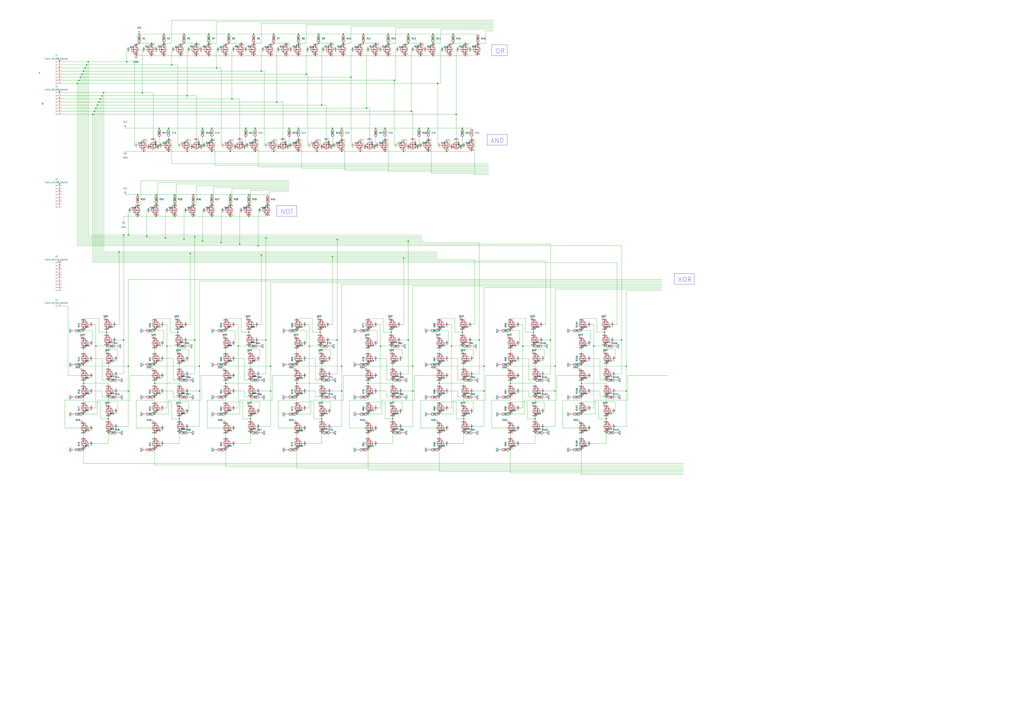
<source format=kicad_sch>
(kicad_sch (version 20231120) (generator "eeschema") (generator_version "8.0")
  (paper "A1")
  (junction (at 227.33 83.82))
  (junction (at 379.73 119.38))
  (junction (at 318.77 35.56))
  (junction (at 355.6 27.94))
  (junction (at 245.11 27.94))
  (junction (at 158.75 177.8))
  (junction (at 209.55 114.3))
  (junction (at 243.84 326.39))
  (junction (at 280.67 300.99))
  (junction (at 271.78 45.72))
  (junction (at 245.11 35.56))
  (junction (at 166.37 105.41))
  (junction (at 134.62 27.94))
  (junction (at 219.71 167.64))
  (junction (at 88.9 312.42))
  (junction (at 160.02 279.4))
  (junction (at 497.84 344.17))
  (junction (at 137.16 284.48))
  (junction (at 222.25 321.31))
  (junction (at 173.99 167.64))
  (junction (at 360.68 299.72))
  (junction (at 254 284.48))
  (junction (at 298.45 27.94))
  (junction (at 308.61 35.56))
  (junction (at 143.51 160.02))
  (junction (at 351.79 124.46))
  (junction (at 189.23 167.64))
  (junction (at 308.61 105.41))
  (junction (at 128.27 167.64))
  (junction (at 63.5 68.58))
  (junction (at 360.68 326.39))
  (junction (at 148.59 45.72))
  (junction (at 381 312.42))
  (junction (at 72.39 50.8))
  (junction (at 345.44 45.72))
  (junction (at 419.1 299.72))
  (junction (at 166.37 119.38))
  (junction (at 273.05 210.82))
  (junction (at 344.17 119.38))
  (junction (at 222.25 45.72))
  (junction (at 360.68 271.78))
  (junction (at 331.47 212.09))
  (junction (at 204.47 177.8))
  (junction (at 204.47 160.02))
  (junction (at 477.52 340.36))
  (junction (at 171.45 27.94))
  (junction (at 245.11 114.3))
  (junction (at 264.16 86.36))
  (junction (at 429.26 284.48))
  (junction (at 68.58 58.42))
  (junction (at 185.42 314.96))
  (junction (at 344.17 105.41))
  (junction (at 224.79 27.94))
  (junction (at 308.61 119.38))
  (junction (at 298.45 35.56))
  (junction (at 335.28 279.4))
  (junction (at 264.16 312.42))
  (junction (at 138.43 124.46))
  (junction (at 264.16 326.39))
  (junction (at 487.68 284.48))
  (junction (at 316.23 114.3))
  (junction (at 214.63 209.55))
  (junction (at 127 340.36))
  (junction (at 97.79 207.01))
  (junction (at 198.12 35.56))
  (junction (at 69.85 55.88))
  (junction (at 161.29 45.72))
  (junction (at 185.42 326.39))
  (junction (at 243.84 299.72))
  (junction (at 455.93 321.31))
  (junction (at 264.16 355.6))
  (junction (at 87.63 284.48))
  (junction (at 322.58 312.42))
  (junction (at 173.99 124.46))
  (junction (at 189.23 160.02))
  (junction (at 393.7 279.4))
  (junction (at 120.65 194.31))
  (junction (at 68.58 314.96))
  (junction (at 171.45 45.72))
  (junction (at 455.93 300.99))
  (junction (at 321.31 284.48))
  (junction (at 88.9 355.6))
  (junction (at 259.08 45.72))
  (junction (at 359.41 68.58))
  (junction (at 339.09 300.99))
  (junction (at 273.05 105.41))
  (junction (at 280.67 114.3))
  (junction (at 173.99 105.41))
  (junction (at 497.84 312.42))
  (junction (at 335.28 35.56))
  (junction (at 212.09 201.93))
  (junction (at 337.82 91.44))
  (junction (at 128.27 160.02))
  (junction (at 280.67 105.41))
  (junction (at 66.04 63.5))
  (junction (at 322.58 344.17))
  (junction (at 205.74 326.39))
  (junction (at 419.1 326.39))
  (junction (at 177.8 55.88))
  (junction (at 185.42 299.72))
  (junction (at 147.32 312.42))
  (junction (at 261.62 35.56))
  (junction (at 477.52 369.57))
  (junction (at 439.42 312.42))
  (junction (at 208.28 45.72))
  (junction (at 138.43 105.41))
  (junction (at 156.21 208.28))
  (junction (at 392.43 35.56))
  (junction (at 104.14 50.8))
  (junction (at 68.58 369.57))
  (junction (at 201.93 105.41))
  (junction (at 510.54 279.4))
  (junction (at 181.61 199.39))
  (junction (at 496.57 284.48))
  (junction (at 209.55 105.41))
  (junction (at 355.6 45.72))
  (junction (at 369.57 45.72))
  (junction (at 261.62 27.94))
  (junction (at 387.35 114.3))
  (junction (at 218.44 279.4))
  (junction (at 243.84 369.57))
  (junction (at 68.58 271.78))
  (junction (at 187.96 35.56))
  (junction (at 477.52 314.96))
  (junction (at 382.27 35.56))
  (junction (at 147.32 344.17))
  (junction (at 300.99 88.9))
  (junction (at 116.84 76.2))
  (junction (at 64.77 66.04))
  (junction (at 140.97 53.34))
  (junction (at 379.73 105.41))
  (junction (at 514.35 321.31))
  (junction (at 339.09 321.31))
  (junction (at 419.1 369.57))
  (junction (at 138.43 114.3))
  (junction (at 243.84 271.78))
  (junction (at 127 326.39))
  (junction (at 276.86 196.85))
  (junction (at 82.55 81.28))
  (junction (at 153.67 124.46))
  (junction (at 134.62 45.72))
  (junction (at 147.32 355.6))
  (junction (at 345.44 35.56))
  (junction (at 360.68 314.96))
  (junction (at 276.86 279.4))
  (junction (at 351.79 105.41))
  (junction (at 312.42 284.48))
  (junction (at 118.11 124.46))
  (junction (at 68.58 326.39))
  (junction (at 245.11 124.46))
  (junction (at 381 355.6))
  (junction (at 397.51 321.31))
  (junction (at 496.57 273.05))
  (junction (at 204.47 284.48))
  (junction (at 151.13 27.94))
  (junction (at 237.49 105.41))
  (junction (at 88.9 326.39))
  (junction (at 271.78 35.56))
  (junction (at 355.6 35.56))
  (junction (at 224.79 124.46))
  (junction (at 208.28 35.56))
  (junction (at 198.12 45.72))
  (junction (at 208.28 27.94))
  (junction (at 360.68 340.36))
  (junction (at 514.35 300.99))
  (junction (at 201.93 119.38))
  (junction (at 143.51 167.64))
  (junction (at 85.09 76.2))
  (junction (at 171.45 35.56))
  (junction (at 372.11 35.56))
  (junction (at 243.84 340.36))
  (junction (at 234.95 35.56))
  (junction (at 323.85 66.04))
  (junction (at 81.28 83.82))
  (junction (at 185.42 369.57))
  (junction (at 78.74 284.48))
  (junction (at 321.31 273.05))
  (junction (at 224.79 35.56))
  (junction (at 161.29 35.56))
  (junction (at 372.11 27.94))
  (junction (at 280.67 124.46))
  (junction (at 173.99 177.8))
  (junction (at 68.58 340.36))
  (junction (at 308.61 45.72))
  (junction (at 302.26 299.72))
  (junction (at 477.52 326.39))
  (junction (at 379.73 273.05))
  (junction (at 105.41 193.04))
  (junction (at 173.99 114.3))
  (junction (at 158.75 167.64))
  (junction (at 146.05 273.05))
  (junction (at 335.28 198.12))
  (junction (at 127 299.72))
  (junction (at 147.32 326.39))
  (junction (at 160.02 194.31))
  (junction (at 111.76 45.72))
  (junction (at 251.46 60.96))
  (junction (at 205.74 355.6))
  (junction (at 166.37 198.12))
  (junction (at 382.27 45.72))
  (junction (at 295.91 45.72))
  (junction (at 105.41 300.99))
  (junction (at 130.81 119.38))
  (junction (at 335.28 27.94))
  (junction (at 114.3 27.94))
  (junction (at 196.85 200.66))
  (junction (at 205.74 344.17))
  (junction (at 302.26 340.36))
  (junction (at 189.23 124.46))
  (junction (at 204.47 167.64))
  (junction (at 439.42 344.17))
  (junction (at 78.74 88.9))
  (junction (at 234.95 45.72))
  (junction (at 124.46 35.56))
  (junction (at 288.29 63.5))
  (junction (at 204.47 273.05))
  (junction (at 214.63 58.42))
  (junction (at 477.52 299.72))
  (junction (at 452.12 279.4))
  (junction (at 135.89 195.58))
  (junction (at 87.63 273.05))
  (junction (at 114.3 35.56))
  (junction (at 262.89 284.48))
  (junction (at 245.11 105.41))
  (junction (at 281.94 35.56))
  (junction (at 190.5 81.28))
  (junction (at 71.12 53.34))
  (junction (at 187.96 27.94))
  (junction (at 185.42 340.36))
  (junction (at 302.26 369.57))
  (junction (at 295.91 124.46))
  (junction (at 127 369.57))
  (junction (at 245.11 45.72))
  (junction (at 477.52 271.78))
  (junction (at 302.26 326.39))
  (junction (at 68.58 299.72))
  (junction (at 381 326.39))
  (junction (at 497.84 326.39))
  (junction (at 439.42 355.6))
  (junction (at 243.84 314.96))
  (junction (at 370.84 284.48))
  (junction (at 302.26 271.78))
  (junction (at 83.82 78.74))
  (junction (at 419.1 271.78))
  (junction (at 76.2 93.98))
  (junction (at 367.03 124.46))
  (junction (at 209.55 124.46))
  (junction (at 151.13 35.56))
  (junction (at 151.13 196.85))
  (junction (at 331.47 124.46))
  (junction (at 80.01 86.36))
  (junction (at 351.79 114.3))
  (junction (at 262.89 273.05))
  (junction (at 130.81 105.41))
  (junction (at 318.77 27.94))
  (junction (at 302.26 314.96))
  (junction (at 280.67 321.31))
  (junction (at 332.74 45.72))
  (junction (at 185.42 45.72))
  (junction (at 222.25 300.99))
  (junction (at 379.73 284.48))
  (junction (at 67.31 60.96))
  (junction (at 316.23 105.41))
  (junction (at 322.58 326.39))
  (junction (at 497.84 355.6))
  (junction (at 101.6 279.4))
  (junction (at 173.99 160.02))
  (junction (at 127 271.78))
  (junction (at 195.58 284.48))
  (junction (at 205.74 312.42))
  (junction (at 381 344.17))
  (junction (at 146.05 284.48))
  (junction (at 143.51 177.8))
  (junction (at 439.42 326.39))
  (junction (at 281.94 27.94))
  (junction (at 77.47 91.44))
  (junction (at 316.23 124.46))
  (junction (at 419.1 314.96))
  (junction (at 163.83 300.99))
  (junction (at 128.27 177.8))
  (junction (at 127 314.96))
  (junction (at 438.15 284.48))
  (junction (at 218.44 195.58))
  (junction (at 360.68 369.57))
  (junction (at 134.62 35.56))
  (junction (at 158.75 160.02))
  (junction (at 163.83 321.31))
  (junction (at 88.9 344.17))
  (junction (at 273.05 119.38))
  (junction (at 260.35 124.46))
  (junction (at 318.77 45.72))
  (junction (at 185.42 271.78))
  (junction (at 281.94 45.72))
  (junction (at 374.65 93.98))
  (junction (at 419.1 340.36))
  (junction (at 322.58 355.6))
  (junction (at 101.6 193.04))
  (junction (at 189.23 177.8))
  (junction (at 264.16 344.17))
  (junction (at 113.03 160.02))
  (junction (at 237.49 119.38))
  (junction (at 105.41 321.31))
  (junction (at 153.67 78.74))
  (junction (at 438.15 273.05))
  (junction (at 124.46 45.72))
  (junction (at 113.03 177.8))
  (junction (at 397.51 300.99))
  (wire (pts (xy 151.13 196.85) (xy 276.86 196.85)))
  (wire (pts (xy 146.05 119.38) (xy 146.05 53.34)))
  (wire (pts (xy 288.29 63.5) (xy 66.04 63.5)))
  (wire (pts (xy 345.44 328.93) (xy 360.68 328.93)))
  (wire (pts (xy 134.62 281.94) (xy 134.62 271.78)))
  (wire (pts (xy 134.62 271.78) (xy 127 271.78)))
  (wire (pts (xy 161.29 35.56) (xy 163.83 35.56)))
  (wire (pts (xy 281.94 27.94) (xy 298.45 27.94)))
  (wire (pts (xy 209.55 113.03) (xy 209.55 114.3)))
  (wire (pts (xy 143.51 167.64) (xy 144.78 167.64)))
  (wire (pts (xy 213.36 307.34) (xy 218.44 307.34)))
  (wire (pts (xy 295.91 45.72) (xy 308.61 45.72)))
  (wire (pts (xy 429.26 284.48) (xy 429.26 266.7)))
  (wire (pts (xy 271.78 307.34) (xy 276.86 307.34)))
  (wire (pts (xy 488.95 328.93) (xy 488.95 340.36)))
  (wire (pts (xy 104.14 40.64) (xy 104.14 50.8)))
  (wire (pts (xy 370.84 266.7) (xy 368.3 266.7)))
  (wire (pts (xy 147.32 314.96) (xy 127 314.96)))
  (wire (pts (xy 181.61 119.38) (xy 181.61 55.88)))
  (wire (pts (xy 224.79 35.56) (xy 234.95 35.56)))
  (wire (pts (xy 170.18 328.93) (xy 185.42 328.93)))
  (wire (pts (xy 114.3 27.94) (xy 134.62 27.94)))
  (wire (pts (xy 204.47 167.64) (xy 205.74 167.64)))
  (wire (pts (xy 316.23 330.2) (xy 316.23 344.17)))
  (wire (pts (xy 63.5 68.58) (xy 63.5 201.93)))
  (wire (pts (xy 335.28 27.94) (xy 355.6 27.94)))
  (wire (pts (xy 367.03 124.46) (xy 387.35 124.46)))
  (wire (pts (xy 68.58 330.2) (xy 82.55 330.2)))
  (wire (pts (xy 205.74 314.96) (xy 185.42 314.96)))
  (wire (pts (xy 287.02 351.79) (xy 287.02 328.93)))
  (wire (pts (xy 161.29 113.03) (xy 161.29 78.74)))
  (wire (pts (xy 185.42 383.54) (xy 561.34 383.54)))
  (wire (pts (xy 198.12 261.62) (xy 198.12 273.05)))
  (wire (pts (xy 227.33 120.65) (xy 227.33 114.3)))
  (wire (pts (xy 514.35 238.76) (xy 543.56 238.76)))
  (wire (pts (xy 163.83 300.99) (xy 163.83 321.31)))
  (wire (pts (xy 318.77 114.3) (xy 318.77 140.97)))
  (wire (pts (xy 381 364.49) (xy 368.3 364.49)))
  (wire (pts (xy 288.29 40.64) (xy 288.29 63.5)))
  (wire (pts (xy 388.62 350.52) (xy 397.51 350.52)))
  (wire (pts (xy 106.68 308.61) (xy 134.62 308.61)))
  (wire (pts (xy 351.79 113.03) (xy 351.79 114.3)))
  (wire (pts (xy 187.96 27.94) (xy 208.28 27.94)))
  (wire (pts (xy 71.12 53.34) (xy 71.12 194.31)))
  (wire (pts (xy 281.94 45.72) (xy 295.91 45.72)))
  (wire (pts (xy 212.09 266.7) (xy 214.63 266.7)))
  (wire (pts (xy 477.52 328.93) (xy 477.52 326.39)))
  (wire (pts (xy 295.91 124.46) (xy 316.23 124.46)))
  (wire (pts (xy 50.8 86.36) (xy 80.01 86.36)))
  (wire (pts (xy 83.82 208.28) (xy 156.21 208.28)))
  (wire (pts (xy 187.96 35.56) (xy 198.12 35.56)))
  (wire (pts (xy 262.89 287.02) (xy 271.78 287.02)))
  (wire (pts (xy 218.44 195.58) (xy 346.71 195.58)))
  (wire (pts (xy 243.84 384.81) (xy 561.34 384.81)))
  (wire (pts (xy 316.23 113.03) (xy 316.23 114.3)))
  (wire (pts (xy 223.52 308.61) (xy 251.46 308.61)))
  (wire (pts (xy 50.8 68.58) (xy 63.5 68.58)))
  (wire (pts (xy 223.52 328.93) (xy 223.52 308.61)))
  (wire (pts (xy 325.12 22.86) (xy 405.13 22.86)))
  (wire (pts (xy 438.15 274.32) (xy 438.15 273.05)))
  (wire (pts (xy 255.27 328.93) (xy 255.27 340.36)))
  (wire (pts (xy 181.61 55.88) (xy 177.8 55.88)))
  (wire (pts (xy 120.65 114.3) (xy 118.11 114.3)))
  (wire (pts (xy 264.16 314.96) (xy 243.84 314.96)))
  (wire (pts (xy 217.17 119.38) (xy 217.17 58.42)))
  (wire (pts (xy 135.89 195.58) (xy 218.44 195.58)))
  (wire (pts (xy 457.2 308.61) (xy 485.14 308.61)))
  (wire (pts (xy 323.85 66.04) (xy 325.12 66.04)))
  (wire (pts (xy 200.66 312.42) (xy 205.74 312.42)))
  (wire (pts (xy 379.73 274.32) (xy 379.73 273.05)))
  (wire (pts (xy 280.67 321.31) (xy 280.67 350.52)))
  (wire (pts (xy 419.1 388.62) (xy 561.34 388.62)))
  (wire (pts (xy 477.52 389.89) (xy 561.34 389.89)))
  (wire (pts (xy 504.19 266.7) (xy 506.73 266.7)))
  (wire (pts (xy 67.31 60.96) (xy 67.31 198.12)))
  (wire (pts (xy 50.8 55.88) (xy 69.85 55.88)))
  (wire (pts (xy 154.94 307.34) (xy 160.02 307.34)))
  (wire (pts (xy 87.63 273.05) (xy 81.28 273.05)))
  (wire (pts (xy 177.8 55.88) (xy 177.8 40.64)))
  (wire (pts (xy 369.57 35.56) (xy 372.11 35.56)))
  (wire (pts (xy 142.24 326.39) (xy 147.32 326.39)))
  (wire (pts (xy 447.04 321.31) (xy 455.93 321.31)))
  (wire (pts (xy 448.31 266.7) (xy 448.31 214.63)))
  (wire (pts (xy 351.79 124.46) (xy 367.03 124.46)))
  (wire (pts (xy 361.95 24.13) (xy 405.13 24.13)))
  (wire (pts (xy 243.84 287.02) (xy 243.84 289.56)))
  (wire (pts (xy 360.68 328.93) (xy 360.68 326.39)))
  (wire (pts (xy 309.88 321.31) (xy 317.5 321.31)))
  (wire (pts (xy 492.76 312.42) (xy 497.84 312.42)))
  (wire (pts (xy 271.78 35.56) (xy 274.32 35.56)))
  (wire (pts (xy 204.47 284.48) (xy 204.47 287.02)))
  (wire (pts (xy 245.11 105.41) (xy 273.05 105.41)))
  (wire (pts (xy 514.35 321.31) (xy 514.35 350.52)))
  (wire (pts (xy 339.09 234.95) (xy 543.56 234.95)))
  (wire (pts (xy 148.59 45.72) (xy 161.29 45.72)))
  (wire (pts (xy 325.12 40.64) (xy 325.12 66.04)))
  (wire (pts (xy 360.68 261.62) (xy 373.38 261.62)))
  (wire (pts (xy 204.47 177.8) (xy 219.71 177.8)))
  (wire (pts (xy 438.15 284.48) (xy 429.26 284.48)))
  (wire (pts (xy 151.13 172.72) (xy 151.13 196.85)))
  (wire (pts (xy 217.17 58.42) (xy 214.63 58.42)))
  (wire (pts (xy 505.46 307.34) (xy 510.54 307.34)))
  (wire (pts (xy 72.39 193.04) (xy 101.6 193.04)))
  (wire (pts (xy 191.77 114.3) (xy 189.23 114.3)))
  (wire (pts (xy 199.39 344.17) (xy 205.74 344.17)))
  (wire (pts (xy 85.09 76.2) (xy 85.09 207.01)))
  (wire (pts (xy 104.14 50.8) (xy 110.49 50.8)))
  (wire (pts (xy 345.44 351.79) (xy 345.44 328.93)))
  (wire (pts (xy 243.84 330.2) (xy 257.81 330.2)))
  (wire (pts (xy 255.27 328.93) (xy 281.94 328.93)))
  (wire (pts (xy 370.84 335.28) (xy 368.3 335.28)))
  (wire (pts (xy 288.29 21.59) (xy 405.13 21.59)))
  (wire (pts (xy 212.09 279.4) (xy 218.44 279.4)))
  (wire (pts (xy 254 284.48) (xy 254 335.28)))
  (wire (pts (xy 287.02 328.93) (xy 302.26 328.93)))
  (wire (pts (xy 256.54 261.62) (xy 256.54 273.05)))
  (wire (pts (xy 322.58 299.72) (xy 322.58 302.26)))
  (wire (pts (xy 237.49 105.41) (xy 245.11 105.41)))
  (wire (pts (xy 224.79 124.46) (xy 245.11 124.46)))
  (wire (pts (xy 312.42 284.48) (xy 312.42 335.28)))
  (wire (pts (xy 82.55 344.17) (xy 88.9 344.17)))
  (wire (pts (xy 288.29 63.5) (xy 288.29 119.38)))
  (wire (pts (xy 77.47 214.63) (xy 448.31 214.63)))
  (wire (pts (xy 439.42 355.6) (xy 439.42 364.49)))
  (wire (pts (xy 69.85 195.58) (xy 135.89 195.58)))
  (wire (pts (xy 154.94 330.2) (xy 147.32 330.2)))
  (wire (pts (xy 147.32 344.17) (xy 147.32 345.44)))
  (wire (pts (xy 439.42 330.2) (xy 439.42 326.39)))
  (wire (pts (xy 300.99 88.9) (xy 303.53 88.9)))
  (wire (pts (xy 129.54 149.86) (xy 237.49 149.86)))
  (wire (pts (xy 96.52 330.2) (xy 88.9 330.2)))
  (wire (pts (xy 280.67 300.99) (xy 280.67 321.31)))
  (wire (pts (xy 308.61 45.72) (xy 318.77 45.72)))
  (wire (pts (xy 176.53 135.89) (xy 401.32 135.89)))
  (wire (pts (xy 173.99 124.46) (xy 189.23 124.46)))
  (wire (pts (xy 251.46 294.64) (xy 259.08 294.64)))
  (wire (pts (xy 170.18 351.79) (xy 170.18 328.93)))
  (wire (pts (xy 497.84 344.17) (xy 497.84 345.44)))
  (wire (pts (xy 430.53 328.93) (xy 457.2 328.93)))
  (wire (pts (xy 462.28 351.79) (xy 462.28 328.93)))
  (wire (pts (xy 419.1 356.87) (xy 419.1 359.41)))
  (wire (pts (xy 134.62 27.94) (xy 151.13 27.94)))
  (wire (pts (xy 308.61 105.41) (xy 316.23 105.41)))
  (wire (pts (xy 153.67 78.74) (xy 153.67 40.64)))
  (wire (pts (xy 78.74 335.28) (xy 76.2 335.28)))
  (wire (pts (xy 185.42 287.02) (xy 185.42 289.56)))
  (wire (pts (xy 245.11 124.46) (xy 260.35 124.46)))
  (wire (pts (xy 298.45 27.94) (xy 318.77 27.94)))
  (wire (pts (xy 67.31 198.12) (xy 166.37 198.12)))
  (wire (pts (xy 372.11 328.93) (xy 398.78 328.93)))
  (wire (pts (xy 50.8 66.04) (xy 64.77 66.04)))
  (wire (pts (xy 76.2 93.98) (xy 76.2 215.9)))
  (wire (pts (xy 185.42 300.99) (xy 222.25 300.99)))
  (wire (pts (xy 321.31 273.05) (xy 321.31 271.78)))
  (wire (pts (xy 104.14 50.8) (xy 72.39 50.8)))
  (wire (pts (xy 457.2 328.93) (xy 457.2 308.61)))
  (wire (pts (xy 372.11 35.56) (xy 382.27 35.56)))
  (wire (pts (xy 426.72 321.31) (xy 434.34 321.31)))
  (wire (pts (xy 208.28 45.72) (xy 222.25 45.72)))
  (wire (pts (xy 375.92 326.39) (xy 381 326.39)))
  (wire (pts (xy 360.68 299.72) (xy 360.68 300.99)))
  (wire (pts (xy 243.84 369.57) (xy 243.84 384.81)))
  (wire (pts (xy 393.7 307.34) (xy 393.7 279.4)))
  (wire (pts (xy 154.94 321.31) (xy 163.83 321.31)))
  (wire (pts (xy 78.74 284.48) (xy 78.74 335.28)))
  (wire (pts (xy 68.58 356.87) (xy 68.58 359.41)))
  (wire (pts (xy 439.42 316.23) (xy 439.42 314.96)))
  (wire (pts (xy 298.45 35.56) (xy 308.61 35.56)))
  (wire (pts (xy 245.11 27.94) (xy 261.62 27.94)))
  (wire (pts (xy 368.3 321.31) (xy 375.92 321.31)))
  (wire (pts (xy 68.58 340.36) (xy 80.01 340.36)))
  (wire (pts (xy 166.37 105.41) (xy 173.99 105.41)))
  (wire (pts (xy 505.46 337.82) (xy 505.46 330.2)))
  (wire (pts (xy 375.92 294.64) (xy 375.92 312.42)))
  (wire (pts (xy 53.34 328.93) (xy 68.58 328.93)))
  (wire (pts (xy 200.66 294.64) (xy 200.66 312.42)))
  (wire (pts (xy 148.59 35.56) (xy 151.13 35.56)))
  (wire (pts (xy 496.57 274.32) (xy 496.57 273.05)))
  (wire (pts (xy 76.2 281.94) (xy 76.2 271.78)))
  (wire (pts (xy 462.28 328.93) (xy 477.52 328.93)))
  (wire (pts (xy 196.85 328.93) (xy 196.85 340.36)))
  (wire (pts (xy 185.42 299.72) (xy 185.42 300.99)))
  (wire (pts (xy 85.09 76.2) (xy 50.8 76.2)))
  (wire (pts (xy 271.78 350.52) (xy 280.67 350.52)))
  (wire (pts (xy 198.12 45.72) (xy 208.28 45.72)))
  (wire (pts (xy 76.2 93.98) (xy 374.65 93.98)))
  (wire (pts (xy 375.92 312.42) (xy 381 312.42)))
  (wire (pts (xy 50.8 81.28) (xy 82.55 81.28)))
  (wire (pts (xy 142.24 321.31) (xy 142.24 326.39)))
  (wire (pts (xy 312.42 335.28) (xy 309.88 335.28)))
  (wire (pts (xy 205.74 316.23) (xy 205.74 314.96)))
  (wire (pts (xy 156.21 120.65) (xy 156.21 114.3)))
  (wire (pts (xy 389.89 143.51) (xy 401.32 143.51)))
  (wire (pts (xy 497.84 342.9) (xy 497.84 344.17)))
  (wire (pts (xy 146.05 273.05) (xy 146.05 271.78)))
  (wire (pts (xy 339.09 321.31) (xy 339.09 350.52)))
  (wire (pts (xy 80.01 86.36) (xy 80.01 212.09)))
  (wire (pts (xy 96.52 307.34) (xy 101.6 307.34)))
  (wire (pts (xy 189.23 124.46) (xy 209.55 124.46)))
  (wire (pts (xy 144.78 151.13) (xy 144.78 167.64)))
  (wire (pts (xy 387.35 266.7) (xy 389.89 266.7)))
  (wire (pts (xy 259.08 312.42) (xy 264.16 312.42)))
  (wire (pts (xy 447.04 337.82) (xy 447.04 330.2)))
  (wire (pts (xy 83.82 312.42) (xy 88.9 312.42)))
  (wire (pts (xy 389.89 266.7) (xy 389.89 213.36)))
  (wire (pts (xy 434.34 312.42) (xy 439.42 312.42)))
  (wire (pts (xy 330.2 330.2) (xy 322.58 330.2)))
  (wire (pts (xy 81.28 210.82) (xy 273.05 210.82)))
  (wire (pts (xy 185.42 35.56) (xy 187.96 35.56)))
  (wire (pts (xy 455.93 300.99) (xy 455.93 237.49)))
  (wire (pts (xy 205.74 364.49) (xy 193.04 364.49)))
  (wire (pts (xy 381 355.6) (xy 381 364.49)))
  (wire (pts (xy 185.42 313.69) (xy 185.42 314.96)))
  (wire (pts (xy 309.88 281.94) (xy 309.88 271.78)))
  (wire (pts (xy 328.93 279.4) (xy 335.28 279.4)))
  (wire (pts (xy 127 313.69) (xy 127 314.96)))
  (wire (pts (xy 158.75 177.8) (xy 173.99 177.8)))
  (wire (pts (xy 160.02 194.31) (xy 160.02 279.4)))
  (wire (pts (xy 434.34 321.31) (xy 434.34 326.39)))
  (wire (pts (xy 298.45 114.3) (xy 295.91 114.3)))
  (wire (pts (xy 477.52 313.69) (xy 477.52 314.96)))
  (wire (pts (xy 485.14 281.94) (xy 485.14 271.78)))
  (wire (pts (xy 322.58 355.6) (xy 322.58 364.49)))
  (wire (pts (xy 487.68 266.7) (xy 485.14 266.7)))
  (wire (pts (xy 397.51 300.99) (xy 397.51 321.31)))
  (wire (pts (xy 360.68 313.69) (xy 360.68 314.96)))
  (wire (pts (xy 370.84 284.48) (xy 370.84 335.28)))
  (wire (pts (xy 113.03 177.8) (xy 128.27 177.8)))
  (wire (pts (xy 379.73 273.05) (xy 373.38 273.05)))
  (wire (pts (xy 228.6 351.79) (xy 228.6 328.93)))
  (wire (pts (xy 50.8 60.96) (xy 67.31 60.96)))
  (wire (pts (xy 403.86 351.79) (xy 403.86 328.93)))
  (wire (pts (xy 127 261.62) (xy 139.7 261.62)))
  (wire (pts (xy 322.58 330.2) (xy 322.58 326.39)))
  (wire (pts (xy 419.1 300.99) (xy 455.93 300.99)))
  (wire (pts (xy 161.29 167.64) (xy 161.29 152.4)))
  (wire (pts (xy 185.42 369.57) (xy 185.42 383.54)))
  (wire (pts (xy 101.6 181.61) (xy 101.6 177.8)))
  (wire (pts (xy 140.97 134.62) (xy 401.32 134.62)))
  (wire (pts (xy 387.35 113.03) (xy 387.35 114.3)))
  (wire (pts (xy 330.2 350.52) (xy 339.09 350.52)))
  (wire (pts (xy 262.89 120.65) (xy 262.89 114.3)))
  (wire (pts (xy 163.83 231.14) (xy 543.56 231.14)))
  (wire (pts (xy 166.37 172.72) (xy 166.37 198.12)))
  (wire (pts (xy 339.09 113.03) (xy 339.09 91.44)))
  (wire (pts (xy 199.39 330.2) (xy 199.39 344.17)))
  (wire (pts (xy 373.38 261.62) (xy 373.38 273.05)))
  (wire (pts (xy 151.13 35.56) (xy 161.29 35.56)))
  (wire (pts (xy 50.8 78.74) (xy 83.82 78.74)))
  (wire (pts (xy 429.26 284.48) (xy 429.26 335.28)))
  (wire (pts (xy 439.42 364.49) (xy 426.72 364.49)))
  (wire (pts (xy 173.99 114.3) (xy 176.53 114.3)))
  (wire (pts (xy 318.77 45.72) (xy 332.74 45.72)))
  (wire (pts (xy 177.8 17.78) (xy 405.13 17.78)))
  (wire (pts (xy 452.12 279.4) (xy 452.12 200.66)))
  (wire (pts (xy 212.09 114.3) (xy 212.09 137.16)))
  (wire (pts (xy 271.78 321.31) (xy 280.67 321.31)))
  (wire (pts (xy 254 335.28) (xy 251.46 335.28)))
  (wire (pts (xy 110.49 50.8) (xy 110.49 119.38)))
  (wire (pts (xy 212.09 137.16) (xy 401.32 137.16)))
  (wire (pts (xy 69.85 55.88) (xy 177.8 55.88)))
  (wire (pts (xy 82.55 209.55) (xy 214.63 209.55)))
  (wire (pts (xy 379.73 287.02) (xy 388.62 287.02)))
  (wire (pts (xy 213.36 321.31) (xy 222.25 321.31)))
  (wire (pts (xy 321.31 284.48) (xy 312.42 284.48)))
  (wire (pts (xy 276.86 307.34) (xy 276.86 279.4)))
  (wire (pts (xy 321.31 287.02) (xy 330.2 287.02)))
  (wire (pts (xy 163.83 40.64) (xy 163.83 35.56)))
  (wire (pts (xy 388.62 337.82) (xy 388.62 330.2)))
  (wire (pts (xy 438.15 284.48) (xy 438.15 287.02)))
  (wire (pts (xy 313.69 328.93) (xy 340.36 328.93)))
  (wire (pts (xy 185.42 328.93) (xy 185.42 326.39)))
  (wire (pts (xy 143.51 177.8) (xy 158.75 177.8)))
  (wire (pts (xy 166.37 198.12) (xy 335.28 198.12)))
  (wire (pts (xy 196.85 328.93) (xy 223.52 328.93)))
  (wire (pts (xy 83.82 78.74) (xy 83.82 208.28)))
  (wire (pts (xy 262.89 284.48) (xy 262.89 287.02)))
  (wire (pts (xy 77.47 91.44) (xy 77.47 214.63)))
  (wire (pts (xy 262.89 114.3) (xy 260.35 114.3)))
  (wire (pts (xy 369.57 120.65) (xy 369.57 114.3)))
  (wire (pts (xy 68.58 58.42) (xy 214.63 58.42)))
  (wire (pts (xy 68.58 314.96) (xy 68.58 316.23)))
  (wire (pts (xy 317.5 294.64) (xy 317.5 312.42)))
  (wire (pts (xy 134.62 35.56) (xy 140.97 35.56)))
  (wire (pts (xy 196.85 113.03) (xy 196.85 81.28)))
  (wire (pts (xy 308.61 113.03) (xy 308.61 119.38)))
  (wire (pts (xy 137.16 335.28) (xy 134.62 335.28)))
  (wire (pts (xy 156.21 114.3) (xy 153.67 114.3)))
  (wire (pts (xy 259.08 326.39) (xy 264.16 326.39)))
  (wire (pts (xy 204.47 274.32) (xy 204.47 273.05)))
  (wire (pts (xy 140.97 330.2) (xy 140.97 344.17)))
  (wire (pts (xy 138.43 124.46) (xy 153.67 124.46)))
  (wire (pts (xy 201.93 113.03) (xy 201.93 119.38)))
  (wire (pts (xy 66.04 63.5) (xy 66.04 199.39)))
  (wire (pts (xy 222.25 45.72) (xy 234.95 45.72)))
  (wire (pts (xy 331.47 212.09) (xy 359.41 212.09)))
  (wire (pts (xy 302.26 386.08) (xy 561.34 386.08)))
  (wire (pts (xy 485.14 294.64) (xy 492.76 294.64)))
  (wire (pts (xy 388.62 330.2) (xy 381 330.2)))
  (wire (pts (xy 127 340.36) (xy 138.43 340.36)))
  (wire (pts (xy 232.41 113.03) (xy 232.41 83.82)))
  (wire (pts (xy 260.35 124.46) (xy 280.67 124.46)))
  (wire (pts (xy 426.72 271.78) (xy 419.1 271.78)))
  (wire (pts (xy 208.28 35.56) (xy 214.63 35.56)))
  (wire (pts (xy 66.04 199.39) (xy 181.61 199.39)))
  (wire (pts (xy 181.61 172.72) (xy 181.61 199.39)))
  (wire (pts (xy 334.01 120.65) (xy 334.01 114.3)))
  (wire (pts (xy 369.57 114.3) (xy 367.03 114.3)))
  (wire (pts (xy 381 314.96) (xy 360.68 314.96)))
  (wire (pts (xy 213.36 350.52) (xy 222.25 350.52)))
  (wire (pts (xy 280.67 114.3) (xy 283.21 114.3)))
  (wire (pts (xy 101.6 307.34) (xy 101.6 279.4)))
  (wire (pts (xy 165.1 308.61) (xy 193.04 308.61)))
  (wire (pts (xy 140.97 35.56) (xy 140.97 16.51)))
  (wire (pts (xy 175.26 167.64) (xy 175.26 153.67)))
  (wire (pts (xy 146.05 273.05) (xy 139.7 273.05)))
  (wire (pts (xy 382.27 45.72) (xy 392.43 45.72)))
  (wire (pts (xy 50.8 53.34) (xy 71.12 53.34)))
  (wire (pts (xy 337.82 91.44) (xy 339.09 91.44)))
  (wire (pts (xy 283.21 139.7) (xy 401.32 139.7)))
  (wire (pts (xy 50.8 251.46) (xy 55.88 251.46)))
  (wire (pts (xy 81.28 83.82) (xy 81.28 210.82)))
  (wire (pts (xy 323.85 119.38) (xy 323.85 66.04)))
  (wire (pts (xy 419.1 328.93) (xy 419.1 326.39)))
  (wire (pts (xy 267.97 113.03) (xy 267.97 86.36)))
  (wire (pts (xy 379.73 105.41) (xy 387.35 105.41)))
  (wire (pts (xy 368.3 281.94) (xy 368.3 271.78)))
  (wire (pts (xy 330.2 337.82) (xy 330.2 330.2)))
  (wire (pts (xy 163.83 321.31) (xy 163.83 350.52)))
  (wire (pts (xy 171.45 35.56) (xy 177.8 35.56)))
  (wire (pts (xy 205.74 167.64) (xy 205.74 156.21)))
  (wire (pts (xy 68.58 299.72) (xy 68.58 300.99)))
  (wire (pts (xy 262.89 273.05) (xy 262.89 271.78)))
  (wire (pts (xy 438.15 273.05) (xy 431.8 273.05)))
  (wire (pts (xy 387.35 114.3) (xy 389.89 114.3)))
  (wire (pts (xy 360.68 356.87) (xy 360.68 359.41)))
  (wire (pts (xy 261.62 27.94) (xy 281.94 27.94)))
  (wire (pts (xy 204.47 273.05) (xy 198.12 273.05)))
  (wire (pts (xy 204.47 284.48) (xy 195.58 284.48)))
  (wire (pts (xy 96.52 287.02) (xy 96.52 294.64)))
  (wire (pts (xy 419.1 261.62) (xy 431.8 261.62)))
  (wire (pts (xy 245.11 45.72) (xy 259.08 45.72)))
  (wire (pts (xy 273.05 105.41) (xy 280.67 105.41)))
  (wire (pts (xy 497.84 364.49) (xy 485.14 364.49)))
  (wire (pts (xy 147.32 364.49) (xy 134.62 364.49)))
  (wire (pts (xy 309.88 271.78) (xy 302.26 271.78)))
  (wire (pts (xy 251.46 35.56) (xy 251.46 20.32)))
  (wire (pts (xy 243.84 313.69) (xy 243.84 314.96)))
  (wire (pts (xy 111.76 328.93) (xy 127 328.93)))
  (wire (pts (xy 76.2 321.31) (xy 83.82 321.31)))
  (wire (pts (xy 381 342.9) (xy 381 344.17)))
  (wire (pts (xy 111.76 35.56) (xy 114.3 35.56)))
  (wire (pts (xy 201.93 105.41) (xy 209.55 105.41)))
  (wire (pts (xy 487.68 284.48) (xy 487.68 266.7)))
  (wire (pts (xy 360.68 314.96) (xy 360.68 316.23)))
  (wire (pts (xy 161.29 152.4) (xy 237.49 152.4)))
  (wire (pts (xy 138.43 105.41) (xy 166.37 105.41)))
  (wire (pts (xy 64.77 200.66) (xy 196.85 200.66)))
  (wire (pts (xy 335.28 279.4) (xy 335.28 198.12)))
  (wire (pts (xy 147.32 299.72) (xy 147.32 302.26)))
  (wire (pts (xy 127 369.57) (xy 127 382.27)))
  (wire (pts (xy 87.63 287.02) (xy 96.52 287.02)))
  (wire (pts (xy 80.01 328.93) (xy 106.68 328.93)))
  (wire (pts (xy 313.69 328.93) (xy 313.69 340.36)))
  (wire (pts (xy 397.51 321.31) (xy 397.51 350.52)))
  (wire (pts (xy 264.16 330.2) (xy 264.16 326.39)))
  (wire (pts (xy 515.62 328.93) (xy 515.62 308.61)))
  (wire (pts (xy 243.84 340.36) (xy 255.27 340.36)))
  (wire (pts (xy 173.99 177.8) (xy 189.23 177.8)))
  (wire (pts (xy 175.26 153.67) (xy 237.49 153.67)))
  (wire (pts (xy 142.24 294.64) (xy 142.24 312.42)))
  (wire (pts (xy 429.26 335.28) (xy 426.72 335.28)))
  (wire (pts (xy 384.81 40.64) (xy 384.81 35.56)))
  (wire (pts (xy 445.77 266.7) (xy 448.31 266.7)))
  (wire (pts (xy 485.14 351.79) (xy 462.28 351.79)))
  (wire (pts (xy 173.99 113.03) (xy 173.99 114.3)))
  (wire (pts (xy 374.65 344.17) (xy 381 344.17)))
  (wire (pts (xy 330.2 307.34) (xy 335.28 307.34)))
  (wire (pts (xy 259.08 35.56) (xy 261.62 35.56)))
  (wire (pts (xy 146.05 284.48) (xy 137.16 284.48)))
  (wire (pts (xy 243.84 299.72) (xy 243.84 300.99)))
  (wire (pts (xy 497.84 314.96) (xy 477.52 314.96)))
  (wire (pts (xy 176.53 114.3) (xy 176.53 135.89)))
  (wire (pts (xy 228.6 328.93) (xy 243.84 328.93)))
  (wire (pts (xy 68.58 381) (xy 561.34 381)))
  (wire (pts (xy 165.1 328.93) (xy 165.1 308.61)))
  (wire (pts (xy 78.74 284.48) (xy 78.74 266.7)))
  (wire (pts (xy 96.52 350.52) (xy 105.41 350.52)))
  (wire (pts (xy 222.25 232.41) (xy 543.56 232.41)))
  (wire (pts (xy 185.42 340.36) (xy 196.85 340.36)))
  (wire (pts (xy 514.35 300.99) (xy 514.35 238.76)))
  (wire (pts (xy 426.72 281.94) (xy 426.72 271.78)))
  (wire (pts (xy 345.44 45.72) (xy 355.6 45.72)))
  (wire (pts (xy 151.13 27.94) (xy 171.45 27.94)))
  (wire (pts (xy 316.23 344.17) (xy 322.58 344.17)))
  (wire (pts (xy 322.58 314.96) (xy 302.26 314.96)))
  (wire (pts (xy 111.76 45.72) (xy 124.46 45.72)))
  (wire (pts (xy 76.2 215.9) (xy 506.73 215.9)))
  (wire (pts (xy 264.16 86.36) (xy 264.16 40.64)))
  (wire (pts (xy 379.73 113.03) (xy 379.73 119.38)))
  (wire (pts (xy 447.04 350.52) (xy 455.93 350.52)))
  (wire (pts (xy 251.46 20.32) (xy 405.13 20.32)))
  (wire (pts (xy 130.81 113.03) (xy 130.81 119.38)))
  (wire (pts (xy 204.47 160.02) (xy 219.71 160.02)))
  (wire (pts (xy 330.2 287.02) (xy 330.2 294.64)))
  (wire (pts (xy 505.46 287.02) (xy 505.46 294.64)))
  (wire (pts (xy 68.58 58.42) (xy 68.58 196.85)))
  (wire (pts (xy 195.58 284.48) (xy 195.58 335.28)))
  (wire (pts (xy 222.25 35.56) (xy 224.79 35.56)))
  (wire (pts (xy 388.62 287.02) (xy 388.62 294.64)))
  (wire (pts (xy 214.63 58.42) (xy 214.63 40.64)))
  (wire (pts (xy 140.97 114.3) (xy 140.97 134.62)))
  (wire (pts (xy 201.93 119.38) (xy 201.93 120.65)))
  (wire (pts (xy 434.34 326.39) (xy 439.42 326.39)))
  (wire (pts (xy 128.27 160.02) (xy 143.51 160.02)))
  (wire (pts (xy 140.97 16.51) (xy 405.13 16.51)))
  (wire (pts (xy 359.41 68.58) (xy 361.95 68.58)))
  (wire (pts (xy 190.5 81.28) (xy 196.85 81.28)))
  (wire (pts (xy 160.02 307.34) (xy 160.02 279.4)))
  (wire (pts (xy 397.51 236.22) (xy 543.56 236.22)))
  (wire (pts (xy 115.57 148.59) (xy 237.49 148.59)))
  (wire (pts (xy 447.04 330.2) (xy 439.42 330.2)))
  (wire (pts (xy 497.84 355.6) (xy 497.84 364.49)))
  (wire (pts (xy 190.5 154.94) (xy 237.49 154.94)))
  (wire (pts (xy 445.77 279.4) (xy 452.12 279.4)))
  (wire (pts (xy 205.74 344.17) (xy 205.74 345.44)))
  (wire (pts (xy 209.55 105.41) (xy 237.49 105.41)))
  (wire (pts (xy 134.62 321.31) (xy 142.24 321.31)))
  (wire (pts (xy 264.16 364.49) (xy 251.46 364.49)))
  (wire (pts (xy 82.55 330.2) (xy 82.55 344.17)))
  (wire (pts (xy 114.3 35.56) (xy 124.46 35.56)))
  (wire (pts (xy 360.68 387.35) (xy 561.34 387.35)))
  (wire (pts (xy 340.36 308.61) (xy 368.3 308.61)))
  (wire (pts (xy 227.33 114.3) (xy 224.79 114.3)))
  (wire (pts (xy 273.05 266.7) (xy 273.05 210.82)))
  (wire (pts (xy 147.32 355.6) (xy 147.32 364.49)))
  (wire (pts (xy 251.46 321.31) (xy 259.08 321.31)))
  (wire (pts (xy 208.28 27.94) (xy 224.79 27.94)))
  (wire (pts (xy 429.26 266.7) (xy 426.72 266.7)))
  (wire (pts (xy 433.07 330.2) (xy 433.07 344.17)))
  (wire (pts (xy 88.9 299.72) (xy 88.9 302.26)))
  (wire (pts (xy 171.45 45.72) (xy 185.42 45.72)))
  (wire (pts (xy 160.02 194.31) (xy 346.71 194.31)))
  (wire (pts (xy 237.49 40.64) (xy 237.49 35.56)))
  (wire (pts (xy 280.67 113.03) (xy 280.67 114.3)))
  (wire (pts (xy 212.09 172.72) (xy 212.09 201.93)))
  (wire (pts (xy 259.08 45.72) (xy 271.78 45.72)))
  (wire (pts (xy 368.3 351.79) (xy 345.44 351.79)))
  (wire (pts (xy 222.25 300.99) (xy 222.25 321.31)))
  (wire (pts (xy 302.26 369.57) (xy 302.26 386.08)))
  (wire (pts (xy 355.6 45.72) (xy 369.57 45.72)))
  (wire (pts (xy 439.42 342.9) (xy 439.42 344.17)))
  (wire (pts (xy 71.12 194.31) (xy 120.65 194.31)))
  (wire (pts (xy 447.04 307.34) (xy 452.12 307.34)))
  (wire (pts (xy 50.8 83.82) (xy 81.28 83.82)))
  (wire (pts (xy 105.41 300.99) (xy 105.41 229.87)))
  (wire (pts (xy 128.27 177.8) (xy 143.51 177.8)))
  (wire (pts (xy 138.43 328.93) (xy 138.43 340.36)))
  (wire (pts (xy 397.51 300.99) (xy 397.51 236.22)))
  (wire (pts (xy 118.11 124.46) (xy 138.43 124.46)))
  (wire (pts (xy 220.98 157.48) (xy 237.49 157.48)))
  (wire (pts (xy 273.05 119.38) (xy 273.05 120.65)))
  (wire (pts (xy 76.2 294.64) (xy 83.82 294.64)))
  (wire (pts (xy 515.62 308.61) (xy 548.64 308.61)))
  (wire (pts (xy 322.58 342.9) (xy 322.58 344.17)))
  (wire (pts (xy 50.8 88.9) (xy 78.74 88.9)))
  (wire (pts (xy 173.99 167.64) (xy 175.26 167.64)))
  (wire (pts (xy 398.78 328.93) (xy 398.78 308.61)))
  (wire (pts (xy 166.37 113.03) (xy 166.37 119.38)))
  (wire (pts (xy 477.52 330.2) (xy 491.49 330.2)))
  (wire (pts (xy 80.01 212.09) (xy 331.47 212.09)))
  (wire (pts (xy 88.9 342.9) (xy 88.9 344.17)))
  (wire (pts (xy 252.73 60.96) (xy 251.46 60.96)))
  (wire (pts (xy 302.26 314.96) (xy 302.26 316.23)))
  (wire (pts (xy 439.42 299.72) (xy 439.42 302.26)))
  (wire (pts (xy 497.84 316.23) (xy 497.84 314.96)))
  (wire (pts (xy 173.99 160.02) (xy 189.23 160.02)))
  (wire (pts (xy 264.16 355.6) (xy 264.16 364.49)))
  (wire (pts (xy 496.57 284.48) (xy 496.57 287.02)))
  (wire (pts (xy 368.3 271.78) (xy 360.68 271.78)))
  (wire (pts (xy 76.2 271.78) (xy 68.58 271.78)))
  (wire (pts (xy 322.58 316.23) (xy 322.58 314.96)))
  (wire (pts (xy 191.77 120.65) (xy 191.77 114.3)))
  (wire (pts (xy 80.01 328.93) (xy 80.01 340.36)))
  (wire (pts (xy 204.47 287.02) (xy 213.36 287.02)))
  (wire (pts (xy 127 382.27) (xy 561.34 382.27)))
  (wire (pts (xy 243.84 314.96) (xy 243.84 316.23)))
  (wire (pts (xy 214.63 35.56) (xy 214.63 19.05)))
  (wire (pts (xy 138.43 114.3) (xy 140.97 114.3)))
  (wire (pts (xy 506.73 266.7) (xy 506.73 215.9)))
  (wire (pts (xy 354.33 114.3) (xy 354.33 142.24)))
  (wire (pts (xy 139.7 261.62) (xy 139.7 273.05)))
  (wire (pts (xy 50.8 93.98) (xy 76.2 93.98)))
  (wire (pts (xy 115.57 168.91) (xy 115.57 148.59)))
  (wire (pts (xy 64.77 66.04) (xy 323.85 66.04)))
  (wire (pts (xy 88.9 314.96) (xy 68.58 314.96)))
  (wire (pts (xy 309.88 351.79) (xy 287.02 351.79)))
  (wire (pts (xy 344.17 119.38) (xy 344.17 120.65)))
  (wire (pts (xy 280.67 124.46) (xy 295.91 124.46)))
  (wire (pts (xy 88.9 330.2) (xy 88.9 326.39)))
  (wire (pts (xy 379.73 119.38) (xy 379.73 120.65)))
  (wire (pts (xy 271.78 330.2) (xy 264.16 330.2)))
  (wire (pts (xy 96.52 337.82) (xy 96.52 330.2)))
  (wire (pts (xy 455.93 237.49) (xy 543.56 237.49)))
  (wire (pts (xy 156.21 208.28) (xy 359.41 208.28)))
  (wire (pts (xy 251.46 281.94) (xy 251.46 271.78)))
  (wire (pts (xy 430.53 328.93) (xy 430.53 340.36)))
  (wire (pts (xy 330.2 321.31) (xy 339.09 321.31)))
  (wire (pts (xy 381 299.72) (xy 381 302.26)))
  (wire (pts (xy 388.62 321.31) (xy 397.51 321.31)))
  (wire (pts (xy 398.78 308.61) (xy 426.72 308.61)))
  (wire (pts (xy 316.23 114.3) (xy 318.77 114.3)))
  (wire (pts (xy 237.49 119.38) (xy 237.49 120.65)))
  (wire (pts (xy 361.95 68.58) (xy 361.95 40.64)))
  (wire (pts (xy 209.55 114.3) (xy 212.09 114.3)))
  (wire (pts (xy 398.78 35.56) (xy 398.78 25.4)))
  (wire (pts (xy 318.77 140.97) (xy 401.32 140.97)))
  (wire (pts (xy 398.78 25.4) (xy 405.13 25.4)))
  (wire (pts (xy 138.43 113.03) (xy 138.43 114.3)))
  (wire (pts (xy 309.88 294.64) (xy 317.5 294.64)))
  (wire (pts (xy 262.89 284.48) (xy 254 284.48)))
  (wire (pts (xy 254 266.7) (xy 251.46 266.7)))
  (wire (pts (xy 245.11 113.03) (xy 245.11 114.3)))
  (wire (pts (xy 68.58 369.57) (xy 68.58 381)))
  (wire (pts (xy 439.42 314.96) (xy 419.1 314.96)))
  (wire (pts (xy 161.29 45.72) (xy 171.45 45.72)))
  (wire (pts (xy 88.9 355.6) (xy 88.9 364.49)))
  (wire (pts (xy 318.77 35.56) (xy 325.12 35.56)))
  (wire (pts (xy 127 314.96) (xy 127 316.23)))
  (wire (pts (xy 137.16 284.48) (xy 137.16 266.7)))
  (wire (pts (xy 237.49 113.03) (xy 237.49 119.38)))
  (wire (pts (xy 477.52 261.62) (xy 490.22 261.62)))
  (wire (pts (xy 219.71 167.64) (xy 220.98 167.64)))
  (wire (pts (xy 335.28 198.12) (xy 347.98 198.12)))
  (wire (pts (xy 339.09 300.99) (xy 339.09 321.31)))
  (wire (pts (xy 88.9 364.49) (xy 76.2 364.49)))
  (wire (pts (xy 283.21 114.3) (xy 283.21 139.7)))
  (wire (pts (xy 328.93 266.7) (xy 331.47 266.7)))
  (wire (pts (xy 55.88 251.46) (xy 55.88 308.61)))
  (wire (pts (xy 68.58 300.99) (xy 105.41 300.99)))
  (wire (pts (xy 331.47 266.7) (xy 331.47 212.09)))
  (wire (pts (xy 302.26 328.93) (xy 302.26 326.39)))
  (wire (pts (xy 496.57 284.48) (xy 487.68 284.48)))
  (wire (pts (xy 204.47 273.05) (xy 204.47 271.78)))
  (wire (pts (xy 257.81 330.2) (xy 257.81 344.17)))
  (wire (pts (xy 173.99 105.41) (xy 201.93 105.41)))
  (wire (pts (xy 146.05 274.32) (xy 146.05 273.05)))
  (wire (pts (xy 247.65 138.43) (xy 401.32 138.43)))
  (wire (pts (xy 64.77 66.04) (xy 64.77 200.66)))
  (wire (pts (xy 134.62 294.64) (xy 142.24 294.64)))
  (wire (pts (xy 381 316.23) (xy 381 314.96)))
  (wire (pts (xy 375.92 321.31) (xy 375.92 326.39)))
  (wire (pts (xy 374.65 93.98) (xy 374.65 113.03)))
  (wire (pts (xy 419.1 330.2) (xy 433.07 330.2)))
  (wire (pts (xy 134.62 45.72) (xy 148.59 45.72)))
  (wire (pts (xy 130.81 119.38) (xy 130.81 120.65)))
  (wire (pts (xy 372.11 328.93) (xy 372.11 340.36)))
  (wire (pts (xy 334.01 114.3) (xy 331.47 114.3)))
  (wire (pts (xy 113.03 168.91) (xy 115.57 168.91)))
  (wire (pts (xy 205.74 342.9) (xy 205.74 344.17)))
  (wire (pts (xy 302.26 330.2) (xy 316.23 330.2)))
  (wire (pts (xy 198.12 35.56) (xy 200.66 35.56)))
  (wire (pts (xy 129.54 167.64) (xy 129.54 149.86)))
  (wire (pts (xy 317.5 321.31) (xy 317.5 326.39)))
  (wire (pts (xy 80.01 86.36) (xy 264.16 86.36)))
  (wire (pts (xy 127 287.02) (xy 127 289.56)))
  (wire (pts (xy 302.26 300.99) (xy 339.09 300.99)))
  (wire (pts (xy 419.1 313.69) (xy 419.1 314.96)))
  (wire (pts (xy 355.6 35.56) (xy 361.95 35.56)))
  (wire (pts (xy 387.35 279.4) (xy 393.7 279.4)))
  (wire (pts (xy 153.67 124.46) (xy 173.99 124.46)))
  (wire (pts (xy 438.15 287.02) (xy 447.04 287.02)))
  (wire (pts (xy 125.73 76.2) (xy 125.73 113.03)))
  (wire (pts (xy 477.52 356.87) (xy 477.52 359.41)))
  (wire (pts (xy 153.67 266.7) (xy 156.21 266.7)))
  (wire (pts (xy 127 356.87) (xy 127 359.41)))
  (wire (pts (xy 55.88 308.61) (xy 76.2 308.61)))
  (wire (pts (xy 505.46 350.52) (xy 514.35 350.52)))
  (wire (pts (xy 83.82 321.31) (xy 83.82 326.39)))
  (wire (pts (xy 116.84 76.2) (xy 125.73 76.2)))
  (wire (pts (xy 514.35 300.99) (xy 514.35 321.31)))
  (wire (pts (xy 144.78 151.13) (xy 237.49 151.13)))
  (wire (pts (xy 374.65 40.64) (xy 374.65 93.98)))
  (wire (pts (xy 97.79 207.01) (xy 359.41 207.01)))
  (wire (pts (xy 433.07 344.17) (xy 439.42 344.17)))
  (wire (pts (xy 438.15 273.05) (xy 438.15 271.78)))
  (wire (pts (xy 154.94 350.52) (xy 163.83 350.52)))
  (wire (pts (xy 434.34 294.64) (xy 434.34 312.42)))
  (wire (pts (xy 485.14 271.78) (xy 477.52 271.78)))
  (wire (pts (xy 331.47 124.46) (xy 351.79 124.46)))
  (wire (pts (xy 261.62 35.56) (xy 271.78 35.56)))
  (wire (pts (xy 370.84 284.48) (xy 370.84 266.7)))
  (wire (pts (xy 298.45 120.65) (xy 298.45 114.3)))
  (wire (pts (xy 105.41 321.31) (xy 105.41 350.52)))
  (wire (pts (xy 120.65 172.72) (xy 120.65 194.31)))
  (wire (pts (xy 496.57 273.05) (xy 496.57 271.78)))
  (wire (pts (xy 222.25 321.31) (xy 222.25 350.52)))
  (wire (pts (xy 177.8 35.56) (xy 177.8 17.78)))
  (wire (pts (xy 382.27 35.56) (xy 384.81 35.56)))
  (wire (pts (xy 220.98 157.48) (xy 220.98 167.64)))
  (wire (pts (xy 325.12 35.56) (xy 325.12 22.86)))
  (wire (pts (xy 311.15 40.64) (xy 311.15 35.56)))
  (wire (pts (xy 379.73 284.48) (xy 370.84 284.48)))
  (wire (pts (xy 452.12 307.34) (xy 452.12 279.4)))
  (wire (pts (xy 212.09 201.93) (xy 510.54 201.93)))
  (wire (pts (xy 106.68 328.93) (xy 106.68 308.61)))
  (wire (pts (xy 234.95 35.56) (xy 237.49 35.56)))
  (wire (pts (xy 116.84 40.64) (xy 116.84 76.2)))
  (wire (pts (xy 69.85 55.88) (xy 69.85 195.58)))
  (wire (pts (xy 127 328.93) (xy 127 326.39)))
  (wire (pts (xy 83.82 326.39) (xy 88.9 326.39)))
  (wire (pts (xy 101.6 193.04) (xy 105.41 193.04)))
  (wire (pts (xy 214.63 209.55) (xy 359.41 209.55)))
  (wire (pts (xy 504.19 279.4) (xy 510.54 279.4)))
  (wire (pts (xy 351.79 114.3) (xy 354.33 114.3)))
  (wire (pts (xy 245.11 114.3) (xy 247.65 114.3)))
  (wire (pts (xy 105.41 172.72) (xy 105.41 193.04)))
  (wire (pts (xy 193.04 271.78) (xy 185.42 271.78)))
  (wire (pts (xy 477.52 287.02) (xy 477.52 289.56)))
  (wire (pts (xy 251.46 60.96) (xy 251.46 40.64)))
  (wire (pts (xy 137.16 284.48) (xy 137.16 335.28)))
  (wire (pts (xy 78.74 213.36) (xy 389.89 213.36)))
  (wire (pts (xy 158.75 160.02) (xy 173.99 160.02)))
  (wire (pts (xy 209.55 124.46) (xy 224.79 124.46)))
  (wire (pts (xy 337.82 40.64) (xy 337.82 91.44)))
  (wire (pts (xy 488.95 328.93) (xy 515.62 328.93)))
  (wire (pts (xy 281.94 35.56) (xy 288.29 35.56)))
  (wire (pts (xy 360.68 287.02) (xy 360.68 289.56)))
  (wire (pts (xy 205.74 156.21) (xy 237.49 156.21)))
  (wire (pts (xy 347.98 40.64) (xy 347.98 35.56)))
  (wire (pts (xy 146.05 53.34) (xy 140.97 53.34)))
  (wire (pts (xy 185.42 330.2) (xy 199.39 330.2)))
  (wire (pts (xy 259.08 321.31) (xy 259.08 326.39)))
  (wire (pts (xy 71.12 53.34) (xy 140.97 53.34)))
  (wire (pts (xy 308.61 35.56) (xy 311.15 35.56)))
  (wire (pts (xy 496.57 287.02) (xy 505.46 287.02)))
  (wire (pts (xy 200.66 40.64) (xy 200.66 35.56)))
  (wire (pts (xy 196.85 172.72) (xy 196.85 200.66)))
  (wire (pts (xy 87.63 284.48) (xy 87.63 287.02)))
  (wire (pts (xy 82.55 81.28) (xy 190.5 81.28)))
  (wire (pts (xy 127 299.72) (xy 127 300.99)))
  (wire (pts (xy 247.65 114.3) (xy 247.65 138.43)))
  (wire (pts (xy 127 330.2) (xy 140.97 330.2)))
  (wire (pts (xy 322.58 364.49) (xy 309.88 364.49)))
  (wire (pts (xy 455.93 300.99) (xy 455.93 321.31)))
  (wire (pts (xy 321.31 284.48) (xy 321.31 287.02)))
  (wire (pts (xy 344.17 113.03) (xy 344.17 119.38)))
  (wire (pts (xy 280.67 300.99) (xy 280.67 233.68)))
  (wire (pts (xy 316.23 124.46) (xy 331.47 124.46)))
  (wire (pts (xy 53.34 351.79) (xy 53.34 328.93)))
  (wire (pts (xy 419.1 340.36) (xy 430.53 340.36)))
  (wire (pts (xy 195.58 335.28) (xy 193.04 335.28)))
  (wire (pts (xy 134.62 351.79) (xy 111.76 351.79)))
  (wire (pts (xy 102.87 160.02) (xy 113.03 160.02)))
  (wire (pts (xy 264.16 342.9) (xy 264.16 344.17)))
  (wire (pts (xy 492.76 321.31) (xy 492.76 326.39)))
  (wire (pts (xy 264.16 316.23) (xy 264.16 314.96)))
  (wire (pts (xy 505.46 321.31) (xy 514.35 321.31)))
  (wire (pts (xy 196.85 200.66) (xy 452.12 200.66)))
  (wire (pts (xy 431.8 261.62) (xy 431.8 273.05)))
  (wire (pts (xy 264.16 299.72) (xy 264.16 302.26)))
  (wire (pts (xy 67.31 60.96) (xy 251.46 60.96)))
  (wire (pts (xy 419.1 314.96) (xy 419.1 316.23)))
  (wire (pts (xy 419.1 299.72) (xy 419.1 300.99)))
  (wire (pts (xy 257.81 344.17) (xy 264.16 344.17)))
  (wire (pts (xy 455.93 321.31) (xy 455.93 350.52)))
  (wire (pts (xy 222.25 300.99) (xy 222.25 232.41)))
  (wire (pts (xy 426.72 294.64) (xy 434.34 294.64)))
  (wire (pts (xy 302.26 299.72) (xy 302.26 300.99)))
  (wire (pts (xy 163.83 300.99) (xy 163.83 231.14)))
  (wire (pts (xy 510.54 279.4) (xy 510.54 201.93)))
  (wire (pts (xy 147.32 316.23) (xy 147.32 314.96)))
  (wire (pts (xy 68.58 313.69) (xy 68.58 314.96)))
  (wire (pts (xy 388.62 307.34) (xy 393.7 307.34)))
  (wire (pts (xy 68.58 196.85) (xy 151.13 196.85)))
  (wire (pts (xy 82.55 81.28) (xy 82.55 209.55)))
  (wire (pts (xy 335.28 35.56) (xy 345.44 35.56)))
  (wire (pts (xy 205.74 330.2) (xy 205.74 326.39)))
  (wire (pts (xy 87.63 273.05) (xy 87.63 271.78)))
  (wire (pts (xy 76.2 351.79) (xy 53.34 351.79)))
  (wire (pts (xy 85.09 207.01) (xy 97.79 207.01)))
  (wire (pts (xy 302.26 340.36) (xy 313.69 340.36)))
  (wire (pts (xy 128.27 167.64) (xy 129.54 167.64)))
  (wire (pts (xy 185.42 314.96) (xy 185.42 316.23)))
  (wire (pts (xy 276.86 196.85) (xy 346.71 196.85)))
  (wire (pts (xy 426.72 351.79) (xy 403.86 351.79)))
  (wire (pts (xy 360.68 300.99) (xy 397.51 300.99)))
  (wire (pts (xy 381 330.2) (xy 381 326.39)))
  (wire (pts (xy 50.8 58.42) (xy 68.58 58.42)))
  (wire (pts (xy 281.94 308.61) (xy 309.88 308.61)))
  (wire (pts (xy 322.58 344.17) (xy 322.58 345.44)))
  (wire (pts (xy 189.23 177.8) (xy 204.47 177.8)))
  (wire (pts (xy 302.26 261.62) (xy 314.96 261.62)))
  (wire (pts (xy 354.33 142.24) (xy 401.32 142.24)))
  (wire (pts (xy 271.78 337.82) (xy 271.78 330.2)))
  (wire (pts (xy 181.61 199.39) (xy 393.7 199.39)))
  (wire (pts (xy 308.61 119.38) (xy 308.61 120.65)))
  (wire (pts (xy 193.04 351.79) (xy 170.18 351.79)))
  (wire (pts (xy 205.74 299.72) (xy 205.74 302.26)))
  (wire (pts (xy 66.04 63.5) (xy 50.8 63.5)))
  (wire (pts (xy 68.58 261.62) (xy 81.28 261.62)))
  (wire (pts (xy 487.68 335.28) (xy 485.14 335.28)))
  (wire (pts (xy 280.67 233.68) (xy 543.56 233.68)))
  (wire (pts (xy 243.84 261.62) (xy 256.54 261.62)))
  (wire (pts (xy 339.09 300.99) (xy 339.09 234.95)))
  (wire (pts (xy 318.77 27.94) (xy 335.28 27.94)))
  (wire (pts (xy 379.73 273.05) (xy 379.73 271.78)))
  (wire (pts (xy 95.25 266.7) (xy 97.79 266.7)))
  (wire (pts (xy 303.53 113.03) (xy 303.53 88.9)))
  (wire (pts (xy 214.63 209.55) (xy 214.63 266.7)))
  (wire (pts (xy 154.94 337.82) (xy 154.94 330.2)))
  (wire (pts (xy 218.44 307.34) (xy 218.44 279.4)))
  (wire (pts (xy 146.05 284.48) (xy 146.05 287.02)))
  (wire (pts (xy 101.6 193.04) (xy 101.6 279.4)))
  (wire (pts (xy 300.99 88.9) (xy 300.99 40.64)))
  (wire (pts (xy 127 40.64) (xy 127 35.56)))
  (wire (pts (xy 193.04 281.94) (xy 193.04 271.78)))
  (wire (pts (xy 439.42 344.17) (xy 439.42 345.44)))
  (wire (pts (xy 83.82 78.74) (xy 153.67 78.74)))
  (wire (pts (xy 195.58 284.48) (xy 195.58 266.7)))
  (wire (pts (xy 447.04 287.02) (xy 447.04 294.64)))
  (wire (pts (xy 369.57 45.72) (xy 382.27 45.72)))
  (wire (pts (xy 147.32 330.2) (xy 147.32 326.39)))
  (wire (pts (xy 245.11 35.56) (xy 251.46 35.56)))
  (wire (pts (xy 492.76 326.39) (xy 497.84 326.39)))
  (wire (pts (xy 205.74 355.6) (xy 205.74 364.49)))
  (wire (pts (xy 317.5 326.39) (xy 322.58 326.39)))
  (wire (pts (xy 146.05 287.02) (xy 154.94 287.02)))
  (wire (pts (xy 477.52 369.57) (xy 477.52 389.89)))
  (wire (pts (xy 271.78 45.72) (xy 281.94 45.72)))
  (wire (pts (xy 497.84 330.2) (xy 497.84 326.39)))
  (wire (pts (xy 267.97 86.36) (xy 264.16 86.36)))
  (wire (pts (xy 97.79 207.01) (xy 97.79 266.7)))
  (wire (pts (xy 185.42 45.72) (xy 198.12 45.72)))
  (wire (pts (xy 195.58 266.7) (xy 193.04 266.7)))
  (wire (pts (xy 321.31 274.32) (xy 321.31 273.05)))
  (wire (pts (xy 135.89 172.72) (xy 135.89 195.58)))
  (wire (pts (xy 137.16 266.7) (xy 134.62 266.7)))
  (wire (pts (xy 124.46 45.72) (xy 134.62 45.72)))
  (wire (pts (xy 171.45 27.94) (xy 187.96 27.94)))
  (wire (pts (xy 491.49 330.2) (xy 491.49 344.17)))
  (wire (pts (xy 214.63 19.05) (xy 405.13 19.05)))
  (wire (pts (xy 372.11 27.94) (xy 392.43 27.94)))
  (wire (pts (xy 227.33 83.82) (xy 227.33 40.64)))
  (wire (pts (xy 193.04 294.64) (xy 200.66 294.64)))
  (wire (pts (xy 130.81 105.41) (xy 138.43 105.41)))
  (wire (pts (xy 374.65 330.2) (xy 374.65 344.17)))
  (wire (pts (xy 312.42 284.48) (xy 312.42 266.7)))
  (wire (pts (xy 143.51 160.02) (xy 158.75 160.02)))
  (wire (pts (xy 193.04 321.31) (xy 200.66 321.31)))
  (wire (pts (xy 273.05 113.03) (xy 273.05 119.38)))
  (wire (pts (xy 190.5 81.28) (xy 190.5 40.64)))
  (wire (pts (xy 496.57 273.05) (xy 490.22 273.05)))
  (wire (pts (xy 63.5 68.58) (xy 359.41 68.58)))
  (wire (pts (xy 389.89 114.3) (xy 389.89 143.51)))
  (wire (pts (xy 140.97 53.34) (xy 140.97 40.64)))
  (wire (pts (xy 302.26 356.87) (xy 302.26 359.41)))
  (wire (pts (xy 156.21 208.28) (xy 156.21 266.7)))
  (wire (pts (xy 243.84 300.99) (xy 280.67 300.99)))
  (wire (pts (xy 78.74 88.9) (xy 78.74 213.36)))
  (wire (pts (xy 140.97 344.17) (xy 147.32 344.17)))
  (wire (pts (xy 189.23 160.02) (xy 204.47 160.02)))
  (wire (pts (xy 492.76 294.64) (xy 492.76 312.42)))
  (wire (pts (xy 101.6 177.8) (xy 113.03 177.8)))
  (wire (pts (xy 189.23 167.64) (xy 190.5 167.64)))
  (wire (pts (xy 403.86 328.93) (xy 419.1 328.93)))
  (wire (pts (xy 271.78 287.02) (xy 271.78 294.64)))
  (wire (pts (xy 120.65 194.31) (xy 160.02 194.31)))
  (wire (pts (xy 63.5 201.93) (xy 212.09 201.93)))
  (wire (pts (xy 288.29 35.56) (xy 288.29 21.59)))
  (wire (pts (xy 491.49 344.17) (xy 497.84 344.17)))
  (wire (pts (xy 190.5 167.64) (xy 190.5 154.94)))
  (wire (pts (xy 344.17 105.41) (xy 351.79 105.41)))
  (wire (pts (xy 113.03 160.02) (xy 128.27 160.02)))
  (wire (pts (xy 185.42 261.62) (xy 198.12 261.62)))
  (wire (pts (xy 477.52 299.72) (xy 477.52 300.99)))
  (wire (pts (xy 490.22 261.62) (xy 490.22 273.05)))
  (wire (pts (xy 345.44 35.56) (xy 347.98 35.56)))
  (wire (pts (xy 251.46 271.78) (xy 243.84 271.78)))
  (wire (pts (xy 50.8 91.44) (xy 77.47 91.44)))
  (wire (pts (xy 335.28 307.34) (xy 335.28 279.4)))
  (wire (pts (xy 102.87 124.46) (xy 118.11 124.46)))
  (wire (pts (xy 332.74 45.72) (xy 345.44 45.72)))
  (wire (pts (xy 105.41 229.87) (xy 543.56 229.87)))
  (wire (pts (xy 138.43 328.93) (xy 165.1 328.93)))
  (wire (pts (xy 314.96 261.62) (xy 314.96 273.05)))
  (wire (pts (xy 213.36 287.02) (xy 213.36 294.64)))
  (wire (pts (xy 270.51 279.4) (xy 276.86 279.4)))
  (wire (pts (xy 361.95 35.56) (xy 361.95 24.13)))
  (wire (pts (xy 477.52 300.99) (xy 514.35 300.99)))
  (wire (pts (xy 312.42 266.7) (xy 309.88 266.7)))
  (wire (pts (xy 368.3 294.64) (xy 375.92 294.64)))
  (wire (pts (xy 78.74 266.7) (xy 76.2 266.7)))
  (wire (pts (xy 72.39 50.8) (xy 72.39 193.04)))
  (wire (pts (xy 419.1 287.02) (xy 419.1 289.56)))
  (wire (pts (xy 381 344.17) (xy 381 345.44)))
  (wire (pts (xy 166.37 119.38) (xy 166.37 120.65)))
  (wire (pts (xy 78.74 88.9) (xy 300.99 88.9)))
  (wire (pts (xy 270.51 266.7) (xy 273.05 266.7)))
  (wire (pts (xy 142.24 312.42) (xy 147.32 312.42)))
  (wire (pts (xy 360.68 340.36) (xy 372.11 340.36)))
  (wire (pts (xy 251.46 351.79) (xy 228.6 351.79)))
  (wire (pts (xy 340.36 328.93) (xy 340.36 308.61)))
  (wire (pts (xy 234.95 45.72) (xy 245.11 45.72)))
  (wire (pts (xy 81.28 261.62) (xy 81.28 273.05)))
  (wire (pts (xy 224.79 27.94) (xy 245.11 27.94)))
  (wire (pts (xy 302.26 287.02) (xy 302.26 289.56)))
  (wire (pts (xy 259.08 294.64) (xy 259.08 312.42)))
  (wire (pts (xy 487.68 284.48) (xy 487.68 335.28)))
  (wire (pts (xy 218.44 279.4) (xy 218.44 195.58)))
  (wire (pts (xy 87.63 274.32) (xy 87.63 273.05)))
  (wire (pts (xy 280.67 105.41) (xy 308.61 105.41)))
  (wire (pts (xy 485.14 321.31) (xy 492.76 321.31)))
  (wire (pts (xy 127 300.99) (xy 163.83 300.99)))
  (wire (pts (xy 72.39 50.8) (xy 50.8 50.8)))
  (wire (pts (xy 102.87 105.41) (xy 130.81 105.41)))
  (wire (pts (xy 185.42 356.87) (xy 185.42 359.41)))
  (wire (pts (xy 120.65 120.65) (xy 120.65 114.3)))
  (wire (pts (xy 276.86 279.4) (xy 276.86 196.85)))
  (wire (pts (xy 68.58 328.93) (xy 68.58 326.39)))
  (wire (pts (xy 105.41 193.04) (xy 346.71 193.04)))
  (wire (pts (xy 153.67 279.4) (xy 160.02 279.4)))
  (wire (pts (xy 262.89 274.32) (xy 262.89 273.05)))
  (wire (pts (xy 264.16 344.17) (xy 264.16 345.44)))
  (wire (pts (xy 360.68 369.57) (xy 360.68 387.35)))
  (wire (pts (xy 355.6 27.94) (xy 372.11 27.94)))
  (wire (pts (xy 510.54 307.34) (xy 510.54 279.4)))
  (wire (pts (xy 81.28 83.82) (xy 227.33 83.82)))
  (wire (pts (xy 88.9 344.17) (xy 88.9 345.44)))
  (wire (pts (xy 262.89 273.05) (xy 256.54 273.05)))
  (wire (pts (xy 316.23 105.41) (xy 344.17 105.41)))
  (wire (pts (xy 477.52 314.96) (xy 477.52 316.23)))
  (wire (pts (xy 281.94 328.93) (xy 281.94 308.61)))
  (wire (pts (xy 419.1 369.57) (xy 419.1 388.62)))
  (wire (pts (xy 254 284.48) (xy 254 266.7)))
  (wire (pts (xy 96.52 321.31) (xy 105.41 321.31)))
  (wire (pts (xy 274.32 40.64) (xy 274.32 35.56)))
  (wire (pts (xy 105.41 300.99) (xy 105.41 321.31)))
  (wire (pts (xy 200.66 326.39) (xy 205.74 326.39)))
  (wire (pts (xy 252.73 119.38) (xy 252.73 60.96)))
  (wire (pts (xy 213.36 330.2) (xy 205.74 330.2)))
  (wire (pts (xy 83.82 294.64) (xy 83.82 312.42)))
  (wire (pts (xy 295.91 35.56) (xy 298.45 35.56)))
  (wire (pts (xy 95.25 279.4) (xy 101.6 279.4)))
  (wire (pts (xy 88.9 316.23) (xy 88.9 314.96)))
  (wire (pts (xy 77.47 91.44) (xy 337.82 91.44)))
  (wire (pts (xy 111.76 351.79) (xy 111.76 328.93)))
  (wire (pts (xy 243.84 328.93) (xy 243.84 326.39)))
  (wire (pts (xy 147.32 342.9) (xy 147.32 344.17)))
  (wire (pts (xy 351.79 105.41) (xy 379.73 105.41)))
  (wire (pts (xy 321.31 273.05) (xy 314.96 273.05)))
  (wire (pts (xy 227.33 83.82) (xy 232.41 83.82)))
  (wire (pts (xy 273.05 210.82) (xy 359.41 210.82)))
  (wire (pts (xy 332.74 35.56) (xy 335.28 35.56)))
  (wire (pts (xy 360.68 330.2) (xy 374.65 330.2)))
  (wire (pts (xy 392.43 35.56) (xy 398.78 35.56)))
  (wire (pts (xy 497.84 299.72) (xy 497.84 302.26)))
  (wire (pts (xy 200.66 321.31) (xy 200.66 326.39)))
  (wire (pts (xy 124.46 35.56) (xy 127 35.56)))
  (wire (pts (xy 68.58 287.02) (xy 68.58 289.56)))
  (wire (pts (xy 158.75 167.64) (xy 161.29 167.64)))
  (wire (pts (xy 393.7 279.4) (xy 393.7 199.39)))
  (wire (pts (xy 302.26 313.69) (xy 302.26 314.96)))
  (wire (pts (xy 317.5 312.42) (xy 322.58 312.42)))
  (wire (pts (xy 213.36 337.82) (xy 213.36 330.2)))
  (wire (pts (xy 116.84 76.2) (xy 85.09 76.2)))
  (wire (pts (xy 359.41 68.58) (xy 359.41 119.38)))
  (wire (pts (xy 243.84 356.87) (xy 243.84 359.41)))
  (wire (pts (xy 505.46 330.2) (xy 497.84 330.2)))
  (wire (pts (xy 154.94 287.02) (xy 154.94 294.64)))
  (wire (pts (xy 477.52 340.36) (xy 488.95 340.36)))
  (wire (pts (xy 379.73 284.48) (xy 379.73 287.02)))
  (wire (pts (xy 87.63 284.48) (xy 78.74 284.48)))
  (wire (pts (xy 161.29 78.74) (xy 153.67 78.74)))
  (text_box "NOT" (at 227.33 168.91 0) (size 16.51 8.89) (effects (font (size 3.81 3.81)) (justify left top)))
  (text_box "AND" (at 400.05 110.49 0) (size 16.51 8.89) (effects (font (size 3.81 3.81)) (justify left top)))
  (text_box "OR" (at 403.86 36.83 0) (size 12.7 8.89) (effects (font (size 3.81 3.81)) (justify left top)))
  (text_box "XOR" (at 553.72 224.79 0) (size 16.51 8.89) (effects (font (size 3.81 3.81)) (justify left top)))
  (label "A" (at 31.75 60.96 0))
  (label "B" (at 34.29 86.36 0))
  (symbol (lib_id "power:VCC") (at 154.94 355.6 270) (unit 1)
    (property "Reference" "#PWR036" (effects (hide yes)))
    (property "Value" "VCC" (at 158.496 355.6 0))
    (property "Description" "Power symbol creates a global label with name \"VCC\"" (effects (hide yes)))
  )
  (symbol (lib_id "PCM_JLCPCB-Transistors:NMOS,2N7002") (at 363.22 308.61 180) (unit 1)
    (property "Reference" "Q135" (at 365.76 310.642 0) (effects (justify left)))
    (property "Value" "2N7002" (effects (hide yes)))
    (property "Footprint" "PCM_JLCPCB:Q_SOT-23" (effects (hide yes)))
    (property "Datasheet" "https://www.lcsc.com/datasheet/lcsc_datasheet_2304140030_Jiangsu-Changjing-Electronics-Technology-Co---Ltd--2N7002_C8545.pdf" (effects (hide yes)))
    (property "Description" "60V 115mA 200mW 7.5Ω@10V,500mA 2.5V@250uA 1 N-Channel SOT-23 MOSFETs ROHS" (effects (hide yes)))
    (property "LCSC" "C8545" (effects (hide yes)))
    (property "Stock" "1078050" (effects (hide yes)))
    (property "Price" "0.019USD" (effects (hide yes)))
    (property "Process" "SMT" (effects (hide yes)))
    (property "Minimum Qty" "10" (effects (hide yes)))
    (property "Attrition Qty" "5" (effects (hide yes)))
    (property "Class" "Basic Component" (effects (hide yes)))
    (property "Category" "Transistors,MOSFETs" (effects (hide yes)))
    (property "Manufacturer" "Changjiang Electronics Tech (CJ)" (effects (hide yes)))
    (property "Part" "2N7002" (effects (hide yes)))
    (property "Continuous Drain Current (Id)" "115mA" (effects (hide yes)))
    (property "Input Capacitance (Ciss@Vds)" "50pF" (effects (hide yes)))
    (property "Operating Temperature" "-55°C~+150°C" (effects (hide yes)))
    (property "Type" "1 N-channel" (effects (hide yes)))
    (property "Drain Source Voltage (Vdss)" "60V" (effects (hide yes)))
    (property "Power Dissipation (Pd)" "225mW" (effects (hide yes)))
    (property "Gate Threshold Voltage (Vgs(th)@Id)" "2.5V@250uA" (effects (hide yes)))
    (property "Reverse Transfer Capacitance (Crss@Vds)" "5pF" (effects (hide yes)))
    (property "Drain Source On Resistance (RDS(on)@Vgs,Id)" "5Ω@10V" (effects (hide yes)))
  )
  (symbol (lib_id "PCM_JLCPCB-Transistors:NMOS,2N7002") (at 480.06 321.31 180) (unit 1)
    (property "Reference" "Q166" (at 482.6 323.342 0) (effects (justify left)))
    (property "Value" "2N7002" (effects (hide yes)))
    (property "Footprint" "PCM_JLCPCB:Q_SOT-23" (effects (hide yes)))
    (property "Datasheet" "https://www.lcsc.com/datasheet/lcsc_datasheet_2304140030_Jiangsu-Changjing-Electronics-Technology-Co---Ltd--2N7002_C8545.pdf" (effects (hide yes)))
    (property "Description" "60V 115mA 200mW 7.5Ω@10V,500mA 2.5V@250uA 1 N-Channel SOT-23 MOSFETs ROHS" (effects (hide yes)))
    (property "LCSC" "C8545" (effects (hide yes)))
    (property "Stock" "1078050" (effects (hide yes)))
    (property "Price" "0.019USD" (effects (hide yes)))
    (property "Process" "SMT" (effects (hide yes)))
    (property "Minimum Qty" "10" (effects (hide yes)))
    (property "Attrition Qty" "5" (effects (hide yes)))
    (property "Class" "Basic Component" (effects (hide yes)))
    (property "Category" "Transistors,MOSFETs" (effects (hide yes)))
    (property "Manufacturer" "Changjiang Electronics Tech (CJ)" (effects (hide yes)))
    (property "Part" "2N7002" (effects (hide yes)))
    (property "Continuous Drain Current (Id)" "115mA" (effects (hide yes)))
    (property "Input Capacitance (Ciss@Vds)" "50pF" (effects (hide yes)))
    (property "Operating Temperature" "-55°C~+150°C" (effects (hide yes)))
    (property "Type" "1 N-channel" (effects (hide yes)))
    (property "Drain Source Voltage (Vdss)" "60V" (effects (hide yes)))
    (property "Power Dissipation (Pd)" "225mW" (effects (hide yes)))
    (property "Gate Threshold Voltage (Vgs(th)@Id)" "2.5V@250uA" (effects (hide yes)))
    (property "Reverse Transfer Capacitance (Crss@Vds)" "5pF" (effects (hide yes)))
    (property "Drain Source On Resistance (RDS(on)@Vgs,Id)" "5Ω@10V" (effects (hide yes)))
  )
  (symbol (lib_id "power:VCC") (at 96.52 355.6 270) (unit 1)
    (property "Reference" "#PWR019" (effects (hide yes)))
    (property "Value" "VCC" (at 100.076 355.6 0))
    (property "Description" "Power symbol creates a global label with name \"VCC\"" (effects (hide yes)))
  )
  (symbol (lib_id "PCM_JLCPCB-Transistors:NMOS,2N7002") (at 222.25 119.38 0) (unit 1)
    (property "Reference" "Q34" (at 219.71 117.348 0) (effects (justify left)))
    (property "Value" "2N7002" (effects (hide yes)))
    (property "Footprint" "PCM_JLCPCB:Q_SOT-23" (effects (hide yes)))
    (property "Datasheet" "https://www.lcsc.com/datasheet/lcsc_datasheet_2304140030_Jiangsu-Changjing-Electronics-Technology-Co---Ltd--2N7002_C8545.pdf" (effects (hide yes)))
    (property "Description" "60V 115mA 200mW 7.5Ω@10V,500mA 2.5V@250uA 1 N-Channel SOT-23 MOSFETs ROHS" (effects (hide yes)))
    (property "LCSC" "C8545" (effects (hide yes)))
    (property "Stock" "1078050" (effects (hide yes)))
    (property "Price" "0.019USD" (effects (hide yes)))
    (property "Process" "SMT" (effects (hide yes)))
    (property "Minimum Qty" "10" (effects (hide yes)))
    (property "Attrition Qty" "5" (effects (hide yes)))
    (property "Class" "Basic Component" (effects (hide yes)))
    (property "Category" "Transistors,MOSFETs" (effects (hide yes)))
    (property "Manufacturer" "Changjiang Electronics Tech (CJ)" (effects (hide yes)))
    (property "Part" "2N7002" (effects (hide yes)))
    (property "Continuous Drain Current (Id)" "115mA" (effects (hide yes)))
    (property "Input Capacitance (Ciss@Vds)" "50pF" (effects (hide yes)))
    (property "Operating Temperature" "-55°C~+150°C" (effects (hide yes)))
    (property "Type" "1 N-channel" (effects (hide yes)))
    (property "Drain Source Voltage (Vdss)" "60V" (effects (hide yes)))
    (property "Power Dissipation (Pd)" "225mW" (effects (hide yes)))
    (property "Gate Threshold Voltage (Vgs(th)@Id)" "2.5V@250uA" (effects (hide yes)))
    (property "Reverse Transfer Capacitance (Crss@Vds)" "5pF" (effects (hide yes)))
    (property "Drain Source On Resistance (RDS(on)@Vgs,Id)" "5Ω@10V" (effects (hide yes)))
  )
  (symbol (lib_id "PCM_JLCPCB-Resistors:0402,10kΩ") (at 441.96 284.48 270) (unit 1)
    (property "Reference" "R100" (at 443.484 282.194 90) (effects (justify left)))
    (property "Value" "10kΩ" (at 441.96 284.48 90) (effects (font (size 0.8 0.8))))
    (property "Footprint" "PCM_JLCPCB:R_0402" (effects (hide yes)))
    (property "Datasheet" "https://www.lcsc.com/datasheet/lcsc_datasheet_2411221126_UNI-ROYAL-Uniroyal-Elec-0402WGF1002TCE_C25744.pdf" (effects (hide yes)))
    (property "Description" "62.5mW Thick Film Resistors 50V ±100ppm/°C ±1% 10kΩ 0402 Chip Resistor - Surface Mount ROHS" (effects (hide yes)))
    (property "LCSC" "C25744" (effects (hide yes)))
    (property "Stock" "24372091" (effects (hide yes)))
    (property "Price" "0.004USD" (effects (hide yes)))
    (property "Process" "SMT" (effects (hide yes)))
    (property "Minimum Qty" "20" (effects (hide yes)))
    (property "Attrition Qty" "10" (effects (hide yes)))
    (property "Class" "Basic Component" (effects (hide yes)))
    (property "Category" "Resistors,Chip Resistor - Surface Mount" (effects (hide yes)))
    (property "Manufacturer" "UNI-ROYAL(Uniroyal Elec)" (effects (hide yes)))
    (property "Part" "0402WGF1002TCE" (effects (hide yes)))
    (property "Resistance" "10kΩ" (effects (hide yes)))
    (property "Power(Watts)" "62.5mW" (effects (hide yes)))
    (property "Type" "Thick Film Resistors" (effects (hide yes)))
    (property "Overload Voltage (Max)" "50V" (effects (hide yes)))
    (property "Operating Temperature Range" "-55°C~+155°C" (effects (hide yes)))
    (property "Tolerance" "±1%" (effects (hide yes)))
    (property "Temperature Coefficient" "±100ppm/°C" (effects (hide yes)))
  )
  (symbol (lib_id "power:VCC") (at 505.46 326.39 270) (unit 1)
    (property "Reference" "#PWR0125" (effects (hide yes)))
    (property "Value" "VCC" (at 509.016 326.39 0))
    (property "Description" "Power symbol creates a global label with name \"VCC\"" (effects (hide yes)))
  )
  (symbol (lib_id "PCM_JLCPCB-Resistors:0402,10kΩ") (at 356.87 369.57 90) (unit 1)
    (property "Reference" "R90" (at 356.8699 367.03 0) (effects (justify left)))
    (property "Value" "10kΩ" (at 356.87 369.57 90) (effects (font (size 0.8 0.8))))
    (property "Footprint" "PCM_JLCPCB:R_0402" (effects (hide yes)))
    (property "Datasheet" "https://www.lcsc.com/datasheet/lcsc_datasheet_2411221126_UNI-ROYAL-Uniroyal-Elec-0402WGF1002TCE_C25744.pdf" (effects (hide yes)))
    (property "Description" "62.5mW Thick Film Resistors 50V ±100ppm/°C ±1% 10kΩ 0402 Chip Resistor - Surface Mount ROHS" (effects (hide yes)))
    (property "LCSC" "C25744" (effects (hide yes)))
    (property "Stock" "24372091" (effects (hide yes)))
    (property "Price" "0.004USD" (effects (hide yes)))
    (property "Process" "SMT" (effects (hide yes)))
    (property "Minimum Qty" "20" (effects (hide yes)))
    (property "Attrition Qty" "10" (effects (hide yes)))
    (property "Class" "Basic Component" (effects (hide yes)))
    (property "Category" "Resistors,Chip Resistor - Surface Mount" (effects (hide yes)))
    (property "Manufacturer" "UNI-ROYAL(Uniroyal Elec)" (effects (hide yes)))
    (property "Part" "0402WGF1002TCE" (effects (hide yes)))
    (property "Resistance" "10kΩ" (effects (hide yes)))
    (property "Power(Watts)" "62.5mW" (effects (hide yes)))
    (property "Type" "Thick Film Resistors" (effects (hide yes)))
    (property "Overload Voltage (Max)" "50V" (effects (hide yes)))
    (property "Operating Temperature Range" "-55°C~+155°C" (effects (hide yes)))
    (property "Tolerance" "±1%" (effects (hide yes)))
    (property "Temperature Coefficient" "±100ppm/°C" (effects (hide yes)))
  )
  (symbol (lib_id "PCM_JLCPCB-Transistors:NMOS,2N7002") (at 278.13 119.38 0) (unit 1)
    (property "Reference" "Q39" (at 275.59 117.348 0) (effects (justify left)))
    (property "Value" "2N7002" (effects (hide yes)))
    (property "Footprint" "PCM_JLCPCB:Q_SOT-23" (effects (hide yes)))
    (property "Datasheet" "https://www.lcsc.com/datasheet/lcsc_datasheet_2304140030_Jiangsu-Changjing-Electronics-Technology-Co---Ltd--2N7002_C8545.pdf" (effects (hide yes)))
    (property "Description" "60V 115mA 200mW 7.5Ω@10V,500mA 2.5V@250uA 1 N-Channel SOT-23 MOSFETs ROHS" (effects (hide yes)))
    (property "LCSC" "C8545" (effects (hide yes)))
    (property "Stock" "1078050" (effects (hide yes)))
    (property "Price" "0.019USD" (effects (hide yes)))
    (property "Process" "SMT" (effects (hide yes)))
    (property "Minimum Qty" "10" (effects (hide yes)))
    (property "Attrition Qty" "5" (effects (hide yes)))
    (property "Class" "Basic Component" (effects (hide yes)))
    (property "Category" "Transistors,MOSFETs" (effects (hide yes)))
    (property "Manufacturer" "Changjiang Electronics Tech (CJ)" (effects (hide yes)))
    (property "Part" "2N7002" (effects (hide yes)))
    (property "Continuous Drain Current (Id)" "115mA" (effects (hide yes)))
    (property "Input Capacitance (Ciss@Vds)" "50pF" (effects (hide yes)))
    (property "Operating Temperature" "-55°C~+150°C" (effects (hide yes)))
    (property "Type" "1 N-channel" (effects (hide yes)))
    (property "Drain Source Voltage (Vdss)" "60V" (effects (hide yes)))
    (property "Power Dissipation (Pd)" "225mW" (effects (hide yes)))
    (property "Gate Threshold Voltage (Vgs(th)@Id)" "2.5V@250uA" (effects (hide yes)))
    (property "Reverse Transfer Capacitance (Crss@Vds)" "5pF" (effects (hide yes)))
    (property "Drain Source On Resistance (RDS(on)@Vgs,Id)" "5Ω@10V" (effects (hide yes)))
  )
  (symbol (lib_id "power:VCC") (at 212.09 284.48 270) (unit 1)
    (property "Reference" "#PWR048" (effects (hide yes)))
    (property "Value" "VCC" (at 215.646 284.48 0))
    (property "Description" "Power symbol creates a global label with name \"VCC\"" (effects (hide yes)))
  )
  (symbol (lib_id "power:VCC") (at 447.04 355.6 270) (unit 1)
    (property "Reference" "#PWR0111" (effects (hide yes)))
    (property "Value" "VCC" (at 450.596 355.6 0))
    (property "Description" "Power symbol creates a global label with name \"VCC\"" (effects (hide yes)))
  )
  (symbol (lib_id "power:GND") (at 111.76 45.72 0) (unit 1)
    (property "Reference" "#PWR03" (effects (hide yes)))
    (property "Value" "GND" (at 111.76 50.8 0))
    (property "Description" "Power symbol creates a global label with name \"GND\" , ground" (effects (hide yes)))
  )
  (symbol (lib_id "PCM_JLCPCB-Transistors:NMOS,2N7002") (at 71.12 294.64 180) (unit 1)
    (property "Reference" "Q61" (at 73.66 296.672 0) (effects (justify left)))
    (property "Value" "2N7002" (effects (hide yes)))
    (property "Footprint" "PCM_JLCPCB:Q_SOT-23" (effects (hide yes)))
    (property "Datasheet" "https://www.lcsc.com/datasheet/lcsc_datasheet_2304140030_Jiangsu-Changjing-Electronics-Technology-Co---Ltd--2N7002_C8545.pdf" (effects (hide yes)))
    (property "Description" "60V 115mA 200mW 7.5Ω@10V,500mA 2.5V@250uA 1 N-Channel SOT-23 MOSFETs ROHS" (effects (hide yes)))
    (property "LCSC" "C8545" (effects (hide yes)))
    (property "Stock" "1078050" (effects (hide yes)))
    (property "Price" "0.019USD" (effects (hide yes)))
    (property "Process" "SMT" (effects (hide yes)))
    (property "Minimum Qty" "10" (effects (hide yes)))
    (property "Attrition Qty" "5" (effects (hide yes)))
    (property "Class" "Basic Component" (effects (hide yes)))
    (property "Category" "Transistors,MOSFETs" (effects (hide yes)))
    (property "Manufacturer" "Changjiang Electronics Tech (CJ)" (effects (hide yes)))
    (property "Part" "2N7002" (effects (hide yes)))
    (property "Continuous Drain Current (Id)" "115mA" (effects (hide yes)))
    (property "Input Capacitance (Ciss@Vds)" "50pF" (effects (hide yes)))
    (property "Operating Temperature" "-55°C~+150°C" (effects (hide yes)))
    (property "Type" "1 N-channel" (effects (hide yes)))
    (property "Drain Source Voltage (Vdss)" "60V" (effects (hide yes)))
    (property "Power Dissipation (Pd)" "225mW" (effects (hide yes)))
    (property "Gate Threshold Voltage (Vgs(th)@Id)" "2.5V@250uA" (effects (hide yes)))
    (property "Reverse Transfer Capacitance (Crss@Vds)" "5pF" (effects (hide yes)))
    (property "Drain Source On Resistance (RDS(on)@Vgs,Id)" "5Ω@10V" (effects (hide yes)))
  )
  (symbol (lib_id "PCM_JLCPCB-Transistors:NMOS,2N7002") (at 374.65 118.11 270) (unit 1)
    (property "Reference" "Q47" (at 376.682 115.57 0) (effects (justify left)))
    (property "Value" "2N7002" (effects (hide yes)))
    (property "Footprint" "PCM_JLCPCB:Q_SOT-23" (effects (hide yes)))
    (property "Datasheet" "https://www.lcsc.com/datasheet/lcsc_datasheet_2304140030_Jiangsu-Changjing-Electronics-Technology-Co---Ltd--2N7002_C8545.pdf" (effects (hide yes)))
    (property "Description" "60V 115mA 200mW 7.5Ω@10V,500mA 2.5V@250uA 1 N-Channel SOT-23 MOSFETs ROHS" (effects (hide yes)))
    (property "LCSC" "C8545" (effects (hide yes)))
    (property "Stock" "1078050" (effects (hide yes)))
    (property "Price" "0.019USD" (effects (hide yes)))
    (property "Process" "SMT" (effects (hide yes)))
    (property "Minimum Qty" "10" (effects (hide yes)))
    (property "Attrition Qty" "5" (effects (hide yes)))
    (property "Class" "Basic Component" (effects (hide yes)))
    (property "Category" "Transistors,MOSFETs" (effects (hide yes)))
    (property "Manufacturer" "Changjiang Electronics Tech (CJ)" (effects (hide yes)))
    (property "Part" "2N7002" (effects (hide yes)))
    (property "Continuous Drain Current (Id)" "115mA" (effects (hide yes)))
    (property "Input Capacitance (Ciss@Vds)" "50pF" (effects (hide yes)))
    (property "Operating Temperature" "-55°C~+150°C" (effects (hide yes)))
    (property "Type" "1 N-channel" (effects (hide yes)))
    (property "Drain Source Voltage (Vdss)" "60V" (effects (hide yes)))
    (property "Power Dissipation (Pd)" "225mW" (effects (hide yes)))
    (property "Gate Threshold Voltage (Vgs(th)@Id)" "2.5V@250uA" (effects (hide yes)))
    (property "Reverse Transfer Capacitance (Crss@Vds)" "5pF" (effects (hide yes)))
    (property "Drain Source On Resistance (RDS(on)@Vgs,Id)" "5Ω@10V" (effects (hide yes)))
  )
  (symbol (lib_id "power:VCC") (at 177.8 299.72 90) (unit 1)
    (property "Reference" "#PWR038" (effects (hide yes)))
    (property "Value" "VCC" (at 174.498 299.72 0))
    (property "Description" "Power symbol creates a global label with name \"VCC\"" (effects (hide yes)))
  )
  (symbol (lib_id "PCM_JLCPCB-Resistors:0402,10kΩ") (at 64.77 271.78 90) (unit 1)
    (property "Reference" "R42" (at 64.7699 269.24 0) (effects (justify left)))
    (property "Value" "10kΩ" (at 64.77 271.78 90) (effects (font (size 0.8 0.8))))
    (property "Footprint" "PCM_JLCPCB:R_0402" (effects (hide yes)))
    (property "Datasheet" "https://www.lcsc.com/datasheet/lcsc_datasheet_2411221126_UNI-ROYAL-Uniroyal-Elec-0402WGF1002TCE_C25744.pdf" (effects (hide yes)))
    (property "Description" "62.5mW Thick Film Resistors 50V ±100ppm/°C ±1% 10kΩ 0402 Chip Resistor - Surface Mount ROHS" (effects (hide yes)))
    (property "LCSC" "C25744" (effects (hide yes)))
    (property "Stock" "24372091" (effects (hide yes)))
    (property "Price" "0.004USD" (effects (hide yes)))
    (property "Process" "SMT" (effects (hide yes)))
    (property "Minimum Qty" "20" (effects (hide yes)))
    (property "Attrition Qty" "10" (effects (hide yes)))
    (property "Class" "Basic Component" (effects (hide yes)))
    (property "Category" "Resistors,Chip Resistor - Surface Mount" (effects (hide yes)))
    (property "Manufacturer" "UNI-ROYAL(Uniroyal Elec)" (effects (hide yes)))
    (property "Part" "0402WGF1002TCE" (effects (hide yes)))
    (property "Resistance" "10kΩ" (effects (hide yes)))
    (property "Power(Watts)" "62.5mW" (effects (hide yes)))
    (property "Type" "Thick Film Resistors" (effects (hide yes)))
    (property "Overload Voltage (Max)" "50V" (effects (hide yes)))
    (property "Operating Temperature Range" "-55°C~+155°C" (effects (hide yes)))
    (property "Tolerance" "±1%" (effects (hide yes)))
    (property "Temperature Coefficient" "±100ppm/°C" (effects (hide yes)))
  )
  (symbol (lib_id "PCM_JLCPCB-Transistors:NMOS,2N7002") (at 207.01 119.38 0) (unit 1)
    (property "Reference" "Q33" (at 204.47 117.348 0) (effects (justify left)))
    (property "Value" "2N7002" (effects (hide yes)))
    (property "Footprint" "PCM_JLCPCB:Q_SOT-23" (effects (hide yes)))
    (property "Datasheet" "https://www.lcsc.com/datasheet/lcsc_datasheet_2304140030_Jiangsu-Changjing-Electronics-Technology-Co---Ltd--2N7002_C8545.pdf" (effects (hide yes)))
    (property "Description" "60V 115mA 200mW 7.5Ω@10V,500mA 2.5V@250uA 1 N-Channel SOT-23 MOSFETs ROHS" (effects (hide yes)))
    (property "LCSC" "C8545" (effects (hide yes)))
    (property "Stock" "1078050" (effects (hide yes)))
    (property "Price" "0.019USD" (effects (hide yes)))
    (property "Process" "SMT" (effects (hide yes)))
    (property "Minimum Qty" "10" (effects (hide yes)))
    (property "Attrition Qty" "5" (effects (hide yes)))
    (property "Class" "Basic Component" (effects (hide yes)))
    (property "Category" "Transistors,MOSFETs" (effects (hide yes)))
    (property "Manufacturer" "Changjiang Electronics Tech (CJ)" (effects (hide yes)))
    (property "Part" "2N7002" (effects (hide yes)))
    (property "Continuous Drain Current (Id)" "115mA" (effects (hide yes)))
    (property "Input Capacitance (Ciss@Vds)" "50pF" (effects (hide yes)))
    (property "Operating Temperature" "-55°C~+150°C" (effects (hide yes)))
    (property "Type" "1 N-channel" (effects (hide yes)))
    (property "Drain Source Voltage (Vdss)" "60V" (effects (hide yes)))
    (property "Power Dissipation (Pd)" "225mW" (effects (hide yes)))
    (property "Gate Threshold Voltage (Vgs(th)@Id)" "2.5V@250uA" (effects (hide yes)))
    (property "Reverse Transfer Capacitance (Crss@Vds)" "5pF" (effects (hide yes)))
    (property "Drain Source On Resistance (RDS(on)@Vgs,Id)" "5Ω@10V" (effects (hide yes)))
  )
  (symbol (lib_id "PCM_JLCPCB-Transistors:NMOS,2N7002") (at 129.54 308.61 180) (unit 1)
    (property "Reference" "Q75" (at 132.08 310.642 0) (effects (justify left)))
    (property "Value" "2N7002" (effects (hide yes)))
    (property "Footprint" "PCM_JLCPCB:Q_SOT-23" (effects (hide yes)))
    (property "Datasheet" "https://www.lcsc.com/datasheet/lcsc_datasheet_2304140030_Jiangsu-Changjing-Electronics-Technology-Co---Ltd--2N7002_C8545.pdf" (effects (hide yes)))
    (property "Description" "60V 115mA 200mW 7.5Ω@10V,500mA 2.5V@250uA 1 N-Channel SOT-23 MOSFETs ROHS" (effects (hide yes)))
    (property "LCSC" "C8545" (effects (hide yes)))
    (property "Stock" "1078050" (effects (hide yes)))
    (property "Price" "0.019USD" (effects (hide yes)))
    (property "Process" "SMT" (effects (hide yes)))
    (property "Minimum Qty" "10" (effects (hide yes)))
    (property "Attrition Qty" "5" (effects (hide yes)))
    (property "Class" "Basic Component" (effects (hide yes)))
    (property "Category" "Transistors,MOSFETs" (effects (hide yes)))
    (property "Manufacturer" "Changjiang Electronics Tech (CJ)" (effects (hide yes)))
    (property "Part" "2N7002" (effects (hide yes)))
    (property "Continuous Drain Current (Id)" "115mA" (effects (hide yes)))
    (property "Input Capacitance (Ciss@Vds)" "50pF" (effects (hide yes)))
    (property "Operating Temperature" "-55°C~+150°C" (effects (hide yes)))
    (property "Type" "1 N-channel" (effects (hide yes)))
    (property "Drain Source Voltage (Vdss)" "60V" (effects (hide yes)))
    (property "Power Dissipation (Pd)" "225mW" (effects (hide yes)))
    (property "Gate Threshold Voltage (Vgs(th)@Id)" "2.5V@250uA" (effects (hide yes)))
    (property "Reverse Transfer Capacitance (Crss@Vds)" "5pF" (effects (hide yes)))
    (property "Drain Source On Resistance (RDS(on)@Vgs,Id)" "5Ω@10V" (effects (hide yes)))
  )
  (symbol (lib_id "PCM_JLCPCB-Resistors:0402,10kΩ") (at 308.61 109.22 0) (unit 1)
    (property "Reference" "R27" (at 311.15 109.2199 0) (effects (justify left)))
    (property "Value" "10kΩ" (at 308.61 109.22 90) (effects (font (size 0.8 0.8))))
    (property "Footprint" "PCM_JLCPCB:R_0402" (effects (hide yes)))
    (property "Datasheet" "https://www.lcsc.com/datasheet/lcsc_datasheet_2411221126_UNI-ROYAL-Uniroyal-Elec-0402WGF1002TCE_C25744.pdf" (effects (hide yes)))
    (property "Description" "62.5mW Thick Film Resistors 50V ±100ppm/°C ±1% 10kΩ 0402 Chip Resistor - Surface Mount ROHS" (effects (hide yes)))
    (property "LCSC" "C25744" (effects (hide yes)))
    (property "Stock" "24372091" (effects (hide yes)))
    (property "Price" "0.004USD" (effects (hide yes)))
    (property "Process" "SMT" (effects (hide yes)))
    (property "Minimum Qty" "20" (effects (hide yes)))
    (property "Attrition Qty" "10" (effects (hide yes)))
    (property "Class" "Basic Component" (effects (hide yes)))
    (property "Category" "Resistors,Chip Resistor - Surface Mount" (effects (hide yes)))
    (property "Manufacturer" "UNI-ROYAL(Uniroyal Elec)" (effects (hide yes)))
    (property "Part" "0402WGF1002TCE" (effects (hide yes)))
    (property "Resistance" "10kΩ" (effects (hide yes)))
    (property "Power(Watts)" "62.5mW" (effects (hide yes)))
    (property "Type" "Thick Film Resistors" (effects (hide yes)))
    (property "Overload Voltage (Max)" "50V" (effects (hide yes)))
    (property "Operating Temperature Range" "-55°C~+155°C" (effects (hide yes)))
    (property "Tolerance" "±1%" (effects (hide yes)))
    (property "Temperature Coefficient" "±100ppm/°C" (effects (hide yes)))
  )
  (symbol (lib_id "PCM_JLCPCB-Transistors:NMOS,2N7002") (at 421.64 266.7 180) (unit 1)
    (property "Reference" "Q147" (at 424.18 268.732 0) (effects (justify left)))
    (property "Value" "2N7002" (effects (hide yes)))
    (property "Footprint" "PCM_JLCPCB:Q_SOT-23" (effects (hide yes)))
    (property "Datasheet" "https://www.lcsc.com/datasheet/lcsc_datasheet_2304140030_Jiangsu-Changjing-Electronics-Technology-Co---Ltd--2N7002_C8545.pdf" (effects (hide yes)))
    (property "Description" "60V 115mA 200mW 7.5Ω@10V,500mA 2.5V@250uA 1 N-Channel SOT-23 MOSFETs ROHS" (effects (hide yes)))
    (property "LCSC" "C8545" (effects (hide yes)))
    (property "Stock" "1078050" (effects (hide yes)))
    (property "Price" "0.019USD" (effects (hide yes)))
    (property "Process" "SMT" (effects (hide yes)))
    (property "Minimum Qty" "10" (effects (hide yes)))
    (property "Attrition Qty" "5" (effects (hide yes)))
    (property "Class" "Basic Component" (effects (hide yes)))
    (property "Category" "Transistors,MOSFETs" (effects (hide yes)))
    (property "Manufacturer" "Changjiang Electronics Tech (CJ)" (effects (hide yes)))
    (property "Part" "2N7002" (effects (hide yes)))
    (property "Continuous Drain Current (Id)" "115mA" (effects (hide yes)))
    (property "Input Capacitance (Ciss@Vds)" "50pF" (effects (hide yes)))
    (property "Operating Temperature" "-55°C~+150°C" (effects (hide yes)))
    (property "Type" "1 N-channel" (effects (hide yes)))
    (property "Drain Source Voltage (Vdss)" "60V" (effects (hide yes)))
    (property "Power Dissipation (Pd)" "225mW" (effects (hide yes)))
    (property "Gate Threshold Voltage (Vgs(th)@Id)" "2.5V@250uA" (effects (hide yes)))
    (property "Reverse Transfer Capacitance (Crss@Vds)" "5pF" (effects (hide yes)))
    (property "Drain Source On Resistance (RDS(on)@Vgs,Id)" "5Ω@10V" (effects (hide yes)))
  )
  (symbol (lib_id "PCM_JLCPCB-Resistors:0402,10kΩ") (at 134.62 31.75 0) (unit 1)
    (property "Reference" "R2" (at 137.16 31.7499 0) (effects (justify left)))
    (property "Value" "10kΩ" (at 134.62 31.75 90) (effects (font (size 0.8 0.8))))
    (property "Footprint" "PCM_JLCPCB:R_0402" (effects (hide yes)))
    (property "Datasheet" "https://www.lcsc.com/datasheet/lcsc_datasheet_2411221126_UNI-ROYAL-Uniroyal-Elec-0402WGF1002TCE_C25744.pdf" (effects (hide yes)))
    (property "Description" "62.5mW Thick Film Resistors 50V ±100ppm/°C ±1% 10kΩ 0402 Chip Resistor - Surface Mount ROHS" (effects (hide yes)))
    (property "LCSC" "C25744" (effects (hide yes)))
    (property "Stock" "24372091" (effects (hide yes)))
    (property "Price" "0.004USD" (effects (hide yes)))
    (property "Process" "SMT" (effects (hide yes)))
    (property "Minimum Qty" "20" (effects (hide yes)))
    (property "Attrition Qty" "10" (effects (hide yes)))
    (property "Class" "Basic Component" (effects (hide yes)))
    (property "Category" "Resistors,Chip Resistor - Surface Mount" (effects (hide yes)))
    (property "Manufacturer" "UNI-ROYAL(Uniroyal Elec)" (effects (hide yes)))
    (property "Part" "0402WGF1002TCE" (effects (hide yes)))
    (property "Resistance" "10kΩ" (effects (hide yes)))
    (property "Power(Watts)" "62.5mW" (effects (hide yes)))
    (property "Type" "Thick Film Resistors" (effects (hide yes)))
    (property "Overload Voltage (Max)" "50V" (effects (hide yes)))
    (property "Operating Temperature Range" "-55°C~+155°C" (effects (hide yes)))
    (property "Tolerance" "±1%" (effects (hide yes)))
    (property "Temperature Coefficient" "±100ppm/°C" (effects (hide yes)))
  )
  (symbol (lib_id "power:VCC") (at 294.64 326.39 90) (unit 1)
    (property "Reference" "#PWR069" (effects (hide yes)))
    (property "Value" "VCC" (at 291.338 326.39 0))
    (property "Description" "Power symbol creates a global label with name \"VCC\"" (effects (hide yes)))
  )
  (symbol (lib_id "PCM_JLCPCB-Resistors:0402,10kΩ") (at 240.03 271.78 90) (unit 1)
    (property "Reference" "R68" (at 240.0299 269.24 0) (effects (justify left)))
    (property "Value" "10kΩ" (at 240.03 271.78 90) (effects (font (size 0.8 0.8))))
    (property "Footprint" "PCM_JLCPCB:R_0402" (effects (hide yes)))
    (property "Datasheet" "https://www.lcsc.com/datasheet/lcsc_datasheet_2411221126_UNI-ROYAL-Uniroyal-Elec-0402WGF1002TCE_C25744.pdf" (effects (hide yes)))
    (property "Description" "62.5mW Thick Film Resistors 50V ±100ppm/°C ±1% 10kΩ 0402 Chip Resistor - Surface Mount ROHS" (effects (hide yes)))
    (property "LCSC" "C25744" (effects (hide yes)))
    (property "Stock" "24372091" (effects (hide yes)))
    (property "Price" "0.004USD" (effects (hide yes)))
    (property "Process" "SMT" (effects (hide yes)))
    (property "Minimum Qty" "20" (effects (hide yes)))
    (property "Attrition Qty" "10" (effects (hide yes)))
    (property "Class" "Basic Component" (effects (hide yes)))
    (property "Category" "Resistors,Chip Resistor - Surface Mount" (effects (hide yes)))
    (property "Manufacturer" "UNI-ROYAL(Uniroyal Elec)" (effects (hide yes)))
    (property "Part" "0402WGF1002TCE" (effects (hide yes)))
    (property "Resistance" "10kΩ" (effects (hide yes)))
    (property "Power(Watts)" "62.5mW" (effects (hide yes)))
    (property "Type" "Thick Film Resistors" (effects (hide yes)))
    (property "Overload Voltage (Max)" "50V" (effects (hide yes)))
    (property "Operating Temperature Range" "-55°C~+155°C" (effects (hide yes)))
    (property "Tolerance" "±1%" (effects (hide yes)))
    (property "Temperature Coefficient" "±100ppm/°C" (effects (hide yes)))
  )
  (symbol (lib_id "power:GND") (at 419.1 276.86 270) (unit 1)
    (property "Reference" "#PWR0102" (effects (hide yes)))
    (property "Value" "GND" (at 420.37 275.082 90) (effects (justify right)))
    (property "Description" "Power symbol creates a global label with name \"GND\" , ground" (effects (hide yes)))
  )
  (symbol (lib_id "PCM_JLCPCB-Resistors:0402,10kΩ") (at 173.99 163.83 0) (unit 1)
    (property "Reference" "R37" (at 176.53 163.8299 0) (effects (justify left)))
    (property "Value" "10kΩ" (at 173.99 163.83 90) (effects (font (size 0.8 0.8))))
    (property "Footprint" "PCM_JLCPCB:R_0402" (effects (hide yes)))
    (property "Datasheet" "https://www.lcsc.com/datasheet/lcsc_datasheet_2411221126_UNI-ROYAL-Uniroyal-Elec-0402WGF1002TCE_C25744.pdf" (effects (hide yes)))
    (property "Description" "62.5mW Thick Film Resistors 50V ±100ppm/°C ±1% 10kΩ 0402 Chip Resistor - Surface Mount ROHS" (effects (hide yes)))
    (property "LCSC" "C25744" (effects (hide yes)))
    (property "Stock" "24372091" (effects (hide yes)))
    (property "Price" "0.004USD" (effects (hide yes)))
    (property "Process" "SMT" (effects (hide yes)))
    (property "Minimum Qty" "20" (effects (hide yes)))
    (property "Attrition Qty" "10" (effects (hide yes)))
    (property "Class" "Basic Component" (effects (hide yes)))
    (property "Category" "Resistors,Chip Resistor - Surface Mount" (effects (hide yes)))
    (property "Manufacturer" "UNI-ROYAL(Uniroyal Elec)" (effects (hide yes)))
    (property "Part" "0402WGF1002TCE" (effects (hide yes)))
    (property "Resistance" "10kΩ" (effects (hide yes)))
    (property "Power(Watts)" "62.5mW" (effects (hide yes)))
    (property "Type" "Thick Film Resistors" (effects (hide yes)))
    (property "Overload Voltage (Max)" "50V" (effects (hide yes)))
    (property "Operating Temperature Range" "-55°C~+155°C" (effects (hide yes)))
    (property "Tolerance" "±1%" (effects (hide yes)))
    (property "Temperature Coefficient" "±100ppm/°C" (effects (hide yes)))
  )
  (symbol (lib_id "power:GND") (at 302.26 276.86 270) (unit 1)
    (property "Reference" "#PWR072" (effects (hide yes)))
    (property "Value" "GND" (at 303.53 275.082 90) (effects (justify right)))
    (property "Description" "Power symbol creates a global label with name \"GND\" , ground" (effects (hide yes)))
  )
  (symbol (lib_id "PCM_JLCPCB-Transistors:NMOS,2N7002") (at 304.8 321.31 180) (unit 1)
    (property "Reference" "Q121" (at 307.34 323.342 0) (effects (justify left)))
    (property "Value" "2N7002" (effects (hide yes)))
    (property "Footprint" "PCM_JLCPCB:Q_SOT-23" (effects (hide yes)))
    (property "Datasheet" "https://www.lcsc.com/datasheet/lcsc_datasheet_2304140030_Jiangsu-Changjing-Electronics-Technology-Co---Ltd--2N7002_C8545.pdf" (effects (hide yes)))
    (property "Description" "60V 115mA 200mW 7.5Ω@10V,500mA 2.5V@250uA 1 N-Channel SOT-23 MOSFETs ROHS" (effects (hide yes)))
    (property "LCSC" "C8545" (effects (hide yes)))
    (property "Stock" "1078050" (effects (hide yes)))
    (property "Price" "0.019USD" (effects (hide yes)))
    (property "Process" "SMT" (effects (hide yes)))
    (property "Minimum Qty" "10" (effects (hide yes)))
    (property "Attrition Qty" "5" (effects (hide yes)))
    (property "Class" "Basic Component" (effects (hide yes)))
    (property "Category" "Transistors,MOSFETs" (effects (hide yes)))
    (property "Manufacturer" "Changjiang Electronics Tech (CJ)" (effects (hide yes)))
    (property "Part" "2N7002" (effects (hide yes)))
    (property "Continuous Drain Current (Id)" "115mA" (effects (hide yes)))
    (property "Input Capacitance (Ciss@Vds)" "50pF" (effects (hide yes)))
    (property "Operating Temperature" "-55°C~+150°C" (effects (hide yes)))
    (property "Type" "1 N-channel" (effects (hide yes)))
    (property "Drain Source Voltage (Vdss)" "60V" (effects (hide yes)))
    (property "Power Dissipation (Pd)" "225mW" (effects (hide yes)))
    (property "Gate Threshold Voltage (Vgs(th)@Id)" "2.5V@250uA" (effects (hide yes)))
    (property "Reverse Transfer Capacitance (Crss@Vds)" "5pF" (effects (hide yes)))
    (property "Drain Source On Resistance (RDS(on)@Vgs,Id)" "5Ω@10V" (effects (hide yes)))
  )
  (symbol (lib_id "PCM_JLCPCB-Transistors:NMOS,2N7002") (at 353.06 40.64 0) (unit 1)
    (property "Reference" "Q21" (at 350.52 38.1 0) (effects (justify left)))
    (property "Value" "2N7002" (effects (hide yes)))
    (property "Footprint" "PCM_JLCPCB:Q_SOT-23" (effects (hide yes)))
    (property "Datasheet" "https://www.lcsc.com/datasheet/lcsc_datasheet_2304140030_Jiangsu-Changjing-Electronics-Technology-Co---Ltd--2N7002_C8545.pdf" (effects (hide yes)))
    (property "Description" "60V 115mA 200mW 7.5Ω@10V,500mA 2.5V@250uA 1 N-Channel SOT-23 MOSFETs ROHS" (effects (hide yes)))
    (property "LCSC" "C8545" (effects (hide yes)))
    (property "Stock" "1078050" (effects (hide yes)))
    (property "Price" "0.019USD" (effects (hide yes)))
    (property "Process" "SMT" (effects (hide yes)))
    (property "Minimum Qty" "10" (effects (hide yes)))
    (property "Attrition Qty" "5" (effects (hide yes)))
    (property "Class" "Basic Component" (effects (hide yes)))
    (property "Category" "Transistors,MOSFETs" (effects (hide yes)))
    (property "Manufacturer" "Changjiang Electronics Tech (CJ)" (effects (hide yes)))
    (property "Part" "2N7002" (effects (hide yes)))
    (property "Continuous Drain Current (Id)" "115mA" (effects (hide yes)))
    (property "Input Capacitance (Ciss@Vds)" "50pF" (effects (hide yes)))
    (property "Operating Temperature" "-55°C~+150°C" (effects (hide yes)))
    (property "Type" "1 N-channel" (effects (hide yes)))
    (property "Drain Source Voltage (Vdss)" "60V" (effects (hide yes)))
    (property "Power Dissipation (Pd)" "225mW" (effects (hide yes)))
    (property "Gate Threshold Voltage (Vgs(th)@Id)" "2.5V@250uA" (effects (hide yes)))
    (property "Reverse Transfer Capacitance (Crss@Vds)" "5pF" (effects (hide yes)))
    (property "Drain Source On Resistance (RDS(on)@Vgs,Id)" "5Ω@10V" (effects (hide yes)))
  )
  (symbol (lib_id "PCM_JLCPCB-Transistors:NMOS,2N7002") (at 500.38 321.31 180) (unit 1)
    (property "Reference" "Q174" (at 502.92 323.342 0) (effects (justify left)))
    (property "Value" "2N7002" (effects (hide yes)))
    (property "Footprint" "PCM_JLCPCB:Q_SOT-23" (effects (hide yes)))
    (property "Datasheet" "https://www.lcsc.com/datasheet/lcsc_datasheet_2304140030_Jiangsu-Changjing-Electronics-Technology-Co---Ltd--2N7002_C8545.pdf" (effects (hide yes)))
    (property "Description" "60V 115mA 200mW 7.5Ω@10V,500mA 2.5V@250uA 1 N-Channel SOT-23 MOSFETs ROHS" (effects (hide yes)))
    (property "LCSC" "C8545" (effects (hide yes)))
    (property "Stock" "1078050" (effects (hide yes)))
    (property "Price" "0.019USD" (effects (hide yes)))
    (property "Process" "SMT" (effects (hide yes)))
    (property "Minimum Qty" "10" (effects (hide yes)))
    (property "Attrition Qty" "5" (effects (hide yes)))
    (property "Class" "Basic Component" (effects (hide yes)))
    (property "Category" "Transistors,MOSFETs" (effects (hide yes)))
    (property "Manufacturer" "Changjiang Electronics Tech (CJ)" (effects (hide yes)))
    (property "Part" "2N7002" (effects (hide yes)))
    (property "Continuous Drain Current (Id)" "115mA" (effects (hide yes)))
    (property "Input Capacitance (Ciss@Vds)" "50pF" (effects (hide yes)))
    (property "Operating Temperature" "-55°C~+150°C" (effects (hide yes)))
    (property "Type" "1 N-channel" (effects (hide yes)))
    (property "Drain Source Voltage (Vdss)" "60V" (effects (hide yes)))
    (property "Power Dissipation (Pd)" "225mW" (effects (hide yes)))
    (property "Gate Threshold Voltage (Vgs(th)@Id)" "2.5V@250uA" (effects (hide yes)))
    (property "Reverse Transfer Capacitance (Crss@Vds)" "5pF" (effects (hide yes)))
    (property "Drain Source On Resistance (RDS(on)@Vgs,Id)" "5Ω@10V" (effects (hide yes)))
  )
  (symbol (lib_id "PCM_JLCPCB-Transistors:NMOS,2N7002") (at 313.69 119.38 0) (unit 1)
    (property "Reference" "Q42" (at 311.15 117.348 0) (effects (justify left)))
    (property "Value" "2N7002" (effects (hide yes)))
    (property "Footprint" "PCM_JLCPCB:Q_SOT-23" (effects (hide yes)))
    (property "Datasheet" "https://www.lcsc.com/datasheet/lcsc_datasheet_2304140030_Jiangsu-Changjing-Electronics-Technology-Co---Ltd--2N7002_C8545.pdf" (effects (hide yes)))
    (property "Description" "60V 115mA 200mW 7.5Ω@10V,500mA 2.5V@250uA 1 N-Channel SOT-23 MOSFETs ROHS" (effects (hide yes)))
    (property "LCSC" "C8545" (effects (hide yes)))
    (property "Stock" "1078050" (effects (hide yes)))
    (property "Price" "0.019USD" (effects (hide yes)))
    (property "Process" "SMT" (effects (hide yes)))
    (property "Minimum Qty" "10" (effects (hide yes)))
    (property "Attrition Qty" "5" (effects (hide yes)))
    (property "Class" "Basic Component" (effects (hide yes)))
    (property "Category" "Transistors,MOSFETs" (effects (hide yes)))
    (property "Manufacturer" "Changjiang Electronics Tech (CJ)" (effects (hide yes)))
    (property "Part" "2N7002" (effects (hide yes)))
    (property "Continuous Drain Current (Id)" "115mA" (effects (hide yes)))
    (property "Input Capacitance (Ciss@Vds)" "50pF" (effects (hide yes)))
    (property "Operating Temperature" "-55°C~+150°C" (effects (hide yes)))
    (property "Type" "1 N-channel" (effects (hide yes)))
    (property "Drain Source Voltage (Vdss)" "60V" (effects (hide yes)))
    (property "Power Dissipation (Pd)" "225mW" (effects (hide yes)))
    (property "Gate Threshold Voltage (Vgs(th)@Id)" "2.5V@250uA" (effects (hide yes)))
    (property "Reverse Transfer Capacitance (Crss@Vds)" "5pF" (effects (hide yes)))
    (property "Drain Source On Resistance (RDS(on)@Vgs,Id)" "5Ω@10V" (effects (hide yes)))
  )
  (symbol (lib_id "PCM_JLCPCB-Transistors:NMOS,2N7002") (at 303.53 118.11 270) (unit 1)
    (property "Reference" "Q41" (at 305.562 115.57 0) (effects (justify left)))
    (property "Value" "2N7002" (effects (hide yes)))
    (property "Footprint" "PCM_JLCPCB:Q_SOT-23" (effects (hide yes)))
    (property "Datasheet" "https://www.lcsc.com/datasheet/lcsc_datasheet_2304140030_Jiangsu-Changjing-Electronics-Technology-Co---Ltd--2N7002_C8545.pdf" (effects (hide yes)))
    (property "Description" "60V 115mA 200mW 7.5Ω@10V,500mA 2.5V@250uA 1 N-Channel SOT-23 MOSFETs ROHS" (effects (hide yes)))
    (property "LCSC" "C8545" (effects (hide yes)))
    (property "Stock" "1078050" (effects (hide yes)))
    (property "Price" "0.019USD" (effects (hide yes)))
    (property "Process" "SMT" (effects (hide yes)))
    (property "Minimum Qty" "10" (effects (hide yes)))
    (property "Attrition Qty" "5" (effects (hide yes)))
    (property "Class" "Basic Component" (effects (hide yes)))
    (property "Category" "Transistors,MOSFETs" (effects (hide yes)))
    (property "Manufacturer" "Changjiang Electronics Tech (CJ)" (effects (hide yes)))
    (property "Part" "2N7002" (effects (hide yes)))
    (property "Continuous Drain Current (Id)" "115mA" (effects (hide yes)))
    (property "Input Capacitance (Ciss@Vds)" "50pF" (effects (hide yes)))
    (property "Operating Temperature" "-55°C~+150°C" (effects (hide yes)))
    (property "Type" "1 N-channel" (effects (hide yes)))
    (property "Drain Source Voltage (Vdss)" "60V" (effects (hide yes)))
    (property "Power Dissipation (Pd)" "225mW" (effects (hide yes)))
    (property "Gate Threshold Voltage (Vgs(th)@Id)" "2.5V@250uA" (effects (hide yes)))
    (property "Reverse Transfer Capacitance (Crss@Vds)" "5pF" (effects (hide yes)))
    (property "Drain Source On Resistance (RDS(on)@Vgs,Id)" "5Ω@10V" (effects (hide yes)))
  )
  (symbol (lib_id "power:GND") (at 127 303.53 270) (unit 1)
    (property "Reference" "#PWR028" (effects (hide yes)))
    (property "Value" "GND" (at 124.46 302.006 90) (effects (justify right)))
    (property "Description" "Power symbol creates a global label with name \"GND\" , ground" (effects (hide yes)))
  )
  (symbol (lib_id "PCM_JLCPCB-Resistors:0402,10kΩ") (at 181.61 369.57 90) (unit 1)
    (property "Reference" "R63" (at 181.6099 367.03 0) (effects (justify left)))
    (property "Value" "10kΩ" (at 181.61 369.57 90) (effects (font (size 0.8 0.8))))
    (property "Footprint" "PCM_JLCPCB:R_0402" (effects (hide yes)))
    (property "Datasheet" "https://www.lcsc.com/datasheet/lcsc_datasheet_2411221126_UNI-ROYAL-Uniroyal-Elec-0402WGF1002TCE_C25744.pdf" (effects (hide yes)))
    (property "Description" "62.5mW Thick Film Resistors 50V ±100ppm/°C ±1% 10kΩ 0402 Chip Resistor - Surface Mount ROHS" (effects (hide yes)))
    (property "LCSC" "C25744" (effects (hide yes)))
    (property "Stock" "24372091" (effects (hide yes)))
    (property "Price" "0.004USD" (effects (hide yes)))
    (property "Process" "SMT" (effects (hide yes)))
    (property "Minimum Qty" "20" (effects (hide yes)))
    (property "Attrition Qty" "10" (effects (hide yes)))
    (property "Class" "Basic Component" (effects (hide yes)))
    (property "Category" "Resistors,Chip Resistor - Surface Mount" (effects (hide yes)))
    (property "Manufacturer" "UNI-ROYAL(Uniroyal Elec)" (effects (hide yes)))
    (property "Part" "0402WGF1002TCE" (effects (hide yes)))
    (property "Resistance" "10kΩ" (effects (hide yes)))
    (property "Power(Watts)" "62.5mW" (effects (hide yes)))
    (property "Type" "Thick Film Resistors" (effects (hide yes)))
    (property "Overload Voltage (Max)" "50V" (effects (hide yes)))
    (property "Operating Temperature Range" "-55°C~+155°C" (effects (hide yes)))
    (property "Tolerance" "±1%" (effects (hide yes)))
    (property "Temperature Coefficient" "±100ppm/°C" (effects (hide yes)))
  )
  (symbol (lib_id "PCM_JLCPCB-Transistors:NMOS,2N7002") (at 480.06 308.61 180) (unit 1)
    (property "Reference" "Q165" (at 482.6 310.642 0) (effects (justify left)))
    (property "Value" "2N7002" (effects (hide yes)))
    (property "Footprint" "PCM_JLCPCB:Q_SOT-23" (effects (hide yes)))
    (property "Datasheet" "https://www.lcsc.com/datasheet/lcsc_datasheet_2304140030_Jiangsu-Changjing-Electronics-Technology-Co---Ltd--2N7002_C8545.pdf" (effects (hide yes)))
    (property "Description" "60V 115mA 200mW 7.5Ω@10V,500mA 2.5V@250uA 1 N-Channel SOT-23 MOSFETs ROHS" (effects (hide yes)))
    (property "LCSC" "C8545" (effects (hide yes)))
    (property "Stock" "1078050" (effects (hide yes)))
    (property "Price" "0.019USD" (effects (hide yes)))
    (property "Process" "SMT" (effects (hide yes)))
    (property "Minimum Qty" "10" (effects (hide yes)))
    (property "Attrition Qty" "5" (effects (hide yes)))
    (property "Class" "Basic Component" (effects (hide yes)))
    (property "Category" "Transistors,MOSFETs" (effects (hide yes)))
    (property "Manufacturer" "Changjiang Electronics Tech (CJ)" (effects (hide yes)))
    (property "Part" "2N7002" (effects (hide yes)))
    (property "Continuous Drain Current (Id)" "115mA" (effects (hide yes)))
    (property "Input Capacitance (Ciss@Vds)" "50pF" (effects (hide yes)))
    (property "Operating Temperature" "-55°C~+150°C" (effects (hide yes)))
    (property "Type" "1 N-channel" (effects (hide yes)))
    (property "Drain Source Voltage (Vdss)" "60V" (effects (hide yes)))
    (property "Power Dissipation (Pd)" "225mW" (effects (hide yes)))
    (property "Gate Threshold Voltage (Vgs(th)@Id)" "2.5V@250uA" (effects (hide yes)))
    (property "Reverse Transfer Capacitance (Crss@Vds)" "5pF" (effects (hide yes)))
    (property "Drain Source On Resistance (RDS(on)@Vgs,Id)" "5Ω@10V" (effects (hide yes)))
  )
  (symbol (lib_id "PCM_JLCPCB-Transistors:NMOS,2N7002") (at 186.69 119.38 0) (unit 1)
    (property "Reference" "Q31" (at 184.15 117.348 0) (effects (justify left)))
    (property "Value" "2N7002" (effects (hide yes)))
    (property "Footprint" "PCM_JLCPCB:Q_SOT-23" (effects (hide yes)))
    (property "Datasheet" "https://www.lcsc.com/datasheet/lcsc_datasheet_2304140030_Jiangsu-Changjing-Electronics-Technology-Co---Ltd--2N7002_C8545.pdf" (effects (hide yes)))
    (property "Description" "60V 115mA 200mW 7.5Ω@10V,500mA 2.5V@250uA 1 N-Channel SOT-23 MOSFETs ROHS" (effects (hide yes)))
    (property "LCSC" "C8545" (effects (hide yes)))
    (property "Stock" "1078050" (effects (hide yes)))
    (property "Price" "0.019USD" (effects (hide yes)))
    (property "Process" "SMT" (effects (hide yes)))
    (property "Minimum Qty" "10" (effects (hide yes)))
    (property "Attrition Qty" "5" (effects (hide yes)))
    (property "Class" "Basic Component" (effects (hide yes)))
    (property "Category" "Transistors,MOSFETs" (effects (hide yes)))
    (property "Manufacturer" "Changjiang Electronics Tech (CJ)" (effects (hide yes)))
    (property "Part" "2N7002" (effects (hide yes)))
    (property "Continuous Drain Current (Id)" "115mA" (effects (hide yes)))
    (property "Input Capacitance (Ciss@Vds)" "50pF" (effects (hide yes)))
    (property "Operating Temperature" "-55°C~+150°C" (effects (hide yes)))
    (property "Type" "1 N-channel" (effects (hide yes)))
    (property "Drain Source Voltage (Vdss)" "60V" (effects (hide yes)))
    (property "Power Dissipation (Pd)" "225mW" (effects (hide yes)))
    (property "Gate Threshold Voltage (Vgs(th)@Id)" "2.5V@250uA" (effects (hide yes)))
    (property "Reverse Transfer Capacitance (Crss@Vds)" "5pF" (effects (hide yes)))
    (property "Drain Source On Resistance (RDS(on)@Vgs,Id)" "5Ω@10V" (effects (hide yes)))
  )
  (symbol (lib_id "PCM_JLCPCB-Transistors:NMOS,2N7002") (at 148.59 279.4 180) (unit 1)
    (property "Reference" "Q81" (at 151.13 281.432 0) (effects (justify left)))
    (property "Value" "2N7002" (effects (hide yes)))
    (property "Footprint" "PCM_JLCPCB:Q_SOT-23" (effects (hide yes)))
    (property "Datasheet" "https://www.lcsc.com/datasheet/lcsc_datasheet_2304140030_Jiangsu-Changjing-Electronics-Technology-Co---Ltd--2N7002_C8545.pdf" (effects (hide yes)))
    (property "Description" "60V 115mA 200mW 7.5Ω@10V,500mA 2.5V@250uA 1 N-Channel SOT-23 MOSFETs ROHS" (effects (hide yes)))
    (property "LCSC" "C8545" (effects (hide yes)))
    (property "Stock" "1078050" (effects (hide yes)))
    (property "Price" "0.019USD" (effects (hide yes)))
    (property "Process" "SMT" (effects (hide yes)))
    (property "Minimum Qty" "10" (effects (hide yes)))
    (property "Attrition Qty" "5" (effects (hide yes)))
    (property "Class" "Basic Component" (effects (hide yes)))
    (property "Category" "Transistors,MOSFETs" (effects (hide yes)))
    (property "Manufacturer" "Changjiang Electronics Tech (CJ)" (effects (hide yes)))
    (property "Part" "2N7002" (effects (hide yes)))
    (property "Continuous Drain Current (Id)" "115mA" (effects (hide yes)))
    (property "Input Capacitance (Ciss@Vds)" "50pF" (effects (hide yes)))
    (property "Operating Temperature" "-55°C~+150°C" (effects (hide yes)))
    (property "Type" "1 N-channel" (effects (hide yes)))
    (property "Drain Source Voltage (Vdss)" "60V" (effects (hide yes)))
    (property "Power Dissipation (Pd)" "225mW" (effects (hide yes)))
    (property "Gate Threshold Voltage (Vgs(th)@Id)" "2.5V@250uA" (effects (hide yes)))
    (property "Reverse Transfer Capacitance (Crss@Vds)" "5pF" (effects (hide yes)))
    (property "Drain Source On Resistance (RDS(on)@Vgs,Id)" "5Ω@10V" (effects (hide yes)))
  )
  (symbol (lib_id "PCM_JLCPCB-Transistors:NMOS,2N7002") (at 149.86 337.82 180) (unit 1)
    (property "Reference" "Q85" (at 152.4 339.852 0) (effects (justify left)))
    (property "Value" "2N7002" (effects (hide yes)))
    (property "Footprint" "PCM_JLCPCB:Q_SOT-23" (effects (hide yes)))
    (property "Datasheet" "https://www.lcsc.com/datasheet/lcsc_datasheet_2304140030_Jiangsu-Changjing-Electronics-Technology-Co---Ltd--2N7002_C8545.pdf" (effects (hide yes)))
    (property "Description" "60V 115mA 200mW 7.5Ω@10V,500mA 2.5V@250uA 1 N-Channel SOT-23 MOSFETs ROHS" (effects (hide yes)))
    (property "LCSC" "C8545" (effects (hide yes)))
    (property "Stock" "1078050" (effects (hide yes)))
    (property "Price" "0.019USD" (effects (hide yes)))
    (property "Process" "SMT" (effects (hide yes)))
    (property "Minimum Qty" "10" (effects (hide yes)))
    (property "Attrition Qty" "5" (effects (hide yes)))
    (property "Class" "Basic Component" (effects (hide yes)))
    (property "Category" "Transistors,MOSFETs" (effects (hide yes)))
    (property "Manufacturer" "Changjiang Electronics Tech (CJ)" (effects (hide yes)))
    (property "Part" "2N7002" (effects (hide yes)))
    (property "Continuous Drain Current (Id)" "115mA" (effects (hide yes)))
    (property "Input Capacitance (Ciss@Vds)" "50pF" (effects (hide yes)))
    (property "Operating Temperature" "-55°C~+150°C" (effects (hide yes)))
    (property "Type" "1 N-channel" (effects (hide yes)))
    (property "Drain Source Voltage (Vdss)" "60V" (effects (hide yes)))
    (property "Power Dissipation (Pd)" "225mW" (effects (hide yes)))
    (property "Gate Threshold Voltage (Vgs(th)@Id)" "2.5V@250uA" (effects (hide yes)))
    (property "Reverse Transfer Capacitance (Crss@Vds)" "5pF" (effects (hide yes)))
    (property "Drain Source On Resistance (RDS(on)@Vgs,Id)" "5Ω@10V" (effects (hide yes)))
  )
  (symbol (lib_id "Connector:Conn_01x08_Socket") (at 45.72 162.56 180) (unit 1)
    (property "Reference" "J3" (at 46.355 147.32 0))
    (property "Value" "Conn_01x08_Socket" (at 46.355 149.86 0))
    (property "Footprint" "Connector_Hirose:Hirose_DF13-08P-1.25DSA_1x08_P1.25mm_Vertical" (effects (hide yes)))
    (property "Description" "Generic connector, single row, 01x08, script generated" (effects (hide yes)))
  )
  (symbol (lib_id "power:VCC") (at 236.22 340.36 90) (unit 1)
    (property "Reference" "#PWR055" (effects (hide yes)))
    (property "Value" "VCC" (at 232.918 340.36 0))
    (property "Description" "Power symbol creates a global label with name \"VCC\"" (effects (hide yes)))
  )
  (symbol (lib_id "PCM_JLCPCB-Resistors:0402,10kΩ") (at 64.77 299.72 90) (unit 1)
    (property "Reference" "R43" (at 64.7699 297.18 0) (effects (justify left)))
    (property "Value" "10kΩ" (at 64.77 299.72 90) (effects (font (size 0.8 0.8))))
    (property "Footprint" "PCM_JLCPCB:R_0402" (effects (hide yes)))
    (property "Datasheet" "https://www.lcsc.com/datasheet/lcsc_datasheet_2411221126_UNI-ROYAL-Uniroyal-Elec-0402WGF1002TCE_C25744.pdf" (effects (hide yes)))
    (property "Description" "62.5mW Thick Film Resistors 50V ±100ppm/°C ±1% 10kΩ 0402 Chip Resistor - Surface Mount ROHS" (effects (hide yes)))
    (property "LCSC" "C25744" (effects (hide yes)))
    (property "Stock" "24372091" (effects (hide yes)))
    (property "Price" "0.004USD" (effects (hide yes)))
    (property "Process" "SMT" (effects (hide yes)))
    (property "Minimum Qty" "20" (effects (hide yes)))
    (property "Attrition Qty" "10" (effects (hide yes)))
    (property "Class" "Basic Component" (effects (hide yes)))
    (property "Category" "Resistors,Chip Resistor - Surface Mount" (effects (hide yes)))
    (property "Manufacturer" "UNI-ROYAL(Uniroyal Elec)" (effects (hide yes)))
    (property "Part" "0402WGF1002TCE" (effects (hide yes)))
    (property "Resistance" "10kΩ" (effects (hide yes)))
    (property "Power(Watts)" "62.5mW" (effects (hide yes)))
    (property "Type" "Thick Film Resistors" (effects (hide yes)))
    (property "Overload Voltage (Max)" "50V" (effects (hide yes)))
    (property "Operating Temperature Range" "-55°C~+155°C" (effects (hide yes)))
    (property "Tolerance" "±1%" (effects (hide yes)))
    (property "Temperature Coefficient" "±100ppm/°C" (effects (hide yes)))
  )
  (symbol (lib_id "PCM_JLCPCB-Transistors:NMOS,2N7002") (at 389.89 40.64 0) (unit 1)
    (property "Reference" "Q24" (at 387.35 38.1 0) (effects (justify left)))
    (property "Value" "2N7002" (effects (hide yes)))
    (property "Footprint" "PCM_JLCPCB:Q_SOT-23" (effects (hide yes)))
    (property "Datasheet" "https://www.lcsc.com/datasheet/lcsc_datasheet_2304140030_Jiangsu-Changjing-Electronics-Technology-Co---Ltd--2N7002_C8545.pdf" (effects (hide yes)))
    (property "Description" "60V 115mA 200mW 7.5Ω@10V,500mA 2.5V@250uA 1 N-Channel SOT-23 MOSFETs ROHS" (effects (hide yes)))
    (property "LCSC" "C8545" (effects (hide yes)))
    (property "Stock" "1078050" (effects (hide yes)))
    (property "Price" "0.019USD" (effects (hide yes)))
    (property "Process" "SMT" (effects (hide yes)))
    (property "Minimum Qty" "10" (effects (hide yes)))
    (property "Attrition Qty" "5" (effects (hide yes)))
    (property "Class" "Basic Component" (effects (hide yes)))
    (property "Category" "Transistors,MOSFETs" (effects (hide yes)))
    (property "Manufacturer" "Changjiang Electronics Tech (CJ)" (effects (hide yes)))
    (property "Part" "2N7002" (effects (hide yes)))
    (property "Continuous Drain Current (Id)" "115mA" (effects (hide yes)))
    (property "Input Capacitance (Ciss@Vds)" "50pF" (effects (hide yes)))
    (property "Operating Temperature" "-55°C~+150°C" (effects (hide yes)))
    (property "Type" "1 N-channel" (effects (hide yes)))
    (property "Drain Source Voltage (Vdss)" "60V" (effects (hide yes)))
    (property "Power Dissipation (Pd)" "225mW" (effects (hide yes)))
    (property "Gate Threshold Voltage (Vgs(th)@Id)" "2.5V@250uA" (effects (hide yes)))
    (property "Reverse Transfer Capacitance (Crss@Vds)" "5pF" (effects (hide yes)))
    (property "Drain Source On Resistance (RDS(on)@Vgs,Id)" "5Ω@10V" (effects (hide yes)))
  )
  (symbol (lib_id "PCM_JLCPCB-Transistors:NMOS,2N7002") (at 151.13 119.38 0) (unit 1)
    (property "Reference" "Q28" (at 148.59 117.348 0) (effects (justify left)))
    (property "Value" "2N7002" (effects (hide yes)))
    (property "Footprint" "PCM_JLCPCB:Q_SOT-23" (effects (hide yes)))
    (property "Datasheet" "https://www.lcsc.com/datasheet/lcsc_datasheet_2304140030_Jiangsu-Changjing-Electronics-Technology-Co---Ltd--2N7002_C8545.pdf" (effects (hide yes)))
    (property "Description" "60V 115mA 200mW 7.5Ω@10V,500mA 2.5V@250uA 1 N-Channel SOT-23 MOSFETs ROHS" (effects (hide yes)))
    (property "LCSC" "C8545" (effects (hide yes)))
    (property "Stock" "1078050" (effects (hide yes)))
    (property "Price" "0.019USD" (effects (hide yes)))
    (property "Process" "SMT" (effects (hide yes)))
    (property "Minimum Qty" "10" (effects (hide yes)))
    (property "Attrition Qty" "5" (effects (hide yes)))
    (property "Class" "Basic Component" (effects (hide yes)))
    (property "Category" "Transistors,MOSFETs" (effects (hide yes)))
    (property "Manufacturer" "Changjiang Electronics Tech (CJ)" (effects (hide yes)))
    (property "Part" "2N7002" (effects (hide yes)))
    (property "Continuous Drain Current (Id)" "115mA" (effects (hide yes)))
    (property "Input Capacitance (Ciss@Vds)" "50pF" (effects (hide yes)))
    (property "Operating Temperature" "-55°C~+150°C" (effects (hide yes)))
    (property "Type" "1 N-channel" (effects (hide yes)))
    (property "Drain Source Voltage (Vdss)" "60V" (effects (hide yes)))
    (property "Power Dissipation (Pd)" "225mW" (effects (hide yes)))
    (property "Gate Threshold Voltage (Vgs(th)@Id)" "2.5V@250uA" (effects (hide yes)))
    (property "Reverse Transfer Capacitance (Crss@Vds)" "5pF" (effects (hide yes)))
    (property "Drain Source On Resistance (RDS(on)@Vgs,Id)" "5Ω@10V" (effects (hide yes)))
  )
  (symbol (lib_id "power:VCC") (at 119.38 369.57 90) (unit 1)
    (property "Reference" "#PWR026" (effects (hide yes)))
    (property "Value" "VCC" (at 116.078 369.57 0))
    (property "Description" "Power symbol creates a global label with name \"VCC\"" (effects (hide yes)))
  )
  (symbol (lib_id "power:VCC") (at 177.8 369.57 90) (unit 1)
    (property "Reference" "#PWR041" (effects (hide yes)))
    (property "Value" "VCC" (at 174.498 369.57 0))
    (property "Description" "Power symbol creates a global label with name \"VCC\"" (effects (hide yes)))
  )
  (symbol (lib_id "PCM_JLCPCB-Transistors:NMOS,2N7002") (at 246.38 266.7 180) (unit 1)
    (property "Reference" "Q102" (at 248.92 268.732 0) (effects (justify left)))
    (property "Value" "2N7002" (effects (hide yes)))
    (property "Footprint" "PCM_JLCPCB:Q_SOT-23" (effects (hide yes)))
    (property "Datasheet" "https://www.lcsc.com/datasheet/lcsc_datasheet_2304140030_Jiangsu-Changjing-Electronics-Technology-Co---Ltd--2N7002_C8545.pdf" (effects (hide yes)))
    (property "Description" "60V 115mA 200mW 7.5Ω@10V,500mA 2.5V@250uA 1 N-Channel SOT-23 MOSFETs ROHS" (effects (hide yes)))
    (property "LCSC" "C8545" (effects (hide yes)))
    (property "Stock" "1078050" (effects (hide yes)))
    (property "Price" "0.019USD" (effects (hide yes)))
    (property "Process" "SMT" (effects (hide yes)))
    (property "Minimum Qty" "10" (effects (hide yes)))
    (property "Attrition Qty" "5" (effects (hide yes)))
    (property "Class" "Basic Component" (effects (hide yes)))
    (property "Category" "Transistors,MOSFETs" (effects (hide yes)))
    (property "Manufacturer" "Changjiang Electronics Tech (CJ)" (effects (hide yes)))
    (property "Part" "2N7002" (effects (hide yes)))
    (property "Continuous Drain Current (Id)" "115mA" (effects (hide yes)))
    (property "Input Capacitance (Ciss@Vds)" "50pF" (effects (hide yes)))
    (property "Operating Temperature" "-55°C~+150°C" (effects (hide yes)))
    (property "Type" "1 N-channel" (effects (hide yes)))
    (property "Drain Source Voltage (Vdss)" "60V" (effects (hide yes)))
    (property "Power Dissipation (Pd)" "225mW" (effects (hide yes)))
    (property "Gate Threshold Voltage (Vgs(th)@Id)" "2.5V@250uA" (effects (hide yes)))
    (property "Reverse Transfer Capacitance (Crss@Vds)" "5pF" (effects (hide yes)))
    (property "Drain Source On Resistance (RDS(on)@Vgs,Id)" "5Ω@10V" (effects (hide yes)))
  )
  (symbol (lib_id "PCM_JLCPCB-Transistors:NMOS,2N7002") (at 196.85 118.11 270) (unit 1)
    (property "Reference" "Q32" (at 198.882 115.57 0) (effects (justify left)))
    (property "Value" "2N7002" (effects (hide yes)))
    (property "Footprint" "PCM_JLCPCB:Q_SOT-23" (effects (hide yes)))
    (property "Datasheet" "https://www.lcsc.com/datasheet/lcsc_datasheet_2304140030_Jiangsu-Changjing-Electronics-Technology-Co---Ltd--2N7002_C8545.pdf" (effects (hide yes)))
    (property "Description" "60V 115mA 200mW 7.5Ω@10V,500mA 2.5V@250uA 1 N-Channel SOT-23 MOSFETs ROHS" (effects (hide yes)))
    (property "LCSC" "C8545" (effects (hide yes)))
    (property "Stock" "1078050" (effects (hide yes)))
    (property "Price" "0.019USD" (effects (hide yes)))
    (property "Process" "SMT" (effects (hide yes)))
    (property "Minimum Qty" "10" (effects (hide yes)))
    (property "Attrition Qty" "5" (effects (hide yes)))
    (property "Class" "Basic Component" (effects (hide yes)))
    (property "Category" "Transistors,MOSFETs" (effects (hide yes)))
    (property "Manufacturer" "Changjiang Electronics Tech (CJ)" (effects (hide yes)))
    (property "Part" "2N7002" (effects (hide yes)))
    (property "Continuous Drain Current (Id)" "115mA" (effects (hide yes)))
    (property "Input Capacitance (Ciss@Vds)" "50pF" (effects (hide yes)))
    (property "Operating Temperature" "-55°C~+150°C" (effects (hide yes)))
    (property "Type" "1 N-channel" (effects (hide yes)))
    (property "Drain Source Voltage (Vdss)" "60V" (effects (hide yes)))
    (property "Power Dissipation (Pd)" "225mW" (effects (hide yes)))
    (property "Gate Threshold Voltage (Vgs(th)@Id)" "2.5V@250uA" (effects (hide yes)))
    (property "Reverse Transfer Capacitance (Crss@Vds)" "5pF" (effects (hide yes)))
    (property "Drain Source On Resistance (RDS(on)@Vgs,Id)" "5Ω@10V" (effects (hide yes)))
  )
  (symbol (lib_id "PCM_JLCPCB-Transistors:NMOS,2N7002") (at 208.28 350.52 180) (unit 1)
    (property "Reference" "Q101" (at 210.82 352.552 0) (effects (justify left)))
    (property "Value" "2N7002" (effects (hide yes)))
    (property "Footprint" "PCM_JLCPCB:Q_SOT-23" (effects (hide yes)))
    (property "Datasheet" "https://www.lcsc.com/datasheet/lcsc_datasheet_2304140030_Jiangsu-Changjing-Electronics-Technology-Co---Ltd--2N7002_C8545.pdf" (effects (hide yes)))
    (property "Description" "60V 115mA 200mW 7.5Ω@10V,500mA 2.5V@250uA 1 N-Channel SOT-23 MOSFETs ROHS" (effects (hide yes)))
    (property "LCSC" "C8545" (effects (hide yes)))
    (property "Stock" "1078050" (effects (hide yes)))
    (property "Price" "0.019USD" (effects (hide yes)))
    (property "Process" "SMT" (effects (hide yes)))
    (property "Minimum Qty" "10" (effects (hide yes)))
    (property "Attrition Qty" "5" (effects (hide yes)))
    (property "Class" "Basic Component" (effects (hide yes)))
    (property "Category" "Transistors,MOSFETs" (effects (hide yes)))
    (property "Manufacturer" "Changjiang Electronics Tech (CJ)" (effects (hide yes)))
    (property "Part" "2N7002" (effects (hide yes)))
    (property "Continuous Drain Current (Id)" "115mA" (effects (hide yes)))
    (property "Input Capacitance (Ciss@Vds)" "50pF" (effects (hide yes)))
    (property "Operating Temperature" "-55°C~+150°C" (effects (hide yes)))
    (property "Type" "1 N-channel" (effects (hide yes)))
    (property "Drain Source Voltage (Vdss)" "60V" (effects (hide yes)))
    (property "Power Dissipation (Pd)" "225mW" (effects (hide yes)))
    (property "Gate Threshold Voltage (Vgs(th)@Id)" "2.5V@250uA" (effects (hide yes)))
    (property "Reverse Transfer Capacitance (Crss@Vds)" "5pF" (effects (hide yes)))
    (property "Drain Source On Resistance (RDS(on)@Vgs,Id)" "5Ω@10V" (effects (hide yes)))
  )
  (symbol (lib_id "PCM_JLCPCB-Resistors:0402,10kΩ") (at 64.77 340.36 90) (unit 1)
    (property "Reference" "R47" (at 64.7699 337.82 0) (effects (justify left)))
    (property "Value" "10kΩ" (at 64.77 340.36 90) (effects (font (size 0.8 0.8))))
    (property "Footprint" "PCM_JLCPCB:R_0402" (effects (hide yes)))
    (property "Datasheet" "https://www.lcsc.com/datasheet/lcsc_datasheet_2411221126_UNI-ROYAL-Uniroyal-Elec-0402WGF1002TCE_C25744.pdf" (effects (hide yes)))
    (property "Description" "62.5mW Thick Film Resistors 50V ±100ppm/°C ±1% 10kΩ 0402 Chip Resistor - Surface Mount ROHS" (effects (hide yes)))
    (property "LCSC" "C25744" (effects (hide yes)))
    (property "Stock" "24372091" (effects (hide yes)))
    (property "Price" "0.004USD" (effects (hide yes)))
    (property "Process" "SMT" (effects (hide yes)))
    (property "Minimum Qty" "20" (effects (hide yes)))
    (property "Attrition Qty" "10" (effects (hide yes)))
    (property "Class" "Basic Component" (effects (hide yes)))
    (property "Category" "Resistors,Chip Resistor - Surface Mount" (effects (hide yes)))
    (property "Manufacturer" "UNI-ROYAL(Uniroyal Elec)" (effects (hide yes)))
    (property "Part" "0402WGF1002TCE" (effects (hide yes)))
    (property "Resistance" "10kΩ" (effects (hide yes)))
    (property "Power(Watts)" "62.5mW" (effects (hide yes)))
    (property "Type" "Thick Film Resistors" (effects (hide yes)))
    (property "Overload Voltage (Max)" "50V" (effects (hide yes)))
    (property "Operating Temperature Range" "-55°C~+155°C" (effects (hide yes)))
    (property "Tolerance" "±1%" (effects (hide yes)))
    (property "Temperature Coefficient" "±100ppm/°C" (effects (hide yes)))
  )
  (symbol (lib_id "PCM_JLCPCB-Resistors:0402,10kΩ") (at 209.55 312.42 270) (unit 1)
    (property "Reference" "R65" (at 211.074 310.134 90) (effects (justify left)))
    (property "Value" "10kΩ" (at 209.55 312.42 90) (effects (font (size 0.8 0.8))))
    (property "Footprint" "PCM_JLCPCB:R_0402" (effects (hide yes)))
    (property "Datasheet" "https://www.lcsc.com/datasheet/lcsc_datasheet_2411221126_UNI-ROYAL-Uniroyal-Elec-0402WGF1002TCE_C25744.pdf" (effects (hide yes)))
    (property "Description" "62.5mW Thick Film Resistors 50V ±100ppm/°C ±1% 10kΩ 0402 Chip Resistor - Surface Mount ROHS" (effects (hide yes)))
    (property "LCSC" "C25744" (effects (hide yes)))
    (property "Stock" "24372091" (effects (hide yes)))
    (property "Price" "0.004USD" (effects (hide yes)))
    (property "Process" "SMT" (effects (hide yes)))
    (property "Minimum Qty" "20" (effects (hide yes)))
    (property "Attrition Qty" "10" (effects (hide yes)))
    (property "Class" "Basic Component" (effects (hide yes)))
    (property "Category" "Resistors,Chip Resistor - Surface Mount" (effects (hide yes)))
    (property "Manufacturer" "UNI-ROYAL(Uniroyal Elec)" (effects (hide yes)))
    (property "Part" "0402WGF1002TCE" (effects (hide yes)))
    (property "Resistance" "10kΩ" (effects (hide yes)))
    (property "Power(Watts)" "62.5mW" (effects (hide yes)))
    (property "Type" "Thick Film Resistors" (effects (hide yes)))
    (property "Overload Voltage (Max)" "50V" (effects (hide yes)))
    (property "Operating Temperature Range" "-55°C~+155°C" (effects (hide yes)))
    (property "Tolerance" "±1%" (effects (hide yes)))
    (property "Temperature Coefficient" "±100ppm/°C" (effects (hide yes)))
  )
  (symbol (lib_id "PCM_JLCPCB-Transistors:NMOS,2N7002") (at 330.2 40.64 0) (unit 1)
    (property "Reference" "Q19" (at 327.66 38.608 0) (effects (justify left)))
    (property "Value" "2N7002" (effects (hide yes)))
    (property "Footprint" "PCM_JLCPCB:Q_SOT-23" (effects (hide yes)))
    (property "Datasheet" "https://www.lcsc.com/datasheet/lcsc_datasheet_2304140030_Jiangsu-Changjing-Electronics-Technology-Co---Ltd--2N7002_C8545.pdf" (effects (hide yes)))
    (property "Description" "60V 115mA 200mW 7.5Ω@10V,500mA 2.5V@250uA 1 N-Channel SOT-23 MOSFETs ROHS" (effects (hide yes)))
    (property "LCSC" "C8545" (effects (hide yes)))
    (property "Stock" "1078050" (effects (hide yes)))
    (property "Price" "0.019USD" (effects (hide yes)))
    (property "Process" "SMT" (effects (hide yes)))
    (property "Minimum Qty" "10" (effects (hide yes)))
    (property "Attrition Qty" "5" (effects (hide yes)))
    (property "Class" "Basic Component" (effects (hide yes)))
    (property "Category" "Transistors,MOSFETs" (effects (hide yes)))
    (property "Manufacturer" "Changjiang Electronics Tech (CJ)" (effects (hide yes)))
    (property "Part" "2N7002" (effects (hide yes)))
    (property "Continuous Drain Current (Id)" "115mA" (effects (hide yes)))
    (property "Input Capacitance (Ciss@Vds)" "50pF" (effects (hide yes)))
    (property "Operating Temperature" "-55°C~+150°C" (effects (hide yes)))
    (property "Type" "1 N-channel" (effects (hide yes)))
    (property "Drain Source Voltage (Vdss)" "60V" (effects (hide yes)))
    (property "Power Dissipation (Pd)" "225mW" (effects (hide yes)))
    (property "Gate Threshold Voltage (Vgs(th)@Id)" "2.5V@250uA" (effects (hide yes)))
    (property "Reverse Transfer Capacitance (Crss@Vds)" "5pF" (effects (hide yes)))
    (property "Drain Source On Resistance (RDS(on)@Vgs,Id)" "5Ω@10V" (effects (hide yes)))
  )
  (symbol (lib_id "PCM_JLCPCB-Transistors:NMOS,2N7002") (at 208.28 294.64 180) (unit 1)
    (property "Reference" "Q97" (at 210.82 296.672 0) (effects (justify left)))
    (property "Value" "2N7002" (effects (hide yes)))
    (property "Footprint" "PCM_JLCPCB:Q_SOT-23" (effects (hide yes)))
    (property "Datasheet" "https://www.lcsc.com/datasheet/lcsc_datasheet_2304140030_Jiangsu-Changjing-Electronics-Technology-Co---Ltd--2N7002_C8545.pdf" (effects (hide yes)))
    (property "Description" "60V 115mA 200mW 7.5Ω@10V,500mA 2.5V@250uA 1 N-Channel SOT-23 MOSFETs ROHS" (effects (hide yes)))
    (property "LCSC" "C8545" (effects (hide yes)))
    (property "Stock" "1078050" (effects (hide yes)))
    (property "Price" "0.019USD" (effects (hide yes)))
    (property "Process" "SMT" (effects (hide yes)))
    (property "Minimum Qty" "10" (effects (hide yes)))
    (property "Attrition Qty" "5" (effects (hide yes)))
    (property "Class" "Basic Component" (effects (hide yes)))
    (property "Category" "Transistors,MOSFETs" (effects (hide yes)))
    (property "Manufacturer" "Changjiang Electronics Tech (CJ)" (effects (hide yes)))
    (property "Part" "2N7002" (effects (hide yes)))
    (property "Continuous Drain Current (Id)" "115mA" (effects (hide yes)))
    (property "Input Capacitance (Ciss@Vds)" "50pF" (effects (hide yes)))
    (property "Operating Temperature" "-55°C~+150°C" (effects (hide yes)))
    (property "Type" "1 N-channel" (effects (hide yes)))
    (property "Drain Source Voltage (Vdss)" "60V" (effects (hide yes)))
    (property "Power Dissipation (Pd)" "225mW" (effects (hide yes)))
    (property "Gate Threshold Voltage (Vgs(th)@Id)" "2.5V@250uA" (effects (hide yes)))
    (property "Reverse Transfer Capacitance (Crss@Vds)" "5pF" (effects (hide yes)))
    (property "Drain Source On Resistance (RDS(on)@Vgs,Id)" "5Ω@10V" (effects (hide yes)))
  )
  (symbol (lib_id "PCM_JLCPCB-Resistors:0402,10kΩ") (at 267.97 355.6 270) (unit 1)
    (property "Reference" "R76" (at 269.494 353.314 90) (effects (justify left)))
    (property "Value" "10kΩ" (at 267.97 355.6 90) (effects (font (size 0.8 0.8))))
    (property "Footprint" "PCM_JLCPCB:R_0402" (effects (hide yes)))
    (property "Datasheet" "https://www.lcsc.com/datasheet/lcsc_datasheet_2411221126_UNI-ROYAL-Uniroyal-Elec-0402WGF1002TCE_C25744.pdf" (effects (hide yes)))
    (property "Description" "62.5mW Thick Film Resistors 50V ±100ppm/°C ±1% 10kΩ 0402 Chip Resistor - Surface Mount ROHS" (effects (hide yes)))
    (property "LCSC" "C25744" (effects (hide yes)))
    (property "Stock" "24372091" (effects (hide yes)))
    (property "Price" "0.004USD" (effects (hide yes)))
    (property "Process" "SMT" (effects (hide yes)))
    (property "Minimum Qty" "20" (effects (hide yes)))
    (property "Attrition Qty" "10" (effects (hide yes)))
    (property "Class" "Basic Component" (effects (hide yes)))
    (property "Category" "Resistors,Chip Resistor - Surface Mount" (effects (hide yes)))
    (property "Manufacturer" "UNI-ROYAL(Uniroyal Elec)" (effects (hide yes)))
    (property "Part" "0402WGF1002TCE" (effects (hide yes)))
    (property "Resistance" "10kΩ" (effects (hide yes)))
    (property "Power(Watts)" "62.5mW" (effects (hide yes)))
    (property "Type" "Thick Film Resistors" (effects (hide yes)))
    (property "Overload Voltage (Max)" "50V" (effects (hide yes)))
    (property "Operating Temperature Range" "-55°C~+155°C" (effects (hide yes)))
    (property "Tolerance" "±1%" (effects (hide yes)))
    (property "Temperature Coefficient" "±100ppm/°C" (effects (hide yes)))
  )
  (symbol (lib_id "power:VCC") (at 177.8 326.39 90) (unit 1)
    (property "Reference" "#PWR039" (effects (hide yes)))
    (property "Value" "VCC" (at 174.498 326.39 0))
    (property "Description" "Power symbol creates a global label with name \"VCC\"" (effects (hide yes)))
  )
  (symbol (lib_id "PCM_JLCPCB-Transistors:NMOS,2N7002") (at 363.22 321.31 180) (unit 1)
    (property "Reference" "Q136" (at 365.76 323.342 0) (effects (justify left)))
    (property "Value" "2N7002" (effects (hide yes)))
    (property "Footprint" "PCM_JLCPCB:Q_SOT-23" (effects (hide yes)))
    (property "Datasheet" "https://www.lcsc.com/datasheet/lcsc_datasheet_2304140030_Jiangsu-Changjing-Electronics-Technology-Co---Ltd--2N7002_C8545.pdf" (effects (hide yes)))
    (property "Description" "60V 115mA 200mW 7.5Ω@10V,500mA 2.5V@250uA 1 N-Channel SOT-23 MOSFETs ROHS" (effects (hide yes)))
    (property "LCSC" "C8545" (effects (hide yes)))
    (property "Stock" "1078050" (effects (hide yes)))
    (property "Price" "0.019USD" (effects (hide yes)))
    (property "Process" "SMT" (effects (hide yes)))
    (property "Minimum Qty" "10" (effects (hide yes)))
    (property "Attrition Qty" "5" (effects (hide yes)))
    (property "Class" "Basic Component" (effects (hide yes)))
    (property "Category" "Transistors,MOSFETs" (effects (hide yes)))
    (property "Manufacturer" "Changjiang Electronics Tech (CJ)" (effects (hide yes)))
    (property "Part" "2N7002" (effects (hide yes)))
    (property "Continuous Drain Current (Id)" "115mA" (effects (hide yes)))
    (property "Input Capacitance (Ciss@Vds)" "50pF" (effects (hide yes)))
    (property "Operating Temperature" "-55°C~+150°C" (effects (hide yes)))
    (property "Type" "1 N-channel" (effects (hide yes)))
    (property "Drain Source Voltage (Vdss)" "60V" (effects (hide yes)))
    (property "Power Dissipation (Pd)" "225mW" (effects (hide yes)))
    (property "Gate Threshold Voltage (Vgs(th)@Id)" "2.5V@250uA" (effects (hide yes)))
    (property "Reverse Transfer Capacitance (Crss@Vds)" "5pF" (effects (hide yes)))
    (property "Drain Source On Resistance (RDS(on)@Vgs,Id)" "5Ω@10V" (effects (hide yes)))
  )
  (symbol (lib_id "PCM_JLCPCB-Resistors:0402,10kΩ") (at 316.23 109.22 0) (unit 1)
    (property "Reference" "R28" (at 318.77 109.2199 0) (effects (justify left)))
    (property "Value" "10kΩ" (at 316.23 109.22 90) (effects (font (size 0.8 0.8))))
    (property "Footprint" "PCM_JLCPCB:R_0402" (effects (hide yes)))
    (property "Datasheet" "https://www.lcsc.com/datasheet/lcsc_datasheet_2411221126_UNI-ROYAL-Uniroyal-Elec-0402WGF1002TCE_C25744.pdf" (effects (hide yes)))
    (property "Description" "62.5mW Thick Film Resistors 50V ±100ppm/°C ±1% 10kΩ 0402 Chip Resistor - Surface Mount ROHS" (effects (hide yes)))
    (property "LCSC" "C25744" (effects (hide yes)))
    (property "Stock" "24372091" (effects (hide yes)))
    (property "Price" "0.004USD" (effects (hide yes)))
    (property "Process" "SMT" (effects (hide yes)))
    (property "Minimum Qty" "20" (effects (hide yes)))
    (property "Attrition Qty" "10" (effects (hide yes)))
    (property "Class" "Basic Component" (effects (hide yes)))
    (property "Category" "Resistors,Chip Resistor - Surface Mount" (effects (hide yes)))
    (property "Manufacturer" "UNI-ROYAL(Uniroyal Elec)" (effects (hide yes)))
    (property "Part" "0402WGF1002TCE" (effects (hide yes)))
    (property "Resistance" "10kΩ" (effects (hide yes)))
    (property "Power(Watts)" "62.5mW" (effects (hide yes)))
    (property "Type" "Thick Film Resistors" (effects (hide yes)))
    (property "Overload Voltage (Max)" "50V" (effects (hide yes)))
    (property "Operating Temperature Range" "-55°C~+155°C" (effects (hide yes)))
    (property "Tolerance" "±1%" (effects (hide yes)))
    (property "Temperature Coefficient" "±100ppm/°C" (effects (hide yes)))
  )
  (symbol (lib_id "PCM_JLCPCB-Transistors:NMOS,2N7002") (at 149.86 350.52 180) (unit 1)
    (property "Reference" "Q86" (at 152.4 352.552 0) (effects (justify left)))
    (property "Value" "2N7002" (effects (hide yes)))
    (property "Footprint" "PCM_JLCPCB:Q_SOT-23" (effects (hide yes)))
    (property "Datasheet" "https://www.lcsc.com/datasheet/lcsc_datasheet_2304140030_Jiangsu-Changjing-Electronics-Technology-Co---Ltd--2N7002_C8545.pdf" (effects (hide yes)))
    (property "Description" "60V 115mA 200mW 7.5Ω@10V,500mA 2.5V@250uA 1 N-Channel SOT-23 MOSFETs ROHS" (effects (hide yes)))
    (property "LCSC" "C8545" (effects (hide yes)))
    (property "Stock" "1078050" (effects (hide yes)))
    (property "Price" "0.019USD" (effects (hide yes)))
    (property "Process" "SMT" (effects (hide yes)))
    (property "Minimum Qty" "10" (effects (hide yes)))
    (property "Attrition Qty" "5" (effects (hide yes)))
    (property "Class" "Basic Component" (effects (hide yes)))
    (property "Category" "Transistors,MOSFETs" (effects (hide yes)))
    (property "Manufacturer" "Changjiang Electronics Tech (CJ)" (effects (hide yes)))
    (property "Part" "2N7002" (effects (hide yes)))
    (property "Continuous Drain Current (Id)" "115mA" (effects (hide yes)))
    (property "Input Capacitance (Ciss@Vds)" "50pF" (effects (hide yes)))
    (property "Operating Temperature" "-55°C~+150°C" (effects (hide yes)))
    (property "Type" "1 N-channel" (effects (hide yes)))
    (property "Drain Source Voltage (Vdss)" "60V" (effects (hide yes)))
    (property "Power Dissipation (Pd)" "225mW" (effects (hide yes)))
    (property "Gate Threshold Voltage (Vgs(th)@Id)" "2.5V@250uA" (effects (hide yes)))
    (property "Reverse Transfer Capacitance (Crss@Vds)" "5pF" (effects (hide yes)))
    (property "Drain Source On Resistance (RDS(on)@Vgs,Id)" "5Ω@10V" (effects (hide yes)))
  )
  (symbol (lib_id "PCM_JLCPCB-Transistors:NMOS,2N7002") (at 171.45 172.72 0) (unit 1)
    (property "Reference" "Q53" (at 168.91 170.688 0) (effects (justify left)))
    (property "Value" "2N7002" (effects (hide yes)))
    (property "Footprint" "PCM_JLCPCB:Q_SOT-23" (effects (hide yes)))
    (property "Datasheet" "https://www.lcsc.com/datasheet/lcsc_datasheet_2304140030_Jiangsu-Changjing-Electronics-Technology-Co---Ltd--2N7002_C8545.pdf" (effects (hide yes)))
    (property "Description" "60V 115mA 200mW 7.5Ω@10V,500mA 2.5V@250uA 1 N-Channel SOT-23 MOSFETs ROHS" (effects (hide yes)))
    (property "LCSC" "C8545" (effects (hide yes)))
    (property "Stock" "1078050" (effects (hide yes)))
    (property "Price" "0.019USD" (effects (hide yes)))
    (property "Process" "SMT" (effects (hide yes)))
    (property "Minimum Qty" "10" (effects (hide yes)))
    (property "Attrition Qty" "5" (effects (hide yes)))
    (property "Class" "Basic Component" (effects (hide yes)))
    (property "Category" "Transistors,MOSFETs" (effects (hide yes)))
    (property "Manufacturer" "Changjiang Electronics Tech (CJ)" (effects (hide yes)))
    (property "Part" "2N7002" (effects (hide yes)))
    (property "Continuous Drain Current (Id)" "115mA" (effects (hide yes)))
    (property "Input Capacitance (Ciss@Vds)" "50pF" (effects (hide yes)))
    (property "Operating Temperature" "-55°C~+150°C" (effects (hide yes)))
    (property "Type" "1 N-channel" (effects (hide yes)))
    (property "Drain Source Voltage (Vdss)" "60V" (effects (hide yes)))
    (property "Power Dissipation (Pd)" "225mW" (effects (hide yes)))
    (property "Gate Threshold Voltage (Vgs(th)@Id)" "2.5V@250uA" (effects (hide yes)))
    (property "Reverse Transfer Capacitance (Crss@Vds)" "5pF" (effects (hide yes)))
    (property "Drain Source On Resistance (RDS(on)@Vgs,Id)" "5Ω@10V" (effects (hide yes)))
  )
  (symbol (lib_id "PCM_JLCPCB-Transistors:NMOS,2N7002") (at 323.85 279.4 180) (unit 1)
    (property "Reference" "Q126" (at 326.39 281.432 0) (effects (justify left)))
    (property "Value" "2N7002" (effects (hide yes)))
    (property "Footprint" "PCM_JLCPCB:Q_SOT-23" (effects (hide yes)))
    (property "Datasheet" "https://www.lcsc.com/datasheet/lcsc_datasheet_2304140030_Jiangsu-Changjing-Electronics-Technology-Co---Ltd--2N7002_C8545.pdf" (effects (hide yes)))
    (property "Description" "60V 115mA 200mW 7.5Ω@10V,500mA 2.5V@250uA 1 N-Channel SOT-23 MOSFETs ROHS" (effects (hide yes)))
    (property "LCSC" "C8545" (effects (hide yes)))
    (property "Stock" "1078050" (effects (hide yes)))
    (property "Price" "0.019USD" (effects (hide yes)))
    (property "Process" "SMT" (effects (hide yes)))
    (property "Minimum Qty" "10" (effects (hide yes)))
    (property "Attrition Qty" "5" (effects (hide yes)))
    (property "Class" "Basic Component" (effects (hide yes)))
    (property "Category" "Transistors,MOSFETs" (effects (hide yes)))
    (property "Manufacturer" "Changjiang Electronics Tech (CJ)" (effects (hide yes)))
    (property "Part" "2N7002" (effects (hide yes)))
    (property "Continuous Drain Current (Id)" "115mA" (effects (hide yes)))
    (property "Input Capacitance (Ciss@Vds)" "50pF" (effects (hide yes)))
    (property "Operating Temperature" "-55°C~+150°C" (effects (hide yes)))
    (property "Type" "1 N-channel" (effects (hide yes)))
    (property "Drain Source Voltage (Vdss)" "60V" (effects (hide yes)))
    (property "Power Dissipation (Pd)" "225mW" (effects (hide yes)))
    (property "Gate Threshold Voltage (Vgs(th)@Id)" "2.5V@250uA" (effects (hide yes)))
    (property "Reverse Transfer Capacitance (Crss@Vds)" "5pF" (effects (hide yes)))
    (property "Drain Source On Resistance (RDS(on)@Vgs,Id)" "5Ω@10V" (effects (hide yes)))
  )
  (symbol (lib_id "PCM_JLCPCB-Resistors:0402,10kΩ") (at 189.23 163.83 0) (unit 1)
    (property "Reference" "R38" (at 191.77 163.8299 0) (effects (justify left)))
    (property "Value" "10kΩ" (at 189.23 163.83 90) (effects (font (size 0.8 0.8))))
    (property "Footprint" "PCM_JLCPCB:R_0402" (effects (hide yes)))
    (property "Datasheet" "https://www.lcsc.com/datasheet/lcsc_datasheet_2411221126_UNI-ROYAL-Uniroyal-Elec-0402WGF1002TCE_C25744.pdf" (effects (hide yes)))
    (property "Description" "62.5mW Thick Film Resistors 50V ±100ppm/°C ±1% 10kΩ 0402 Chip Resistor - Surface Mount ROHS" (effects (hide yes)))
    (property "LCSC" "C25744" (effects (hide yes)))
    (property "Stock" "24372091" (effects (hide yes)))
    (property "Price" "0.004USD" (effects (hide yes)))
    (property "Process" "SMT" (effects (hide yes)))
    (property "Minimum Qty" "20" (effects (hide yes)))
    (property "Attrition Qty" "10" (effects (hide yes)))
    (property "Class" "Basic Component" (effects (hide yes)))
    (property "Category" "Resistors,Chip Resistor - Surface Mount" (effects (hide yes)))
    (property "Manufacturer" "UNI-ROYAL(Uniroyal Elec)" (effects (hide yes)))
    (property "Part" "0402WGF1002TCE" (effects (hide yes)))
    (property "Resistance" "10kΩ" (effects (hide yes)))
    (property "Power(Watts)" "62.5mW" (effects (hide yes)))
    (property "Type" "Thick Film Resistors" (effects (hide yes)))
    (property "Overload Voltage (Max)" "50V" (effects (hide yes)))
    (property "Operating Temperature Range" "-55°C~+155°C" (effects (hide yes)))
    (property "Tolerance" "±1%" (effects (hide yes)))
    (property "Temperature Coefficient" "±100ppm/°C" (effects (hide yes)))
  )
  (symbol (lib_id "power:VCC") (at 388.62 312.42 270) (unit 1)
    (property "Reference" "#PWR094" (effects (hide yes)))
    (property "Value" "VCC" (at 392.176 312.42 0))
    (property "Description" "Power symbol creates a global label with name \"VCC\"" (effects (hide yes)))
  )
  (symbol (lib_id "power:GND") (at 419.1 303.53 270) (unit 1)
    (property "Reference" "#PWR0103" (effects (hide yes)))
    (property "Value" "GND" (at 416.56 302.006 90) (effects (justify right)))
    (property "Description" "Power symbol creates a global label with name \"GND\" , ground" (effects (hide yes)))
  )
  (symbol (lib_id "PCM_JLCPCB-Resistors:0402,10kΩ") (at 383.54 284.48 270) (unit 1)
    (property "Reference" "R91" (at 385.064 282.194 90) (effects (justify left)))
    (property "Value" "10kΩ" (at 383.54 284.48 90) (effects (font (size 0.8 0.8))))
    (property "Footprint" "PCM_JLCPCB:R_0402" (effects (hide yes)))
    (property "Datasheet" "https://www.lcsc.com/datasheet/lcsc_datasheet_2411221126_UNI-ROYAL-Uniroyal-Elec-0402WGF1002TCE_C25744.pdf" (effects (hide yes)))
    (property "Description" "62.5mW Thick Film Resistors 50V ±100ppm/°C ±1% 10kΩ 0402 Chip Resistor - Surface Mount ROHS" (effects (hide yes)))
    (property "LCSC" "C25744" (effects (hide yes)))
    (property "Stock" "24372091" (effects (hide yes)))
    (property "Price" "0.004USD" (effects (hide yes)))
    (property "Process" "SMT" (effects (hide yes)))
    (property "Minimum Qty" "20" (effects (hide yes)))
    (property "Attrition Qty" "10" (effects (hide yes)))
    (property "Class" "Basic Component" (effects (hide yes)))
    (property "Category" "Resistors,Chip Resistor - Surface Mount" (effects (hide yes)))
    (property "Manufacturer" "UNI-ROYAL(Uniroyal Elec)" (effects (hide yes)))
    (property "Part" "0402WGF1002TCE" (effects (hide yes)))
    (property "Resistance" "10kΩ" (effects (hide yes)))
    (property "Power(Watts)" "62.5mW" (effects (hide yes)))
    (property "Type" "Thick Film Resistors" (effects (hide yes)))
    (property "Overload Voltage (Max)" "50V" (effects (hide yes)))
    (property "Operating Temperature Range" "-55°C~+155°C" (effects (hide yes)))
    (property "Tolerance" "±1%" (effects (hide yes)))
    (property "Temperature Coefficient" "±100ppm/°C" (effects (hide yes)))
  )
  (symbol (lib_id "PCM_JLCPCB-Resistors:0402,10kΩ") (at 298.45 369.57 90) (unit 1)
    (property "Reference" "R81" (at 298.4499 367.03 0) (effects (justify left)))
    (property "Value" "10kΩ" (at 298.45 369.57 90) (effects (font (size 0.8 0.8))))
    (property "Footprint" "PCM_JLCPCB:R_0402" (effects (hide yes)))
    (property "Datasheet" "https://www.lcsc.com/datasheet/lcsc_datasheet_2411221126_UNI-ROYAL-Uniroyal-Elec-0402WGF1002TCE_C25744.pdf" (effects (hide yes)))
    (property "Description" "62.5mW Thick Film Resistors 50V ±100ppm/°C ±1% 10kΩ 0402 Chip Resistor - Surface Mount ROHS" (effects (hide yes)))
    (property "LCSC" "C25744" (effects (hide yes)))
    (property "Stock" "24372091" (effects (hide yes)))
    (property "Price" "0.004USD" (effects (hide yes)))
    (property "Process" "SMT" (effects (hide yes)))
    (property "Minimum Qty" "20" (effects (hide yes)))
    (property "Attrition Qty" "10" (effects (hide yes)))
    (property "Class" "Basic Component" (effects (hide yes)))
    (property "Category" "Resistors,Chip Resistor - Surface Mount" (effects (hide yes)))
    (property "Manufacturer" "UNI-ROYAL(Uniroyal Elec)" (effects (hide yes)))
    (property "Part" "0402WGF1002TCE" (effects (hide yes)))
    (property "Resistance" "10kΩ" (effects (hide yes)))
    (property "Power(Watts)" "62.5mW" (effects (hide yes)))
    (property "Type" "Thick Film Resistors" (effects (hide yes)))
    (property "Overload Voltage (Max)" "50V" (effects (hide yes)))
    (property "Operating Temperature Range" "-55°C~+155°C" (effects (hide yes)))
    (property "Tolerance" "±1%" (effects (hide yes)))
    (property "Temperature Coefficient" "±100ppm/°C" (effects (hide yes)))
  )
  (symbol (lib_id "PCM_JLCPCB-Transistors:NMOS,2N7002") (at 440.69 266.7 180) (unit 1)
    (property "Reference" "Q155" (at 443.23 268.732 0) (effects (justify left)))
    (property "Value" "2N7002" (effects (hide yes)))
    (property "Footprint" "PCM_JLCPCB:Q_SOT-23" (effects (hide yes)))
    (property "Datasheet" "https://www.lcsc.com/datasheet/lcsc_datasheet_2304140030_Jiangsu-Changjing-Electronics-Technology-Co---Ltd--2N7002_C8545.pdf" (effects (hide yes)))
    (property "Description" "60V 115mA 200mW 7.5Ω@10V,500mA 2.5V@250uA 1 N-Channel SOT-23 MOSFETs ROHS" (effects (hide yes)))
    (property "LCSC" "C8545" (effects (hide yes)))
    (property "Stock" "1078050" (effects (hide yes)))
    (property "Price" "0.019USD" (effects (hide yes)))
    (property "Process" "SMT" (effects (hide yes)))
    (property "Minimum Qty" "10" (effects (hide yes)))
    (property "Attrition Qty" "5" (effects (hide yes)))
    (property "Class" "Basic Component" (effects (hide yes)))
    (property "Category" "Transistors,MOSFETs" (effects (hide yes)))
    (property "Manufacturer" "Changjiang Electronics Tech (CJ)" (effects (hide yes)))
    (property "Part" "2N7002" (effects (hide yes)))
    (property "Continuous Drain Current (Id)" "115mA" (effects (hide yes)))
    (property "Input Capacitance (Ciss@Vds)" "50pF" (effects (hide yes)))
    (property "Operating Temperature" "-55°C~+150°C" (effects (hide yes)))
    (property "Type" "1 N-channel" (effects (hide yes)))
    (property "Drain Source Voltage (Vdss)" "60V" (effects (hide yes)))
    (property "Power Dissipation (Pd)" "225mW" (effects (hide yes)))
    (property "Gate Threshold Voltage (Vgs(th)@Id)" "2.5V@250uA" (effects (hide yes)))
    (property "Reverse Transfer Capacitance (Crss@Vds)" "5pF" (effects (hide yes)))
    (property "Drain Source On Resistance (RDS(on)@Vgs,Id)" "5Ω@10V" (effects (hide yes)))
  )
  (symbol (lib_id "power:VCC") (at 505.46 312.42 270) (unit 1)
    (property "Reference" "#PWR0124" (effects (hide yes)))
    (property "Value" "VCC" (at 509.016 312.42 0))
    (property "Description" "Power symbol creates a global label with name \"VCC\"" (effects (hide yes)))
  )
  (symbol (lib_id "PCM_JLCPCB-Transistors:NMOS,2N7002") (at 421.64 281.94 180) (unit 1)
    (property "Reference" "Q148" (at 424.18 283.972 0) (effects (justify left)))
    (property "Value" "2N7002" (effects (hide yes)))
    (property "Footprint" "PCM_JLCPCB:Q_SOT-23" (effects (hide yes)))
    (property "Datasheet" "https://www.lcsc.com/datasheet/lcsc_datasheet_2304140030_Jiangsu-Changjing-Electronics-Technology-Co---Ltd--2N7002_C8545.pdf" (effects (hide yes)))
    (property "Description" "60V 115mA 200mW 7.5Ω@10V,500mA 2.5V@250uA 1 N-Channel SOT-23 MOSFETs ROHS" (effects (hide yes)))
    (property "LCSC" "C8545" (effects (hide yes)))
    (property "Stock" "1078050" (effects (hide yes)))
    (property "Price" "0.019USD" (effects (hide yes)))
    (property "Process" "SMT" (effects (hide yes)))
    (property "Minimum Qty" "10" (effects (hide yes)))
    (property "Attrition Qty" "5" (effects (hide yes)))
    (property "Class" "Basic Component" (effects (hide yes)))
    (property "Category" "Transistors,MOSFETs" (effects (hide yes)))
    (property "Manufacturer" "Changjiang Electronics Tech (CJ)" (effects (hide yes)))
    (property "Part" "2N7002" (effects (hide yes)))
    (property "Continuous Drain Current (Id)" "115mA" (effects (hide yes)))
    (property "Input Capacitance (Ciss@Vds)" "50pF" (effects (hide yes)))
    (property "Operating Temperature" "-55°C~+150°C" (effects (hide yes)))
    (property "Type" "1 N-channel" (effects (hide yes)))
    (property "Drain Source Voltage (Vdss)" "60V" (effects (hide yes)))
    (property "Power Dissipation (Pd)" "225mW" (effects (hide yes)))
    (property "Gate Threshold Voltage (Vgs(th)@Id)" "2.5V@250uA" (effects (hide yes)))
    (property "Reverse Transfer Capacitance (Crss@Vds)" "5pF" (effects (hide yes)))
    (property "Drain Source On Resistance (RDS(on)@Vgs,Id)" "5Ω@10V" (effects (hide yes)))
  )
  (symbol (lib_id "power:VCC") (at 445.77 284.48 270) (unit 1)
    (property "Reference" "#PWR0108" (effects (hide yes)))
    (property "Value" "VCC" (at 449.326 284.48 0))
    (property "Description" "Power symbol creates a global label with name \"VCC\"" (effects (hide yes)))
  )
  (symbol (lib_id "power:GND") (at 497.84 332.74 270) (unit 1)
    (property "Reference" "#PWR0122" (effects (hide yes)))
    (property "Value" "GND" (at 499.11 330.962 90) (effects (justify right)))
    (property "Description" "Power symbol creates a global label with name \"GND\" , ground" (effects (hide yes)))
  )
  (symbol (lib_id "PCM_JLCPCB-Transistors:NMOS,2N7002") (at 71.12 321.31 180) (unit 1)
    (property "Reference" "Q66" (at 73.66 323.342 0) (effects (justify left)))
    (property "Value" "2N7002" (effects (hide yes)))
    (property "Footprint" "PCM_JLCPCB:Q_SOT-23" (effects (hide yes)))
    (property "Datasheet" "https://www.lcsc.com/datasheet/lcsc_datasheet_2304140030_Jiangsu-Changjing-Electronics-Technology-Co---Ltd--2N7002_C8545.pdf" (effects (hide yes)))
    (property "Description" "60V 115mA 200mW 7.5Ω@10V,500mA 2.5V@250uA 1 N-Channel SOT-23 MOSFETs ROHS" (effects (hide yes)))
    (property "LCSC" "C8545" (effects (hide yes)))
    (property "Stock" "1078050" (effects (hide yes)))
    (property "Price" "0.019USD" (effects (hide yes)))
    (property "Process" "SMT" (effects (hide yes)))
    (property "Minimum Qty" "10" (effects (hide yes)))
    (property "Attrition Qty" "5" (effects (hide yes)))
    (property "Class" "Basic Component" (effects (hide yes)))
    (property "Category" "Transistors,MOSFETs" (effects (hide yes)))
    (property "Manufacturer" "Changjiang Electronics Tech (CJ)" (effects (hide yes)))
    (property "Part" "2N7002" (effects (hide yes)))
    (property "Continuous Drain Current (Id)" "115mA" (effects (hide yes)))
    (property "Input Capacitance (Ciss@Vds)" "50pF" (effects (hide yes)))
    (property "Operating Temperature" "-55°C~+150°C" (effects (hide yes)))
    (property "Type" "1 N-channel" (effects (hide yes)))
    (property "Drain Source Voltage (Vdss)" "60V" (effects (hide yes)))
    (property "Power Dissipation (Pd)" "225mW" (effects (hide yes)))
    (property "Gate Threshold Voltage (Vgs(th)@Id)" "2.5V@250uA" (effects (hide yes)))
    (property "Reverse Transfer Capacitance (Crss@Vds)" "5pF" (effects (hide yes)))
    (property "Drain Source On Resistance (RDS(on)@Vgs,Id)" "5Ω@10V" (effects (hide yes)))
  )
  (symbol (lib_id "PCM_JLCPCB-Transistors:NMOS,2N7002") (at 363.22 335.28 180) (unit 1)
    (property "Reference" "Q137" (at 365.76 337.312 0) (effects (justify left)))
    (property "Value" "2N7002" (effects (hide yes)))
    (property "Footprint" "PCM_JLCPCB:Q_SOT-23" (effects (hide yes)))
    (property "Datasheet" "https://www.lcsc.com/datasheet/lcsc_datasheet_2304140030_Jiangsu-Changjing-Electronics-Technology-Co---Ltd--2N7002_C8545.pdf" (effects (hide yes)))
    (property "Description" "60V 115mA 200mW 7.5Ω@10V,500mA 2.5V@250uA 1 N-Channel SOT-23 MOSFETs ROHS" (effects (hide yes)))
    (property "LCSC" "C8545" (effects (hide yes)))
    (property "Stock" "1078050" (effects (hide yes)))
    (property "Price" "0.019USD" (effects (hide yes)))
    (property "Process" "SMT" (effects (hide yes)))
    (property "Minimum Qty" "10" (effects (hide yes)))
    (property "Attrition Qty" "5" (effects (hide yes)))
    (property "Class" "Basic Component" (effects (hide yes)))
    (property "Category" "Transistors,MOSFETs" (effects (hide yes)))
    (property "Manufacturer" "Changjiang Electronics Tech (CJ)" (effects (hide yes)))
    (property "Part" "2N7002" (effects (hide yes)))
    (property "Continuous Drain Current (Id)" "115mA" (effects (hide yes)))
    (property "Input Capacitance (Ciss@Vds)" "50pF" (effects (hide yes)))
    (property "Operating Temperature" "-55°C~+150°C" (effects (hide yes)))
    (property "Type" "1 N-channel" (effects (hide yes)))
    (property "Drain Source Voltage (Vdss)" "60V" (effects (hide yes)))
    (property "Power Dissipation (Pd)" "225mW" (effects (hide yes)))
    (property "Gate Threshold Voltage (Vgs(th)@Id)" "2.5V@250uA" (effects (hide yes)))
    (property "Reverse Transfer Capacitance (Crss@Vds)" "5pF" (effects (hide yes)))
    (property "Drain Source On Resistance (RDS(on)@Vgs,Id)" "5Ω@10V" (effects (hide yes)))
  )
  (symbol (lib_id "PCM_JLCPCB-Transistors:NMOS,2N7002") (at 232.41 40.64 0) (unit 1)
    (property "Reference" "Q11" (at 229.616 38.1 0) (effects (justify left)))
    (property "Value" "2N7002" (effects (hide yes)))
    (property "Footprint" "PCM_JLCPCB:Q_SOT-23" (effects (hide yes)))
    (property "Datasheet" "https://www.lcsc.com/datasheet/lcsc_datasheet_2304140030_Jiangsu-Changjing-Electronics-Technology-Co---Ltd--2N7002_C8545.pdf" (effects (hide yes)))
    (property "Description" "60V 115mA 200mW 7.5Ω@10V,500mA 2.5V@250uA 1 N-Channel SOT-23 MOSFETs ROHS" (effects (hide yes)))
    (property "LCSC" "C8545" (effects (hide yes)))
    (property "Stock" "1078050" (effects (hide yes)))
    (property "Price" "0.019USD" (effects (hide yes)))
    (property "Process" "SMT" (effects (hide yes)))
    (property "Minimum Qty" "10" (effects (hide yes)))
    (property "Attrition Qty" "5" (effects (hide yes)))
    (property "Class" "Basic Component" (effects (hide yes)))
    (property "Category" "Transistors,MOSFETs" (effects (hide yes)))
    (property "Manufacturer" "Changjiang Electronics Tech (CJ)" (effects (hide yes)))
    (property "Part" "2N7002" (effects (hide yes)))
    (property "Continuous Drain Current (Id)" "115mA" (effects (hide yes)))
    (property "Input Capacitance (Ciss@Vds)" "50pF" (effects (hide yes)))
    (property "Operating Temperature" "-55°C~+150°C" (effects (hide yes)))
    (property "Type" "1 N-channel" (effects (hide yes)))
    (property "Drain Source Voltage (Vdss)" "60V" (effects (hide yes)))
    (property "Power Dissipation (Pd)" "225mW" (effects (hide yes)))
    (property "Gate Threshold Voltage (Vgs(th)@Id)" "2.5V@250uA" (effects (hide yes)))
    (property "Reverse Transfer Capacitance (Crss@Vds)" "5pF" (effects (hide yes)))
    (property "Drain Source On Resistance (RDS(on)@Vgs,Id)" "5Ω@10V" (effects (hide yes)))
  )
  (symbol (lib_id "PCM_JLCPCB-Resistors:0402,10kΩ") (at 384.81 326.39 270) (unit 1)
    (property "Reference" "R93" (at 386.334 324.104 90) (effects (justify left)))
    (property "Value" "10kΩ" (at 384.81 326.39 90) (effects (font (size 0.8 0.8))))
    (property "Footprint" "PCM_JLCPCB:R_0402" (effects (hide yes)))
    (property "Datasheet" "https://www.lcsc.com/datasheet/lcsc_datasheet_2411221126_UNI-ROYAL-Uniroyal-Elec-0402WGF1002TCE_C25744.pdf" (effects (hide yes)))
    (property "Description" "62.5mW Thick Film Resistors 50V ±100ppm/°C ±1% 10kΩ 0402 Chip Resistor - Surface Mount ROHS" (effects (hide yes)))
    (property "LCSC" "C25744" (effects (hide yes)))
    (property "Stock" "24372091" (effects (hide yes)))
    (property "Price" "0.004USD" (effects (hide yes)))
    (property "Process" "SMT" (effects (hide yes)))
    (property "Minimum Qty" "20" (effects (hide yes)))
    (property "Attrition Qty" "10" (effects (hide yes)))
    (property "Class" "Basic Component" (effects (hide yes)))
    (property "Category" "Resistors,Chip Resistor - Surface Mount" (effects (hide yes)))
    (property "Manufacturer" "UNI-ROYAL(Uniroyal Elec)" (effects (hide yes)))
    (property "Part" "0402WGF1002TCE" (effects (hide yes)))
    (property "Resistance" "10kΩ" (effects (hide yes)))
    (property "Power(Watts)" "62.5mW" (effects (hide yes)))
    (property "Type" "Thick Film Resistors" (effects (hide yes)))
    (property "Overload Voltage (Max)" "50V" (effects (hide yes)))
    (property "Operating Temperature Range" "-55°C~+155°C" (effects (hide yes)))
    (property "Tolerance" "±1%" (effects (hide yes)))
    (property "Temperature Coefficient" "±100ppm/°C" (effects (hide yes)))
  )
  (symbol (lib_id "power:GND") (at 322.58 289.56 270) (unit 1)
    (property "Reference" "#PWR076" (effects (hide yes)))
    (property "Value" "GND" (at 323.85 287.782 90) (effects (justify right)))
    (property "Description" "Power symbol creates a global label with name \"GND\" , ground" (effects (hide yes)))
  )
  (symbol (lib_id "PCM_JLCPCB-Transistors:NMOS,2N7002") (at 279.4 40.64 0) (unit 1)
    (property "Reference" "Q15" (at 276.86 38.1 0) (effects (justify left)))
    (property "Value" "2N7002" (effects (hide yes)))
    (property "Footprint" "PCM_JLCPCB:Q_SOT-23" (effects (hide yes)))
    (property "Datasheet" "https://www.lcsc.com/datasheet/lcsc_datasheet_2304140030_Jiangsu-Changjing-Electronics-Technology-Co---Ltd--2N7002_C8545.pdf" (effects (hide yes)))
    (property "Description" "60V 115mA 200mW 7.5Ω@10V,500mA 2.5V@250uA 1 N-Channel SOT-23 MOSFETs ROHS" (effects (hide yes)))
    (property "LCSC" "C8545" (effects (hide yes)))
    (property "Stock" "1078050" (effects (hide yes)))
    (property "Price" "0.019USD" (effects (hide yes)))
    (property "Process" "SMT" (effects (hide yes)))
    (property "Minimum Qty" "10" (effects (hide yes)))
    (property "Attrition Qty" "5" (effects (hide yes)))
    (property "Class" "Basic Component" (effects (hide yes)))
    (property "Category" "Transistors,MOSFETs" (effects (hide yes)))
    (property "Manufacturer" "Changjiang Electronics Tech (CJ)" (effects (hide yes)))
    (property "Part" "2N7002" (effects (hide yes)))
    (property "Continuous Drain Current (Id)" "115mA" (effects (hide yes)))
    (property "Input Capacitance (Ciss@Vds)" "50pF" (effects (hide yes)))
    (property "Operating Temperature" "-55°C~+150°C" (effects (hide yes)))
    (property "Type" "1 N-channel" (effects (hide yes)))
    (property "Drain Source Voltage (Vdss)" "60V" (effects (hide yes)))
    (property "Power Dissipation (Pd)" "225mW" (effects (hide yes)))
    (property "Gate Threshold Voltage (Vgs(th)@Id)" "2.5V@250uA" (effects (hide yes)))
    (property "Reverse Transfer Capacitance (Crss@Vds)" "5pF" (effects (hide yes)))
    (property "Drain Source On Resistance (RDS(on)@Vgs,Id)" "5Ω@10V" (effects (hide yes)))
  )
  (symbol (lib_id "power:VCC") (at 353.06 271.78 90) (unit 1)
    (property "Reference" "#PWR082" (effects (hide yes)))
    (property "Value" "VCC" (at 349.758 271.78 0))
    (property "Description" "Power symbol creates a global label with name \"VCC\"" (effects (hide yes)))
  )
  (symbol (lib_id "PCM_JLCPCB-Transistors:NMOS,2N7002") (at 207.01 266.7 180) (unit 1)
    (property "Reference" "Q95" (at 209.55 268.732 0) (effects (justify left)))
    (property "Value" "2N7002" (effects (hide yes)))
    (property "Footprint" "PCM_JLCPCB:Q_SOT-23" (effects (hide yes)))
    (property "Datasheet" "https://www.lcsc.com/datasheet/lcsc_datasheet_2304140030_Jiangsu-Changjing-Electronics-Technology-Co---Ltd--2N7002_C8545.pdf" (effects (hide yes)))
    (property "Description" "60V 115mA 200mW 7.5Ω@10V,500mA 2.5V@250uA 1 N-Channel SOT-23 MOSFETs ROHS" (effects (hide yes)))
    (property "LCSC" "C8545" (effects (hide yes)))
    (property "Stock" "1078050" (effects (hide yes)))
    (property "Price" "0.019USD" (effects (hide yes)))
    (property "Process" "SMT" (effects (hide yes)))
    (property "Minimum Qty" "10" (effects (hide yes)))
    (property "Attrition Qty" "5" (effects (hide yes)))
    (property "Class" "Basic Component" (effects (hide yes)))
    (property "Category" "Transistors,MOSFETs" (effects (hide yes)))
    (property "Manufacturer" "Changjiang Electronics Tech (CJ)" (effects (hide yes)))
    (property "Part" "2N7002" (effects (hide yes)))
    (property "Continuous Drain Current (Id)" "115mA" (effects (hide yes)))
    (property "Input Capacitance (Ciss@Vds)" "50pF" (effects (hide yes)))
    (property "Operating Temperature" "-55°C~+150°C" (effects (hide yes)))
    (property "Type" "1 N-channel" (effects (hide yes)))
    (property "Drain Source Voltage (Vdss)" "60V" (effects (hide yes)))
    (property "Power Dissipation (Pd)" "225mW" (effects (hide yes)))
    (property "Gate Threshold Voltage (Vgs(th)@Id)" "2.5V@250uA" (effects (hide yes)))
    (property "Reverse Transfer Capacitance (Crss@Vds)" "5pF" (effects (hide yes)))
    (property "Drain Source On Resistance (RDS(on)@Vgs,Id)" "5Ω@10V" (effects (hide yes)))
  )
  (symbol (lib_id "PCM_JLCPCB-Transistors:NMOS,2N7002") (at 441.96 321.31 180) (unit 1)
    (property "Reference" "Q159" (at 444.5 323.342 0) (effects (justify left)))
    (property "Value" "2N7002" (effects (hide yes)))
    (property "Footprint" "PCM_JLCPCB:Q_SOT-23" (effects (hide yes)))
    (property "Datasheet" "https://www.lcsc.com/datasheet/lcsc_datasheet_2304140030_Jiangsu-Changjing-Electronics-Technology-Co---Ltd--2N7002_C8545.pdf" (effects (hide yes)))
    (property "Description" "60V 115mA 200mW 7.5Ω@10V,500mA 2.5V@250uA 1 N-Channel SOT-23 MOSFETs ROHS" (effects (hide yes)))
    (property "LCSC" "C8545" (effects (hide yes)))
    (property "Stock" "1078050" (effects (hide yes)))
    (property "Price" "0.019USD" (effects (hide yes)))
    (property "Process" "SMT" (effects (hide yes)))
    (property "Minimum Qty" "10" (effects (hide yes)))
    (property "Attrition Qty" "5" (effects (hide yes)))
    (property "Class" "Basic Component" (effects (hide yes)))
    (property "Category" "Transistors,MOSFETs" (effects (hide yes)))
    (property "Manufacturer" "Changjiang Electronics Tech (CJ)" (effects (hide yes)))
    (property "Part" "2N7002" (effects (hide yes)))
    (property "Continuous Drain Current (Id)" "115mA" (effects (hide yes)))
    (property "Input Capacitance (Ciss@Vds)" "50pF" (effects (hide yes)))
    (property "Operating Temperature" "-55°C~+150°C" (effects (hide yes)))
    (property "Type" "1 N-channel" (effects (hide yes)))
    (property "Drain Source Voltage (Vdss)" "60V" (effects (hide yes)))
    (property "Power Dissipation (Pd)" "225mW" (effects (hide yes)))
    (property "Gate Threshold Voltage (Vgs(th)@Id)" "2.5V@250uA" (effects (hide yes)))
    (property "Reverse Transfer Capacitance (Crss@Vds)" "5pF" (effects (hide yes)))
    (property "Drain Source On Resistance (RDS(on)@Vgs,Id)" "5Ω@10V" (effects (hide yes)))
  )
  (symbol (lib_id "PCM_JLCPCB-Resistors:0402,10kΩ") (at 443.23 355.6 270) (unit 1)
    (property "Reference" "R103" (at 444.754 353.314 90) (effects (justify left)))
    (property "Value" "10kΩ" (at 443.23 355.6 90) (effects (font (size 0.8 0.8))))
    (property "Footprint" "PCM_JLCPCB:R_0402" (effects (hide yes)))
    (property "Datasheet" "https://www.lcsc.com/datasheet/lcsc_datasheet_2411221126_UNI-ROYAL-Uniroyal-Elec-0402WGF1002TCE_C25744.pdf" (effects (hide yes)))
    (property "Description" "62.5mW Thick Film Resistors 50V ±100ppm/°C ±1% 10kΩ 0402 Chip Resistor - Surface Mount ROHS" (effects (hide yes)))
    (property "LCSC" "C25744" (effects (hide yes)))
    (property "Stock" "24372091" (effects (hide yes)))
    (property "Price" "0.004USD" (effects (hide yes)))
    (property "Process" "SMT" (effects (hide yes)))
    (property "Minimum Qty" "20" (effects (hide yes)))
    (property "Attrition Qty" "10" (effects (hide yes)))
    (property "Class" "Basic Component" (effects (hide yes)))
    (property "Category" "Resistors,Chip Resistor - Surface Mount" (effects (hide yes)))
    (property "Manufacturer" "UNI-ROYAL(Uniroyal Elec)" (effects (hide yes)))
    (property "Part" "0402WGF1002TCE" (effects (hide yes)))
    (property "Resistance" "10kΩ" (effects (hide yes)))
    (property "Power(Watts)" "62.5mW" (effects (hide yes)))
    (property "Type" "Thick Film Resistors" (effects (hide yes)))
    (property "Overload Voltage (Max)" "50V" (effects (hide yes)))
    (property "Operating Temperature Range" "-55°C~+155°C" (effects (hide yes)))
    (property "Tolerance" "±1%" (effects (hide yes)))
    (property "Temperature Coefficient" "±100ppm/°C" (effects (hide yes)))
  )
  (symbol (lib_id "PCM_JLCPCB-Resistors:0402,10kΩ") (at 325.12 284.48 270) (unit 1)
    (property "Reference" "R82" (at 326.644 282.194 90) (effects (justify left)))
    (property "Value" "10kΩ" (at 325.12 284.48 90) (effects (font (size 0.8 0.8))))
    (property "Footprint" "PCM_JLCPCB:R_0402" (effects (hide yes)))
    (property "Datasheet" "https://www.lcsc.com/datasheet/lcsc_datasheet_2411221126_UNI-ROYAL-Uniroyal-Elec-0402WGF1002TCE_C25744.pdf" (effects (hide yes)))
    (property "Description" "62.5mW Thick Film Resistors 50V ±100ppm/°C ±1% 10kΩ 0402 Chip Resistor - Surface Mount ROHS" (effects (hide yes)))
    (property "LCSC" "C25744" (effects (hide yes)))
    (property "Stock" "24372091" (effects (hide yes)))
    (property "Price" "0.004USD" (effects (hide yes)))
    (property "Process" "SMT" (effects (hide yes)))
    (property "Minimum Qty" "20" (effects (hide yes)))
    (property "Attrition Qty" "10" (effects (hide yes)))
    (property "Class" "Basic Component" (effects (hide yes)))
    (property "Category" "Resistors,Chip Resistor - Surface Mount" (effects (hide yes)))
    (property "Manufacturer" "UNI-ROYAL(Uniroyal Elec)" (effects (hide yes)))
    (property "Part" "0402WGF1002TCE" (effects (hide yes)))
    (property "Resistance" "10kΩ" (effects (hide yes)))
    (property "Power(Watts)" "62.5mW" (effects (hide yes)))
    (property "Type" "Thick Film Resistors" (effects (hide yes)))
    (property "Overload Voltage (Max)" "50V" (effects (hide yes)))
    (property "Operating Temperature Range" "-55°C~+155°C" (effects (hide yes)))
    (property "Tolerance" "±1%" (effects (hide yes)))
    (property "Temperature Coefficient" "±100ppm/°C" (effects (hide yes)))
  )
  (symbol (lib_id "PCM_JLCPCB-Resistors:0402,10kΩ") (at 501.65 326.39 270) (unit 1)
    (property "Reference" "R111" (at 503.174 324.104 90) (effects (justify left)))
    (property "Value" "10kΩ" (at 501.65 326.39 90) (effects (font (size 0.8 0.8))))
    (property "Footprint" "PCM_JLCPCB:R_0402" (effects (hide yes)))
    (property "Datasheet" "https://www.lcsc.com/datasheet/lcsc_datasheet_2411221126_UNI-ROYAL-Uniroyal-Elec-0402WGF1002TCE_C25744.pdf" (effects (hide yes)))
    (property "Description" "62.5mW Thick Film Resistors 50V ±100ppm/°C ±1% 10kΩ 0402 Chip Resistor - Surface Mount ROHS" (effects (hide yes)))
    (property "LCSC" "C25744" (effects (hide yes)))
    (property "Stock" "24372091" (effects (hide yes)))
    (property "Price" "0.004USD" (effects (hide yes)))
    (property "Process" "SMT" (effects (hide yes)))
    (property "Minimum Qty" "20" (effects (hide yes)))
    (property "Attrition Qty" "10" (effects (hide yes)))
    (property "Class" "Basic Component" (effects (hide yes)))
    (property "Category" "Resistors,Chip Resistor - Surface Mount" (effects (hide yes)))
    (property "Manufacturer" "UNI-ROYAL(Uniroyal Elec)" (effects (hide yes)))
    (property "Part" "0402WGF1002TCE" (effects (hide yes)))
    (property "Resistance" "10kΩ" (effects (hide yes)))
    (property "Power(Watts)" "62.5mW" (effects (hide yes)))
    (property "Type" "Thick Film Resistors" (effects (hide yes)))
    (property "Overload Voltage (Max)" "50V" (effects (hide yes)))
    (property "Operating Temperature Range" "-55°C~+155°C" (effects (hide yes)))
    (property "Tolerance" "±1%" (effects (hide yes)))
    (property "Temperature Coefficient" "±100ppm/°C" (effects (hide yes)))
  )
  (symbol (lib_id "Connector:Conn_01x10_Socket") (at 45.72 228.6 180) (unit 1)
    (property "Reference" "J5" (at 46.355 210.82 0))
    (property "Value" "Conn_01x10_Socket" (at 46.355 213.36 0))
    (property "Footprint" "Connector_Hirose:Hirose_DF13-10P-1.25DSA_1x10_P1.25mm_Vertical" (effects (hide yes)))
    (property "Description" "Generic connector, single row, 01x10, script generated" (effects (hide yes)))
  )
  (symbol (lib_id "power:VCC") (at 353.06 299.72 90) (unit 1)
    (property "Reference" "#PWR083" (effects (hide yes)))
    (property "Value" "VCC" (at 349.758 299.72 0))
    (property "Description" "Power symbol creates a global label with name \"VCC\"" (effects (hide yes)))
  )
  (symbol (lib_id "PCM_JLCPCB-Transistors:NMOS,2N7002") (at 187.96 266.7 180) (unit 1)
    (property "Reference" "Q87" (at 190.5 268.732 0) (effects (justify left)))
    (property "Value" "2N7002" (effects (hide yes)))
    (property "Footprint" "PCM_JLCPCB:Q_SOT-23" (effects (hide yes)))
    (property "Datasheet" "https://www.lcsc.com/datasheet/lcsc_datasheet_2304140030_Jiangsu-Changjing-Electronics-Technology-Co---Ltd--2N7002_C8545.pdf" (effects (hide yes)))
    (property "Description" "60V 115mA 200mW 7.5Ω@10V,500mA 2.5V@250uA 1 N-Channel SOT-23 MOSFETs ROHS" (effects (hide yes)))
    (property "LCSC" "C8545" (effects (hide yes)))
    (property "Stock" "1078050" (effects (hide yes)))
    (property "Price" "0.019USD" (effects (hide yes)))
    (property "Process" "SMT" (effects (hide yes)))
    (property "Minimum Qty" "10" (effects (hide yes)))
    (property "Attrition Qty" "5" (effects (hide yes)))
    (property "Class" "Basic Component" (effects (hide yes)))
    (property "Category" "Transistors,MOSFETs" (effects (hide yes)))
    (property "Manufacturer" "Changjiang Electronics Tech (CJ)" (effects (hide yes)))
    (property "Part" "2N7002" (effects (hide yes)))
    (property "Continuous Drain Current (Id)" "115mA" (effects (hide yes)))
    (property "Input Capacitance (Ciss@Vds)" "50pF" (effects (hide yes)))
    (property "Operating Temperature" "-55°C~+150°C" (effects (hide yes)))
    (property "Type" "1 N-channel" (effects (hide yes)))
    (property "Drain Source Voltage (Vdss)" "60V" (effects (hide yes)))
    (property "Power Dissipation (Pd)" "225mW" (effects (hide yes)))
    (property "Gate Threshold Voltage (Vgs(th)@Id)" "2.5V@250uA" (effects (hide yes)))
    (property "Reverse Transfer Capacitance (Crss@Vds)" "5pF" (effects (hide yes)))
    (property "Drain Source On Resistance (RDS(on)@Vgs,Id)" "5Ω@10V" (effects (hide yes)))
  )
  (symbol (lib_id "PCM_JLCPCB-Resistors:0402,10kΩ") (at 267.97 326.39 270) (unit 1)
    (property "Reference" "R75" (at 269.494 324.104 90) (effects (justify left)))
    (property "Value" "10kΩ" (at 267.97 326.39 90) (effects (font (size 0.8 0.8))))
    (property "Footprint" "PCM_JLCPCB:R_0402" (effects (hide yes)))
    (property "Datasheet" "https://www.lcsc.com/datasheet/lcsc_datasheet_2411221126_UNI-ROYAL-Uniroyal-Elec-0402WGF1002TCE_C25744.pdf" (effects (hide yes)))
    (property "Description" "62.5mW Thick Film Resistors 50V ±100ppm/°C ±1% 10kΩ 0402 Chip Resistor - Surface Mount ROHS" (effects (hide yes)))
    (property "LCSC" "C25744" (effects (hide yes)))
    (property "Stock" "24372091" (effects (hide yes)))
    (property "Price" "0.004USD" (effects (hide yes)))
    (property "Process" "SMT" (effects (hide yes)))
    (property "Minimum Qty" "20" (effects (hide yes)))
    (property "Attrition Qty" "10" (effects (hide yes)))
    (property "Class" "Basic Component" (effects (hide yes)))
    (property "Category" "Resistors,Chip Resistor - Surface Mount" (effects (hide yes)))
    (property "Manufacturer" "UNI-ROYAL(Uniroyal Elec)" (effects (hide yes)))
    (property "Part" "0402WGF1002TCE" (effects (hide yes)))
    (property "Resistance" "10kΩ" (effects (hide yes)))
    (property "Power(Watts)" "62.5mW" (effects (hide yes)))
    (property "Type" "Thick Film Resistors" (effects (hide yes)))
    (property "Overload Voltage (Max)" "50V" (effects (hide yes)))
    (property "Operating Temperature Range" "-55°C~+155°C" (effects (hide yes)))
    (property "Tolerance" "±1%" (effects (hide yes)))
    (property "Temperature Coefficient" "±100ppm/°C" (effects (hide yes)))
  )
  (symbol (lib_id "PCM_JLCPCB-Transistors:NMOS,2N7002") (at 304.8 294.64 180) (unit 1)
    (property "Reference" "Q119" (at 307.34 296.672 0) (effects (justify left)))
    (property "Value" "2N7002" (effects (hide yes)))
    (property "Footprint" "PCM_JLCPCB:Q_SOT-23" (effects (hide yes)))
    (property "Datasheet" "https://www.lcsc.com/datasheet/lcsc_datasheet_2304140030_Jiangsu-Changjing-Electronics-Technology-Co---Ltd--2N7002_C8545.pdf" (effects (hide yes)))
    (property "Description" "60V 115mA 200mW 7.5Ω@10V,500mA 2.5V@250uA 1 N-Channel SOT-23 MOSFETs ROHS" (effects (hide yes)))
    (property "LCSC" "C8545" (effects (hide yes)))
    (property "Stock" "1078050" (effects (hide yes)))
    (property "Price" "0.019USD" (effects (hide yes)))
    (property "Process" "SMT" (effects (hide yes)))
    (property "Minimum Qty" "10" (effects (hide yes)))
    (property "Attrition Qty" "5" (effects (hide yes)))
    (property "Class" "Basic Component" (effects (hide yes)))
    (property "Category" "Transistors,MOSFETs" (effects (hide yes)))
    (property "Manufacturer" "Changjiang Electronics Tech (CJ)" (effects (hide yes)))
    (property "Part" "2N7002" (effects (hide yes)))
    (property "Continuous Drain Current (Id)" "115mA" (effects (hide yes)))
    (property "Input Capacitance (Ciss@Vds)" "50pF" (effects (hide yes)))
    (property "Operating Temperature" "-55°C~+150°C" (effects (hide yes)))
    (property "Type" "1 N-channel" (effects (hide yes)))
    (property "Drain Source Voltage (Vdss)" "60V" (effects (hide yes)))
    (property "Power Dissipation (Pd)" "225mW" (effects (hide yes)))
    (property "Gate Threshold Voltage (Vgs(th)@Id)" "2.5V@250uA" (effects (hide yes)))
    (property "Reverse Transfer Capacitance (Crss@Vds)" "5pF" (effects (hide yes)))
    (property "Drain Source On Resistance (RDS(on)@Vgs,Id)" "5Ω@10V" (effects (hide yes)))
  )
  (symbol (lib_id "PCM_JLCPCB-Transistors:NMOS,2N7002") (at 384.81 119.38 0) (unit 1)
    (property "Reference" "Q48" (at 382.27 117.348 0) (effects (justify left)))
    (property "Value" "2N7002" (effects (hide yes)))
    (property "Footprint" "PCM_JLCPCB:Q_SOT-23" (effects (hide yes)))
    (property "Datasheet" "https://www.lcsc.com/datasheet/lcsc_datasheet_2304140030_Jiangsu-Changjing-Electronics-Technology-Co---Ltd--2N7002_C8545.pdf" (effects (hide yes)))
    (property "Description" "60V 115mA 200mW 7.5Ω@10V,500mA 2.5V@250uA 1 N-Channel SOT-23 MOSFETs ROHS" (effects (hide yes)))
    (property "LCSC" "C8545" (effects (hide yes)))
    (property "Stock" "1078050" (effects (hide yes)))
    (property "Price" "0.019USD" (effects (hide yes)))
    (property "Process" "SMT" (effects (hide yes)))
    (property "Minimum Qty" "10" (effects (hide yes)))
    (property "Attrition Qty" "5" (effects (hide yes)))
    (property "Class" "Basic Component" (effects (hide yes)))
    (property "Category" "Transistors,MOSFETs" (effects (hide yes)))
    (property "Manufacturer" "Changjiang Electronics Tech (CJ)" (effects (hide yes)))
    (property "Part" "2N7002" (effects (hide yes)))
    (property "Continuous Drain Current (Id)" "115mA" (effects (hide yes)))
    (property "Input Capacitance (Ciss@Vds)" "50pF" (effects (hide yes)))
    (property "Operating Temperature" "-55°C~+150°C" (effects (hide yes)))
    (property "Type" "1 N-channel" (effects (hide yes)))
    (property "Drain Source Voltage (Vdss)" "60V" (effects (hide yes)))
    (property "Power Dissipation (Pd)" "225mW" (effects (hide yes)))
    (property "Gate Threshold Voltage (Vgs(th)@Id)" "2.5V@250uA" (effects (hide yes)))
    (property "Reverse Transfer Capacitance (Crss@Vds)" "5pF" (effects (hide yes)))
    (property "Drain Source On Resistance (RDS(on)@Vgs,Id)" "5Ω@10V" (effects (hide yes)))
  )
  (symbol (lib_id "power:GND") (at 262.89 261.62 270) (unit 1)
    (property "Reference" "#PWR060" (effects (hide yes)))
    (property "Value" "GND" (at 264.16 259.842 90) (effects (justify right)))
    (property "Description" "Power symbol creates a global label with name \"GND\" , ground" (effects (hide yes)))
  )
  (symbol (lib_id "power:GND") (at 146.05 261.62 270) (unit 1)
    (property "Reference" "#PWR030" (effects (hide yes)))
    (property "Value" "GND" (at 147.32 259.842 90) (effects (justify right)))
    (property "Description" "Power symbol creates a global label with name \"GND\" , ground" (effects (hide yes)))
  )
  (symbol (lib_id "PCM_JLCPCB-Resistors:0402,10kΩ") (at 158.75 163.83 0) (unit 1)
    (property "Reference" "R36" (at 161.29 163.8299 0) (effects (justify left)))
    (property "Value" "10kΩ" (at 158.75 163.83 90) (effects (font (size 0.8 0.8))))
    (property "Footprint" "PCM_JLCPCB:R_0402" (effects (hide yes)))
    (property "Datasheet" "https://www.lcsc.com/datasheet/lcsc_datasheet_2411221126_UNI-ROYAL-Uniroyal-Elec-0402WGF1002TCE_C25744.pdf" (effects (hide yes)))
    (property "Description" "62.5mW Thick Film Resistors 50V ±100ppm/°C ±1% 10kΩ 0402 Chip Resistor - Surface Mount ROHS" (effects (hide yes)))
    (property "LCSC" "C25744" (effects (hide yes)))
    (property "Stock" "24372091" (effects (hide yes)))
    (property "Price" "0.004USD" (effects (hide yes)))
    (property "Process" "SMT" (effects (hide yes)))
    (property "Minimum Qty" "20" (effects (hide yes)))
    (property "Attrition Qty" "10" (effects (hide yes)))
    (property "Class" "Basic Component" (effects (hide yes)))
    (property "Category" "Resistors,Chip Resistor - Surface Mount" (effects (hide yes)))
    (property "Manufacturer" "UNI-ROYAL(Uniroyal Elec)" (effects (hide yes)))
    (property "Part" "0402WGF1002TCE" (effects (hide yes)))
    (property "Resistance" "10kΩ" (effects (hide yes)))
    (property "Power(Watts)" "62.5mW" (effects (hide yes)))
    (property "Type" "Thick Film Resistors" (effects (hide yes)))
    (property "Overload Voltage (Max)" "50V" (effects (hide yes)))
    (property "Operating Temperature Range" "-55°C~+155°C" (effects (hide yes)))
    (property "Tolerance" "±1%" (effects (hide yes)))
    (property "Temperature Coefficient" "±100ppm/°C" (effects (hide yes)))
  )
  (symbol (lib_id "power:GND") (at 101.6 181.61 0) (unit 1)
    (property "Reference" "#PWR07" (effects (hide yes)))
    (property "Value" "GND" (at 101.6 186.69 0))
    (property "Description" "Power symbol creates a global label with name \"GND\" , ground" (effects (hide yes)))
  )
  (symbol (lib_id "PCM_JLCPCB-Transistors:NMOS,2N7002") (at 205.74 40.64 0) (unit 1)
    (property "Reference" "Q9" (at 203.2 38.1 0) (effects (justify left)))
    (property "Value" "2N7002" (effects (hide yes)))
    (property "Footprint" "PCM_JLCPCB:Q_SOT-23" (effects (hide yes)))
    (property "Datasheet" "https://www.lcsc.com/datasheet/lcsc_datasheet_2304140030_Jiangsu-Changjing-Electronics-Technology-Co---Ltd--2N7002_C8545.pdf" (effects (hide yes)))
    (property "Description" "60V 115mA 200mW 7.5Ω@10V,500mA 2.5V@250uA 1 N-Channel SOT-23 MOSFETs ROHS" (effects (hide yes)))
    (property "LCSC" "C8545" (effects (hide yes)))
    (property "Stock" "1078050" (effects (hide yes)))
    (property "Price" "0.019USD" (effects (hide yes)))
    (property "Process" "SMT" (effects (hide yes)))
    (property "Minimum Qty" "10" (effects (hide yes)))
    (property "Attrition Qty" "5" (effects (hide yes)))
    (property "Class" "Basic Component" (effects (hide yes)))
    (property "Category" "Transistors,MOSFETs" (effects (hide yes)))
    (property "Manufacturer" "Changjiang Electronics Tech (CJ)" (effects (hide yes)))
    (property "Part" "2N7002" (effects (hide yes)))
    (property "Continuous Drain Current (Id)" "115mA" (effects (hide yes)))
    (property "Input Capacitance (Ciss@Vds)" "50pF" (effects (hide yes)))
    (property "Operating Temperature" "-55°C~+150°C" (effects (hide yes)))
    (property "Type" "1 N-channel" (effects (hide yes)))
    (property "Drain Source Voltage (Vdss)" "60V" (effects (hide yes)))
    (property "Power Dissipation (Pd)" "225mW" (effects (hide yes)))
    (property "Gate Threshold Voltage (Vgs(th)@Id)" "2.5V@250uA" (effects (hide yes)))
    (property "Reverse Transfer Capacitance (Crss@Vds)" "5pF" (effects (hide yes)))
    (property "Drain Source On Resistance (RDS(on)@Vgs,Id)" "5Ω@10V" (effects (hide yes)))
  )
  (symbol (lib_id "PCM_JLCPCB-Resistors:0402,10kΩ") (at 92.71 326.39 270) (unit 1)
    (property "Reference" "R45" (at 94.234 324.104 90) (effects (justify left)))
    (property "Value" "10kΩ" (at 92.71 326.39 90) (effects (font (size 0.8 0.8))))
    (property "Footprint" "PCM_JLCPCB:R_0402" (effects (hide yes)))
    (property "Datasheet" "https://www.lcsc.com/datasheet/lcsc_datasheet_2411221126_UNI-ROYAL-Uniroyal-Elec-0402WGF1002TCE_C25744.pdf" (effects (hide yes)))
    (property "Description" "62.5mW Thick Film Resistors 50V ±100ppm/°C ±1% 10kΩ 0402 Chip Resistor - Surface Mount ROHS" (effects (hide yes)))
    (property "LCSC" "C25744" (effects (hide yes)))
    (property "Stock" "24372091" (effects (hide yes)))
    (property "Price" "0.004USD" (effects (hide yes)))
    (property "Process" "SMT" (effects (hide yes)))
    (property "Minimum Qty" "20" (effects (hide yes)))
    (property "Attrition Qty" "10" (effects (hide yes)))
    (property "Class" "Basic Component" (effects (hide yes)))
    (property "Category" "Resistors,Chip Resistor - Surface Mount" (effects (hide yes)))
    (property "Manufacturer" "UNI-ROYAL(Uniroyal Elec)" (effects (hide yes)))
    (property "Part" "0402WGF1002TCE" (effects (hide yes)))
    (property "Resistance" "10kΩ" (effects (hide yes)))
    (property "Power(Watts)" "62.5mW" (effects (hide yes)))
    (property "Type" "Thick Film Resistors" (effects (hide yes)))
    (property "Overload Voltage (Max)" "50V" (effects (hide yes)))
    (property "Operating Temperature Range" "-55°C~+155°C" (effects (hide yes)))
    (property "Tolerance" "±1%" (effects (hide yes)))
    (property "Temperature Coefficient" "±100ppm/°C" (effects (hide yes)))
  )
  (symbol (lib_id "PCM_JLCPCB-Resistors:0402,10kΩ") (at 280.67 109.22 0) (unit 1)
    (property "Reference" "R26" (at 283.21 109.2199 0) (effects (justify left)))
    (property "Value" "10kΩ" (at 280.67 109.22 90) (effects (font (size 0.8 0.8))))
    (property "Footprint" "PCM_JLCPCB:R_0402" (effects (hide yes)))
    (property "Datasheet" "https://www.lcsc.com/datasheet/lcsc_datasheet_2411221126_UNI-ROYAL-Uniroyal-Elec-0402WGF1002TCE_C25744.pdf" (effects (hide yes)))
    (property "Description" "62.5mW Thick Film Resistors 50V ±100ppm/°C ±1% 10kΩ 0402 Chip Resistor - Surface Mount ROHS" (effects (hide yes)))
    (property "LCSC" "C25744" (effects (hide yes)))
    (property "Stock" "24372091" (effects (hide yes)))
    (property "Price" "0.004USD" (effects (hide yes)))
    (property "Process" "SMT" (effects (hide yes)))
    (property "Minimum Qty" "20" (effects (hide yes)))
    (property "Attrition Qty" "10" (effects (hide yes)))
    (property "Class" "Basic Component" (effects (hide yes)))
    (property "Category" "Resistors,Chip Resistor - Surface Mount" (effects (hide yes)))
    (property "Manufacturer" "UNI-ROYAL(Uniroyal Elec)" (effects (hide yes)))
    (property "Part" "0402WGF1002TCE" (effects (hide yes)))
    (property "Resistance" "10kΩ" (effects (hide yes)))
    (property "Power(Watts)" "62.5mW" (effects (hide yes)))
    (property "Type" "Thick Film Resistors" (effects (hide yes)))
    (property "Overload Voltage (Max)" "50V" (effects (hide yes)))
    (property "Operating Temperature Range" "-55°C~+155°C" (effects (hide yes)))
    (property "Tolerance" "±1%" (effects (hide yes)))
    (property "Temperature Coefficient" "±100ppm/°C" (effects (hide yes)))
  )
  (symbol (lib_id "PCM_JLCPCB-Transistors:NMOS,2N7002") (at 187.96 335.28 180) (unit 1)
    (property "Reference" "Q92" (at 190.5 337.312 0) (effects (justify left)))
    (property "Value" "2N7002" (effects (hide yes)))
    (property "Footprint" "PCM_JLCPCB:Q_SOT-23" (effects (hide yes)))
    (property "Datasheet" "https://www.lcsc.com/datasheet/lcsc_datasheet_2304140030_Jiangsu-Changjing-Electronics-Technology-Co---Ltd--2N7002_C8545.pdf" (effects (hide yes)))
    (property "Description" "60V 115mA 200mW 7.5Ω@10V,500mA 2.5V@250uA 1 N-Channel SOT-23 MOSFETs ROHS" (effects (hide yes)))
    (property "LCSC" "C8545" (effects (hide yes)))
    (property "Stock" "1078050" (effects (hide yes)))
    (property "Price" "0.019USD" (effects (hide yes)))
    (property "Process" "SMT" (effects (hide yes)))
    (property "Minimum Qty" "10" (effects (hide yes)))
    (property "Attrition Qty" "5" (effects (hide yes)))
    (property "Class" "Basic Component" (effects (hide yes)))
    (property "Category" "Transistors,MOSFETs" (effects (hide yes)))
    (property "Manufacturer" "Changjiang Electronics Tech (CJ)" (effects (hide yes)))
    (property "Part" "2N7002" (effects (hide yes)))
    (property "Continuous Drain Current (Id)" "115mA" (effects (hide yes)))
    (property "Input Capacitance (Ciss@Vds)" "50pF" (effects (hide yes)))
    (property "Operating Temperature" "-55°C~+150°C" (effects (hide yes)))
    (property "Type" "1 N-channel" (effects (hide yes)))
    (property "Drain Source Voltage (Vdss)" "60V" (effects (hide yes)))
    (property "Power Dissipation (Pd)" "225mW" (effects (hide yes)))
    (property "Gate Threshold Voltage (Vgs(th)@Id)" "2.5V@250uA" (effects (hide yes)))
    (property "Reverse Transfer Capacitance (Crss@Vds)" "5pF" (effects (hide yes)))
    (property "Drain Source On Resistance (RDS(on)@Vgs,Id)" "5Ω@10V" (effects (hide yes)))
  )
  (symbol (lib_id "power:GND") (at 360.68 276.86 270) (unit 1)
    (property "Reference" "#PWR087" (effects (hide yes)))
    (property "Value" "GND" (at 361.95 275.082 90) (effects (justify right)))
    (property "Description" "Power symbol creates a global label with name \"GND\" , ground" (effects (hide yes)))
  )
  (symbol (lib_id "PCM_JLCPCB-Resistors:0402,10kΩ") (at 151.13 312.42 270) (unit 1)
    (property "Reference" "R56" (at 152.654 310.134 90) (effects (justify left)))
    (property "Value" "10kΩ" (at 151.13 312.42 90) (effects (font (size 0.8 0.8))))
    (property "Footprint" "PCM_JLCPCB:R_0402" (effects (hide yes)))
    (property "Datasheet" "https://www.lcsc.com/datasheet/lcsc_datasheet_2411221126_UNI-ROYAL-Uniroyal-Elec-0402WGF1002TCE_C25744.pdf" (effects (hide yes)))
    (property "Description" "62.5mW Thick Film Resistors 50V ±100ppm/°C ±1% 10kΩ 0402 Chip Resistor - Surface Mount ROHS" (effects (hide yes)))
    (property "LCSC" "C25744" (effects (hide yes)))
    (property "Stock" "24372091" (effects (hide yes)))
    (property "Price" "0.004USD" (effects (hide yes)))
    (property "Process" "SMT" (effects (hide yes)))
    (property "Minimum Qty" "20" (effects (hide yes)))
    (property "Attrition Qty" "10" (effects (hide yes)))
    (property "Class" "Basic Component" (effects (hide yes)))
    (property "Category" "Resistors,Chip Resistor - Surface Mount" (effects (hide yes)))
    (property "Manufacturer" "UNI-ROYAL(Uniroyal Elec)" (effects (hide yes)))
    (property "Part" "0402WGF1002TCE" (effects (hide yes)))
    (property "Resistance" "10kΩ" (effects (hide yes)))
    (property "Power(Watts)" "62.5mW" (effects (hide yes)))
    (property "Type" "Thick Film Resistors" (effects (hide yes)))
    (property "Overload Voltage (Max)" "50V" (effects (hide yes)))
    (property "Operating Temperature Range" "-55°C~+155°C" (effects (hide yes)))
    (property "Tolerance" "±1%" (effects (hide yes)))
    (property "Temperature Coefficient" "±100ppm/°C" (effects (hide yes)))
  )
  (symbol (lib_id "power:VCC") (at 271.78 355.6 270) (unit 1)
    (property "Reference" "#PWR066" (effects (hide yes)))
    (property "Value" "VCC" (at 275.336 355.6 0))
    (property "Description" "Power symbol creates a global label with name \"VCC\"" (effects (hide yes)))
  )
  (symbol (lib_id "PCM_JLCPCB-Transistors:NMOS,2N7002") (at 266.7 294.64 180) (unit 1)
    (property "Reference" "Q112" (at 269.24 296.672 0) (effects (justify left)))
    (property "Value" "2N7002" (effects (hide yes)))
    (property "Footprint" "PCM_JLCPCB:Q_SOT-23" (effects (hide yes)))
    (property "Datasheet" "https://www.lcsc.com/datasheet/lcsc_datasheet_2304140030_Jiangsu-Changjing-Electronics-Technology-Co---Ltd--2N7002_C8545.pdf" (effects (hide yes)))
    (property "Description" "60V 115mA 200mW 7.5Ω@10V,500mA 2.5V@250uA 1 N-Channel SOT-23 MOSFETs ROHS" (effects (hide yes)))
    (property "LCSC" "C8545" (effects (hide yes)))
    (property "Stock" "1078050" (effects (hide yes)))
    (property "Price" "0.019USD" (effects (hide yes)))
    (property "Process" "SMT" (effects (hide yes)))
    (property "Minimum Qty" "10" (effects (hide yes)))
    (property "Attrition Qty" "5" (effects (hide yes)))
    (property "Class" "Basic Component" (effects (hide yes)))
    (property "Category" "Transistors,MOSFETs" (effects (hide yes)))
    (property "Manufacturer" "Changjiang Electronics Tech (CJ)" (effects (hide yes)))
    (property "Part" "2N7002" (effects (hide yes)))
    (property "Continuous Drain Current (Id)" "115mA" (effects (hide yes)))
    (property "Input Capacitance (Ciss@Vds)" "50pF" (effects (hide yes)))
    (property "Operating Temperature" "-55°C~+150°C" (effects (hide yes)))
    (property "Type" "1 N-channel" (effects (hide yes)))
    (property "Drain Source Voltage (Vdss)" "60V" (effects (hide yes)))
    (property "Power Dissipation (Pd)" "225mW" (effects (hide yes)))
    (property "Gate Threshold Voltage (Vgs(th)@Id)" "2.5V@250uA" (effects (hide yes)))
    (property "Reverse Transfer Capacitance (Crss@Vds)" "5pF" (effects (hide yes)))
    (property "Drain Source On Resistance (RDS(on)@Vgs,Id)" "5Ω@10V" (effects (hide yes)))
  )
  (symbol (lib_id "PCM_JLCPCB-Resistors:0402,10kΩ") (at 267.97 312.42 270) (unit 1)
    (property "Reference" "R74" (at 269.494 310.134 90) (effects (justify left)))
    (property "Value" "10kΩ" (at 267.97 312.42 90) (effects (font (size 0.8 0.8))))
    (property "Footprint" "PCM_JLCPCB:R_0402" (effects (hide yes)))
    (property "Datasheet" "https://www.lcsc.com/datasheet/lcsc_datasheet_2411221126_UNI-ROYAL-Uniroyal-Elec-0402WGF1002TCE_C25744.pdf" (effects (hide yes)))
    (property "Description" "62.5mW Thick Film Resistors 50V ±100ppm/°C ±1% 10kΩ 0402 Chip Resistor - Surface Mount ROHS" (effects (hide yes)))
    (property "LCSC" "C25744" (effects (hide yes)))
    (property "Stock" "24372091" (effects (hide yes)))
    (property "Price" "0.004USD" (effects (hide yes)))
    (property "Process" "SMT" (effects (hide yes)))
    (property "Minimum Qty" "20" (effects (hide yes)))
    (property "Attrition Qty" "10" (effects (hide yes)))
    (property "Class" "Basic Component" (effects (hide yes)))
    (property "Category" "Resistors,Chip Resistor - Surface Mount" (effects (hide yes)))
    (property "Manufacturer" "UNI-ROYAL(Uniroyal Elec)" (effects (hide yes)))
    (property "Part" "0402WGF1002TCE" (effects (hide yes)))
    (property "Resistance" "10kΩ" (effects (hide yes)))
    (property "Power(Watts)" "62.5mW" (effects (hide yes)))
    (property "Type" "Thick Film Resistors" (effects (hide yes)))
    (property "Overload Voltage (Max)" "50V" (effects (hide yes)))
    (property "Operating Temperature Range" "-55°C~+155°C" (effects (hide yes)))
    (property "Tolerance" "±1%" (effects (hide yes)))
    (property "Temperature Coefficient" "±100ppm/°C" (effects (hide yes)))
  )
  (symbol (lib_id "PCM_JLCPCB-Transistors:NMOS,2N7002") (at 246.38 335.28 180) (unit 1)
    (property "Reference" "Q107" (at 248.92 337.312 0) (effects (justify left)))
    (property "Value" "2N7002" (effects (hide yes)))
    (property "Footprint" "PCM_JLCPCB:Q_SOT-23" (effects (hide yes)))
    (property "Datasheet" "https://www.lcsc.com/datasheet/lcsc_datasheet_2304140030_Jiangsu-Changjing-Electronics-Technology-Co---Ltd--2N7002_C8545.pdf" (effects (hide yes)))
    (property "Description" "60V 115mA 200mW 7.5Ω@10V,500mA 2.5V@250uA 1 N-Channel SOT-23 MOSFETs ROHS" (effects (hide yes)))
    (property "LCSC" "C8545" (effects (hide yes)))
    (property "Stock" "1078050" (effects (hide yes)))
    (property "Price" "0.019USD" (effects (hide yes)))
    (property "Process" "SMT" (effects (hide yes)))
    (property "Minimum Qty" "10" (effects (hide yes)))
    (property "Attrition Qty" "5" (effects (hide yes)))
    (property "Class" "Basic Component" (effects (hide yes)))
    (property "Category" "Transistors,MOSFETs" (effects (hide yes)))
    (property "Manufacturer" "Changjiang Electronics Tech (CJ)" (effects (hide yes)))
    (property "Part" "2N7002" (effects (hide yes)))
    (property "Continuous Drain Current (Id)" "115mA" (effects (hide yes)))
    (property "Input Capacitance (Ciss@Vds)" "50pF" (effects (hide yes)))
    (property "Operating Temperature" "-55°C~+150°C" (effects (hide yes)))
    (property "Type" "1 N-channel" (effects (hide yes)))
    (property "Drain Source Voltage (Vdss)" "60V" (effects (hide yes)))
    (property "Power Dissipation (Pd)" "225mW" (effects (hide yes)))
    (property "Gate Threshold Voltage (Vgs(th)@Id)" "2.5V@250uA" (effects (hide yes)))
    (property "Reverse Transfer Capacitance (Crss@Vds)" "5pF" (effects (hide yes)))
    (property "Drain Source On Resistance (RDS(on)@Vgs,Id)" "5Ω@10V" (effects (hide yes)))
  )
  (symbol (lib_id "PCM_JLCPCB-Transistors:NMOS,2N7002") (at 306.07 40.64 0) (unit 1)
    (property "Reference" "Q17" (at 303.276 38.1 0) (effects (justify left)))
    (property "Value" "2N7002" (effects (hide yes)))
    (property "Footprint" "PCM_JLCPCB:Q_SOT-23" (effects (hide yes)))
    (property "Datasheet" "https://www.lcsc.com/datasheet/lcsc_datasheet_2304140030_Jiangsu-Changjing-Electronics-Technology-Co---Ltd--2N7002_C8545.pdf" (effects (hide yes)))
    (property "Description" "60V 115mA 200mW 7.5Ω@10V,500mA 2.5V@250uA 1 N-Channel SOT-23 MOSFETs ROHS" (effects (hide yes)))
    (property "LCSC" "C8545" (effects (hide yes)))
    (property "Stock" "1078050" (effects (hide yes)))
    (property "Price" "0.019USD" (effects (hide yes)))
    (property "Process" "SMT" (effects (hide yes)))
    (property "Minimum Qty" "10" (effects (hide yes)))
    (property "Attrition Qty" "5" (effects (hide yes)))
    (property "Class" "Basic Component" (effects (hide yes)))
    (property "Category" "Transistors,MOSFETs" (effects (hide yes)))
    (property "Manufacturer" "Changjiang Electronics Tech (CJ)" (effects (hide yes)))
    (property "Part" "2N7002" (effects (hide yes)))
    (property "Continuous Drain Current (Id)" "115mA" (effects (hide yes)))
    (property "Input Capacitance (Ciss@Vds)" "50pF" (effects (hide yes)))
    (property "Operating Temperature" "-55°C~+150°C" (effects (hide yes)))
    (property "Type" "1 N-channel" (effects (hide yes)))
    (property "Drain Source Voltage (Vdss)" "60V" (effects (hide yes)))
    (property "Power Dissipation (Pd)" "225mW" (effects (hide yes)))
    (property "Gate Threshold Voltage (Vgs(th)@Id)" "2.5V@250uA" (effects (hide yes)))
    (property "Reverse Transfer Capacitance (Crss@Vds)" "5pF" (effects (hide yes)))
    (property "Drain Source On Resistance (RDS(on)@Vgs,Id)" "5Ω@10V" (effects (hide yes)))
  )
  (symbol (lib_id "power:GND") (at 205.74 289.56 270) (unit 1)
    (property "Reference" "#PWR046" (effects (hide yes)))
    (property "Value" "GND" (at 207.01 287.782 90) (effects (justify right)))
    (property "Description" "Power symbol creates a global label with name \"GND\" , ground" (effects (hide yes)))
  )
  (symbol (lib_id "PCM_JLCPCB-Transistors:NMOS,2N7002") (at 480.06 266.7 180) (unit 1)
    (property "Reference" "Q162" (at 482.6 268.732 0) (effects (justify left)))
    (property "Value" "2N7002" (effects (hide yes)))
    (property "Footprint" "PCM_JLCPCB:Q_SOT-23" (effects (hide yes)))
    (property "Datasheet" "https://www.lcsc.com/datasheet/lcsc_datasheet_2304140030_Jiangsu-Changjing-Electronics-Technology-Co---Ltd--2N7002_C8545.pdf" (effects (hide yes)))
    (property "Description" "60V 115mA 200mW 7.5Ω@10V,500mA 2.5V@250uA 1 N-Channel SOT-23 MOSFETs ROHS" (effects (hide yes)))
    (property "LCSC" "C8545" (effects (hide yes)))
    (property "Stock" "1078050" (effects (hide yes)))
    (property "Price" "0.019USD" (effects (hide yes)))
    (property "Process" "SMT" (effects (hide yes)))
    (property "Minimum Qty" "10" (effects (hide yes)))
    (property "Attrition Qty" "5" (effects (hide yes)))
    (property "Class" "Basic Component" (effects (hide yes)))
    (property "Category" "Transistors,MOSFETs" (effects (hide yes)))
    (property "Manufacturer" "Changjiang Electronics Tech (CJ)" (effects (hide yes)))
    (property "Part" "2N7002" (effects (hide yes)))
    (property "Continuous Drain Current (Id)" "115mA" (effects (hide yes)))
    (property "Input Capacitance (Ciss@Vds)" "50pF" (effects (hide yes)))
    (property "Operating Temperature" "-55°C~+150°C" (effects (hide yes)))
    (property "Type" "1 N-channel" (effects (hide yes)))
    (property "Drain Source Voltage (Vdss)" "60V" (effects (hide yes)))
    (property "Power Dissipation (Pd)" "225mW" (effects (hide yes)))
    (property "Gate Threshold Voltage (Vgs(th)@Id)" "2.5V@250uA" (effects (hide yes)))
    (property "Reverse Transfer Capacitance (Crss@Vds)" "5pF" (effects (hide yes)))
    (property "Drain Source On Resistance (RDS(on)@Vgs,Id)" "5Ω@10V" (effects (hide yes)))
  )
  (symbol (lib_id "PCM_JLCPCB-Transistors:NMOS,2N7002") (at 129.54 281.94 180) (unit 1)
    (property "Reference" "Q73" (at 132.08 283.972 0) (effects (justify left)))
    (property "Value" "2N7002" (effects (hide yes)))
    (property "Footprint" "PCM_JLCPCB:Q_SOT-23" (effects (hide yes)))
    (property "Datasheet" "https://www.lcsc.com/datasheet/lcsc_datasheet_2304140030_Jiangsu-Changjing-Electronics-Technology-Co---Ltd--2N7002_C8545.pdf" (effects (hide yes)))
    (property "Description" "60V 115mA 200mW 7.5Ω@10V,500mA 2.5V@250uA 1 N-Channel SOT-23 MOSFETs ROHS" (effects (hide yes)))
    (property "LCSC" "C8545" (effects (hide yes)))
    (property "Stock" "1078050" (effects (hide yes)))
    (property "Price" "0.019USD" (effects (hide yes)))
    (property "Process" "SMT" (effects (hide yes)))
    (property "Minimum Qty" "10" (effects (hide yes)))
    (property "Attrition Qty" "5" (effects (hide yes)))
    (property "Class" "Basic Component" (effects (hide yes)))
    (property "Category" "Transistors,MOSFETs" (effects (hide yes)))
    (property "Manufacturer" "Changjiang Electronics Tech (CJ)" (effects (hide yes)))
    (property "Part" "2N7002" (effects (hide yes)))
    (property "Continuous Drain Current (Id)" "115mA" (effects (hide yes)))
    (property "Input Capacitance (Ciss@Vds)" "50pF" (effects (hide yes)))
    (property "Operating Temperature" "-55°C~+150°C" (effects (hide yes)))
    (property "Type" "1 N-channel" (effects (hide yes)))
    (property "Drain Source Voltage (Vdss)" "60V" (effects (hide yes)))
    (property "Power Dissipation (Pd)" "225mW" (effects (hide yes)))
    (property "Gate Threshold Voltage (Vgs(th)@Id)" "2.5V@250uA" (effects (hide yes)))
    (property "Reverse Transfer Capacitance (Crss@Vds)" "5pF" (effects (hide yes)))
    (property "Drain Source On Resistance (RDS(on)@Vgs,Id)" "5Ω@10V" (effects (hide yes)))
  )
  (symbol (lib_id "power:GND") (at 497.84 289.56 270) (unit 1)
    (property "Reference" "#PWR0121" (effects (hide yes)))
    (property "Value" "GND" (at 499.11 287.782 90) (effects (justify right)))
    (property "Description" "Power symbol creates a global label with name \"GND\" , ground" (effects (hide yes)))
  )
  (symbol (lib_id "PCM_JLCPCB-Resistors:0402,10kΩ") (at 245.11 31.75 0) (unit 1)
    (property "Reference" "R8" (at 247.65 31.7499 0) (effects (justify left)))
    (property "Value" "10kΩ" (at 245.11 31.75 90) (effects (font (size 0.8 0.8))))
    (property "Footprint" "PCM_JLCPCB:R_0402" (effects (hide yes)))
    (property "Datasheet" "https://www.lcsc.com/datasheet/lcsc_datasheet_2411221126_UNI-ROYAL-Uniroyal-Elec-0402WGF1002TCE_C25744.pdf" (effects (hide yes)))
    (property "Description" "62.5mW Thick Film Resistors 50V ±100ppm/°C ±1% 10kΩ 0402 Chip Resistor - Surface Mount ROHS" (effects (hide yes)))
    (property "LCSC" "C25744" (effects (hide yes)))
    (property "Stock" "24372091" (effects (hide yes)))
    (property "Price" "0.004USD" (effects (hide yes)))
    (property "Process" "SMT" (effects (hide yes)))
    (property "Minimum Qty" "20" (effects (hide yes)))
    (property "Attrition Qty" "10" (effects (hide yes)))
    (property "Class" "Basic Component" (effects (hide yes)))
    (property "Category" "Resistors,Chip Resistor - Surface Mount" (effects (hide yes)))
    (property "Manufacturer" "UNI-ROYAL(Uniroyal Elec)" (effects (hide yes)))
    (property "Part" "0402WGF1002TCE" (effects (hide yes)))
    (property "Resistance" "10kΩ" (effects (hide yes)))
    (property "Power(Watts)" "62.5mW" (effects (hide yes)))
    (property "Type" "Thick Film Resistors" (effects (hide yes)))
    (property "Overload Voltage (Max)" "50V" (effects (hide yes)))
    (property "Operating Temperature Range" "-55°C~+155°C" (effects (hide yes)))
    (property "Tolerance" "±1%" (effects (hide yes)))
    (property "Temperature Coefficient" "±100ppm/°C" (effects (hide yes)))
  )
  (symbol (lib_id "PCM_JLCPCB-Transistors:NMOS,2N7002") (at 500.38 337.82 180) (unit 1)
    (property "Reference" "Q175" (at 502.92 339.852 0) (effects (justify left)))
    (property "Value" "2N7002" (effects (hide yes)))
    (property "Footprint" "PCM_JLCPCB:Q_SOT-23" (effects (hide yes)))
    (property "Datasheet" "https://www.lcsc.com/datasheet/lcsc_datasheet_2304140030_Jiangsu-Changjing-Electronics-Technology-Co---Ltd--2N7002_C8545.pdf" (effects (hide yes)))
    (property "Description" "60V 115mA 200mW 7.5Ω@10V,500mA 2.5V@250uA 1 N-Channel SOT-23 MOSFETs ROHS" (effects (hide yes)))
    (property "LCSC" "C8545" (effects (hide yes)))
    (property "Stock" "1078050" (effects (hide yes)))
    (property "Price" "0.019USD" (effects (hide yes)))
    (property "Process" "SMT" (effects (hide yes)))
    (property "Minimum Qty" "10" (effects (hide yes)))
    (property "Attrition Qty" "5" (effects (hide yes)))
    (property "Class" "Basic Component" (effects (hide yes)))
    (property "Category" "Transistors,MOSFETs" (effects (hide yes)))
    (property "Manufacturer" "Changjiang Electronics Tech (CJ)" (effects (hide yes)))
    (property "Part" "2N7002" (effects (hide yes)))
    (property "Continuous Drain Current (Id)" "115mA" (effects (hide yes)))
    (property "Input Capacitance (Ciss@Vds)" "50pF" (effects (hide yes)))
    (property "Operating Temperature" "-55°C~+150°C" (effects (hide yes)))
    (property "Type" "1 N-channel" (effects (hide yes)))
    (property "Drain Source Voltage (Vdss)" "60V" (effects (hide yes)))
    (property "Power Dissipation (Pd)" "225mW" (effects (hide yes)))
    (property "Gate Threshold Voltage (Vgs(th)@Id)" "2.5V@250uA" (effects (hide yes)))
    (property "Reverse Transfer Capacitance (Crss@Vds)" "5pF" (effects (hide yes)))
    (property "Drain Source On Resistance (RDS(on)@Vgs,Id)" "5Ω@10V" (effects (hide yes)))
  )
  (symbol (lib_id "PCM_JLCPCB-Transistors:NMOS,2N7002") (at 256.54 40.64 0) (unit 1)
    (property "Reference" "Q13" (at 254 38.608 0) (effects (justify left)))
    (property "Value" "2N7002" (effects (hide yes)))
    (property "Footprint" "PCM_JLCPCB:Q_SOT-23" (effects (hide yes)))
    (property "Datasheet" "https://www.lcsc.com/datasheet/lcsc_datasheet_2304140030_Jiangsu-Changjing-Electronics-Technology-Co---Ltd--2N7002_C8545.pdf" (effects (hide yes)))
    (property "Description" "60V 115mA 200mW 7.5Ω@10V,500mA 2.5V@250uA 1 N-Channel SOT-23 MOSFETs ROHS" (effects (hide yes)))
    (property "LCSC" "C8545" (effects (hide yes)))
    (property "Stock" "1078050" (effects (hide yes)))
    (property "Price" "0.019USD" (effects (hide yes)))
    (property "Process" "SMT" (effects (hide yes)))
    (property "Minimum Qty" "10" (effects (hide yes)))
    (property "Attrition Qty" "5" (effects (hide yes)))
    (property "Class" "Basic Component" (effects (hide yes)))
    (property "Category" "Transistors,MOSFETs" (effects (hide yes)))
    (property "Manufacturer" "Changjiang Electronics Tech (CJ)" (effects (hide yes)))
    (property "Part" "2N7002" (effects (hide yes)))
    (property "Continuous Drain Current (Id)" "115mA" (effects (hide yes)))
    (property "Input Capacitance (Ciss@Vds)" "50pF" (effects (hide yes)))
    (property "Operating Temperature" "-55°C~+150°C" (effects (hide yes)))
    (property "Type" "1 N-channel" (effects (hide yes)))
    (property "Drain Source Voltage (Vdss)" "60V" (effects (hide yes)))
    (property "Power Dissipation (Pd)" "225mW" (effects (hide yes)))
    (property "Gate Threshold Voltage (Vgs(th)@Id)" "2.5V@250uA" (effects (hide yes)))
    (property "Reverse Transfer Capacitance (Crss@Vds)" "5pF" (effects (hide yes)))
    (property "Drain Source On Resistance (RDS(on)@Vgs,Id)" "5Ω@10V" (effects (hide yes)))
  )
  (symbol (lib_id "PCM_JLCPCB-Resistors:0402,10kΩ") (at 415.29 299.72 90) (unit 1)
    (property "Reference" "R96" (at 415.2899 297.18 0) (effects (justify left)))
    (property "Value" "10kΩ" (at 415.29 299.72 90) (effects (font (size 0.8 0.8))))
    (property "Footprint" "PCM_JLCPCB:R_0402" (effects (hide yes)))
    (property "Datasheet" "https://www.lcsc.com/datasheet/lcsc_datasheet_2411221126_UNI-ROYAL-Uniroyal-Elec-0402WGF1002TCE_C25744.pdf" (effects (hide yes)))
    (property "Description" "62.5mW Thick Film Resistors 50V ±100ppm/°C ±1% 10kΩ 0402 Chip Resistor - Surface Mount ROHS" (effects (hide yes)))
    (property "LCSC" "C25744" (effects (hide yes)))
    (property "Stock" "24372091" (effects (hide yes)))
    (property "Price" "0.004USD" (effects (hide yes)))
    (property "Process" "SMT" (effects (hide yes)))
    (property "Minimum Qty" "20" (effects (hide yes)))
    (property "Attrition Qty" "10" (effects (hide yes)))
    (property "Class" "Basic Component" (effects (hide yes)))
    (property "Category" "Resistors,Chip Resistor - Surface Mount" (effects (hide yes)))
    (property "Manufacturer" "UNI-ROYAL(Uniroyal Elec)" (effects (hide yes)))
    (property "Part" "0402WGF1002TCE" (effects (hide yes)))
    (property "Resistance" "10kΩ" (effects (hide yes)))
    (property "Power(Watts)" "62.5mW" (effects (hide yes)))
    (property "Type" "Thick Film Resistors" (effects (hide yes)))
    (property "Overload Voltage (Max)" "50V" (effects (hide yes)))
    (property "Operating Temperature Range" "-55°C~+155°C" (effects (hide yes)))
    (property "Tolerance" "±1%" (effects (hide yes)))
    (property "Temperature Coefficient" "±100ppm/°C" (effects (hide yes)))
  )
  (symbol (lib_id "PCM_JLCPCB-Transistors:NMOS,2N7002") (at 201.93 172.72 0) (unit 1)
    (property "Reference" "Q55" (at 199.39 170.688 0) (effects (justify left)))
    (property "Value" "2N7002" (effects (hide yes)))
    (property "Footprint" "PCM_JLCPCB:Q_SOT-23" (effects (hide yes)))
    (property "Datasheet" "https://www.lcsc.com/datasheet/lcsc_datasheet_2304140030_Jiangsu-Changjing-Electronics-Technology-Co---Ltd--2N7002_C8545.pdf" (effects (hide yes)))
    (property "Description" "60V 115mA 200mW 7.5Ω@10V,500mA 2.5V@250uA 1 N-Channel SOT-23 MOSFETs ROHS" (effects (hide yes)))
    (property "LCSC" "C8545" (effects (hide yes)))
    (property "Stock" "1078050" (effects (hide yes)))
    (property "Price" "0.019USD" (effects (hide yes)))
    (property "Process" "SMT" (effects (hide yes)))
    (property "Minimum Qty" "10" (effects (hide yes)))
    (property "Attrition Qty" "5" (effects (hide yes)))
    (property "Class" "Basic Component" (effects (hide yes)))
    (property "Category" "Transistors,MOSFETs" (effects (hide yes)))
    (property "Manufacturer" "Changjiang Electronics Tech (CJ)" (effects (hide yes)))
    (property "Part" "2N7002" (effects (hide yes)))
    (property "Continuous Drain Current (Id)" "115mA" (effects (hide yes)))
    (property "Input Capacitance (Ciss@Vds)" "50pF" (effects (hide yes)))
    (property "Operating Temperature" "-55°C~+150°C" (effects (hide yes)))
    (property "Type" "1 N-channel" (effects (hide yes)))
    (property "Drain Source Voltage (Vdss)" "60V" (effects (hide yes)))
    (property "Power Dissipation (Pd)" "225mW" (effects (hide yes)))
    (property "Gate Threshold Voltage (Vgs(th)@Id)" "2.5V@250uA" (effects (hide yes)))
    (property "Reverse Transfer Capacitance (Crss@Vds)" "5pF" (effects (hide yes)))
    (property "Drain Source On Resistance (RDS(on)@Vgs,Id)" "5Ω@10V" (effects (hide yes)))
  )
  (symbol (lib_id "PCM_JLCPCB-Resistors:0402,10kΩ") (at 318.77 31.75 0) (unit 1)
    (property "Reference" "R12" (at 321.31 31.7499 0) (effects (justify left)))
    (property "Value" "10kΩ" (at 318.77 31.75 90) (effects (font (size 0.8 0.8))))
    (property "Footprint" "PCM_JLCPCB:R_0402" (effects (hide yes)))
    (property "Datasheet" "https://www.lcsc.com/datasheet/lcsc_datasheet_2411221126_UNI-ROYAL-Uniroyal-Elec-0402WGF1002TCE_C25744.pdf" (effects (hide yes)))
    (property "Description" "62.5mW Thick Film Resistors 50V ±100ppm/°C ±1% 10kΩ 0402 Chip Resistor - Surface Mount ROHS" (effects (hide yes)))
    (property "LCSC" "C25744" (effects (hide yes)))
    (property "Stock" "24372091" (effects (hide yes)))
    (property "Price" "0.004USD" (effects (hide yes)))
    (property "Process" "SMT" (effects (hide yes)))
    (property "Minimum Qty" "20" (effects (hide yes)))
    (property "Attrition Qty" "10" (effects (hide yes)))
    (property "Class" "Basic Component" (effects (hide yes)))
    (property "Category" "Resistors,Chip Resistor - Surface Mount" (effects (hide yes)))
    (property "Manufacturer" "UNI-ROYAL(Uniroyal Elec)" (effects (hide yes)))
    (property "Part" "0402WGF1002TCE" (effects (hide yes)))
    (property "Resistance" "10kΩ" (effects (hide yes)))
    (property "Power(Watts)" "62.5mW" (effects (hide yes)))
    (property "Type" "Thick Film Resistors" (effects (hide yes)))
    (property "Overload Voltage (Max)" "50V" (effects (hide yes)))
    (property "Operating Temperature Range" "-55°C~+155°C" (effects (hide yes)))
    (property "Tolerance" "±1%" (effects (hide yes)))
    (property "Temperature Coefficient" "±100ppm/°C" (effects (hide yes)))
  )
  (symbol (lib_id "PCM_JLCPCB-Transistors:NMOS,2N7002") (at 325.12 321.31 180) (unit 1)
    (property "Reference" "Q129" (at 327.66 323.342 0) (effects (justify left)))
    (property "Value" "2N7002" (effects (hide yes)))
    (property "Footprint" "PCM_JLCPCB:Q_SOT-23" (effects (hide yes)))
    (property "Datasheet" "https://www.lcsc.com/datasheet/lcsc_datasheet_2304140030_Jiangsu-Changjing-Electronics-Technology-Co---Ltd--2N7002_C8545.pdf" (effects (hide yes)))
    (property "Description" "60V 115mA 200mW 7.5Ω@10V,500mA 2.5V@250uA 1 N-Channel SOT-23 MOSFETs ROHS" (effects (hide yes)))
    (property "LCSC" "C8545" (effects (hide yes)))
    (property "Stock" "1078050" (effects (hide yes)))
    (property "Price" "0.019USD" (effects (hide yes)))
    (property "Process" "SMT" (effects (hide yes)))
    (property "Minimum Qty" "10" (effects (hide yes)))
    (property "Attrition Qty" "5" (effects (hide yes)))
    (property "Class" "Basic Component" (effects (hide yes)))
    (property "Category" "Transistors,MOSFETs" (effects (hide yes)))
    (property "Manufacturer" "Changjiang Electronics Tech (CJ)" (effects (hide yes)))
    (property "Part" "2N7002" (effects (hide yes)))
    (property "Continuous Drain Current (Id)" "115mA" (effects (hide yes)))
    (property "Input Capacitance (Ciss@Vds)" "50pF" (effects (hide yes)))
    (property "Operating Temperature" "-55°C~+150°C" (effects (hide yes)))
    (property "Type" "1 N-channel" (effects (hide yes)))
    (property "Drain Source Voltage (Vdss)" "60V" (effects (hide yes)))
    (property "Power Dissipation (Pd)" "225mW" (effects (hide yes)))
    (property "Gate Threshold Voltage (Vgs(th)@Id)" "2.5V@250uA" (effects (hide yes)))
    (property "Reverse Transfer Capacitance (Crss@Vds)" "5pF" (effects (hide yes)))
    (property "Drain Source On Resistance (RDS(on)@Vgs,Id)" "5Ω@10V" (effects (hide yes)))
  )
  (symbol (lib_id "PCM_JLCPCB-Transistors:NMOS,2N7002") (at 187.96 321.31 180) (unit 1)
    (property "Reference" "Q91" (at 190.5 323.342 0) (effects (justify left)))
    (property "Value" "2N7002" (effects (hide yes)))
    (property "Footprint" "PCM_JLCPCB:Q_SOT-23" (effects (hide yes)))
    (property "Datasheet" "https://www.lcsc.com/datasheet/lcsc_datasheet_2304140030_Jiangsu-Changjing-Electronics-Technology-Co---Ltd--2N7002_C8545.pdf" (effects (hide yes)))
    (property "Description" "60V 115mA 200mW 7.5Ω@10V,500mA 2.5V@250uA 1 N-Channel SOT-23 MOSFETs ROHS" (effects (hide yes)))
    (property "LCSC" "C8545" (effects (hide yes)))
    (property "Stock" "1078050" (effects (hide yes)))
    (property "Price" "0.019USD" (effects (hide yes)))
    (property "Process" "SMT" (effects (hide yes)))
    (property "Minimum Qty" "10" (effects (hide yes)))
    (property "Attrition Qty" "5" (effects (hide yes)))
    (property "Class" "Basic Component" (effects (hide yes)))
    (property "Category" "Transistors,MOSFETs" (effects (hide yes)))
    (property "Manufacturer" "Changjiang Electronics Tech (CJ)" (effects (hide yes)))
    (property "Part" "2N7002" (effects (hide yes)))
    (property "Continuous Drain Current (Id)" "115mA" (effects (hide yes)))
    (property "Input Capacitance (Ciss@Vds)" "50pF" (effects (hide yes)))
    (property "Operating Temperature" "-55°C~+150°C" (effects (hide yes)))
    (property "Type" "1 N-channel" (effects (hide yes)))
    (property "Drain Source Voltage (Vdss)" "60V" (effects (hide yes)))
    (property "Power Dissipation (Pd)" "225mW" (effects (hide yes)))
    (property "Gate Threshold Voltage (Vgs(th)@Id)" "2.5V@250uA" (effects (hide yes)))
    (property "Reverse Transfer Capacitance (Crss@Vds)" "5pF" (effects (hide yes)))
    (property "Drain Source On Resistance (RDS(on)@Vgs,Id)" "5Ω@10V" (effects (hide yes)))
  )
  (symbol (lib_id "PCM_JLCPCB-Resistors:0402,10kΩ") (at 261.62 31.75 0) (unit 1)
    (property "Reference" "R9" (at 264.16 31.7499 0) (effects (justify left)))
    (property "Value" "10kΩ" (at 261.62 31.75 90) (effects (font (size 0.8 0.8))))
    (property "Footprint" "PCM_JLCPCB:R_0402" (effects (hide yes)))
    (property "Datasheet" "https://www.lcsc.com/datasheet/lcsc_datasheet_2411221126_UNI-ROYAL-Uniroyal-Elec-0402WGF1002TCE_C25744.pdf" (effects (hide yes)))
    (property "Description" "62.5mW Thick Film Resistors 50V ±100ppm/°C ±1% 10kΩ 0402 Chip Resistor - Surface Mount ROHS" (effects (hide yes)))
    (property "LCSC" "C25744" (effects (hide yes)))
    (property "Stock" "24372091" (effects (hide yes)))
    (property "Price" "0.004USD" (effects (hide yes)))
    (property "Process" "SMT" (effects (hide yes)))
    (property "Minimum Qty" "20" (effects (hide yes)))
    (property "Attrition Qty" "10" (effects (hide yes)))
    (property "Class" "Basic Component" (effects (hide yes)))
    (property "Category" "Resistors,Chip Resistor - Surface Mount" (effects (hide yes)))
    (property "Manufacturer" "UNI-ROYAL(Uniroyal Elec)" (effects (hide yes)))
    (property "Part" "0402WGF1002TCE" (effects (hide yes)))
    (property "Resistance" "10kΩ" (effects (hide yes)))
    (property "Power(Watts)" "62.5mW" (effects (hide yes)))
    (property "Type" "Thick Film Resistors" (effects (hide yes)))
    (property "Overload Voltage (Max)" "50V" (effects (hide yes)))
    (property "Operating Temperature Range" "-55°C~+155°C" (effects (hide yes)))
    (property "Tolerance" "±1%" (effects (hide yes)))
    (property "Temperature Coefficient" "±100ppm/°C" (effects (hide yes)))
  )
  (symbol (lib_id "power:GND") (at 102.87 124.46 0) (unit 1)
    (property "Reference" "#PWR02" (effects (hide yes)))
    (property "Value" "GND" (at 102.87 129.54 0))
    (property "Description" "Power symbol creates a global label with name \"GND\" , ground" (effects (hide yes)))
  )
  (symbol (lib_id "PCM_JLCPCB-Transistors:NMOS,2N7002") (at 265.43 266.7 180) (unit 1)
    (property "Reference" "Q110" (at 267.97 268.732 0) (effects (justify left)))
    (property "Value" "2N7002" (effects (hide yes)))
    (property "Footprint" "PCM_JLCPCB:Q_SOT-23" (effects (hide yes)))
    (property "Datasheet" "https://www.lcsc.com/datasheet/lcsc_datasheet_2304140030_Jiangsu-Changjing-Electronics-Technology-Co---Ltd--2N7002_C8545.pdf" (effects (hide yes)))
    (property "Description" "60V 115mA 200mW 7.5Ω@10V,500mA 2.5V@250uA 1 N-Channel SOT-23 MOSFETs ROHS" (effects (hide yes)))
    (property "LCSC" "C8545" (effects (hide yes)))
    (property "Stock" "1078050" (effects (hide yes)))
    (property "Price" "0.019USD" (effects (hide yes)))
    (property "Process" "SMT" (effects (hide yes)))
    (property "Minimum Qty" "10" (effects (hide yes)))
    (property "Attrition Qty" "5" (effects (hide yes)))
    (property "Class" "Basic Component" (effects (hide yes)))
    (property "Category" "Transistors,MOSFETs" (effects (hide yes)))
    (property "Manufacturer" "Changjiang Electronics Tech (CJ)" (effects (hide yes)))
    (property "Part" "2N7002" (effects (hide yes)))
    (property "Continuous Drain Current (Id)" "115mA" (effects (hide yes)))
    (property "Input Capacitance (Ciss@Vds)" "50pF" (effects (hide yes)))
    (property "Operating Temperature" "-55°C~+150°C" (effects (hide yes)))
    (property "Type" "1 N-channel" (effects (hide yes)))
    (property "Drain Source Voltage (Vdss)" "60V" (effects (hide yes)))
    (property "Power Dissipation (Pd)" "225mW" (effects (hide yes)))
    (property "Gate Threshold Voltage (Vgs(th)@Id)" "2.5V@250uA" (effects (hide yes)))
    (property "Reverse Transfer Capacitance (Crss@Vds)" "5pF" (effects (hide yes)))
    (property "Drain Source On Resistance (RDS(on)@Vgs,Id)" "5Ω@10V" (effects (hide yes)))
  )
  (symbol (lib_id "PCM_JLCPCB-Transistors:NMOS,2N7002") (at 91.44 307.34 180) (unit 1)
    (property "Reference" "Q63" (at 93.98 309.372 0) (effects (justify left)))
    (property "Value" "2N7002" (effects (hide yes)))
    (property "Footprint" "PCM_JLCPCB:Q_SOT-23" (effects (hide yes)))
    (property "Datasheet" "https://www.lcsc.com/datasheet/lcsc_datasheet_2304140030_Jiangsu-Changjing-Electronics-Technology-Co---Ltd--2N7002_C8545.pdf" (effects (hide yes)))
    (property "Description" "60V 115mA 200mW 7.5Ω@10V,500mA 2.5V@250uA 1 N-Channel SOT-23 MOSFETs ROHS" (effects (hide yes)))
    (property "LCSC" "C8545" (effects (hide yes)))
    (property "Stock" "1078050" (effects (hide yes)))
    (property "Price" "0.019USD" (effects (hide yes)))
    (property "Process" "SMT" (effects (hide yes)))
    (property "Minimum Qty" "10" (effects (hide yes)))
    (property "Attrition Qty" "5" (effects (hide yes)))
    (property "Class" "Basic Component" (effects (hide yes)))
    (property "Category" "Transistors,MOSFETs" (effects (hide yes)))
    (property "Manufacturer" "Changjiang Electronics Tech (CJ)" (effects (hide yes)))
    (property "Part" "2N7002" (effects (hide yes)))
    (property "Continuous Drain Current (Id)" "115mA" (effects (hide yes)))
    (property "Input Capacitance (Ciss@Vds)" "50pF" (effects (hide yes)))
    (property "Operating Temperature" "-55°C~+150°C" (effects (hide yes)))
    (property "Type" "1 N-channel" (effects (hide yes)))
    (property "Drain Source Voltage (Vdss)" "60V" (effects (hide yes)))
    (property "Power Dissipation (Pd)" "225mW" (effects (hide yes)))
    (property "Gate Threshold Voltage (Vgs(th)@Id)" "2.5V@250uA" (effects (hide yes)))
    (property "Reverse Transfer Capacitance (Crss@Vds)" "5pF" (effects (hide yes)))
    (property "Drain Source On Resistance (RDS(on)@Vgs,Id)" "5Ω@10V" (effects (hide yes)))
  )
  (symbol (lib_id "PCM_JLCPCB-Resistors:0402,10kΩ") (at 143.51 163.83 0) (unit 1)
    (property "Reference" "R35" (at 146.05 163.8299 0) (effects (justify left)))
    (property "Value" "10kΩ" (at 143.51 163.83 90) (effects (font (size 0.8 0.8))))
    (property "Footprint" "PCM_JLCPCB:R_0402" (effects (hide yes)))
    (property "Datasheet" "https://www.lcsc.com/datasheet/lcsc_datasheet_2411221126_UNI-ROYAL-Uniroyal-Elec-0402WGF1002TCE_C25744.pdf" (effects (hide yes)))
    (property "Description" "62.5mW Thick Film Resistors 50V ±100ppm/°C ±1% 10kΩ 0402 Chip Resistor - Surface Mount ROHS" (effects (hide yes)))
    (property "LCSC" "C25744" (effects (hide yes)))
    (property "Stock" "24372091" (effects (hide yes)))
    (property "Price" "0.004USD" (effects (hide yes)))
    (property "Process" "SMT" (effects (hide yes)))
    (property "Minimum Qty" "20" (effects (hide yes)))
    (property "Attrition Qty" "10" (effects (hide yes)))
    (property "Class" "Basic Component" (effects (hide yes)))
    (property "Category" "Resistors,Chip Resistor - Surface Mount" (effects (hide yes)))
    (property "Manufacturer" "UNI-ROYAL(Uniroyal Elec)" (effects (hide yes)))
    (property "Part" "0402WGF1002TCE" (effects (hide yes)))
    (property "Resistance" "10kΩ" (effects (hide yes)))
    (property "Power(Watts)" "62.5mW" (effects (hide yes)))
    (property "Type" "Thick Film Resistors" (effects (hide yes)))
    (property "Overload Voltage (Max)" "50V" (effects (hide yes)))
    (property "Operating Temperature Range" "-55°C~+155°C" (effects (hide yes)))
    (property "Tolerance" "±1%" (effects (hide yes)))
    (property "Temperature Coefficient" "±100ppm/°C" (effects (hide yes)))
  )
  (symbol (lib_id "PCM_JLCPCB-Transistors:NMOS,2N7002") (at 480.06 351.79 180) (unit 1)
    (property "Reference" "Q168" (at 482.6 353.822 0) (effects (justify left)))
    (property "Value" "2N7002" (effects (hide yes)))
    (property "Footprint" "PCM_JLCPCB:Q_SOT-23" (effects (hide yes)))
    (property "Datasheet" "https://www.lcsc.com/datasheet/lcsc_datasheet_2304140030_Jiangsu-Changjing-Electronics-Technology-Co---Ltd--2N7002_C8545.pdf" (effects (hide yes)))
    (property "Description" "60V 115mA 200mW 7.5Ω@10V,500mA 2.5V@250uA 1 N-Channel SOT-23 MOSFETs ROHS" (effects (hide yes)))
    (property "LCSC" "C8545" (effects (hide yes)))
    (property "Stock" "1078050" (effects (hide yes)))
    (property "Price" "0.019USD" (effects (hide yes)))
    (property "Process" "SMT" (effects (hide yes)))
    (property "Minimum Qty" "10" (effects (hide yes)))
    (property "Attrition Qty" "5" (effects (hide yes)))
    (property "Class" "Basic Component" (effects (hide yes)))
    (property "Category" "Transistors,MOSFETs" (effects (hide yes)))
    (property "Manufacturer" "Changjiang Electronics Tech (CJ)" (effects (hide yes)))
    (property "Part" "2N7002" (effects (hide yes)))
    (property "Continuous Drain Current (Id)" "115mA" (effects (hide yes)))
    (property "Input Capacitance (Ciss@Vds)" "50pF" (effects (hide yes)))
    (property "Operating Temperature" "-55°C~+150°C" (effects (hide yes)))
    (property "Type" "1 N-channel" (effects (hide yes)))
    (property "Drain Source Voltage (Vdss)" "60V" (effects (hide yes)))
    (property "Power Dissipation (Pd)" "225mW" (effects (hide yes)))
    (property "Gate Threshold Voltage (Vgs(th)@Id)" "2.5V@250uA" (effects (hide yes)))
    (property "Reverse Transfer Capacitance (Crss@Vds)" "5pF" (effects (hide yes)))
    (property "Drain Source On Resistance (RDS(on)@Vgs,Id)" "5Ω@10V" (effects (hide yes)))
  )
  (symbol (lib_id "PCM_JLCPCB-Transistors:NMOS,2N7002") (at 129.54 294.64 180) (unit 1)
    (property "Reference" "Q74" (at 132.08 296.672 0) (effects (justify left)))
    (property "Value" "2N7002" (effects (hide yes)))
    (property "Footprint" "PCM_JLCPCB:Q_SOT-23" (effects (hide yes)))
    (property "Datasheet" "https://www.lcsc.com/datasheet/lcsc_datasheet_2304140030_Jiangsu-Changjing-Electronics-Technology-Co---Ltd--2N7002_C8545.pdf" (effects (hide yes)))
    (property "Description" "60V 115mA 200mW 7.5Ω@10V,500mA 2.5V@250uA 1 N-Channel SOT-23 MOSFETs ROHS" (effects (hide yes)))
    (property "LCSC" "C8545" (effects (hide yes)))
    (property "Stock" "1078050" (effects (hide yes)))
    (property "Price" "0.019USD" (effects (hide yes)))
    (property "Process" "SMT" (effects (hide yes)))
    (property "Minimum Qty" "10" (effects (hide yes)))
    (property "Attrition Qty" "5" (effects (hide yes)))
    (property "Class" "Basic Component" (effects (hide yes)))
    (property "Category" "Transistors,MOSFETs" (effects (hide yes)))
    (property "Manufacturer" "Changjiang Electronics Tech (CJ)" (effects (hide yes)))
    (property "Part" "2N7002" (effects (hide yes)))
    (property "Continuous Drain Current (Id)" "115mA" (effects (hide yes)))
    (property "Input Capacitance (Ciss@Vds)" "50pF" (effects (hide yes)))
    (property "Operating Temperature" "-55°C~+150°C" (effects (hide yes)))
    (property "Type" "1 N-channel" (effects (hide yes)))
    (property "Drain Source Voltage (Vdss)" "60V" (effects (hide yes)))
    (property "Power Dissipation (Pd)" "225mW" (effects (hide yes)))
    (property "Gate Threshold Voltage (Vgs(th)@Id)" "2.5V@250uA" (effects (hide yes)))
    (property "Reverse Transfer Capacitance (Crss@Vds)" "5pF" (effects (hide yes)))
    (property "Drain Source On Resistance (RDS(on)@Vgs,Id)" "5Ω@10V" (effects (hide yes)))
  )
  (symbol (lib_id "PCM_JLCPCB-Resistors:0402,10kΩ") (at 356.87 326.39 90) (unit 1)
    (property "Reference" "R88" (at 356.8699 323.85 0) (effects (justify left)))
    (property "Value" "10kΩ" (at 356.87 326.39 90) (effects (font (size 0.8 0.8))))
    (property "Footprint" "PCM_JLCPCB:R_0402" (effects (hide yes)))
    (property "Datasheet" "https://www.lcsc.com/datasheet/lcsc_datasheet_2411221126_UNI-ROYAL-Uniroyal-Elec-0402WGF1002TCE_C25744.pdf" (effects (hide yes)))
    (property "Description" "62.5mW Thick Film Resistors 50V ±100ppm/°C ±1% 10kΩ 0402 Chip Resistor - Surface Mount ROHS" (effects (hide yes)))
    (property "LCSC" "C25744" (effects (hide yes)))
    (property "Stock" "24372091" (effects (hide yes)))
    (property "Price" "0.004USD" (effects (hide yes)))
    (property "Process" "SMT" (effects (hide yes)))
    (property "Minimum Qty" "20" (effects (hide yes)))
    (property "Attrition Qty" "10" (effects (hide yes)))
    (property "Class" "Basic Component" (effects (hide yes)))
    (property "Category" "Resistors,Chip Resistor - Surface Mount" (effects (hide yes)))
    (property "Manufacturer" "UNI-ROYAL(Uniroyal Elec)" (effects (hide yes)))
    (property "Part" "0402WGF1002TCE" (effects (hide yes)))
    (property "Resistance" "10kΩ" (effects (hide yes)))
    (property "Power(Watts)" "62.5mW" (effects (hide yes)))
    (property "Type" "Thick Film Resistors" (effects (hide yes)))
    (property "Overload Voltage (Max)" "50V" (effects (hide yes)))
    (property "Operating Temperature Range" "-55°C~+155°C" (effects (hide yes)))
    (property "Tolerance" "±1%" (effects (hide yes)))
    (property "Temperature Coefficient" "±100ppm/°C" (effects (hide yes)))
  )
  (symbol (lib_id "PCM_JLCPCB-Resistors:0402,10kΩ") (at 281.94 31.75 0) (unit 1)
    (property "Reference" "R10" (at 284.48 31.7499 0) (effects (justify left)))
    (property "Value" "10kΩ" (at 281.94 31.75 90) (effects (font (size 0.8 0.8))))
    (property "Footprint" "PCM_JLCPCB:R_0402" (effects (hide yes)))
    (property "Datasheet" "https://www.lcsc.com/datasheet/lcsc_datasheet_2411221126_UNI-ROYAL-Uniroyal-Elec-0402WGF1002TCE_C25744.pdf" (effects (hide yes)))
    (property "Description" "62.5mW Thick Film Resistors 50V ±100ppm/°C ±1% 10kΩ 0402 Chip Resistor - Surface Mount ROHS" (effects (hide yes)))
    (property "LCSC" "C25744" (effects (hide yes)))
    (property "Stock" "24372091" (effects (hide yes)))
    (property "Price" "0.004USD" (effects (hide yes)))
    (property "Process" "SMT" (effects (hide yes)))
    (property "Minimum Qty" "20" (effects (hide yes)))
    (property "Attrition Qty" "10" (effects (hide yes)))
    (property "Class" "Basic Component" (effects (hide yes)))
    (property "Category" "Resistors,Chip Resistor - Surface Mount" (effects (hide yes)))
    (property "Manufacturer" "UNI-ROYAL(Uniroyal Elec)" (effects (hide yes)))
    (property "Part" "0402WGF1002TCE" (effects (hide yes)))
    (property "Resistance" "10kΩ" (effects (hide yes)))
    (property "Power(Watts)" "62.5mW" (effects (hide yes)))
    (property "Type" "Thick Film Resistors" (effects (hide yes)))
    (property "Overload Voltage (Max)" "50V" (effects (hide yes)))
    (property "Operating Temperature Range" "-55°C~+155°C" (effects (hide yes)))
    (property "Tolerance" "±1%" (effects (hide yes)))
    (property "Temperature Coefficient" "±100ppm/°C" (effects (hide yes)))
  )
  (symbol (lib_id "power:VCC") (at 294.64 271.78 90) (unit 1)
    (property "Reference" "#PWR067" (effects (hide yes)))
    (property "Value" "VCC" (at 291.338 271.78 0))
    (property "Description" "Power symbol creates a global label with name \"VCC\"" (effects (hide yes)))
  )
  (symbol (lib_id "PCM_JLCPCB-Resistors:0402,10kΩ") (at 356.87 271.78 90) (unit 1)
    (property "Reference" "R86" (at 356.8699 269.24 0) (effects (justify left)))
    (property "Value" "10kΩ" (at 356.87 271.78 90) (effects (font (size 0.8 0.8))))
    (property "Footprint" "PCM_JLCPCB:R_0402" (effects (hide yes)))
    (property "Datasheet" "https://www.lcsc.com/datasheet/lcsc_datasheet_2411221126_UNI-ROYAL-Uniroyal-Elec-0402WGF1002TCE_C25744.pdf" (effects (hide yes)))
    (property "Description" "62.5mW Thick Film Resistors 50V ±100ppm/°C ±1% 10kΩ 0402 Chip Resistor - Surface Mount ROHS" (effects (hide yes)))
    (property "LCSC" "C25744" (effects (hide yes)))
    (property "Stock" "24372091" (effects (hide yes)))
    (property "Price" "0.004USD" (effects (hide yes)))
    (property "Process" "SMT" (effects (hide yes)))
    (property "Minimum Qty" "20" (effects (hide yes)))
    (property "Attrition Qty" "10" (effects (hide yes)))
    (property "Class" "Basic Component" (effects (hide yes)))
    (property "Category" "Resistors,Chip Resistor - Surface Mount" (effects (hide yes)))
    (property "Manufacturer" "UNI-ROYAL(Uniroyal Elec)" (effects (hide yes)))
    (property "Part" "0402WGF1002TCE" (effects (hide yes)))
    (property "Resistance" "10kΩ" (effects (hide yes)))
    (property "Power(Watts)" "62.5mW" (effects (hide yes)))
    (property "Type" "Thick Film Resistors" (effects (hide yes)))
    (property "Overload Voltage (Max)" "50V" (effects (hide yes)))
    (property "Operating Temperature Range" "-55°C~+155°C" (effects (hide yes)))
    (property "Tolerance" "±1%" (effects (hide yes)))
    (property "Temperature Coefficient" "±100ppm/°C" (effects (hide yes)))
  )
  (symbol (lib_id "power:VCC") (at 388.62 326.39 270) (unit 1)
    (property "Reference" "#PWR095" (effects (hide yes)))
    (property "Value" "VCC" (at 392.176 326.39 0))
    (property "Description" "Power symbol creates a global label with name \"VCC\"" (effects (hide yes)))
  )
  (symbol (lib_id "PCM_JLCPCB-Transistors:NMOS,2N7002") (at 140.97 172.72 0) (unit 1)
    (property "Reference" "Q51" (at 138.43 170.688 0) (effects (justify left)))
    (property "Value" "2N7002" (effects (hide yes)))
    (property "Footprint" "PCM_JLCPCB:Q_SOT-23" (effects (hide yes)))
    (property "Datasheet" "https://www.lcsc.com/datasheet/lcsc_datasheet_2304140030_Jiangsu-Changjing-Electronics-Technology-Co---Ltd--2N7002_C8545.pdf" (effects (hide yes)))
    (property "Description" "60V 115mA 200mW 7.5Ω@10V,500mA 2.5V@250uA 1 N-Channel SOT-23 MOSFETs ROHS" (effects (hide yes)))
    (property "LCSC" "C8545" (effects (hide yes)))
    (property "Stock" "1078050" (effects (hide yes)))
    (property "Price" "0.019USD" (effects (hide yes)))
    (property "Process" "SMT" (effects (hide yes)))
    (property "Minimum Qty" "10" (effects (hide yes)))
    (property "Attrition Qty" "5" (effects (hide yes)))
    (property "Class" "Basic Component" (effects (hide yes)))
    (property "Category" "Transistors,MOSFETs" (effects (hide yes)))
    (property "Manufacturer" "Changjiang Electronics Tech (CJ)" (effects (hide yes)))
    (property "Part" "2N7002" (effects (hide yes)))
    (property "Continuous Drain Current (Id)" "115mA" (effects (hide yes)))
    (property "Input Capacitance (Ciss@Vds)" "50pF" (effects (hide yes)))
    (property "Operating Temperature" "-55°C~+150°C" (effects (hide yes)))
    (property "Type" "1 N-channel" (effects (hide yes)))
    (property "Drain Source Voltage (Vdss)" "60V" (effects (hide yes)))
    (property "Power Dissipation (Pd)" "225mW" (effects (hide yes)))
    (property "Gate Threshold Voltage (Vgs(th)@Id)" "2.5V@250uA" (effects (hide yes)))
    (property "Reverse Transfer Capacitance (Crss@Vds)" "5pF" (effects (hide yes)))
    (property "Drain Source On Resistance (RDS(on)@Vgs,Id)" "5Ω@10V" (effects (hide yes)))
  )
  (symbol (lib_id "PCM_JLCPCB-Resistors:0402,10kΩ") (at 181.61 299.72 90) (unit 1)
    (property "Reference" "R60" (at 181.6099 297.18 0) (effects (justify left)))
    (property "Value" "10kΩ" (at 181.61 299.72 90) (effects (font (size 0.8 0.8))))
    (property "Footprint" "PCM_JLCPCB:R_0402" (effects (hide yes)))
    (property "Datasheet" "https://www.lcsc.com/datasheet/lcsc_datasheet_2411221126_UNI-ROYAL-Uniroyal-Elec-0402WGF1002TCE_C25744.pdf" (effects (hide yes)))
    (property "Description" "62.5mW Thick Film Resistors 50V ±100ppm/°C ±1% 10kΩ 0402 Chip Resistor - Surface Mount ROHS" (effects (hide yes)))
    (property "LCSC" "C25744" (effects (hide yes)))
    (property "Stock" "24372091" (effects (hide yes)))
    (property "Price" "0.004USD" (effects (hide yes)))
    (property "Process" "SMT" (effects (hide yes)))
    (property "Minimum Qty" "20" (effects (hide yes)))
    (property "Attrition Qty" "10" (effects (hide yes)))
    (property "Class" "Basic Component" (effects (hide yes)))
    (property "Category" "Resistors,Chip Resistor - Surface Mount" (effects (hide yes)))
    (property "Manufacturer" "UNI-ROYAL(Uniroyal Elec)" (effects (hide yes)))
    (property "Part" "0402WGF1002TCE" (effects (hide yes)))
    (property "Resistance" "10kΩ" (effects (hide yes)))
    (property "Power(Watts)" "62.5mW" (effects (hide yes)))
    (property "Type" "Thick Film Resistors" (effects (hide yes)))
    (property "Overload Voltage (Max)" "50V" (effects (hide yes)))
    (property "Operating Temperature Range" "-55°C~+155°C" (effects (hide yes)))
    (property "Tolerance" "±1%" (effects (hide yes)))
    (property "Temperature Coefficient" "±100ppm/°C" (effects (hide yes)))
  )
  (symbol (lib_id "PCM_JLCPCB-Resistors:0402,10kΩ") (at 351.79 109.22 0) (unit 1)
    (property "Reference" "R30" (at 354.33 109.2199 0) (effects (justify left)))
    (property "Value" "10kΩ" (at 351.79 109.22 90) (effects (font (size 0.8 0.8))))
    (property "Footprint" "PCM_JLCPCB:R_0402" (effects (hide yes)))
    (property "Datasheet" "https://www.lcsc.com/datasheet/lcsc_datasheet_2411221126_UNI-ROYAL-Uniroyal-Elec-0402WGF1002TCE_C25744.pdf" (effects (hide yes)))
    (property "Description" "62.5mW Thick Film Resistors 50V ±100ppm/°C ±1% 10kΩ 0402 Chip Resistor - Surface Mount ROHS" (effects (hide yes)))
    (property "LCSC" "C25744" (effects (hide yes)))
    (property "Stock" "24372091" (effects (hide yes)))
    (property "Price" "0.004USD" (effects (hide yes)))
    (property "Process" "SMT" (effects (hide yes)))
    (property "Minimum Qty" "20" (effects (hide yes)))
    (property "Attrition Qty" "10" (effects (hide yes)))
    (property "Class" "Basic Component" (effects (hide yes)))
    (property "Category" "Resistors,Chip Resistor - Surface Mount" (effects (hide yes)))
    (property "Manufacturer" "UNI-ROYAL(Uniroyal Elec)" (effects (hide yes)))
    (property "Part" "0402WGF1002TCE" (effects (hide yes)))
    (property "Resistance" "10kΩ" (effects (hide yes)))
    (property "Power(Watts)" "62.5mW" (effects (hide yes)))
    (property "Type" "Thick Film Resistors" (effects (hide yes)))
    (property "Overload Voltage (Max)" "50V" (effects (hide yes)))
    (property "Operating Temperature Range" "-55°C~+155°C" (effects (hide yes)))
    (property "Tolerance" "±1%" (effects (hide yes)))
    (property "Temperature Coefficient" "±100ppm/°C" (effects (hide yes)))
  )
  (symbol (lib_id "PCM_JLCPCB-Resistors:0402,10kΩ") (at 443.23 312.42 270) (unit 1)
    (property "Reference" "R101" (at 444.754 310.134 90) (effects (justify left)))
    (property "Value" "10kΩ" (at 443.23 312.42 90) (effects (font (size 0.8 0.8))))
    (property "Footprint" "PCM_JLCPCB:R_0402" (effects (hide yes)))
    (property "Datasheet" "https://www.lcsc.com/datasheet/lcsc_datasheet_2411221126_UNI-ROYAL-Uniroyal-Elec-0402WGF1002TCE_C25744.pdf" (effects (hide yes)))
    (property "Description" "62.5mW Thick Film Resistors 50V ±100ppm/°C ±1% 10kΩ 0402 Chip Resistor - Surface Mount ROHS" (effects (hide yes)))
    (property "LCSC" "C25744" (effects (hide yes)))
    (property "Stock" "24372091" (effects (hide yes)))
    (property "Price" "0.004USD" (effects (hide yes)))
    (property "Process" "SMT" (effects (hide yes)))
    (property "Minimum Qty" "20" (effects (hide yes)))
    (property "Attrition Qty" "10" (effects (hide yes)))
    (property "Class" "Basic Component" (effects (hide yes)))
    (property "Category" "Resistors,Chip Resistor - Surface Mount" (effects (hide yes)))
    (property "Manufacturer" "UNI-ROYAL(Uniroyal Elec)" (effects (hide yes)))
    (property "Part" "0402WGF1002TCE" (effects (hide yes)))
    (property "Resistance" "10kΩ" (effects (hide yes)))
    (property "Power(Watts)" "62.5mW" (effects (hide yes)))
    (property "Type" "Thick Film Resistors" (effects (hide yes)))
    (property "Overload Voltage (Max)" "50V" (effects (hide yes)))
    (property "Operating Temperature Range" "-55°C~+155°C" (effects (hide yes)))
    (property "Tolerance" "±1%" (effects (hide yes)))
    (property "Temperature Coefficient" "±100ppm/°C" (effects (hide yes)))
  )
  (symbol (lib_id "PCM_JLCPCB-Transistors:NMOS,2N7002") (at 367.03 40.64 0) (unit 1)
    (property "Reference" "Q22" (at 364.49 38.608 0) (effects (justify left)))
    (property "Value" "2N7002" (effects (hide yes)))
    (property "Footprint" "PCM_JLCPCB:Q_SOT-23" (effects (hide yes)))
    (property "Datasheet" "https://www.lcsc.com/datasheet/lcsc_datasheet_2304140030_Jiangsu-Changjing-Electronics-Technology-Co---Ltd--2N7002_C8545.pdf" (effects (hide yes)))
    (property "Description" "60V 115mA 200mW 7.5Ω@10V,500mA 2.5V@250uA 1 N-Channel SOT-23 MOSFETs ROHS" (effects (hide yes)))
    (property "LCSC" "C8545" (effects (hide yes)))
    (property "Stock" "1078050" (effects (hide yes)))
    (property "Price" "0.019USD" (effects (hide yes)))
    (property "Process" "SMT" (effects (hide yes)))
    (property "Minimum Qty" "10" (effects (hide yes)))
    (property "Attrition Qty" "5" (effects (hide yes)))
    (property "Class" "Basic Component" (effects (hide yes)))
    (property "Category" "Transistors,MOSFETs" (effects (hide yes)))
    (property "Manufacturer" "Changjiang Electronics Tech (CJ)" (effects (hide yes)))
    (property "Part" "2N7002" (effects (hide yes)))
    (property "Continuous Drain Current (Id)" "115mA" (effects (hide yes)))
    (property "Input Capacitance (Ciss@Vds)" "50pF" (effects (hide yes)))
    (property "Operating Temperature" "-55°C~+150°C" (effects (hide yes)))
    (property "Type" "1 N-channel" (effects (hide yes)))
    (property "Drain Source Voltage (Vdss)" "60V" (effects (hide yes)))
    (property "Power Dissipation (Pd)" "225mW" (effects (hide yes)))
    (property "Gate Threshold Voltage (Vgs(th)@Id)" "2.5V@250uA" (effects (hide yes)))
    (property "Reverse Transfer Capacitance (Crss@Vds)" "5pF" (effects (hide yes)))
    (property "Drain Source On Resistance (RDS(on)@Vgs,Id)" "5Ω@10V" (effects (hide yes)))
  )
  (symbol (lib_id "PCM_JLCPCB-Transistors:NMOS,2N7002") (at 383.54 307.34 180) (unit 1)
    (property "Reference" "Q143" (at 386.08 309.372 0) (effects (justify left)))
    (property "Value" "2N7002" (effects (hide yes)))
    (property "Footprint" "PCM_JLCPCB:Q_SOT-23" (effects (hide yes)))
    (property "Datasheet" "https://www.lcsc.com/datasheet/lcsc_datasheet_2304140030_Jiangsu-Changjing-Electronics-Technology-Co---Ltd--2N7002_C8545.pdf" (effects (hide yes)))
    (property "Description" "60V 115mA 200mW 7.5Ω@10V,500mA 2.5V@250uA 1 N-Channel SOT-23 MOSFETs ROHS" (effects (hide yes)))
    (property "LCSC" "C8545" (effects (hide yes)))
    (property "Stock" "1078050" (effects (hide yes)))
    (property "Price" "0.019USD" (effects (hide yes)))
    (property "Process" "SMT" (effects (hide yes)))
    (property "Minimum Qty" "10" (effects (hide yes)))
    (property "Attrition Qty" "5" (effects (hide yes)))
    (property "Class" "Basic Component" (effects (hide yes)))
    (property "Category" "Transistors,MOSFETs" (effects (hide yes)))
    (property "Manufacturer" "Changjiang Electronics Tech (CJ)" (effects (hide yes)))
    (property "Part" "2N7002" (effects (hide yes)))
    (property "Continuous Drain Current (Id)" "115mA" (effects (hide yes)))
    (property "Input Capacitance (Ciss@Vds)" "50pF" (effects (hide yes)))
    (property "Operating Temperature" "-55°C~+150°C" (effects (hide yes)))
    (property "Type" "1 N-channel" (effects (hide yes)))
    (property "Drain Source Voltage (Vdss)" "60V" (effects (hide yes)))
    (property "Power Dissipation (Pd)" "225mW" (effects (hide yes)))
    (property "Gate Threshold Voltage (Vgs(th)@Id)" "2.5V@250uA" (effects (hide yes)))
    (property "Reverse Transfer Capacitance (Crss@Vds)" "5pF" (effects (hide yes)))
    (property "Drain Source On Resistance (RDS(on)@Vgs,Id)" "5Ω@10V" (effects (hide yes)))
  )
  (symbol (lib_id "PCM_JLCPCB-Transistors:NMOS,2N7002") (at 186.69 172.72 0) (unit 1)
    (property "Reference" "Q54" (at 184.15 170.688 0) (effects (justify left)))
    (property "Value" "2N7002" (effects (hide yes)))
    (property "Footprint" "PCM_JLCPCB:Q_SOT-23" (effects (hide yes)))
    (property "Datasheet" "https://www.lcsc.com/datasheet/lcsc_datasheet_2304140030_Jiangsu-Changjing-Electronics-Technology-Co---Ltd--2N7002_C8545.pdf" (effects (hide yes)))
    (property "Description" "60V 115mA 200mW 7.5Ω@10V,500mA 2.5V@250uA 1 N-Channel SOT-23 MOSFETs ROHS" (effects (hide yes)))
    (property "LCSC" "C8545" (effects (hide yes)))
    (property "Stock" "1078050" (effects (hide yes)))
    (property "Price" "0.019USD" (effects (hide yes)))
    (property "Process" "SMT" (effects (hide yes)))
    (property "Minimum Qty" "10" (effects (hide yes)))
    (property "Attrition Qty" "5" (effects (hide yes)))
    (property "Class" "Basic Component" (effects (hide yes)))
    (property "Category" "Transistors,MOSFETs" (effects (hide yes)))
    (property "Manufacturer" "Changjiang Electronics Tech (CJ)" (effects (hide yes)))
    (property "Part" "2N7002" (effects (hide yes)))
    (property "Continuous Drain Current (Id)" "115mA" (effects (hide yes)))
    (property "Input Capacitance (Ciss@Vds)" "50pF" (effects (hide yes)))
    (property "Operating Temperature" "-55°C~+150°C" (effects (hide yes)))
    (property "Type" "1 N-channel" (effects (hide yes)))
    (property "Drain Source Voltage (Vdss)" "60V" (effects (hide yes)))
    (property "Power Dissipation (Pd)" "225mW" (effects (hide yes)))
    (property "Gate Threshold Voltage (Vgs(th)@Id)" "2.5V@250uA" (effects (hide yes)))
    (property "Reverse Transfer Capacitance (Crss@Vds)" "5pF" (effects (hide yes)))
    (property "Drain Source On Resistance (RDS(on)@Vgs,Id)" "5Ω@10V" (effects (hide yes)))
  )
  (symbol (lib_id "power:VCC") (at 469.9 340.36 90) (unit 1)
    (property "Reference" "#PWR0115" (effects (hide yes)))
    (property "Value" "VCC" (at 466.598 340.36 0))
    (property "Description" "Power symbol creates a global label with name \"VCC\"" (effects (hide yes)))
  )
  (symbol (lib_id "PCM_JLCPCB-Transistors:NMOS,2N7002") (at 383.54 321.31 180) (unit 1)
    (property "Reference" "Q144" (at 386.08 323.342 0) (effects (justify left)))
    (property "Value" "2N7002" (effects (hide yes)))
    (property "Footprint" "PCM_JLCPCB:Q_SOT-23" (effects (hide yes)))
    (property "Datasheet" "https://www.lcsc.com/datasheet/lcsc_datasheet_2304140030_Jiangsu-Changjing-Electronics-Technology-Co---Ltd--2N7002_C8545.pdf" (effects (hide yes)))
    (property "Description" "60V 115mA 200mW 7.5Ω@10V,500mA 2.5V@250uA 1 N-Channel SOT-23 MOSFETs ROHS" (effects (hide yes)))
    (property "LCSC" "C8545" (effects (hide yes)))
    (property "Stock" "1078050" (effects (hide yes)))
    (property "Price" "0.019USD" (effects (hide yes)))
    (property "Process" "SMT" (effects (hide yes)))
    (property "Minimum Qty" "10" (effects (hide yes)))
    (property "Attrition Qty" "5" (effects (hide yes)))
    (property "Class" "Basic Component" (effects (hide yes)))
    (property "Category" "Transistors,MOSFETs" (effects (hide yes)))
    (property "Manufacturer" "Changjiang Electronics Tech (CJ)" (effects (hide yes)))
    (property "Part" "2N7002" (effects (hide yes)))
    (property "Continuous Drain Current (Id)" "115mA" (effects (hide yes)))
    (property "Input Capacitance (Ciss@Vds)" "50pF" (effects (hide yes)))
    (property "Operating Temperature" "-55°C~+150°C" (effects (hide yes)))
    (property "Type" "1 N-channel" (effects (hide yes)))
    (property "Drain Source Voltage (Vdss)" "60V" (effects (hide yes)))
    (property "Power Dissipation (Pd)" "225mW" (effects (hide yes)))
    (property "Gate Threshold Voltage (Vgs(th)@Id)" "2.5V@250uA" (effects (hide yes)))
    (property "Reverse Transfer Capacitance (Crss@Vds)" "5pF" (effects (hide yes)))
    (property "Drain Source On Resistance (RDS(on)@Vgs,Id)" "5Ω@10V" (effects (hide yes)))
  )
  (symbol (lib_id "PCM_JLCPCB-Transistors:NMOS,2N7002") (at 207.01 279.4 180) (unit 1)
    (property "Reference" "Q96" (at 209.55 281.432 0) (effects (justify left)))
    (property "Value" "2N7002" (effects (hide yes)))
    (property "Footprint" "PCM_JLCPCB:Q_SOT-23" (effects (hide yes)))
    (property "Datasheet" "https://www.lcsc.com/datasheet/lcsc_datasheet_2304140030_Jiangsu-Changjing-Electronics-Technology-Co---Ltd--2N7002_C8545.pdf" (effects (hide yes)))
    (property "Description" "60V 115mA 200mW 7.5Ω@10V,500mA 2.5V@250uA 1 N-Channel SOT-23 MOSFETs ROHS" (effects (hide yes)))
    (property "LCSC" "C8545" (effects (hide yes)))
    (property "Stock" "1078050" (effects (hide yes)))
    (property "Price" "0.019USD" (effects (hide yes)))
    (property "Process" "SMT" (effects (hide yes)))
    (property "Minimum Qty" "10" (effects (hide yes)))
    (property "Attrition Qty" "5" (effects (hide yes)))
    (property "Class" "Basic Component" (effects (hide yes)))
    (property "Category" "Transistors,MOSFETs" (effects (hide yes)))
    (property "Manufacturer" "Changjiang Electronics Tech (CJ)" (effects (hide yes)))
    (property "Part" "2N7002" (effects (hide yes)))
    (property "Continuous Drain Current (Id)" "115mA" (effects (hide yes)))
    (property "Input Capacitance (Ciss@Vds)" "50pF" (effects (hide yes)))
    (property "Operating Temperature" "-55°C~+150°C" (effects (hide yes)))
    (property "Type" "1 N-channel" (effects (hide yes)))
    (property "Drain Source Voltage (Vdss)" "60V" (effects (hide yes)))
    (property "Power Dissipation (Pd)" "225mW" (effects (hide yes)))
    (property "Gate Threshold Voltage (Vgs(th)@Id)" "2.5V@250uA" (effects (hide yes)))
    (property "Reverse Transfer Capacitance (Crss@Vds)" "5pF" (effects (hide yes)))
    (property "Drain Source On Resistance (RDS(on)@Vgs,Id)" "5Ω@10V" (effects (hide yes)))
  )
  (symbol (lib_id "PCM_JLCPCB-Transistors:NMOS,2N7002") (at 266.7 307.34 180) (unit 1)
    (property "Reference" "Q113" (at 269.24 309.372 0) (effects (justify left)))
    (property "Value" "2N7002" (effects (hide yes)))
    (property "Footprint" "PCM_JLCPCB:Q_SOT-23" (effects (hide yes)))
    (property "Datasheet" "https://www.lcsc.com/datasheet/lcsc_datasheet_2304140030_Jiangsu-Changjing-Electronics-Technology-Co---Ltd--2N7002_C8545.pdf" (effects (hide yes)))
    (property "Description" "60V 115mA 200mW 7.5Ω@10V,500mA 2.5V@250uA 1 N-Channel SOT-23 MOSFETs ROHS" (effects (hide yes)))
    (property "LCSC" "C8545" (effects (hide yes)))
    (property "Stock" "1078050" (effects (hide yes)))
    (property "Price" "0.019USD" (effects (hide yes)))
    (property "Process" "SMT" (effects (hide yes)))
    (property "Minimum Qty" "10" (effects (hide yes)))
    (property "Attrition Qty" "5" (effects (hide yes)))
    (property "Class" "Basic Component" (effects (hide yes)))
    (property "Category" "Transistors,MOSFETs" (effects (hide yes)))
    (property "Manufacturer" "Changjiang Electronics Tech (CJ)" (effects (hide yes)))
    (property "Part" "2N7002" (effects (hide yes)))
    (property "Continuous Drain Current (Id)" "115mA" (effects (hide yes)))
    (property "Input Capacitance (Ciss@Vds)" "50pF" (effects (hide yes)))
    (property "Operating Temperature" "-55°C~+150°C" (effects (hide yes)))
    (property "Type" "1 N-channel" (effects (hide yes)))
    (property "Drain Source Voltage (Vdss)" "60V" (effects (hide yes)))
    (property "Power Dissipation (Pd)" "225mW" (effects (hide yes)))
    (property "Gate Threshold Voltage (Vgs(th)@Id)" "2.5V@250uA" (effects (hide yes)))
    (property "Reverse Transfer Capacitance (Crss@Vds)" "5pF" (effects (hide yes)))
    (property "Drain Source On Resistance (RDS(on)@Vgs,Id)" "5Ω@10V" (effects (hide yes)))
  )
  (symbol (lib_id "PCM_JLCPCB-Transistors:NMOS,2N7002") (at 480.06 294.64 180) (unit 1)
    (property "Reference" "Q164" (at 482.6 296.672 0) (effects (justify left)))
    (property "Value" "2N7002" (effects (hide yes)))
    (property "Footprint" "PCM_JLCPCB:Q_SOT-23" (effects (hide yes)))
    (property "Datasheet" "https://www.lcsc.com/datasheet/lcsc_datasheet_2304140030_Jiangsu-Changjing-Electronics-Technology-Co---Ltd--2N7002_C8545.pdf" (effects (hide yes)))
    (property "Description" "60V 115mA 200mW 7.5Ω@10V,500mA 2.5V@250uA 1 N-Channel SOT-23 MOSFETs ROHS" (effects (hide yes)))
    (property "LCSC" "C8545" (effects (hide yes)))
    (property "Stock" "1078050" (effects (hide yes)))
    (property "Price" "0.019USD" (effects (hide yes)))
    (property "Process" "SMT" (effects (hide yes)))
    (property "Minimum Qty" "10" (effects (hide yes)))
    (property "Attrition Qty" "5" (effects (hide yes)))
    (property "Class" "Basic Component" (effects (hide yes)))
    (property "Category" "Transistors,MOSFETs" (effects (hide yes)))
    (property "Manufacturer" "Changjiang Electronics Tech (CJ)" (effects (hide yes)))
    (property "Part" "2N7002" (effects (hide yes)))
    (property "Continuous Drain Current (Id)" "115mA" (effects (hide yes)))
    (property "Input Capacitance (Ciss@Vds)" "50pF" (effects (hide yes)))
    (property "Operating Temperature" "-55°C~+150°C" (effects (hide yes)))
    (property "Type" "1 N-channel" (effects (hide yes)))
    (property "Drain Source Voltage (Vdss)" "60V" (effects (hide yes)))
    (property "Power Dissipation (Pd)" "225mW" (effects (hide yes)))
    (property "Gate Threshold Voltage (Vgs(th)@Id)" "2.5V@250uA" (effects (hide yes)))
    (property "Reverse Transfer Capacitance (Crss@Vds)" "5pF" (effects (hide yes)))
    (property "Drain Source On Resistance (RDS(on)@Vgs,Id)" "5Ω@10V" (effects (hide yes)))
  )
  (symbol (lib_id "PCM_JLCPCB-Resistors:0402,10kΩ") (at 384.81 355.6 270) (unit 1)
    (property "Reference" "R94" (at 386.334 353.314 90) (effects (justify left)))
    (property "Value" "10kΩ" (at 384.81 355.6 90) (effects (font (size 0.8 0.8))))
    (property "Footprint" "PCM_JLCPCB:R_0402" (effects (hide yes)))
    (property "Datasheet" "https://www.lcsc.com/datasheet/lcsc_datasheet_2411221126_UNI-ROYAL-Uniroyal-Elec-0402WGF1002TCE_C25744.pdf" (effects (hide yes)))
    (property "Description" "62.5mW Thick Film Resistors 50V ±100ppm/°C ±1% 10kΩ 0402 Chip Resistor - Surface Mount ROHS" (effects (hide yes)))
    (property "LCSC" "C25744" (effects (hide yes)))
    (property "Stock" "24372091" (effects (hide yes)))
    (property "Price" "0.004USD" (effects (hide yes)))
    (property "Process" "SMT" (effects (hide yes)))
    (property "Minimum Qty" "20" (effects (hide yes)))
    (property "Attrition Qty" "10" (effects (hide yes)))
    (property "Class" "Basic Component" (effects (hide yes)))
    (property "Category" "Resistors,Chip Resistor - Surface Mount" (effects (hide yes)))
    (property "Manufacturer" "UNI-ROYAL(Uniroyal Elec)" (effects (hide yes)))
    (property "Part" "0402WGF1002TCE" (effects (hide yes)))
    (property "Resistance" "10kΩ" (effects (hide yes)))
    (property "Power(Watts)" "62.5mW" (effects (hide yes)))
    (property "Type" "Thick Film Resistors" (effects (hide yes)))
    (property "Overload Voltage (Max)" "50V" (effects (hide yes)))
    (property "Operating Temperature Range" "-55°C~+155°C" (effects (hide yes)))
    (property "Tolerance" "±1%" (effects (hide yes)))
    (property "Temperature Coefficient" "±100ppm/°C" (effects (hide yes)))
  )
  (symbol (lib_id "power:VCC") (at 96.52 312.42 270) (unit 1)
    (property "Reference" "#PWR013" (effects (hide yes)))
    (property "Value" "VCC" (at 100.076 312.42 0))
    (property "Description" "Power symbol creates a global label with name \"VCC\"" (effects (hide yes)))
  )
  (symbol (lib_id "PCM_JLCPCB-Transistors:NMOS,2N7002") (at 71.12 308.61 180) (unit 1)
    (property "Reference" "Q64" (at 73.66 310.642 0) (effects (justify left)))
    (property "Value" "2N7002" (effects (hide yes)))
    (property "Footprint" "PCM_JLCPCB:Q_SOT-23" (effects (hide yes)))
    (property "Datasheet" "https://www.lcsc.com/datasheet/lcsc_datasheet_2304140030_Jiangsu-Changjing-Electronics-Technology-Co---Ltd--2N7002_C8545.pdf" (effects (hide yes)))
    (property "Description" "60V 115mA 200mW 7.5Ω@10V,500mA 2.5V@250uA 1 N-Channel SOT-23 MOSFETs ROHS" (effects (hide yes)))
    (property "LCSC" "C8545" (effects (hide yes)))
    (property "Stock" "1078050" (effects (hide yes)))
    (property "Price" "0.019USD" (effects (hide yes)))
    (property "Process" "SMT" (effects (hide yes)))
    (property "Minimum Qty" "10" (effects (hide yes)))
    (property "Attrition Qty" "5" (effects (hide yes)))
    (property "Class" "Basic Component" (effects (hide yes)))
    (property "Category" "Transistors,MOSFETs" (effects (hide yes)))
    (property "Manufacturer" "Changjiang Electronics Tech (CJ)" (effects (hide yes)))
    (property "Part" "2N7002" (effects (hide yes)))
    (property "Continuous Drain Current (Id)" "115mA" (effects (hide yes)))
    (property "Input Capacitance (Ciss@Vds)" "50pF" (effects (hide yes)))
    (property "Operating Temperature" "-55°C~+150°C" (effects (hide yes)))
    (property "Type" "1 N-channel" (effects (hide yes)))
    (property "Drain Source Voltage (Vdss)" "60V" (effects (hide yes)))
    (property "Power Dissipation (Pd)" "225mW" (effects (hide yes)))
    (property "Gate Threshold Voltage (Vgs(th)@Id)" "2.5V@250uA" (effects (hide yes)))
    (property "Reverse Transfer Capacitance (Crss@Vds)" "5pF" (effects (hide yes)))
    (property "Drain Source On Resistance (RDS(on)@Vgs,Id)" "5Ω@10V" (effects (hide yes)))
  )
  (symbol (lib_id "power:VCC") (at 294.64 299.72 90) (unit 1)
    (property "Reference" "#PWR068" (effects (hide yes)))
    (property "Value" "VCC" (at 291.338 299.72 0))
    (property "Description" "Power symbol creates a global label with name \"VCC\"" (effects (hide yes)))
  )
  (symbol (lib_id "power:GND") (at 322.58 332.74 270) (unit 1)
    (property "Reference" "#PWR077" (effects (hide yes)))
    (property "Value" "GND" (at 323.85 330.962 90) (effects (justify right)))
    (property "Description" "Power symbol creates a global label with name \"GND\" , ground" (effects (hide yes)))
  )
  (symbol (lib_id "PCM_JLCPCB-Transistors:NMOS,2N7002") (at 382.27 266.7 180) (unit 1)
    (property "Reference" "Q140" (at 384.81 268.732 0) (effects (justify left)))
    (property "Value" "2N7002" (effects (hide yes)))
    (property "Footprint" "PCM_JLCPCB:Q_SOT-23" (effects (hide yes)))
    (property "Datasheet" "https://www.lcsc.com/datasheet/lcsc_datasheet_2304140030_Jiangsu-Changjing-Electronics-Technology-Co---Ltd--2N7002_C8545.pdf" (effects (hide yes)))
    (property "Description" "60V 115mA 200mW 7.5Ω@10V,500mA 2.5V@250uA 1 N-Channel SOT-23 MOSFETs ROHS" (effects (hide yes)))
    (property "LCSC" "C8545" (effects (hide yes)))
    (property "Stock" "1078050" (effects (hide yes)))
    (property "Price" "0.019USD" (effects (hide yes)))
    (property "Process" "SMT" (effects (hide yes)))
    (property "Minimum Qty" "10" (effects (hide yes)))
    (property "Attrition Qty" "5" (effects (hide yes)))
    (property "Class" "Basic Component" (effects (hide yes)))
    (property "Category" "Transistors,MOSFETs" (effects (hide yes)))
    (property "Manufacturer" "Changjiang Electronics Tech (CJ)" (effects (hide yes)))
    (property "Part" "2N7002" (effects (hide yes)))
    (property "Continuous Drain Current (Id)" "115mA" (effects (hide yes)))
    (property "Input Capacitance (Ciss@Vds)" "50pF" (effects (hide yes)))
    (property "Operating Temperature" "-55°C~+150°C" (effects (hide yes)))
    (property "Type" "1 N-channel" (effects (hide yes)))
    (property "Drain Source Voltage (Vdss)" "60V" (effects (hide yes)))
    (property "Power Dissipation (Pd)" "225mW" (effects (hide yes)))
    (property "Gate Threshold Voltage (Vgs(th)@Id)" "2.5V@250uA" (effects (hide yes)))
    (property "Reverse Transfer Capacitance (Crss@Vds)" "5pF" (effects (hide yes)))
    (property "Drain Source On Resistance (RDS(on)@Vgs,Id)" "5Ω@10V" (effects (hide yes)))
  )
  (symbol (lib_id "power:VCC") (at 119.38 340.36 90) (unit 1)
    (property "Reference" "#PWR025" (effects (hide yes)))
    (property "Value" "VCC" (at 116.078 340.36 0))
    (property "Description" "Power symbol creates a global label with name \"VCC\"" (effects (hide yes)))
  )
  (symbol (lib_id "PCM_JLCPCB-Resistors:0402,10kΩ") (at 500.38 284.48 270) (unit 1)
    (property "Reference" "R109" (at 501.904 282.194 90) (effects (justify left)))
    (property "Value" "10kΩ" (at 500.38 284.48 90) (effects (font (size 0.8 0.8))))
    (property "Footprint" "PCM_JLCPCB:R_0402" (effects (hide yes)))
    (property "Datasheet" "https://www.lcsc.com/datasheet/lcsc_datasheet_2411221126_UNI-ROYAL-Uniroyal-Elec-0402WGF1002TCE_C25744.pdf" (effects (hide yes)))
    (property "Description" "62.5mW Thick Film Resistors 50V ±100ppm/°C ±1% 10kΩ 0402 Chip Resistor - Surface Mount ROHS" (effects (hide yes)))
    (property "LCSC" "C25744" (effects (hide yes)))
    (property "Stock" "24372091" (effects (hide yes)))
    (property "Price" "0.004USD" (effects (hide yes)))
    (property "Process" "SMT" (effects (hide yes)))
    (property "Minimum Qty" "20" (effects (hide yes)))
    (property "Attrition Qty" "10" (effects (hide yes)))
    (property "Class" "Basic Component" (effects (hide yes)))
    (property "Category" "Resistors,Chip Resistor - Surface Mount" (effects (hide yes)))
    (property "Manufacturer" "UNI-ROYAL(Uniroyal Elec)" (effects (hide yes)))
    (property "Part" "0402WGF1002TCE" (effects (hide yes)))
    (property "Resistance" "10kΩ" (effects (hide yes)))
    (property "Power(Watts)" "62.5mW" (effects (hide yes)))
    (property "Type" "Thick Film Resistors" (effects (hide yes)))
    (property "Overload Voltage (Max)" "50V" (effects (hide yes)))
    (property "Operating Temperature Range" "-55°C~+155°C" (effects (hide yes)))
    (property "Tolerance" "±1%" (effects (hide yes)))
    (property "Temperature Coefficient" "±100ppm/°C" (effects (hide yes)))
  )
  (symbol (lib_id "power:VCC") (at 236.22 369.57 90) (unit 1)
    (property "Reference" "#PWR056" (effects (hide yes)))
    (property "Value" "VCC" (at 232.918 369.57 0))
    (property "Description" "Power symbol creates a global label with name \"VCC\"" (effects (hide yes)))
  )
  (symbol (lib_id "PCM_JLCPCB-Transistors:NMOS,2N7002") (at 441.96 337.82 180) (unit 1)
    (property "Reference" "Q160" (at 444.5 339.852 0) (effects (justify left)))
    (property "Value" "2N7002" (effects (hide yes)))
    (property "Footprint" "PCM_JLCPCB:Q_SOT-23" (effects (hide yes)))
    (property "Datasheet" "https://www.lcsc.com/datasheet/lcsc_datasheet_2304140030_Jiangsu-Changjing-Electronics-Technology-Co---Ltd--2N7002_C8545.pdf" (effects (hide yes)))
    (property "Description" "60V 115mA 200mW 7.5Ω@10V,500mA 2.5V@250uA 1 N-Channel SOT-23 MOSFETs ROHS" (effects (hide yes)))
    (property "LCSC" "C8545" (effects (hide yes)))
    (property "Stock" "1078050" (effects (hide yes)))
    (property "Price" "0.019USD" (effects (hide yes)))
    (property "Process" "SMT" (effects (hide yes)))
    (property "Minimum Qty" "10" (effects (hide yes)))
    (property "Attrition Qty" "5" (effects (hide yes)))
    (property "Class" "Basic Component" (effects (hide yes)))
    (property "Category" "Transistors,MOSFETs" (effects (hide yes)))
    (property "Manufacturer" "Changjiang Electronics Tech (CJ)" (effects (hide yes)))
    (property "Part" "2N7002" (effects (hide yes)))
    (property "Continuous Drain Current (Id)" "115mA" (effects (hide yes)))
    (property "Input Capacitance (Ciss@Vds)" "50pF" (effects (hide yes)))
    (property "Operating Temperature" "-55°C~+150°C" (effects (hide yes)))
    (property "Type" "1 N-channel" (effects (hide yes)))
    (property "Drain Source Voltage (Vdss)" "60V" (effects (hide yes)))
    (property "Power Dissipation (Pd)" "225mW" (effects (hide yes)))
    (property "Gate Threshold Voltage (Vgs(th)@Id)" "2.5V@250uA" (effects (hide yes)))
    (property "Reverse Transfer Capacitance (Crss@Vds)" "5pF" (effects (hide yes)))
    (property "Drain Source On Resistance (RDS(on)@Vgs,Id)" "5Ω@10V" (effects (hide yes)))
  )
  (symbol (lib_id "PCM_JLCPCB-Transistors:NMOS,2N7002") (at 304.8 266.7 180) (unit 1)
    (property "Reference" "Q117" (at 307.34 268.732 0) (effects (justify left)))
    (property "Value" "2N7002" (effects (hide yes)))
    (property "Footprint" "PCM_JLCPCB:Q_SOT-23" (effects (hide yes)))
    (property "Datasheet" "https://www.lcsc.com/datasheet/lcsc_datasheet_2304140030_Jiangsu-Changjing-Electronics-Technology-Co---Ltd--2N7002_C8545.pdf" (effects (hide yes)))
    (property "Description" "60V 115mA 200mW 7.5Ω@10V,500mA 2.5V@250uA 1 N-Channel SOT-23 MOSFETs ROHS" (effects (hide yes)))
    (property "LCSC" "C8545" (effects (hide yes)))
    (property "Stock" "1078050" (effects (hide yes)))
    (property "Price" "0.019USD" (effects (hide yes)))
    (property "Process" "SMT" (effects (hide yes)))
    (property "Minimum Qty" "10" (effects (hide yes)))
    (property "Attrition Qty" "5" (effects (hide yes)))
    (property "Class" "Basic Component" (effects (hide yes)))
    (property "Category" "Transistors,MOSFETs" (effects (hide yes)))
    (property "Manufacturer" "Changjiang Electronics Tech (CJ)" (effects (hide yes)))
    (property "Part" "2N7002" (effects (hide yes)))
    (property "Continuous Drain Current (Id)" "115mA" (effects (hide yes)))
    (property "Input Capacitance (Ciss@Vds)" "50pF" (effects (hide yes)))
    (property "Operating Temperature" "-55°C~+150°C" (effects (hide yes)))
    (property "Type" "1 N-channel" (effects (hide yes)))
    (property "Drain Source Voltage (Vdss)" "60V" (effects (hide yes)))
    (property "Power Dissipation (Pd)" "225mW" (effects (hide yes)))
    (property "Gate Threshold Voltage (Vgs(th)@Id)" "2.5V@250uA" (effects (hide yes)))
    (property "Reverse Transfer Capacitance (Crss@Vds)" "5pF" (effects (hide yes)))
    (property "Drain Source On Resistance (RDS(on)@Vgs,Id)" "5Ω@10V" (effects (hide yes)))
  )
  (symbol (lib_id "power:VCC") (at 330.2 312.42 270) (unit 1)
    (property "Reference" "#PWR079" (effects (hide yes)))
    (property "Value" "VCC" (at 333.756 312.42 0))
    (property "Description" "Power symbol creates a global label with name \"VCC\"" (effects (hide yes)))
  )
  (symbol (lib_id "power:VCC") (at 294.64 340.36 90) (unit 1)
    (property "Reference" "#PWR070" (effects (hide yes)))
    (property "Value" "VCC" (at 291.338 340.36 0))
    (property "Description" "Power symbol creates a global label with name \"VCC\"" (effects (hide yes)))
  )
  (symbol (lib_id "PCM_JLCPCB-Transistors:NMOS,2N7002") (at 441.96 307.34 180) (unit 1)
    (property "Reference" "Q158" (at 444.5 309.372 0) (effects (justify left)))
    (property "Value" "2N7002" (effects (hide yes)))
    (property "Footprint" "PCM_JLCPCB:Q_SOT-23" (effects (hide yes)))
    (property "Datasheet" "https://www.lcsc.com/datasheet/lcsc_datasheet_2304140030_Jiangsu-Changjing-Electronics-Technology-Co---Ltd--2N7002_C8545.pdf" (effects (hide yes)))
    (property "Description" "60V 115mA 200mW 7.5Ω@10V,500mA 2.5V@250uA 1 N-Channel SOT-23 MOSFETs ROHS" (effects (hide yes)))
    (property "LCSC" "C8545" (effects (hide yes)))
    (property "Stock" "1078050" (effects (hide yes)))
    (property "Price" "0.019USD" (effects (hide yes)))
    (property "Process" "SMT" (effects (hide yes)))
    (property "Minimum Qty" "10" (effects (hide yes)))
    (property "Attrition Qty" "5" (effects (hide yes)))
    (property "Class" "Basic Component" (effects (hide yes)))
    (property "Category" "Transistors,MOSFETs" (effects (hide yes)))
    (property "Manufacturer" "Changjiang Electronics Tech (CJ)" (effects (hide yes)))
    (property "Part" "2N7002" (effects (hide yes)))
    (property "Continuous Drain Current (Id)" "115mA" (effects (hide yes)))
    (property "Input Capacitance (Ciss@Vds)" "50pF" (effects (hide yes)))
    (property "Operating Temperature" "-55°C~+150°C" (effects (hide yes)))
    (property "Type" "1 N-channel" (effects (hide yes)))
    (property "Drain Source Voltage (Vdss)" "60V" (effects (hide yes)))
    (property "Power Dissipation (Pd)" "225mW" (effects (hide yes)))
    (property "Gate Threshold Voltage (Vgs(th)@Id)" "2.5V@250uA" (effects (hide yes)))
    (property "Reverse Transfer Capacitance (Crss@Vds)" "5pF" (effects (hide yes)))
    (property "Drain Source On Resistance (RDS(on)@Vgs,Id)" "5Ω@10V" (effects (hide yes)))
  )
  (symbol (lib_id "power:VCC") (at 387.35 284.48 270) (unit 1)
    (property "Reference" "#PWR093" (effects (hide yes)))
    (property "Value" "VCC" (at 390.906 284.48 0))
    (property "Description" "Power symbol creates a global label with name \"VCC\"" (effects (hide yes)))
  )
  (symbol (lib_id "PCM_JLCPCB-Resistors:0402,10kΩ") (at 173.99 109.22 0) (unit 1)
    (property "Reference" "R20" (at 176.53 109.2199 0) (effects (justify left)))
    (property "Value" "10kΩ" (at 173.99 109.22 90) (effects (font (size 0.8 0.8))))
    (property "Footprint" "PCM_JLCPCB:R_0402" (effects (hide yes)))
    (property "Datasheet" "https://www.lcsc.com/datasheet/lcsc_datasheet_2411221126_UNI-ROYAL-Uniroyal-Elec-0402WGF1002TCE_C25744.pdf" (effects (hide yes)))
    (property "Description" "62.5mW Thick Film Resistors 50V ±100ppm/°C ±1% 10kΩ 0402 Chip Resistor - Surface Mount ROHS" (effects (hide yes)))
    (property "LCSC" "C25744" (effects (hide yes)))
    (property "Stock" "24372091" (effects (hide yes)))
    (property "Price" "0.004USD" (effects (hide yes)))
    (property "Process" "SMT" (effects (hide yes)))
    (property "Minimum Qty" "20" (effects (hide yes)))
    (property "Attrition Qty" "10" (effects (hide yes)))
    (property "Class" "Basic Component" (effects (hide yes)))
    (property "Category" "Resistors,Chip Resistor - Surface Mount" (effects (hide yes)))
    (property "Manufacturer" "UNI-ROYAL(Uniroyal Elec)" (effects (hide yes)))
    (property "Part" "0402WGF1002TCE" (effects (hide yes)))
    (property "Resistance" "10kΩ" (effects (hide yes)))
    (property "Power(Watts)" "62.5mW" (effects (hide yes)))
    (property "Type" "Thick Film Resistors" (effects (hide yes)))
    (property "Overload Voltage (Max)" "50V" (effects (hide yes)))
    (property "Operating Temperature Range" "-55°C~+155°C" (effects (hide yes)))
    (property "Tolerance" "±1%" (effects (hide yes)))
    (property "Temperature Coefficient" "±100ppm/°C" (effects (hide yes)))
  )
  (symbol (lib_id "PCM_JLCPCB-Resistors:0402,10kΩ") (at 387.35 109.22 0) (unit 1)
    (property "Reference" "R32" (at 389.89 109.2199 0) (effects (justify left)))
    (property "Value" "10kΩ" (at 387.35 109.22 90) (effects (font (size 0.8 0.8))))
    (property "Footprint" "PCM_JLCPCB:R_0402" (effects (hide yes)))
    (property "Datasheet" "https://www.lcsc.com/datasheet/lcsc_datasheet_2411221126_UNI-ROYAL-Uniroyal-Elec-0402WGF1002TCE_C25744.pdf" (effects (hide yes)))
    (property "Description" "62.5mW Thick Film Resistors 50V ±100ppm/°C ±1% 10kΩ 0402 Chip Resistor - Surface Mount ROHS" (effects (hide yes)))
    (property "LCSC" "C25744" (effects (hide yes)))
    (property "Stock" "24372091" (effects (hide yes)))
    (property "Price" "0.004USD" (effects (hide yes)))
    (property "Process" "SMT" (effects (hide yes)))
    (property "Minimum Qty" "20" (effects (hide yes)))
    (property "Attrition Qty" "10" (effects (hide yes)))
    (property "Class" "Basic Component" (effects (hide yes)))
    (property "Category" "Resistors,Chip Resistor - Surface Mount" (effects (hide yes)))
    (property "Manufacturer" "UNI-ROYAL(Uniroyal Elec)" (effects (hide yes)))
    (property "Part" "0402WGF1002TCE" (effects (hide yes)))
    (property "Resistance" "10kΩ" (effects (hide yes)))
    (property "Power(Watts)" "62.5mW" (effects (hide yes)))
    (property "Type" "Thick Film Resistors" (effects (hide yes)))
    (property "Overload Voltage (Max)" "50V" (effects (hide yes)))
    (property "Operating Temperature Range" "-55°C~+155°C" (effects (hide yes)))
    (property "Tolerance" "±1%" (effects (hide yes)))
    (property "Temperature Coefficient" "±100ppm/°C" (effects (hide yes)))
  )
  (symbol (lib_id "power:VCC") (at 60.96 271.78 90) (unit 1)
    (property "Reference" "#PWR09" (effects (hide yes)))
    (property "Value" "VCC" (at 57.658 271.78 0))
    (property "Description" "Power symbol creates a global label with name \"VCC\"" (effects (hide yes)))
  )
  (symbol (lib_id "PCM_JLCPCB-Transistors:NMOS,2N7002") (at 499.11 279.4 180) (unit 1)
    (property "Reference" "Q171" (at 501.65 281.432 0) (effects (justify left)))
    (property "Value" "2N7002" (effects (hide yes)))
    (property "Footprint" "PCM_JLCPCB:Q_SOT-23" (effects (hide yes)))
    (property "Datasheet" "https://www.lcsc.com/datasheet/lcsc_datasheet_2304140030_Jiangsu-Changjing-Electronics-Technology-Co---Ltd--2N7002_C8545.pdf" (effects (hide yes)))
    (property "Description" "60V 115mA 200mW 7.5Ω@10V,500mA 2.5V@250uA 1 N-Channel SOT-23 MOSFETs ROHS" (effects (hide yes)))
    (property "LCSC" "C8545" (effects (hide yes)))
    (property "Stock" "1078050" (effects (hide yes)))
    (property "Price" "0.019USD" (effects (hide yes)))
    (property "Process" "SMT" (effects (hide yes)))
    (property "Minimum Qty" "10" (effects (hide yes)))
    (property "Attrition Qty" "5" (effects (hide yes)))
    (property "Class" "Basic Component" (effects (hide yes)))
    (property "Category" "Transistors,MOSFETs" (effects (hide yes)))
    (property "Manufacturer" "Changjiang Electronics Tech (CJ)" (effects (hide yes)))
    (property "Part" "2N7002" (effects (hide yes)))
    (property "Continuous Drain Current (Id)" "115mA" (effects (hide yes)))
    (property "Input Capacitance (Ciss@Vds)" "50pF" (effects (hide yes)))
    (property "Operating Temperature" "-55°C~+150°C" (effects (hide yes)))
    (property "Type" "1 N-channel" (effects (hide yes)))
    (property "Drain Source Voltage (Vdss)" "60V" (effects (hide yes)))
    (property "Power Dissipation (Pd)" "225mW" (effects (hide yes)))
    (property "Gate Threshold Voltage (Vgs(th)@Id)" "2.5V@250uA" (effects (hide yes)))
    (property "Reverse Transfer Capacitance (Crss@Vds)" "5pF" (effects (hide yes)))
    (property "Drain Source On Resistance (RDS(on)@Vgs,Id)" "5Ω@10V" (effects (hide yes)))
  )
  (symbol (lib_id "PCM_JLCPCB-Transistors:NMOS,2N7002") (at 71.12 364.49 180) (unit 1)
    (property "Reference" "Q71" (at 73.66 366.522 0) (effects (justify left)))
    (property "Value" "2N7002" (effects (hide yes)))
    (property "Footprint" "PCM_JLCPCB:Q_SOT-23" (effects (hide yes)))
    (property "Datasheet" "https://www.lcsc.com/datasheet/lcsc_datasheet_2304140030_Jiangsu-Changjing-Electronics-Technology-Co---Ltd--2N7002_C8545.pdf" (effects (hide yes)))
    (property "Description" "60V 115mA 200mW 7.5Ω@10V,500mA 2.5V@250uA 1 N-Channel SOT-23 MOSFETs ROHS" (effects (hide yes)))
    (property "LCSC" "C8545" (effects (hide yes)))
    (property "Stock" "1078050" (effects (hide yes)))
    (property "Price" "0.019USD" (effects (hide yes)))
    (property "Process" "SMT" (effects (hide yes)))
    (property "Minimum Qty" "10" (effects (hide yes)))
    (property "Attrition Qty" "5" (effects (hide yes)))
    (property "Class" "Basic Component" (effects (hide yes)))
    (property "Category" "Transistors,MOSFETs" (effects (hide yes)))
    (property "Manufacturer" "Changjiang Electronics Tech (CJ)" (effects (hide yes)))
    (property "Part" "2N7002" (effects (hide yes)))
    (property "Continuous Drain Current (Id)" "115mA" (effects (hide yes)))
    (property "Input Capacitance (Ciss@Vds)" "50pF" (effects (hide yes)))
    (property "Operating Temperature" "-55°C~+150°C" (effects (hide yes)))
    (property "Type" "1 N-channel" (effects (hide yes)))
    (property "Drain Source Voltage (Vdss)" "60V" (effects (hide yes)))
    (property "Power Dissipation (Pd)" "225mW" (effects (hide yes)))
    (property "Gate Threshold Voltage (Vgs(th)@Id)" "2.5V@250uA" (effects (hide yes)))
    (property "Reverse Transfer Capacitance (Crss@Vds)" "5pF" (effects (hide yes)))
    (property "Drain Source On Resistance (RDS(on)@Vgs,Id)" "5Ω@10V" (effects (hide yes)))
  )
  (symbol (lib_id "power:VCC") (at 96.52 326.39 270) (unit 1)
    (property "Reference" "#PWR015" (effects (hide yes)))
    (property "Value" "VCC" (at 100.076 326.39 0))
    (property "Description" "Power symbol creates a global label with name \"VCC\"" (effects (hide yes)))
  )
  (symbol (lib_id "PCM_JLCPCB-Resistors:0402,10kΩ") (at 356.87 340.36 90) (unit 1)
    (property "Reference" "R89" (at 356.8699 337.82 0) (effects (justify left)))
    (property "Value" "10kΩ" (at 356.87 340.36 90) (effects (font (size 0.8 0.8))))
    (property "Footprint" "PCM_JLCPCB:R_0402" (effects (hide yes)))
    (property "Datasheet" "https://www.lcsc.com/datasheet/lcsc_datasheet_2411221126_UNI-ROYAL-Uniroyal-Elec-0402WGF1002TCE_C25744.pdf" (effects (hide yes)))
    (property "Description" "62.5mW Thick Film Resistors 50V ±100ppm/°C ±1% 10kΩ 0402 Chip Resistor - Surface Mount ROHS" (effects (hide yes)))
    (property "LCSC" "C25744" (effects (hide yes)))
    (property "Stock" "24372091" (effects (hide yes)))
    (property "Price" "0.004USD" (effects (hide yes)))
    (property "Process" "SMT" (effects (hide yes)))
    (property "Minimum Qty" "20" (effects (hide yes)))
    (property "Attrition Qty" "10" (effects (hide yes)))
    (property "Class" "Basic Component" (effects (hide yes)))
    (property "Category" "Resistors,Chip Resistor - Surface Mount" (effects (hide yes)))
    (property "Manufacturer" "UNI-ROYAL(Uniroyal Elec)" (effects (hide yes)))
    (property "Part" "0402WGF1002TCE" (effects (hide yes)))
    (property "Resistance" "10kΩ" (effects (hide yes)))
    (property "Power(Watts)" "62.5mW" (effects (hide yes)))
    (property "Type" "Thick Film Resistors" (effects (hide yes)))
    (property "Overload Voltage (Max)" "50V" (effects (hide yes)))
    (property "Operating Temperature Range" "-55°C~+155°C" (effects (hide yes)))
    (property "Tolerance" "±1%" (effects (hide yes)))
    (property "Temperature Coefficient" "±100ppm/°C" (effects (hide yes)))
  )
  (symbol (lib_id "PCM_JLCPCB-Transistors:NMOS,2N7002") (at 257.81 119.38 0) (unit 1)
    (property "Reference" "Q37" (at 255.27 117.348 0) (effects (justify left)))
    (property "Value" "2N7002" (effects (hide yes)))
    (property "Footprint" "PCM_JLCPCB:Q_SOT-23" (effects (hide yes)))
    (property "Datasheet" "https://www.lcsc.com/datasheet/lcsc_datasheet_2304140030_Jiangsu-Changjing-Electronics-Technology-Co---Ltd--2N7002_C8545.pdf" (effects (hide yes)))
    (property "Description" "60V 115mA 200mW 7.5Ω@10V,500mA 2.5V@250uA 1 N-Channel SOT-23 MOSFETs ROHS" (effects (hide yes)))
    (property "LCSC" "C8545" (effects (hide yes)))
    (property "Stock" "1078050" (effects (hide yes)))
    (property "Price" "0.019USD" (effects (hide yes)))
    (property "Process" "SMT" (effects (hide yes)))
    (property "Minimum Qty" "10" (effects (hide yes)))
    (property "Attrition Qty" "5" (effects (hide yes)))
    (property "Class" "Basic Component" (effects (hide yes)))
    (property "Category" "Transistors,MOSFETs" (effects (hide yes)))
    (property "Manufacturer" "Changjiang Electronics Tech (CJ)" (effects (hide yes)))
    (property "Part" "2N7002" (effects (hide yes)))
    (property "Continuous Drain Current (Id)" "115mA" (effects (hide yes)))
    (property "Input Capacitance (Ciss@Vds)" "50pF" (effects (hide yes)))
    (property "Operating Temperature" "-55°C~+150°C" (effects (hide yes)))
    (property "Type" "1 N-channel" (effects (hide yes)))
    (property "Drain Source Voltage (Vdss)" "60V" (effects (hide yes)))
    (property "Power Dissipation (Pd)" "225mW" (effects (hide yes)))
    (property "Gate Threshold Voltage (Vgs(th)@Id)" "2.5V@250uA" (effects (hide yes)))
    (property "Reverse Transfer Capacitance (Crss@Vds)" "5pF" (effects (hide yes)))
    (property "Drain Source On Resistance (RDS(on)@Vgs,Id)" "5Ω@10V" (effects (hide yes)))
  )
  (symbol (lib_id "power:GND") (at 302.26 303.53 270) (unit 1)
    (property "Reference" "#PWR073" (effects (hide yes)))
    (property "Value" "GND" (at 299.72 302.006 90) (effects (justify right)))
    (property "Description" "Power symbol creates a global label with name \"GND\" , ground" (effects (hide yes)))
  )
  (symbol (lib_id "PCM_JLCPCB-Resistors:0402,10kΩ") (at 209.55 355.6 270) (unit 1)
    (property "Reference" "R67" (at 211.074 353.314 90) (effects (justify left)))
    (property "Value" "10kΩ" (at 209.55 355.6 90) (effects (font (size 0.8 0.8))))
    (property "Footprint" "PCM_JLCPCB:R_0402" (effects (hide yes)))
    (property "Datasheet" "https://www.lcsc.com/datasheet/lcsc_datasheet_2411221126_UNI-ROYAL-Uniroyal-Elec-0402WGF1002TCE_C25744.pdf" (effects (hide yes)))
    (property "Description" "62.5mW Thick Film Resistors 50V ±100ppm/°C ±1% 10kΩ 0402 Chip Resistor - Surface Mount ROHS" (effects (hide yes)))
    (property "LCSC" "C25744" (effects (hide yes)))
    (property "Stock" "24372091" (effects (hide yes)))
    (property "Price" "0.004USD" (effects (hide yes)))
    (property "Process" "SMT" (effects (hide yes)))
    (property "Minimum Qty" "20" (effects (hide yes)))
    (property "Attrition Qty" "10" (effects (hide yes)))
    (property "Class" "Basic Component" (effects (hide yes)))
    (property "Category" "Resistors,Chip Resistor - Surface Mount" (effects (hide yes)))
    (property "Manufacturer" "UNI-ROYAL(Uniroyal Elec)" (effects (hide yes)))
    (property "Part" "0402WGF1002TCE" (effects (hide yes)))
    (property "Resistance" "10kΩ" (effects (hide yes)))
    (property "Power(Watts)" "62.5mW" (effects (hide yes)))
    (property "Type" "Thick Film Resistors" (effects (hide yes)))
    (property "Overload Voltage (Max)" "50V" (effects (hide yes)))
    (property "Operating Temperature Range" "-55°C~+155°C" (effects (hide yes)))
    (property "Tolerance" "±1%" (effects (hide yes)))
    (property "Temperature Coefficient" "±100ppm/°C" (effects (hide yes)))
  )
  (symbol (lib_id "power:VCC") (at 236.22 271.78 90) (unit 1)
    (property "Reference" "#PWR052" (effects (hide yes)))
    (property "Value" "VCC" (at 232.918 271.78 0))
    (property "Description" "Power symbol creates a global label with name \"VCC\"" (effects (hide yes)))
  )
  (symbol (lib_id "PCM_JLCPCB-Resistors:0402,10kΩ") (at 92.71 355.6 270) (unit 1)
    (property "Reference" "R48" (at 94.234 353.314 90) (effects (justify left)))
    (property "Value" "10kΩ" (at 92.71 355.6 90) (effects (font (size 0.8 0.8))))
    (property "Footprint" "PCM_JLCPCB:R_0402" (effects (hide yes)))
    (property "Datasheet" "https://www.lcsc.com/datasheet/lcsc_datasheet_2411221126_UNI-ROYAL-Uniroyal-Elec-0402WGF1002TCE_C25744.pdf" (effects (hide yes)))
    (property "Description" "62.5mW Thick Film Resistors 50V ±100ppm/°C ±1% 10kΩ 0402 Chip Resistor - Surface Mount ROHS" (effects (hide yes)))
    (property "LCSC" "C25744" (effects (hide yes)))
    (property "Stock" "24372091" (effects (hide yes)))
    (property "Price" "0.004USD" (effects (hide yes)))
    (property "Process" "SMT" (effects (hide yes)))
    (property "Minimum Qty" "20" (effects (hide yes)))
    (property "Attrition Qty" "10" (effects (hide yes)))
    (property "Class" "Basic Component" (effects (hide yes)))
    (property "Category" "Resistors,Chip Resistor - Surface Mount" (effects (hide yes)))
    (property "Manufacturer" "UNI-ROYAL(Uniroyal Elec)" (effects (hide yes)))
    (property "Part" "0402WGF1002TCE" (effects (hide yes)))
    (property "Resistance" "10kΩ" (effects (hide yes)))
    (property "Power(Watts)" "62.5mW" (effects (hide yes)))
    (property "Type" "Thick Film Resistors" (effects (hide yes)))
    (property "Overload Voltage (Max)" "50V" (effects (hide yes)))
    (property "Operating Temperature Range" "-55°C~+155°C" (effects (hide yes)))
    (property "Tolerance" "±1%" (effects (hide yes)))
    (property "Temperature Coefficient" "±100ppm/°C" (effects (hide yes)))
  )
  (symbol (lib_id "power:GND") (at 243.84 276.86 270) (unit 1)
    (property "Reference" "#PWR057" (effects (hide yes)))
    (property "Value" "GND" (at 245.11 275.082 90) (effects (justify right)))
    (property "Description" "Power symbol creates a global label with name \"GND\" , ground" (effects (hide yes)))
  )
  (symbol (lib_id "PCM_JLCPCB-Transistors:NMOS,2N7002") (at 149.86 321.31 180) (unit 1)
    (property "Reference" "Q84" (at 152.4 323.342 0) (effects (justify left)))
    (property "Value" "2N7002" (effects (hide yes)))
    (property "Footprint" "PCM_JLCPCB:Q_SOT-23" (effects (hide yes)))
    (property "Datasheet" "https://www.lcsc.com/datasheet/lcsc_datasheet_2304140030_Jiangsu-Changjing-Electronics-Technology-Co---Ltd--2N7002_C8545.pdf" (effects (hide yes)))
    (property "Description" "60V 115mA 200mW 7.5Ω@10V,500mA 2.5V@250uA 1 N-Channel SOT-23 MOSFETs ROHS" (effects (hide yes)))
    (property "LCSC" "C8545" (effects (hide yes)))
    (property "Stock" "1078050" (effects (hide yes)))
    (property "Price" "0.019USD" (effects (hide yes)))
    (property "Process" "SMT" (effects (hide yes)))
    (property "Minimum Qty" "10" (effects (hide yes)))
    (property "Attrition Qty" "5" (effects (hide yes)))
    (property "Class" "Basic Component" (effects (hide yes)))
    (property "Category" "Transistors,MOSFETs" (effects (hide yes)))
    (property "Manufacturer" "Changjiang Electronics Tech (CJ)" (effects (hide yes)))
    (property "Part" "2N7002" (effects (hide yes)))
    (property "Continuous Drain Current (Id)" "115mA" (effects (hide yes)))
    (property "Input Capacitance (Ciss@Vds)" "50pF" (effects (hide yes)))
    (property "Operating Temperature" "-55°C~+150°C" (effects (hide yes)))
    (property "Type" "1 N-channel" (effects (hide yes)))
    (property "Drain Source Voltage (Vdss)" "60V" (effects (hide yes)))
    (property "Power Dissipation (Pd)" "225mW" (effects (hide yes)))
    (property "Gate Threshold Voltage (Vgs(th)@Id)" "2.5V@250uA" (effects (hide yes)))
    (property "Reverse Transfer Capacitance (Crss@Vds)" "5pF" (effects (hide yes)))
    (property "Drain Source On Resistance (RDS(on)@Vgs,Id)" "5Ω@10V" (effects (hide yes)))
  )
  (symbol (lib_id "PCM_JLCPCB-Transistors:NMOS,2N7002") (at 500.38 294.64 180) (unit 1)
    (property "Reference" "Q172" (at 502.92 296.672 0) (effects (justify left)))
    (property "Value" "2N7002" (effects (hide yes)))
    (property "Footprint" "PCM_JLCPCB:Q_SOT-23" (effects (hide yes)))
    (property "Datasheet" "https://www.lcsc.com/datasheet/lcsc_datasheet_2304140030_Jiangsu-Changjing-Electronics-Technology-Co---Ltd--2N7002_C8545.pdf" (effects (hide yes)))
    (property "Description" "60V 115mA 200mW 7.5Ω@10V,500mA 2.5V@250uA 1 N-Channel SOT-23 MOSFETs ROHS" (effects (hide yes)))
    (property "LCSC" "C8545" (effects (hide yes)))
    (property "Stock" "1078050" (effects (hide yes)))
    (property "Price" "0.019USD" (effects (hide yes)))
    (property "Process" "SMT" (effects (hide yes)))
    (property "Minimum Qty" "10" (effects (hide yes)))
    (property "Attrition Qty" "5" (effects (hide yes)))
    (property "Class" "Basic Component" (effects (hide yes)))
    (property "Category" "Transistors,MOSFETs" (effects (hide yes)))
    (property "Manufacturer" "Changjiang Electronics Tech (CJ)" (effects (hide yes)))
    (property "Part" "2N7002" (effects (hide yes)))
    (property "Continuous Drain Current (Id)" "115mA" (effects (hide yes)))
    (property "Input Capacitance (Ciss@Vds)" "50pF" (effects (hide yes)))
    (property "Operating Temperature" "-55°C~+150°C" (effects (hide yes)))
    (property "Type" "1 N-channel" (effects (hide yes)))
    (property "Drain Source Voltage (Vdss)" "60V" (effects (hide yes)))
    (property "Power Dissipation (Pd)" "225mW" (effects (hide yes)))
    (property "Gate Threshold Voltage (Vgs(th)@Id)" "2.5V@250uA" (effects (hide yes)))
    (property "Reverse Transfer Capacitance (Crss@Vds)" "5pF" (effects (hide yes)))
    (property "Drain Source On Resistance (RDS(on)@Vgs,Id)" "5Ω@10V" (effects (hide yes)))
  )
  (symbol (lib_id "power:VCC") (at 353.06 369.57 90) (unit 1)
    (property "Reference" "#PWR086" (effects (hide yes)))
    (property "Value" "VCC" (at 349.758 369.57 0))
    (property "Description" "Power symbol creates a global label with name \"VCC\"" (effects (hide yes)))
  )
  (symbol (lib_id "PCM_JLCPCB-Transistors:NMOS,2N7002") (at 440.69 279.4 180) (unit 1)
    (property "Reference" "Q156" (at 443.23 281.432 0) (effects (justify left)))
    (property "Value" "2N7002" (effects (hide yes)))
    (property "Footprint" "PCM_JLCPCB:Q_SOT-23" (effects (hide yes)))
    (property "Datasheet" "https://www.lcsc.com/datasheet/lcsc_datasheet_2304140030_Jiangsu-Changjing-Electronics-Technology-Co---Ltd--2N7002_C8545.pdf" (effects (hide yes)))
    (property "Description" "60V 115mA 200mW 7.5Ω@10V,500mA 2.5V@250uA 1 N-Channel SOT-23 MOSFETs ROHS" (effects (hide yes)))
    (property "LCSC" "C8545" (effects (hide yes)))
    (property "Stock" "1078050" (effects (hide yes)))
    (property "Price" "0.019USD" (effects (hide yes)))
    (property "Process" "SMT" (effects (hide yes)))
    (property "Minimum Qty" "10" (effects (hide yes)))
    (property "Attrition Qty" "5" (effects (hide yes)))
    (property "Class" "Basic Component" (effects (hide yes)))
    (property "Category" "Transistors,MOSFETs" (effects (hide yes)))
    (property "Manufacturer" "Changjiang Electronics Tech (CJ)" (effects (hide yes)))
    (property "Part" "2N7002" (effects (hide yes)))
    (property "Continuous Drain Current (Id)" "115mA" (effects (hide yes)))
    (property "Input Capacitance (Ciss@Vds)" "50pF" (effects (hide yes)))
    (property "Operating Temperature" "-55°C~+150°C" (effects (hide yes)))
    (property "Type" "1 N-channel" (effects (hide yes)))
    (property "Drain Source Voltage (Vdss)" "60V" (effects (hide yes)))
    (property "Power Dissipation (Pd)" "225mW" (effects (hide yes)))
    (property "Gate Threshold Voltage (Vgs(th)@Id)" "2.5V@250uA" (effects (hide yes)))
    (property "Reverse Transfer Capacitance (Crss@Vds)" "5pF" (effects (hide yes)))
    (property "Drain Source On Resistance (RDS(on)@Vgs,Id)" "5Ω@10V" (effects (hide yes)))
  )
  (symbol (lib_id "power:VCC") (at 469.9 326.39 90) (unit 1)
    (property "Reference" "#PWR0114" (effects (hide yes)))
    (property "Value" "VCC" (at 466.598 326.39 0))
    (property "Description" "Power symbol creates a global label with name \"VCC\"" (effects (hide yes)))
  )
  (symbol (lib_id "power:VCC") (at 177.8 271.78 90) (unit 1)
    (property "Reference" "#PWR037" (effects (hide yes)))
    (property "Value" "VCC" (at 174.498 271.78 0))
    (property "Description" "Power symbol creates a global label with name \"VCC\"" (effects (hide yes)))
  )
  (symbol (lib_id "PCM_JLCPCB-Transistors:NMOS,2N7002") (at 71.12 351.79 180) (unit 1)
    (property "Reference" "Q70" (at 73.66 353.822 0) (effects (justify left)))
    (property "Value" "2N7002" (effects (hide yes)))
    (property "Footprint" "PCM_JLCPCB:Q_SOT-23" (effects (hide yes)))
    (property "Datasheet" "https://www.lcsc.com/datasheet/lcsc_datasheet_2304140030_Jiangsu-Changjing-Electronics-Technology-Co---Ltd--2N7002_C8545.pdf" (effects (hide yes)))
    (property "Description" "60V 115mA 200mW 7.5Ω@10V,500mA 2.5V@250uA 1 N-Channel SOT-23 MOSFETs ROHS" (effects (hide yes)))
    (property "LCSC" "C8545" (effects (hide yes)))
    (property "Stock" "1078050" (effects (hide yes)))
    (property "Price" "0.019USD" (effects (hide yes)))
    (property "Process" "SMT" (effects (hide yes)))
    (property "Minimum Qty" "10" (effects (hide yes)))
    (property "Attrition Qty" "5" (effects (hide yes)))
    (property "Class" "Basic Component" (effects (hide yes)))
    (property "Category" "Transistors,MOSFETs" (effects (hide yes)))
    (property "Manufacturer" "Changjiang Electronics Tech (CJ)" (effects (hide yes)))
    (property "Part" "2N7002" (effects (hide yes)))
    (property "Continuous Drain Current (Id)" "115mA" (effects (hide yes)))
    (property "Input Capacitance (Ciss@Vds)" "50pF" (effects (hide yes)))
    (property "Operating Temperature" "-55°C~+150°C" (effects (hide yes)))
    (property "Type" "1 N-channel" (effects (hide yes)))
    (property "Drain Source Voltage (Vdss)" "60V" (effects (hide yes)))
    (property "Power Dissipation (Pd)" "225mW" (effects (hide yes)))
    (property "Gate Threshold Voltage (Vgs(th)@Id)" "2.5V@250uA" (effects (hide yes)))
    (property "Reverse Transfer Capacitance (Crss@Vds)" "5pF" (effects (hide yes)))
    (property "Drain Source On Resistance (RDS(on)@Vgs,Id)" "5Ω@10V" (effects (hide yes)))
  )
  (symbol (lib_id "PCM_JLCPCB-Resistors:0402,10kΩ") (at 415.29 369.57 90) (unit 1)
    (property "Reference" "R99" (at 415.2899 367.03 0) (effects (justify left)))
    (property "Value" "10kΩ" (at 415.29 369.57 90) (effects (font (size 0.8 0.8))))
    (property "Footprint" "PCM_JLCPCB:R_0402" (effects (hide yes)))
    (property "Datasheet" "https://www.lcsc.com/datasheet/lcsc_datasheet_2411221126_UNI-ROYAL-Uniroyal-Elec-0402WGF1002TCE_C25744.pdf" (effects (hide yes)))
    (property "Description" "62.5mW Thick Film Resistors 50V ±100ppm/°C ±1% 10kΩ 0402 Chip Resistor - Surface Mount ROHS" (effects (hide yes)))
    (property "LCSC" "C25744" (effects (hide yes)))
    (property "Stock" "24372091" (effects (hide yes)))
    (property "Price" "0.004USD" (effects (hide yes)))
    (property "Process" "SMT" (effects (hide yes)))
    (property "Minimum Qty" "20" (effects (hide yes)))
    (property "Attrition Qty" "10" (effects (hide yes)))
    (property "Class" "Basic Component" (effects (hide yes)))
    (property "Category" "Resistors,Chip Resistor - Surface Mount" (effects (hide yes)))
    (property "Manufacturer" "UNI-ROYAL(Uniroyal Elec)" (effects (hide yes)))
    (property "Part" "0402WGF1002TCE" (effects (hide yes)))
    (property "Resistance" "10kΩ" (effects (hide yes)))
    (property "Power(Watts)" "62.5mW" (effects (hide yes)))
    (property "Type" "Thick Film Resistors" (effects (hide yes)))
    (property "Overload Voltage (Max)" "50V" (effects (hide yes)))
    (property "Operating Temperature Range" "-55°C~+155°C" (effects (hide yes)))
    (property "Tolerance" "±1%" (effects (hide yes)))
    (property "Temperature Coefficient" "±100ppm/°C" (effects (hide yes)))
  )
  (symbol (lib_id "power:VCC") (at 154.94 326.39 270) (unit 1)
    (property "Reference" "#PWR035" (effects (hide yes)))
    (property "Value" "VCC" (at 158.496 326.39 0))
    (property "Description" "Power symbol creates a global label with name \"VCC\"" (effects (hide yes)))
  )
  (symbol (lib_id "power:GND") (at 88.9 332.74 270) (unit 1)
    (property "Reference" "#PWR018" (effects (hide yes)))
    (property "Value" "GND" (at 90.17 330.962 90) (effects (justify right)))
    (property "Description" "Power symbol creates a global label with name \"GND\" , ground" (effects (hide yes)))
  )
  (symbol (lib_id "PCM_JLCPCB-Transistors:NMOS,2N7002") (at 246.38 364.49 180) (unit 1)
    (property "Reference" "Q109" (at 248.92 366.522 0) (effects (justify left)))
    (property "Value" "2N7002" (effects (hide yes)))
    (property "Footprint" "PCM_JLCPCB:Q_SOT-23" (effects (hide yes)))
    (property "Datasheet" "https://www.lcsc.com/datasheet/lcsc_datasheet_2304140030_Jiangsu-Changjing-Electronics-Technology-Co---Ltd--2N7002_C8545.pdf" (effects (hide yes)))
    (property "Description" "60V 115mA 200mW 7.5Ω@10V,500mA 2.5V@250uA 1 N-Channel SOT-23 MOSFETs ROHS" (effects (hide yes)))
    (property "LCSC" "C8545" (effects (hide yes)))
    (property "Stock" "1078050" (effects (hide yes)))
    (property "Price" "0.019USD" (effects (hide yes)))
    (property "Process" "SMT" (effects (hide yes)))
    (property "Minimum Qty" "10" (effects (hide yes)))
    (property "Attrition Qty" "5" (effects (hide yes)))
    (property "Class" "Basic Component" (effects (hide yes)))
    (property "Category" "Transistors,MOSFETs" (effects (hide yes)))
    (property "Manufacturer" "Changjiang Electronics Tech (CJ)" (effects (hide yes)))
    (property "Part" "2N7002" (effects (hide yes)))
    (property "Continuous Drain Current (Id)" "115mA" (effects (hide yes)))
    (property "Input Capacitance (Ciss@Vds)" "50pF" (effects (hide yes)))
    (property "Operating Temperature" "-55°C~+150°C" (effects (hide yes)))
    (property "Type" "1 N-channel" (effects (hide yes)))
    (property "Drain Source Voltage (Vdss)" "60V" (effects (hide yes)))
    (property "Power Dissipation (Pd)" "225mW" (effects (hide yes)))
    (property "Gate Threshold Voltage (Vgs(th)@Id)" "2.5V@250uA" (effects (hide yes)))
    (property "Reverse Transfer Capacitance (Crss@Vds)" "5pF" (effects (hide yes)))
    (property "Drain Source On Resistance (RDS(on)@Vgs,Id)" "5Ω@10V" (effects (hide yes)))
  )
  (symbol (lib_id "power:GND") (at 243.84 346.71 270) (unit 1)
    (property "Reference" "#PWR059" (effects (hide yes)))
    (property "Value" "GND" (at 241.3 345.186 90) (effects (justify right)))
    (property "Description" "Power symbol creates a global label with name \"GND\" , ground" (effects (hide yes)))
  )
  (symbol (lib_id "PCM_JLCPCB-Transistors:NMOS,2N7002") (at 71.12 266.7 180) (unit 1)
    (property "Reference" "Q57" (at 73.66 268.732 0) (effects (justify left)))
    (property "Value" "2N7002" (effects (hide yes)))
    (property "Footprint" "PCM_JLCPCB:Q_SOT-23" (effects (hide yes)))
    (property "Datasheet" "https://www.lcsc.com/datasheet/lcsc_datasheet_2304140030_Jiangsu-Changjing-Electronics-Technology-Co---Ltd--2N7002_C8545.pdf" (effects (hide yes)))
    (property "Description" "60V 115mA 200mW 7.5Ω@10V,500mA 2.5V@250uA 1 N-Channel SOT-23 MOSFETs ROHS" (effects (hide yes)))
    (property "LCSC" "C8545" (effects (hide yes)))
    (property "Stock" "1078050" (effects (hide yes)))
    (property "Price" "0.019USD" (effects (hide yes)))
    (property "Process" "SMT" (effects (hide yes)))
    (property "Minimum Qty" "10" (effects (hide yes)))
    (property "Attrition Qty" "5" (effects (hide yes)))
    (property "Class" "Basic Component" (effects (hide yes)))
    (property "Category" "Transistors,MOSFETs" (effects (hide yes)))
    (property "Manufacturer" "Changjiang Electronics Tech (CJ)" (effects (hide yes)))
    (property "Part" "2N7002" (effects (hide yes)))
    (property "Continuous Drain Current (Id)" "115mA" (effects (hide yes)))
    (property "Input Capacitance (Ciss@Vds)" "50pF" (effects (hide yes)))
    (property "Operating Temperature" "-55°C~+150°C" (effects (hide yes)))
    (property "Type" "1 N-channel" (effects (hide yes)))
    (property "Drain Source Voltage (Vdss)" "60V" (effects (hide yes)))
    (property "Power Dissipation (Pd)" "225mW" (effects (hide yes)))
    (property "Gate Threshold Voltage (Vgs(th)@Id)" "2.5V@250uA" (effects (hide yes)))
    (property "Reverse Transfer Capacitance (Crss@Vds)" "5pF" (effects (hide yes)))
    (property "Drain Source On Resistance (RDS(on)@Vgs,Id)" "5Ω@10V" (effects (hide yes)))
  )
  (symbol (lib_id "PCM_JLCPCB-Transistors:NMOS,2N7002") (at 168.91 40.64 0) (unit 1)
    (property "Reference" "Q6" (at 166.37 38.1 0) (effects (justify left)))
    (property "Value" "2N7002" (effects (hide yes)))
    (property "Footprint" "PCM_JLCPCB:Q_SOT-23" (effects (hide yes)))
    (property "Datasheet" "https://www.lcsc.com/datasheet/lcsc_datasheet_2304140030_Jiangsu-Changjing-Electronics-Technology-Co---Ltd--2N7002_C8545.pdf" (effects (hide yes)))
    (property "Description" "60V 115mA 200mW 7.5Ω@10V,500mA 2.5V@250uA 1 N-Channel SOT-23 MOSFETs ROHS" (effects (hide yes)))
    (property "LCSC" "C8545" (effects (hide yes)))
    (property "Stock" "1078050" (effects (hide yes)))
    (property "Price" "0.019USD" (effects (hide yes)))
    (property "Process" "SMT" (effects (hide yes)))
    (property "Minimum Qty" "10" (effects (hide yes)))
    (property "Attrition Qty" "5" (effects (hide yes)))
    (property "Class" "Basic Component" (effects (hide yes)))
    (property "Category" "Transistors,MOSFETs" (effects (hide yes)))
    (property "Manufacturer" "Changjiang Electronics Tech (CJ)" (effects (hide yes)))
    (property "Part" "2N7002" (effects (hide yes)))
    (property "Continuous Drain Current (Id)" "115mA" (effects (hide yes)))
    (property "Input Capacitance (Ciss@Vds)" "50pF" (effects (hide yes)))
    (property "Operating Temperature" "-55°C~+150°C" (effects (hide yes)))
    (property "Type" "1 N-channel" (effects (hide yes)))
    (property "Drain Source Voltage (Vdss)" "60V" (effects (hide yes)))
    (property "Power Dissipation (Pd)" "225mW" (effects (hide yes)))
    (property "Gate Threshold Voltage (Vgs(th)@Id)" "2.5V@250uA" (effects (hide yes)))
    (property "Reverse Transfer Capacitance (Crss@Vds)" "5pF" (effects (hide yes)))
    (property "Drain Source On Resistance (RDS(on)@Vgs,Id)" "5Ω@10V" (effects (hide yes)))
  )
  (symbol (lib_id "PCM_JLCPCB-Resistors:0402,10kΩ") (at 379.73 109.22 0) (unit 1)
    (property "Reference" "R31" (at 382.27 109.2199 0) (effects (justify left)))
    (property "Value" "10kΩ" (at 379.73 109.22 90) (effects (font (size 0.8 0.8))))
    (property "Footprint" "PCM_JLCPCB:R_0402" (effects (hide yes)))
    (property "Datasheet" "https://www.lcsc.com/datasheet/lcsc_datasheet_2411221126_UNI-ROYAL-Uniroyal-Elec-0402WGF1002TCE_C25744.pdf" (effects (hide yes)))
    (property "Description" "62.5mW Thick Film Resistors 50V ±100ppm/°C ±1% 10kΩ 0402 Chip Resistor - Surface Mount ROHS" (effects (hide yes)))
    (property "LCSC" "C25744" (effects (hide yes)))
    (property "Stock" "24372091" (effects (hide yes)))
    (property "Price" "0.004USD" (effects (hide yes)))
    (property "Process" "SMT" (effects (hide yes)))
    (property "Minimum Qty" "20" (effects (hide yes)))
    (property "Attrition Qty" "10" (effects (hide yes)))
    (property "Class" "Basic Component" (effects (hide yes)))
    (property "Category" "Resistors,Chip Resistor - Surface Mount" (effects (hide yes)))
    (property "Manufacturer" "UNI-ROYAL(Uniroyal Elec)" (effects (hide yes)))
    (property "Part" "0402WGF1002TCE" (effects (hide yes)))
    (property "Resistance" "10kΩ" (effects (hide yes)))
    (property "Power(Watts)" "62.5mW" (effects (hide yes)))
    (property "Type" "Thick Film Resistors" (effects (hide yes)))
    (property "Overload Voltage (Max)" "50V" (effects (hide yes)))
    (property "Operating Temperature Range" "-55°C~+155°C" (effects (hide yes)))
    (property "Tolerance" "±1%" (effects (hide yes)))
    (property "Temperature Coefficient" "±100ppm/°C" (effects (hide yes)))
  )
  (symbol (lib_id "PCM_JLCPCB-Resistors:0402,10kΩ") (at 335.28 31.75 0) (unit 1)
    (property "Reference" "R13" (at 337.82 31.7499 0) (effects (justify left)))
    (property "Value" "10kΩ" (at 335.28 31.75 90) (effects (font (size 0.8 0.8))))
    (property "Footprint" "PCM_JLCPCB:R_0402" (effects (hide yes)))
    (property "Datasheet" "https://www.lcsc.com/datasheet/lcsc_datasheet_2411221126_UNI-ROYAL-Uniroyal-Elec-0402WGF1002TCE_C25744.pdf" (effects (hide yes)))
    (property "Description" "62.5mW Thick Film Resistors 50V ±100ppm/°C ±1% 10kΩ 0402 Chip Resistor - Surface Mount ROHS" (effects (hide yes)))
    (property "LCSC" "C25744" (effects (hide yes)))
    (property "Stock" "24372091" (effects (hide yes)))
    (property "Price" "0.004USD" (effects (hide yes)))
    (property "Process" "SMT" (effects (hide yes)))
    (property "Minimum Qty" "20" (effects (hide yes)))
    (property "Attrition Qty" "10" (effects (hide yes)))
    (property "Class" "Basic Component" (effects (hide yes)))
    (property "Category" "Resistors,Chip Resistor - Surface Mount" (effects (hide yes)))
    (property "Manufacturer" "UNI-ROYAL(Uniroyal Elec)" (effects (hide yes)))
    (property "Part" "0402WGF1002TCE" (effects (hide yes)))
    (property "Resistance" "10kΩ" (effects (hide yes)))
    (property "Power(Watts)" "62.5mW" (effects (hide yes)))
    (property "Type" "Thick Film Resistors" (effects (hide yes)))
    (property "Overload Voltage (Max)" "50V" (effects (hide yes)))
    (property "Operating Temperature Range" "-55°C~+155°C" (effects (hide yes)))
    (property "Tolerance" "±1%" (effects (hide yes)))
    (property "Temperature Coefficient" "±100ppm/°C" (effects (hide yes)))
  )
  (symbol (lib_id "PCM_JLCPCB-Transistors:NMOS,2N7002") (at 325.12 294.64 180) (unit 1)
    (property "Reference" "Q127" (at 327.66 296.672 0) (effects (justify left)))
    (property "Value" "2N7002" (effects (hide yes)))
    (property "Footprint" "PCM_JLCPCB:Q_SOT-23" (effects (hide yes)))
    (property "Datasheet" "https://www.lcsc.com/datasheet/lcsc_datasheet_2304140030_Jiangsu-Changjing-Electronics-Technology-Co---Ltd--2N7002_C8545.pdf" (effects (hide yes)))
    (property "Description" "60V 115mA 200mW 7.5Ω@10V,500mA 2.5V@250uA 1 N-Channel SOT-23 MOSFETs ROHS" (effects (hide yes)))
    (property "LCSC" "C8545" (effects (hide yes)))
    (property "Stock" "1078050" (effects (hide yes)))
    (property "Price" "0.019USD" (effects (hide yes)))
    (property "Process" "SMT" (effects (hide yes)))
    (property "Minimum Qty" "10" (effects (hide yes)))
    (property "Attrition Qty" "5" (effects (hide yes)))
    (property "Class" "Basic Component" (effects (hide yes)))
    (property "Category" "Transistors,MOSFETs" (effects (hide yes)))
    (property "Manufacturer" "Changjiang Electronics Tech (CJ)" (effects (hide yes)))
    (property "Part" "2N7002" (effects (hide yes)))
    (property "Continuous Drain Current (Id)" "115mA" (effects (hide yes)))
    (property "Input Capacitance (Ciss@Vds)" "50pF" (effects (hide yes)))
    (property "Operating Temperature" "-55°C~+150°C" (effects (hide yes)))
    (property "Type" "1 N-channel" (effects (hide yes)))
    (property "Drain Source Voltage (Vdss)" "60V" (effects (hide yes)))
    (property "Power Dissipation (Pd)" "225mW" (effects (hide yes)))
    (property "Gate Threshold Voltage (Vgs(th)@Id)" "2.5V@250uA" (effects (hide yes)))
    (property "Reverse Transfer Capacitance (Crss@Vds)" "5pF" (effects (hide yes)))
    (property "Drain Source On Resistance (RDS(on)@Vgs,Id)" "5Ω@10V" (effects (hide yes)))
  )
  (symbol (lib_id "power:VCC") (at 102.87 105.41 0) (unit 1)
    (property "Reference" "#PWR05" (effects (hide yes)))
    (property "Value" "VCC" (at 102.87 100.33 0))
    (property "Description" "Power symbol creates a global label with name \"VCC\"" (effects (hide yes)))
  )
  (symbol (lib_id "PCM_JLCPCB-Resistors:0402,10kΩ") (at 344.17 109.22 0) (unit 1)
    (property "Reference" "R29" (at 346.71 109.2199 0) (effects (justify left)))
    (property "Value" "10kΩ" (at 344.17 109.22 90) (effects (font (size 0.8 0.8))))
    (property "Footprint" "PCM_JLCPCB:R_0402" (effects (hide yes)))
    (property "Datasheet" "https://www.lcsc.com/datasheet/lcsc_datasheet_2411221126_UNI-ROYAL-Uniroyal-Elec-0402WGF1002TCE_C25744.pdf" (effects (hide yes)))
    (property "Description" "62.5mW Thick Film Resistors 50V ±100ppm/°C ±1% 10kΩ 0402 Chip Resistor - Surface Mount ROHS" (effects (hide yes)))
    (property "LCSC" "C25744" (effects (hide yes)))
    (property "Stock" "24372091" (effects (hide yes)))
    (property "Price" "0.004USD" (effects (hide yes)))
    (property "Process" "SMT" (effects (hide yes)))
    (property "Minimum Qty" "20" (effects (hide yes)))
    (property "Attrition Qty" "10" (effects (hide yes)))
    (property "Class" "Basic Component" (effects (hide yes)))
    (property "Category" "Resistors,Chip Resistor - Surface Mount" (effects (hide yes)))
    (property "Manufacturer" "UNI-ROYAL(Uniroyal Elec)" (effects (hide yes)))
    (property "Part" "0402WGF1002TCE" (effects (hide yes)))
    (property "Resistance" "10kΩ" (effects (hide yes)))
    (property "Power(Watts)" "62.5mW" (effects (hide yes)))
    (property "Type" "Thick Film Resistors" (effects (hide yes)))
    (property "Overload Voltage (Max)" "50V" (effects (hide yes)))
    (property "Operating Temperature Range" "-55°C~+155°C" (effects (hide yes)))
    (property "Tolerance" "±1%" (effects (hide yes)))
    (property "Temperature Coefficient" "±100ppm/°C" (effects (hide yes)))
  )
  (symbol (lib_id "PCM_JLCPCB-Resistors:0402,10kΩ") (at 355.6 31.75 0) (unit 1)
    (property "Reference" "R14" (at 358.14 31.7499 0) (effects (justify left)))
    (property "Value" "10kΩ" (at 355.6 31.75 90) (effects (font (size 0.8 0.8))))
    (property "Footprint" "PCM_JLCPCB:R_0402" (effects (hide yes)))
    (property "Datasheet" "https://www.lcsc.com/datasheet/lcsc_datasheet_2411221126_UNI-ROYAL-Uniroyal-Elec-0402WGF1002TCE_C25744.pdf" (effects (hide yes)))
    (property "Description" "62.5mW Thick Film Resistors 50V ±100ppm/°C ±1% 10kΩ 0402 Chip Resistor - Surface Mount ROHS" (effects (hide yes)))
    (property "LCSC" "C25744" (effects (hide yes)))
    (property "Stock" "24372091" (effects (hide yes)))
    (property "Price" "0.004USD" (effects (hide yes)))
    (property "Process" "SMT" (effects (hide yes)))
    (property "Minimum Qty" "20" (effects (hide yes)))
    (property "Attrition Qty" "10" (effects (hide yes)))
    (property "Class" "Basic Component" (effects (hide yes)))
    (property "Category" "Resistors,Chip Resistor - Surface Mount" (effects (hide yes)))
    (property "Manufacturer" "UNI-ROYAL(Uniroyal Elec)" (effects (hide yes)))
    (property "Part" "0402WGF1002TCE" (effects (hide yes)))
    (property "Resistance" "10kΩ" (effects (hide yes)))
    (property "Power(Watts)" "62.5mW" (effects (hide yes)))
    (property "Type" "Thick Film Resistors" (effects (hide yes)))
    (property "Overload Voltage (Max)" "50V" (effects (hide yes)))
    (property "Operating Temperature Range" "-55°C~+155°C" (effects (hide yes)))
    (property "Tolerance" "±1%" (effects (hide yes)))
    (property "Temperature Coefficient" "±100ppm/°C" (effects (hide yes)))
  )
  (symbol (lib_id "power:GND") (at 127 346.71 270) (unit 1)
    (property "Reference" "#PWR029" (effects (hide yes)))
    (property "Value" "GND" (at 124.46 345.186 90) (effects (justify right)))
    (property "Description" "Power symbol creates a global label with name \"GND\" , ground" (effects (hide yes)))
  )
  (symbol (lib_id "PCM_JLCPCB-Transistors:NMOS,2N7002") (at 363.22 281.94 180) (unit 1)
    (property "Reference" "Q133" (at 365.76 283.972 0) (effects (justify left)))
    (property "Value" "2N7002" (effects (hide yes)))
    (property "Footprint" "PCM_JLCPCB:Q_SOT-23" (effects (hide yes)))
    (property "Datasheet" "https://www.lcsc.com/datasheet/lcsc_datasheet_2304140030_Jiangsu-Changjing-Electronics-Technology-Co---Ltd--2N7002_C8545.pdf" (effects (hide yes)))
    (property "Description" "60V 115mA 200mW 7.5Ω@10V,500mA 2.5V@250uA 1 N-Channel SOT-23 MOSFETs ROHS" (effects (hide yes)))
    (property "LCSC" "C8545" (effects (hide yes)))
    (property "Stock" "1078050" (effects (hide yes)))
    (property "Price" "0.019USD" (effects (hide yes)))
    (property "Process" "SMT" (effects (hide yes)))
    (property "Minimum Qty" "10" (effects (hide yes)))
    (property "Attrition Qty" "5" (effects (hide yes)))
    (property "Class" "Basic Component" (effects (hide yes)))
    (property "Category" "Transistors,MOSFETs" (effects (hide yes)))
    (property "Manufacturer" "Changjiang Electronics Tech (CJ)" (effects (hide yes)))
    (property "Part" "2N7002" (effects (hide yes)))
    (property "Continuous Drain Current (Id)" "115mA" (effects (hide yes)))
    (property "Input Capacitance (Ciss@Vds)" "50pF" (effects (hide yes)))
    (property "Operating Temperature" "-55°C~+150°C" (effects (hide yes)))
    (property "Type" "1 N-channel" (effects (hide yes)))
    (property "Drain Source Voltage (Vdss)" "60V" (effects (hide yes)))
    (property "Power Dissipation (Pd)" "225mW" (effects (hide yes)))
    (property "Gate Threshold Voltage (Vgs(th)@Id)" "2.5V@250uA" (effects (hide yes)))
    (property "Reverse Transfer Capacitance (Crss@Vds)" "5pF" (effects (hide yes)))
    (property "Drain Source On Resistance (RDS(on)@Vgs,Id)" "5Ω@10V" (effects (hide yes)))
  )
  (symbol (lib_id "power:GND") (at 379.73 261.62 270) (unit 1)
    (property "Reference" "#PWR090" (effects (hide yes)))
    (property "Value" "GND" (at 381 259.842 90) (effects (justify right)))
    (property "Description" "Power symbol creates a global label with name \"GND\" , ground" (effects (hide yes)))
  )
  (symbol (lib_id "PCM_JLCPCB-Resistors:0402,10kΩ") (at 298.45 271.78 90) (unit 1)
    (property "Reference" "R77" (at 298.4499 269.24 0) (effects (justify left)))
    (property "Value" "10kΩ" (at 298.45 271.78 90) (effects (font (size 0.8 0.8))))
    (property "Footprint" "PCM_JLCPCB:R_0402" (effects (hide yes)))
    (property "Datasheet" "https://www.lcsc.com/datasheet/lcsc_datasheet_2411221126_UNI-ROYAL-Uniroyal-Elec-0402WGF1002TCE_C25744.pdf" (effects (hide yes)))
    (property "Description" "62.5mW Thick Film Resistors 50V ±100ppm/°C ±1% 10kΩ 0402 Chip Resistor - Surface Mount ROHS" (effects (hide yes)))
    (property "LCSC" "C25744" (effects (hide yes)))
    (property "Stock" "24372091" (effects (hide yes)))
    (property "Price" "0.004USD" (effects (hide yes)))
    (property "Process" "SMT" (effects (hide yes)))
    (property "Minimum Qty" "20" (effects (hide yes)))
    (property "Attrition Qty" "10" (effects (hide yes)))
    (property "Class" "Basic Component" (effects (hide yes)))
    (property "Category" "Resistors,Chip Resistor - Surface Mount" (effects (hide yes)))
    (property "Manufacturer" "UNI-ROYAL(Uniroyal Elec)" (effects (hide yes)))
    (property "Part" "0402WGF1002TCE" (effects (hide yes)))
    (property "Resistance" "10kΩ" (effects (hide yes)))
    (property "Power(Watts)" "62.5mW" (effects (hide yes)))
    (property "Type" "Thick Film Resistors" (effects (hide yes)))
    (property "Overload Voltage (Max)" "50V" (effects (hide yes)))
    (property "Operating Temperature Range" "-55°C~+155°C" (effects (hide yes)))
    (property "Tolerance" "±1%" (effects (hide yes)))
    (property "Temperature Coefficient" "±100ppm/°C" (effects (hide yes)))
  )
  (symbol (lib_id "PCM_JLCPCB-Transistors:NMOS,2N7002") (at 156.21 172.72 0) (unit 1)
    (property "Reference" "Q52" (at 153.67 170.688 0) (effects (justify left)))
    (property "Value" "2N7002" (effects (hide yes)))
    (property "Footprint" "PCM_JLCPCB:Q_SOT-23" (effects (hide yes)))
    (property "Datasheet" "https://www.lcsc.com/datasheet/lcsc_datasheet_2304140030_Jiangsu-Changjing-Electronics-Technology-Co---Ltd--2N7002_C8545.pdf" (effects (hide yes)))
    (property "Description" "60V 115mA 200mW 7.5Ω@10V,500mA 2.5V@250uA 1 N-Channel SOT-23 MOSFETs ROHS" (effects (hide yes)))
    (property "LCSC" "C8545" (effects (hide yes)))
    (property "Stock" "1078050" (effects (hide yes)))
    (property "Price" "0.019USD" (effects (hide yes)))
    (property "Process" "SMT" (effects (hide yes)))
    (property "Minimum Qty" "10" (effects (hide yes)))
    (property "Attrition Qty" "5" (effects (hide yes)))
    (property "Class" "Basic Component" (effects (hide yes)))
    (property "Category" "Transistors,MOSFETs" (effects (hide yes)))
    (property "Manufacturer" "Changjiang Electronics Tech (CJ)" (effects (hide yes)))
    (property "Part" "2N7002" (effects (hide yes)))
    (property "Continuous Drain Current (Id)" "115mA" (effects (hide yes)))
    (property "Input Capacitance (Ciss@Vds)" "50pF" (effects (hide yes)))
    (property "Operating Temperature" "-55°C~+150°C" (effects (hide yes)))
    (property "Type" "1 N-channel" (effects (hide yes)))
    (property "Drain Source Voltage (Vdss)" "60V" (effects (hide yes)))
    (property "Power Dissipation (Pd)" "225mW" (effects (hide yes)))
    (property "Gate Threshold Voltage (Vgs(th)@Id)" "2.5V@250uA" (effects (hide yes)))
    (property "Reverse Transfer Capacitance (Crss@Vds)" "5pF" (effects (hide yes)))
    (property "Drain Source On Resistance (RDS(on)@Vgs,Id)" "5Ω@10V" (effects (hide yes)))
  )
  (symbol (lib_id "PCM_JLCPCB-Transistors:NMOS,2N7002") (at 91.44 321.31 180) (unit 1)
    (property "Reference" "Q65" (at 93.98 323.342 0) (effects (justify left)))
    (property "Value" "2N7002" (effects (hide yes)))
    (property "Footprint" "PCM_JLCPCB:Q_SOT-23" (effects (hide yes)))
    (property "Datasheet" "https://www.lcsc.com/datasheet/lcsc_datasheet_2304140030_Jiangsu-Changjing-Electronics-Technology-Co---Ltd--2N7002_C8545.pdf" (effects (hide yes)))
    (property "Description" "60V 115mA 200mW 7.5Ω@10V,500mA 2.5V@250uA 1 N-Channel SOT-23 MOSFETs ROHS" (effects (hide yes)))
    (property "LCSC" "C8545" (effects (hide yes)))
    (property "Stock" "1078050" (effects (hide yes)))
    (property "Price" "0.019USD" (effects (hide yes)))
    (property "Process" "SMT" (effects (hide yes)))
    (property "Minimum Qty" "10" (effects (hide yes)))
    (property "Attrition Qty" "5" (effects (hide yes)))
    (property "Class" "Basic Component" (effects (hide yes)))
    (property "Category" "Transistors,MOSFETs" (effects (hide yes)))
    (property "Manufacturer" "Changjiang Electronics Tech (CJ)" (effects (hide yes)))
    (property "Part" "2N7002" (effects (hide yes)))
    (property "Continuous Drain Current (Id)" "115mA" (effects (hide yes)))
    (property "Input Capacitance (Ciss@Vds)" "50pF" (effects (hide yes)))
    (property "Operating Temperature" "-55°C~+150°C" (effects (hide yes)))
    (property "Type" "1 N-channel" (effects (hide yes)))
    (property "Drain Source Voltage (Vdss)" "60V" (effects (hide yes)))
    (property "Power Dissipation (Pd)" "225mW" (effects (hide yes)))
    (property "Gate Threshold Voltage (Vgs(th)@Id)" "2.5V@250uA" (effects (hide yes)))
    (property "Reverse Transfer Capacitance (Crss@Vds)" "5pF" (effects (hide yes)))
    (property "Drain Source On Resistance (RDS(on)@Vgs,Id)" "5Ω@10V" (effects (hide yes)))
  )
  (symbol (lib_id "PCM_JLCPCB-Resistors:0402,10kΩ") (at 298.45 326.39 90) (unit 1)
    (property "Reference" "R79" (at 298.4499 323.85 0) (effects (justify left)))
    (property "Value" "10kΩ" (at 298.45 326.39 90) (effects (font (size 0.8 0.8))))
    (property "Footprint" "PCM_JLCPCB:R_0402" (effects (hide yes)))
    (property "Datasheet" "https://www.lcsc.com/datasheet/lcsc_datasheet_2411221126_UNI-ROYAL-Uniroyal-Elec-0402WGF1002TCE_C25744.pdf" (effects (hide yes)))
    (property "Description" "62.5mW Thick Film Resistors 50V ±100ppm/°C ±1% 10kΩ 0402 Chip Resistor - Surface Mount ROHS" (effects (hide yes)))
    (property "LCSC" "C25744" (effects (hide yes)))
    (property "Stock" "24372091" (effects (hide yes)))
    (property "Price" "0.004USD" (effects (hide yes)))
    (property "Process" "SMT" (effects (hide yes)))
    (property "Minimum Qty" "20" (effects (hide yes)))
    (property "Attrition Qty" "10" (effects (hide yes)))
    (property "Class" "Basic Component" (effects (hide yes)))
    (property "Category" "Resistors,Chip Resistor - Surface Mount" (effects (hide yes)))
    (property "Manufacturer" "UNI-ROYAL(Uniroyal Elec)" (effects (hide yes)))
    (property "Part" "0402WGF1002TCE" (effects (hide yes)))
    (property "Resistance" "10kΩ" (effects (hide yes)))
    (property "Power(Watts)" "62.5mW" (effects (hide yes)))
    (property "Type" "Thick Film Resistors" (effects (hide yes)))
    (property "Overload Voltage (Max)" "50V" (effects (hide yes)))
    (property "Operating Temperature Range" "-55°C~+155°C" (effects (hide yes)))
    (property "Tolerance" "±1%" (effects (hide yes)))
    (property "Temperature Coefficient" "±100ppm/°C" (effects (hide yes)))
  )
  (symbol (lib_id "PCM_JLCPCB-Transistors:NMOS,2N7002") (at 182.88 40.64 0) (unit 1)
    (property "Reference" "Q7" (at 180.34 38.608 0) (effects (justify left)))
    (property "Value" "2N7002" (effects (hide yes)))
    (property "Footprint" "PCM_JLCPCB:Q_SOT-23" (effects (hide yes)))
    (property "Datasheet" "https://www.lcsc.com/datasheet/lcsc_datasheet_2304140030_Jiangsu-Changjing-Electronics-Technology-Co---Ltd--2N7002_C8545.pdf" (effects (hide yes)))
    (property "Description" "60V 115mA 200mW 7.5Ω@10V,500mA 2.5V@250uA 1 N-Channel SOT-23 MOSFETs ROHS" (effects (hide yes)))
    (property "LCSC" "C8545" (effects (hide yes)))
    (property "Stock" "1078050" (effects (hide yes)))
    (property "Price" "0.019USD" (effects (hide yes)))
    (property "Process" "SMT" (effects (hide yes)))
    (property "Minimum Qty" "10" (effects (hide yes)))
    (property "Attrition Qty" "5" (effects (hide yes)))
    (property "Class" "Basic Component" (effects (hide yes)))
    (property "Category" "Transistors,MOSFETs" (effects (hide yes)))
    (property "Manufacturer" "Changjiang Electronics Tech (CJ)" (effects (hide yes)))
    (property "Part" "2N7002" (effects (hide yes)))
    (property "Continuous Drain Current (Id)" "115mA" (effects (hide yes)))
    (property "Input Capacitance (Ciss@Vds)" "50pF" (effects (hide yes)))
    (property "Operating Temperature" "-55°C~+150°C" (effects (hide yes)))
    (property "Type" "1 N-channel" (effects (hide yes)))
    (property "Drain Source Voltage (Vdss)" "60V" (effects (hide yes)))
    (property "Power Dissipation (Pd)" "225mW" (effects (hide yes)))
    (property "Gate Threshold Voltage (Vgs(th)@Id)" "2.5V@250uA" (effects (hide yes)))
    (property "Reverse Transfer Capacitance (Crss@Vds)" "5pF" (effects (hide yes)))
    (property "Drain Source On Resistance (RDS(on)@Vgs,Id)" "5Ω@10V" (effects (hide yes)))
  )
  (symbol (lib_id "PCM_JLCPCB-Resistors:0402,10kΩ") (at 237.49 109.22 0) (unit 1)
    (property "Reference" "R23" (at 240.03 109.2199 0) (effects (justify left)))
    (property "Value" "10kΩ" (at 237.49 109.22 90) (effects (font (size 0.8 0.8))))
    (property "Footprint" "PCM_JLCPCB:R_0402" (effects (hide yes)))
    (property "Datasheet" "https://www.lcsc.com/datasheet/lcsc_datasheet_2411221126_UNI-ROYAL-Uniroyal-Elec-0402WGF1002TCE_C25744.pdf" (effects (hide yes)))
    (property "Description" "62.5mW Thick Film Resistors 50V ±100ppm/°C ±1% 10kΩ 0402 Chip Resistor - Surface Mount ROHS" (effects (hide yes)))
    (property "LCSC" "C25744" (effects (hide yes)))
    (property "Stock" "24372091" (effects (hide yes)))
    (property "Price" "0.004USD" (effects (hide yes)))
    (property "Process" "SMT" (effects (hide yes)))
    (property "Minimum Qty" "20" (effects (hide yes)))
    (property "Attrition Qty" "10" (effects (hide yes)))
    (property "Class" "Basic Component" (effects (hide yes)))
    (property "Category" "Resistors,Chip Resistor - Surface Mount" (effects (hide yes)))
    (property "Manufacturer" "UNI-ROYAL(Uniroyal Elec)" (effects (hide yes)))
    (property "Part" "0402WGF1002TCE" (effects (hide yes)))
    (property "Resistance" "10kΩ" (effects (hide yes)))
    (property "Power(Watts)" "62.5mW" (effects (hide yes)))
    (property "Type" "Thick Film Resistors" (effects (hide yes)))
    (property "Overload Voltage (Max)" "50V" (effects (hide yes)))
    (property "Operating Temperature Range" "-55°C~+155°C" (effects (hide yes)))
    (property "Tolerance" "±1%" (effects (hide yes)))
    (property "Temperature Coefficient" "±100ppm/°C" (effects (hide yes)))
  )
  (symbol (lib_id "PCM_JLCPCB-Transistors:NMOS,2N7002") (at 480.06 281.94 180) (unit 1)
    (property "Reference" "Q163" (at 482.6 283.972 0) (effects (justify left)))
    (property "Value" "2N7002" (effects (hide yes)))
    (property "Footprint" "PCM_JLCPCB:Q_SOT-23" (effects (hide yes)))
    (property "Datasheet" "https://www.lcsc.com/datasheet/lcsc_datasheet_2304140030_Jiangsu-Changjing-Electronics-Technology-Co---Ltd--2N7002_C8545.pdf" (effects (hide yes)))
    (property "Description" "60V 115mA 200mW 7.5Ω@10V,500mA 2.5V@250uA 1 N-Channel SOT-23 MOSFETs ROHS" (effects (hide yes)))
    (property "LCSC" "C8545" (effects (hide yes)))
    (property "Stock" "1078050" (effects (hide yes)))
    (property "Price" "0.019USD" (effects (hide yes)))
    (property "Process" "SMT" (effects (hide yes)))
    (property "Minimum Qty" "10" (effects (hide yes)))
    (property "Attrition Qty" "5" (effects (hide yes)))
    (property "Class" "Basic Component" (effects (hide yes)))
    (property "Category" "Transistors,MOSFETs" (effects (hide yes)))
    (property "Manufacturer" "Changjiang Electronics Tech (CJ)" (effects (hide yes)))
    (property "Part" "2N7002" (effects (hide yes)))
    (property "Continuous Drain Current (Id)" "115mA" (effects (hide yes)))
    (property "Input Capacitance (Ciss@Vds)" "50pF" (effects (hide yes)))
    (property "Operating Temperature" "-55°C~+150°C" (effects (hide yes)))
    (property "Type" "1 N-channel" (effects (hide yes)))
    (property "Drain Source Voltage (Vdss)" "60V" (effects (hide yes)))
    (property "Power Dissipation (Pd)" "225mW" (effects (hide yes)))
    (property "Gate Threshold Voltage (Vgs(th)@Id)" "2.5V@250uA" (effects (hide yes)))
    (property "Reverse Transfer Capacitance (Crss@Vds)" "5pF" (effects (hide yes)))
    (property "Drain Source On Resistance (RDS(on)@Vgs,Id)" "5Ω@10V" (effects (hide yes)))
  )
  (symbol (lib_id "power:GND") (at 321.31 261.62 270) (unit 1)
    (property "Reference" "#PWR075" (effects (hide yes)))
    (property "Value" "GND" (at 322.58 259.842 90) (effects (justify right)))
    (property "Description" "Power symbol creates a global label with name \"GND\" , ground" (effects (hide yes)))
  )
  (symbol (lib_id "PCM_JLCPCB-Transistors:NMOS,2N7002") (at 161.29 118.11 270) (unit 1)
    (property "Reference" "Q29" (at 163.322 115.57 0) (effects (justify left)))
    (property "Value" "2N7002" (effects (hide yes)))
    (property "Footprint" "PCM_JLCPCB:Q_SOT-23" (effects (hide yes)))
    (property "Datasheet" "https://www.lcsc.com/datasheet/lcsc_datasheet_2304140030_Jiangsu-Changjing-Electronics-Technology-Co---Ltd--2N7002_C8545.pdf" (effects (hide yes)))
    (property "Description" "60V 115mA 200mW 7.5Ω@10V,500mA 2.5V@250uA 1 N-Channel SOT-23 MOSFETs ROHS" (effects (hide yes)))
    (property "LCSC" "C8545" (effects (hide yes)))
    (property "Stock" "1078050" (effects (hide yes)))
    (property "Price" "0.019USD" (effects (hide yes)))
    (property "Process" "SMT" (effects (hide yes)))
    (property "Minimum Qty" "10" (effects (hide yes)))
    (property "Attrition Qty" "5" (effects (hide yes)))
    (property "Class" "Basic Component" (effects (hide yes)))
    (property "Category" "Transistors,MOSFETs" (effects (hide yes)))
    (property "Manufacturer" "Changjiang Electronics Tech (CJ)" (effects (hide yes)))
    (property "Part" "2N7002" (effects (hide yes)))
    (property "Continuous Drain Current (Id)" "115mA" (effects (hide yes)))
    (property "Input Capacitance (Ciss@Vds)" "50pF" (effects (hide yes)))
    (property "Operating Temperature" "-55°C~+150°C" (effects (hide yes)))
    (property "Type" "1 N-channel" (effects (hide yes)))
    (property "Drain Source Voltage (Vdss)" "60V" (effects (hide yes)))
    (property "Power Dissipation (Pd)" "225mW" (effects (hide yes)))
    (property "Gate Threshold Voltage (Vgs(th)@Id)" "2.5V@250uA" (effects (hide yes)))
    (property "Reverse Transfer Capacitance (Crss@Vds)" "5pF" (effects (hide yes)))
    (property "Drain Source On Resistance (RDS(on)@Vgs,Id)" "5Ω@10V" (effects (hide yes)))
  )
  (symbol (lib_id "PCM_JLCPCB-Resistors:0402,10kΩ") (at 208.28 284.48 270) (unit 1)
    (property "Reference" "R64" (at 209.804 282.194 90) (effects (justify left)))
    (property "Value" "10kΩ" (at 208.28 284.48 90) (effects (font (size 0.8 0.8))))
    (property "Footprint" "PCM_JLCPCB:R_0402" (effects (hide yes)))
    (property "Datasheet" "https://www.lcsc.com/datasheet/lcsc_datasheet_2411221126_UNI-ROYAL-Uniroyal-Elec-0402WGF1002TCE_C25744.pdf" (effects (hide yes)))
    (property "Description" "62.5mW Thick Film Resistors 50V ±100ppm/°C ±1% 10kΩ 0402 Chip Resistor - Surface Mount ROHS" (effects (hide yes)))
    (property "LCSC" "C25744" (effects (hide yes)))
    (property "Stock" "24372091" (effects (hide yes)))
    (property "Price" "0.004USD" (effects (hide yes)))
    (property "Process" "SMT" (effects (hide yes)))
    (property "Minimum Qty" "20" (effects (hide yes)))
    (property "Attrition Qty" "10" (effects (hide yes)))
    (property "Class" "Basic Component" (effects (hide yes)))
    (property "Category" "Resistors,Chip Resistor - Surface Mount" (effects (hide yes)))
    (property "Manufacturer" "UNI-ROYAL(Uniroyal Elec)" (effects (hide yes)))
    (property "Part" "0402WGF1002TCE" (effects (hide yes)))
    (property "Resistance" "10kΩ" (effects (hide yes)))
    (property "Power(Watts)" "62.5mW" (effects (hide yes)))
    (property "Type" "Thick Film Resistors" (effects (hide yes)))
    (property "Overload Voltage (Max)" "50V" (effects (hide yes)))
    (property "Operating Temperature Range" "-55°C~+155°C" (effects (hide yes)))
    (property "Tolerance" "±1%" (effects (hide yes)))
    (property "Temperature Coefficient" "±100ppm/°C" (effects (hide yes)))
  )
  (symbol (lib_id "PCM_JLCPCB-Resistors:0402,10kΩ") (at 130.81 109.22 0) (unit 1)
    (property "Reference" "R17" (at 133.35 109.2199 0) (effects (justify left)))
    (property "Value" "10kΩ" (at 130.81 109.22 90) (effects (font (size 0.8 0.8))))
    (property "Footprint" "PCM_JLCPCB:R_0402" (effects (hide yes)))
    (property "Datasheet" "https://www.lcsc.com/datasheet/lcsc_datasheet_2411221126_UNI-ROYAL-Uniroyal-Elec-0402WGF1002TCE_C25744.pdf" (effects (hide yes)))
    (property "Description" "62.5mW Thick Film Resistors 50V ±100ppm/°C ±1% 10kΩ 0402 Chip Resistor - Surface Mount ROHS" (effects (hide yes)))
    (property "LCSC" "C25744" (effects (hide yes)))
    (property "Stock" "24372091" (effects (hide yes)))
    (property "Price" "0.004USD" (effects (hide yes)))
    (property "Process" "SMT" (effects (hide yes)))
    (property "Minimum Qty" "20" (effects (hide yes)))
    (property "Attrition Qty" "10" (effects (hide yes)))
    (property "Class" "Basic Component" (effects (hide yes)))
    (property "Category" "Resistors,Chip Resistor - Surface Mount" (effects (hide yes)))
    (property "Manufacturer" "UNI-ROYAL(Uniroyal Elec)" (effects (hide yes)))
    (property "Part" "0402WGF1002TCE" (effects (hide yes)))
    (property "Resistance" "10kΩ" (effects (hide yes)))
    (property "Power(Watts)" "62.5mW" (effects (hide yes)))
    (property "Type" "Thick Film Resistors" (effects (hide yes)))
    (property "Overload Voltage (Max)" "50V" (effects (hide yes)))
    (property "Operating Temperature Range" "-55°C~+155°C" (effects (hide yes)))
    (property "Tolerance" "±1%" (effects (hide yes)))
    (property "Temperature Coefficient" "±100ppm/°C" (effects (hide yes)))
  )
  (symbol (lib_id "PCM_JLCPCB-Transistors:NMOS,2N7002") (at 293.37 119.38 0) (unit 1)
    (property "Reference" "Q40" (at 290.83 117.348 0) (effects (justify left)))
    (property "Value" "2N7002" (effects (hide yes)))
    (property "Footprint" "PCM_JLCPCB:Q_SOT-23" (effects (hide yes)))
    (property "Datasheet" "https://www.lcsc.com/datasheet/lcsc_datasheet_2304140030_Jiangsu-Changjing-Electronics-Technology-Co---Ltd--2N7002_C8545.pdf" (effects (hide yes)))
    (property "Description" "60V 115mA 200mW 7.5Ω@10V,500mA 2.5V@250uA 1 N-Channel SOT-23 MOSFETs ROHS" (effects (hide yes)))
    (property "LCSC" "C8545" (effects (hide yes)))
    (property "Stock" "1078050" (effects (hide yes)))
    (property "Price" "0.019USD" (effects (hide yes)))
    (property "Process" "SMT" (effects (hide yes)))
    (property "Minimum Qty" "10" (effects (hide yes)))
    (property "Attrition Qty" "5" (effects (hide yes)))
    (property "Class" "Basic Component" (effects (hide yes)))
    (property "Category" "Transistors,MOSFETs" (effects (hide yes)))
    (property "Manufacturer" "Changjiang Electronics Tech (CJ)" (effects (hide yes)))
    (property "Part" "2N7002" (effects (hide yes)))
    (property "Continuous Drain Current (Id)" "115mA" (effects (hide yes)))
    (property "Input Capacitance (Ciss@Vds)" "50pF" (effects (hide yes)))
    (property "Operating Temperature" "-55°C~+150°C" (effects (hide yes)))
    (property "Type" "1 N-channel" (effects (hide yes)))
    (property "Drain Source Voltage (Vdss)" "60V" (effects (hide yes)))
    (property "Power Dissipation (Pd)" "225mW" (effects (hide yes)))
    (property "Gate Threshold Voltage (Vgs(th)@Id)" "2.5V@250uA" (effects (hide yes)))
    (property "Reverse Transfer Capacitance (Crss@Vds)" "5pF" (effects (hide yes)))
    (property "Drain Source On Resistance (RDS(on)@Vgs,Id)" "5Ω@10V" (effects (hide yes)))
  )
  (symbol (lib_id "PCM_JLCPCB-Transistors:NMOS,2N7002") (at 325.12 337.82 180) (unit 1)
    (property "Reference" "Q130" (at 327.66 339.852 0) (effects (justify left)))
    (property "Value" "2N7002" (effects (hide yes)))
    (property "Footprint" "PCM_JLCPCB:Q_SOT-23" (effects (hide yes)))
    (property "Datasheet" "https://www.lcsc.com/datasheet/lcsc_datasheet_2304140030_Jiangsu-Changjing-Electronics-Technology-Co---Ltd--2N7002_C8545.pdf" (effects (hide yes)))
    (property "Description" "60V 115mA 200mW 7.5Ω@10V,500mA 2.5V@250uA 1 N-Channel SOT-23 MOSFETs ROHS" (effects (hide yes)))
    (property "LCSC" "C8545" (effects (hide yes)))
    (property "Stock" "1078050" (effects (hide yes)))
    (property "Price" "0.019USD" (effects (hide yes)))
    (property "Process" "SMT" (effects (hide yes)))
    (property "Minimum Qty" "10" (effects (hide yes)))
    (property "Attrition Qty" "5" (effects (hide yes)))
    (property "Class" "Basic Component" (effects (hide yes)))
    (property "Category" "Transistors,MOSFETs" (effects (hide yes)))
    (property "Manufacturer" "Changjiang Electronics Tech (CJ)" (effects (hide yes)))
    (property "Part" "2N7002" (effects (hide yes)))
    (property "Continuous Drain Current (Id)" "115mA" (effects (hide yes)))
    (property "Input Capacitance (Ciss@Vds)" "50pF" (effects (hide yes)))
    (property "Operating Temperature" "-55°C~+150°C" (effects (hide yes)))
    (property "Type" "1 N-channel" (effects (hide yes)))
    (property "Drain Source Voltage (Vdss)" "60V" (effects (hide yes)))
    (property "Power Dissipation (Pd)" "225mW" (effects (hide yes)))
    (property "Gate Threshold Voltage (Vgs(th)@Id)" "2.5V@250uA" (effects (hide yes)))
    (property "Reverse Transfer Capacitance (Crss@Vds)" "5pF" (effects (hide yes)))
    (property "Drain Source On Resistance (RDS(on)@Vgs,Id)" "5Ω@10V" (effects (hide yes)))
  )
  (symbol (lib_id "PCM_JLCPCB-Resistors:0402,10kΩ") (at 114.3 31.75 0) (unit 1)
    (property "Reference" "R1" (at 116.84 31.7499 0) (effects (justify left)))
    (property "Value" "10kΩ" (at 114.3 31.75 90) (effects (font (size 0.8 0.8))))
    (property "Footprint" "PCM_JLCPCB:R_0402" (effects (hide yes)))
    (property "Datasheet" "https://www.lcsc.com/datasheet/lcsc_datasheet_2411221126_UNI-ROYAL-Uniroyal-Elec-0402WGF1002TCE_C25744.pdf" (effects (hide yes)))
    (property "Description" "62.5mW Thick Film Resistors 50V ±100ppm/°C ±1% 10kΩ 0402 Chip Resistor - Surface Mount ROHS" (effects (hide yes)))
    (property "LCSC" "C25744" (effects (hide yes)))
    (property "Stock" "24372091" (effects (hide yes)))
    (property "Price" "0.004USD" (effects (hide yes)))
    (property "Process" "SMT" (effects (hide yes)))
    (property "Minimum Qty" "20" (effects (hide yes)))
    (property "Attrition Qty" "10" (effects (hide yes)))
    (property "Class" "Basic Component" (effects (hide yes)))
    (property "Category" "Resistors,Chip Resistor - Surface Mount" (effects (hide yes)))
    (property "Manufacturer" "UNI-ROYAL(Uniroyal Elec)" (effects (hide yes)))
    (property "Part" "0402WGF1002TCE" (effects (hide yes)))
    (property "Resistance" "10kΩ" (effects (hide yes)))
    (property "Power(Watts)" "62.5mW" (effects (hide yes)))
    (property "Type" "Thick Film Resistors" (effects (hide yes)))
    (property "Overload Voltage (Max)" "50V" (effects (hide yes)))
    (property "Operating Temperature Range" "-55°C~+155°C" (effects (hide yes)))
    (property "Tolerance" "±1%" (effects (hide yes)))
    (property "Temperature Coefficient" "±100ppm/°C" (effects (hide yes)))
  )
  (symbol (lib_id "PCM_JLCPCB-Transistors:NMOS,2N7002") (at 363.22 351.79 180) (unit 1)
    (property "Reference" "Q138" (at 365.76 353.822 0) (effects (justify left)))
    (property "Value" "2N7002" (effects (hide yes)))
    (property "Footprint" "PCM_JLCPCB:Q_SOT-23" (effects (hide yes)))
    (property "Datasheet" "https://www.lcsc.com/datasheet/lcsc_datasheet_2304140030_Jiangsu-Changjing-Electronics-Technology-Co---Ltd--2N7002_C8545.pdf" (effects (hide yes)))
    (property "Description" "60V 115mA 200mW 7.5Ω@10V,500mA 2.5V@250uA 1 N-Channel SOT-23 MOSFETs ROHS" (effects (hide yes)))
    (property "LCSC" "C8545" (effects (hide yes)))
    (property "Stock" "1078050" (effects (hide yes)))
    (property "Price" "0.019USD" (effects (hide yes)))
    (property "Process" "SMT" (effects (hide yes)))
    (property "Minimum Qty" "10" (effects (hide yes)))
    (property "Attrition Qty" "5" (effects (hide yes)))
    (property "Class" "Basic Component" (effects (hide yes)))
    (property "Category" "Transistors,MOSFETs" (effects (hide yes)))
    (property "Manufacturer" "Changjiang Electronics Tech (CJ)" (effects (hide yes)))
    (property "Part" "2N7002" (effects (hide yes)))
    (property "Continuous Drain Current (Id)" "115mA" (effects (hide yes)))
    (property "Input Capacitance (Ciss@Vds)" "50pF" (effects (hide yes)))
    (property "Operating Temperature" "-55°C~+150°C" (effects (hide yes)))
    (property "Type" "1 N-channel" (effects (hide yes)))
    (property "Drain Source Voltage (Vdss)" "60V" (effects (hide yes)))
    (property "Power Dissipation (Pd)" "225mW" (effects (hide yes)))
    (property "Gate Threshold Voltage (Vgs(th)@Id)" "2.5V@250uA" (effects (hide yes)))
    (property "Reverse Transfer Capacitance (Crss@Vds)" "5pF" (effects (hide yes)))
    (property "Drain Source On Resistance (RDS(on)@Vgs,Id)" "5Ω@10V" (effects (hide yes)))
  )
  (symbol (lib_id "PCM_JLCPCB-Transistors:NMOS,2N7002") (at 71.12 335.28 180) (unit 1)
    (property "Reference" "Q67" (at 73.66 337.312 0) (effects (justify left)))
    (property "Value" "2N7002" (effects (hide yes)))
    (property "Footprint" "PCM_JLCPCB:Q_SOT-23" (effects (hide yes)))
    (property "Datasheet" "https://www.lcsc.com/datasheet/lcsc_datasheet_2304140030_Jiangsu-Changjing-Electronics-Technology-Co---Ltd--2N7002_C8545.pdf" (effects (hide yes)))
    (property "Description" "60V 115mA 200mW 7.5Ω@10V,500mA 2.5V@250uA 1 N-Channel SOT-23 MOSFETs ROHS" (effects (hide yes)))
    (property "LCSC" "C8545" (effects (hide yes)))
    (property "Stock" "1078050" (effects (hide yes)))
    (property "Price" "0.019USD" (effects (hide yes)))
    (property "Process" "SMT" (effects (hide yes)))
    (property "Minimum Qty" "10" (effects (hide yes)))
    (property "Attrition Qty" "5" (effects (hide yes)))
    (property "Class" "Basic Component" (effects (hide yes)))
    (property "Category" "Transistors,MOSFETs" (effects (hide yes)))
    (property "Manufacturer" "Changjiang Electronics Tech (CJ)" (effects (hide yes)))
    (property "Part" "2N7002" (effects (hide yes)))
    (property "Continuous Drain Current (Id)" "115mA" (effects (hide yes)))
    (property "Input Capacitance (Ciss@Vds)" "50pF" (effects (hide yes)))
    (property "Operating Temperature" "-55°C~+150°C" (effects (hide yes)))
    (property "Type" "1 N-channel" (effects (hide yes)))
    (property "Drain Source Voltage (Vdss)" "60V" (effects (hide yes)))
    (property "Power Dissipation (Pd)" "225mW" (effects (hide yes)))
    (property "Gate Threshold Voltage (Vgs(th)@Id)" "2.5V@250uA" (effects (hide yes)))
    (property "Reverse Transfer Capacitance (Crss@Vds)" "5pF" (effects (hide yes)))
    (property "Drain Source On Resistance (RDS(on)@Vgs,Id)" "5Ω@10V" (effects (hide yes)))
  )
  (symbol (lib_id "power:VCC") (at 119.38 326.39 90) (unit 1)
    (property "Reference" "#PWR024" (effects (hide yes)))
    (property "Value" "VCC" (at 116.078 326.39 0))
    (property "Description" "Power symbol creates a global label with name \"VCC\"" (effects (hide yes)))
  )
  (symbol (lib_id "PCM_JLCPCB-Resistors:0402,10kΩ") (at 384.81 312.42 270) (unit 1)
    (property "Reference" "R92" (at 386.334 310.134 90) (effects (justify left)))
    (property "Value" "10kΩ" (at 384.81 312.42 90) (effects (font (size 0.8 0.8))))
    (property "Footprint" "PCM_JLCPCB:R_0402" (effects (hide yes)))
    (property "Datasheet" "https://www.lcsc.com/datasheet/lcsc_datasheet_2411221126_UNI-ROYAL-Uniroyal-Elec-0402WGF1002TCE_C25744.pdf" (effects (hide yes)))
    (property "Description" "62.5mW Thick Film Resistors 50V ±100ppm/°C ±1% 10kΩ 0402 Chip Resistor - Surface Mount ROHS" (effects (hide yes)))
    (property "LCSC" "C25744" (effects (hide yes)))
    (property "Stock" "24372091" (effects (hide yes)))
    (property "Price" "0.004USD" (effects (hide yes)))
    (property "Process" "SMT" (effects (hide yes)))
    (property "Minimum Qty" "20" (effects (hide yes)))
    (property "Attrition Qty" "10" (effects (hide yes)))
    (property "Class" "Basic Component" (effects (hide yes)))
    (property "Category" "Resistors,Chip Resistor - Surface Mount" (effects (hide yes)))
    (property "Manufacturer" "UNI-ROYAL(Uniroyal Elec)" (effects (hide yes)))
    (property "Part" "0402WGF1002TCE" (effects (hide yes)))
    (property "Resistance" "10kΩ" (effects (hide yes)))
    (property "Power(Watts)" "62.5mW" (effects (hide yes)))
    (property "Type" "Thick Film Resistors" (effects (hide yes)))
    (property "Overload Voltage (Max)" "50V" (effects (hide yes)))
    (property "Operating Temperature Range" "-55°C~+155°C" (effects (hide yes)))
    (property "Tolerance" "±1%" (effects (hide yes)))
    (property "Temperature Coefficient" "±100ppm/°C" (effects (hide yes)))
  )
  (symbol (lib_id "power:VCC") (at 153.67 284.48 270) (unit 1)
    (property "Reference" "#PWR033" (effects (hide yes)))
    (property "Value" "VCC" (at 157.226 284.48 0))
    (property "Description" "Power symbol creates a global label with name \"VCC\"" (effects (hide yes)))
  )
  (symbol (lib_id "power:VCC") (at 213.36 355.6 270) (unit 1)
    (property "Reference" "#PWR051" (effects (hide yes)))
    (property "Value" "VCC" (at 216.916 355.6 0))
    (property "Description" "Power symbol creates a global label with name \"VCC\"" (effects (hide yes)))
  )
  (symbol (lib_id "PCM_JLCPCB-Transistors:NMOS,2N7002") (at 499.11 266.7 180) (unit 1)
    (property "Reference" "Q170" (at 501.65 268.732 0) (effects (justify left)))
    (property "Value" "2N7002" (effects (hide yes)))
    (property "Footprint" "PCM_JLCPCB:Q_SOT-23" (effects (hide yes)))
    (property "Datasheet" "https://www.lcsc.com/datasheet/lcsc_datasheet_2304140030_Jiangsu-Changjing-Electronics-Technology-Co---Ltd--2N7002_C8545.pdf" (effects (hide yes)))
    (property "Description" "60V 115mA 200mW 7.5Ω@10V,500mA 2.5V@250uA 1 N-Channel SOT-23 MOSFETs ROHS" (effects (hide yes)))
    (property "LCSC" "C8545" (effects (hide yes)))
    (property "Stock" "1078050" (effects (hide yes)))
    (property "Price" "0.019USD" (effects (hide yes)))
    (property "Process" "SMT" (effects (hide yes)))
    (property "Minimum Qty" "10" (effects (hide yes)))
    (property "Attrition Qty" "5" (effects (hide yes)))
    (property "Class" "Basic Component" (effects (hide yes)))
    (property "Category" "Transistors,MOSFETs" (effects (hide yes)))
    (property "Manufacturer" "Changjiang Electronics Tech (CJ)" (effects (hide yes)))
    (property "Part" "2N7002" (effects (hide yes)))
    (property "Continuous Drain Current (Id)" "115mA" (effects (hide yes)))
    (property "Input Capacitance (Ciss@Vds)" "50pF" (effects (hide yes)))
    (property "Operating Temperature" "-55°C~+150°C" (effects (hide yes)))
    (property "Type" "1 N-channel" (effects (hide yes)))
    (property "Drain Source Voltage (Vdss)" "60V" (effects (hide yes)))
    (property "Power Dissipation (Pd)" "225mW" (effects (hide yes)))
    (property "Gate Threshold Voltage (Vgs(th)@Id)" "2.5V@250uA" (effects (hide yes)))
    (property "Reverse Transfer Capacitance (Crss@Vds)" "5pF" (effects (hide yes)))
    (property "Drain Source On Resistance (RDS(on)@Vgs,Id)" "5Ω@10V" (effects (hide yes)))
  )
  (symbol (lib_id "PCM_JLCPCB-Transistors:NMOS,2N7002") (at 304.8 335.28 180) (unit 1)
    (property "Reference" "Q122" (at 307.34 337.312 0) (effects (justify left)))
    (property "Value" "2N7002" (effects (hide yes)))
    (property "Footprint" "PCM_JLCPCB:Q_SOT-23" (effects (hide yes)))
    (property "Datasheet" "https://www.lcsc.com/datasheet/lcsc_datasheet_2304140030_Jiangsu-Changjing-Electronics-Technology-Co---Ltd--2N7002_C8545.pdf" (effects (hide yes)))
    (property "Description" "60V 115mA 200mW 7.5Ω@10V,500mA 2.5V@250uA 1 N-Channel SOT-23 MOSFETs ROHS" (effects (hide yes)))
    (property "LCSC" "C8545" (effects (hide yes)))
    (property "Stock" "1078050" (effects (hide yes)))
    (property "Price" "0.019USD" (effects (hide yes)))
    (property "Process" "SMT" (effects (hide yes)))
    (property "Minimum Qty" "10" (effects (hide yes)))
    (property "Attrition Qty" "5" (effects (hide yes)))
    (property "Class" "Basic Component" (effects (hide yes)))
    (property "Category" "Transistors,MOSFETs" (effects (hide yes)))
    (property "Manufacturer" "Changjiang Electronics Tech (CJ)" (effects (hide yes)))
    (property "Part" "2N7002" (effects (hide yes)))
    (property "Continuous Drain Current (Id)" "115mA" (effects (hide yes)))
    (property "Input Capacitance (Ciss@Vds)" "50pF" (effects (hide yes)))
    (property "Operating Temperature" "-55°C~+150°C" (effects (hide yes)))
    (property "Type" "1 N-channel" (effects (hide yes)))
    (property "Drain Source Voltage (Vdss)" "60V" (effects (hide yes)))
    (property "Power Dissipation (Pd)" "225mW" (effects (hide yes)))
    (property "Gate Threshold Voltage (Vgs(th)@Id)" "2.5V@250uA" (effects (hide yes)))
    (property "Reverse Transfer Capacitance (Crss@Vds)" "5pF" (effects (hide yes)))
    (property "Drain Source On Resistance (RDS(on)@Vgs,Id)" "5Ω@10V" (effects (hide yes)))
  )
  (symbol (lib_id "PCM_JLCPCB-Transistors:NMOS,2N7002") (at 187.96 308.61 180) (unit 1)
    (property "Reference" "Q90" (at 190.5 310.642 0) (effects (justify left)))
    (property "Value" "2N7002" (effects (hide yes)))
    (property "Footprint" "PCM_JLCPCB:Q_SOT-23" (effects (hide yes)))
    (property "Datasheet" "https://www.lcsc.com/datasheet/lcsc_datasheet_2304140030_Jiangsu-Changjing-Electronics-Technology-Co---Ltd--2N7002_C8545.pdf" (effects (hide yes)))
    (property "Description" "60V 115mA 200mW 7.5Ω@10V,500mA 2.5V@250uA 1 N-Channel SOT-23 MOSFETs ROHS" (effects (hide yes)))
    (property "LCSC" "C8545" (effects (hide yes)))
    (property "Stock" "1078050" (effects (hide yes)))
    (property "Price" "0.019USD" (effects (hide yes)))
    (property "Process" "SMT" (effects (hide yes)))
    (property "Minimum Qty" "10" (effects (hide yes)))
    (property "Attrition Qty" "5" (effects (hide yes)))
    (property "Class" "Basic Component" (effects (hide yes)))
    (property "Category" "Transistors,MOSFETs" (effects (hide yes)))
    (property "Manufacturer" "Changjiang Electronics Tech (CJ)" (effects (hide yes)))
    (property "Part" "2N7002" (effects (hide yes)))
    (property "Continuous Drain Current (Id)" "115mA" (effects (hide yes)))
    (property "Input Capacitance (Ciss@Vds)" "50pF" (effects (hide yes)))
    (property "Operating Temperature" "-55°C~+150°C" (effects (hide yes)))
    (property "Type" "1 N-channel" (effects (hide yes)))
    (property "Drain Source Voltage (Vdss)" "60V" (effects (hide yes)))
    (property "Power Dissipation (Pd)" "225mW" (effects (hide yes)))
    (property "Gate Threshold Voltage (Vgs(th)@Id)" "2.5V@250uA" (effects (hide yes)))
    (property "Reverse Transfer Capacitance (Crss@Vds)" "5pF" (effects (hide yes)))
    (property "Drain Source On Resistance (RDS(on)@Vgs,Id)" "5Ω@10V" (effects (hide yes)))
  )
  (symbol (lib_id "PCM_JLCPCB-Resistors:0402,10kΩ") (at 415.29 271.78 90) (unit 1)
    (property "Reference" "R95" (at 415.2899 269.24 0) (effects (justify left)))
    (property "Value" "10kΩ" (at 415.29 271.78 90) (effects (font (size 0.8 0.8))))
    (property "Footprint" "PCM_JLCPCB:R_0402" (effects (hide yes)))
    (property "Datasheet" "https://www.lcsc.com/datasheet/lcsc_datasheet_2411221126_UNI-ROYAL-Uniroyal-Elec-0402WGF1002TCE_C25744.pdf" (effects (hide yes)))
    (property "Description" "62.5mW Thick Film Resistors 50V ±100ppm/°C ±1% 10kΩ 0402 Chip Resistor - Surface Mount ROHS" (effects (hide yes)))
    (property "LCSC" "C25744" (effects (hide yes)))
    (property "Stock" "24372091" (effects (hide yes)))
    (property "Price" "0.004USD" (effects (hide yes)))
    (property "Process" "SMT" (effects (hide yes)))
    (property "Minimum Qty" "20" (effects (hide yes)))
    (property "Attrition Qty" "10" (effects (hide yes)))
    (property "Class" "Basic Component" (effects (hide yes)))
    (property "Category" "Resistors,Chip Resistor - Surface Mount" (effects (hide yes)))
    (property "Manufacturer" "UNI-ROYAL(Uniroyal Elec)" (effects (hide yes)))
    (property "Part" "0402WGF1002TCE" (effects (hide yes)))
    (property "Resistance" "10kΩ" (effects (hide yes)))
    (property "Power(Watts)" "62.5mW" (effects (hide yes)))
    (property "Type" "Thick Film Resistors" (effects (hide yes)))
    (property "Overload Voltage (Max)" "50V" (effects (hide yes)))
    (property "Operating Temperature Range" "-55°C~+155°C" (effects (hide yes)))
    (property "Tolerance" "±1%" (effects (hide yes)))
    (property "Temperature Coefficient" "±100ppm/°C" (effects (hide yes)))
  )
  (symbol (lib_id "PCM_JLCPCB-Transistors:NMOS,2N7002") (at 266.7 350.52 180) (unit 1)
    (property "Reference" "Q116" (at 269.24 352.552 0) (effects (justify left)))
    (property "Value" "2N7002" (effects (hide yes)))
    (property "Footprint" "PCM_JLCPCB:Q_SOT-23" (effects (hide yes)))
    (property "Datasheet" "https://www.lcsc.com/datasheet/lcsc_datasheet_2304140030_Jiangsu-Changjing-Electronics-Technology-Co---Ltd--2N7002_C8545.pdf" (effects (hide yes)))
    (property "Description" "60V 115mA 200mW 7.5Ω@10V,500mA 2.5V@250uA 1 N-Channel SOT-23 MOSFETs ROHS" (effects (hide yes)))
    (property "LCSC" "C8545" (effects (hide yes)))
    (property "Stock" "1078050" (effects (hide yes)))
    (property "Price" "0.019USD" (effects (hide yes)))
    (property "Process" "SMT" (effects (hide yes)))
    (property "Minimum Qty" "10" (effects (hide yes)))
    (property "Attrition Qty" "5" (effects (hide yes)))
    (property "Class" "Basic Component" (effects (hide yes)))
    (property "Category" "Transistors,MOSFETs" (effects (hide yes)))
    (property "Manufacturer" "Changjiang Electronics Tech (CJ)" (effects (hide yes)))
    (property "Part" "2N7002" (effects (hide yes)))
    (property "Continuous Drain Current (Id)" "115mA" (effects (hide yes)))
    (property "Input Capacitance (Ciss@Vds)" "50pF" (effects (hide yes)))
    (property "Operating Temperature" "-55°C~+150°C" (effects (hide yes)))
    (property "Type" "1 N-channel" (effects (hide yes)))
    (property "Drain Source Voltage (Vdss)" "60V" (effects (hide yes)))
    (property "Power Dissipation (Pd)" "225mW" (effects (hide yes)))
    (property "Gate Threshold Voltage (Vgs(th)@Id)" "2.5V@250uA" (effects (hide yes)))
    (property "Reverse Transfer Capacitance (Crss@Vds)" "5pF" (effects (hide yes)))
    (property "Drain Source On Resistance (RDS(on)@Vgs,Id)" "5Ω@10V" (effects (hide yes)))
  )
  (symbol (lib_id "PCM_JLCPCB-Transistors:NMOS,2N7002") (at 132.08 40.64 0) (unit 1)
    (property "Reference" "Q3" (at 129.54 38.1 0) (effects (justify left)))
    (property "Value" "2N7002" (effects (hide yes)))
    (property "Footprint" "PCM_JLCPCB:Q_SOT-23" (effects (hide yes)))
    (property "Datasheet" "https://www.lcsc.com/datasheet/lcsc_datasheet_2304140030_Jiangsu-Changjing-Electronics-Technology-Co---Ltd--2N7002_C8545.pdf" (effects (hide yes)))
    (property "Description" "60V 115mA 200mW 7.5Ω@10V,500mA 2.5V@250uA 1 N-Channel SOT-23 MOSFETs ROHS" (effects (hide yes)))
    (property "LCSC" "C8545" (effects (hide yes)))
    (property "Stock" "1078050" (effects (hide yes)))
    (property "Price" "0.019USD" (effects (hide yes)))
    (property "Process" "SMT" (effects (hide yes)))
    (property "Minimum Qty" "10" (effects (hide yes)))
    (property "Attrition Qty" "5" (effects (hide yes)))
    (property "Class" "Basic Component" (effects (hide yes)))
    (property "Category" "Transistors,MOSFETs" (effects (hide yes)))
    (property "Manufacturer" "Changjiang Electronics Tech (CJ)" (effects (hide yes)))
    (property "Part" "2N7002" (effects (hide yes)))
    (property "Continuous Drain Current (Id)" "115mA" (effects (hide yes)))
    (property "Input Capacitance (Ciss@Vds)" "50pF" (effects (hide yes)))
    (property "Operating Temperature" "-55°C~+150°C" (effects (hide yes)))
    (property "Type" "1 N-channel" (effects (hide yes)))
    (property "Drain Source Voltage (Vdss)" "60V" (effects (hide yes)))
    (property "Power Dissipation (Pd)" "225mW" (effects (hide yes)))
    (property "Gate Threshold Voltage (Vgs(th)@Id)" "2.5V@250uA" (effects (hide yes)))
    (property "Reverse Transfer Capacitance (Crss@Vds)" "5pF" (effects (hide yes)))
    (property "Drain Source On Resistance (RDS(on)@Vgs,Id)" "5Ω@10V" (effects (hide yes)))
  )
  (symbol (lib_id "power:GND") (at 204.47 261.62 270) (unit 1)
    (property "Reference" "#PWR045" (effects (hide yes)))
    (property "Value" "GND" (at 205.74 259.842 90) (effects (justify right)))
    (property "Description" "Power symbol creates a global label with name \"GND\" , ground" (effects (hide yes)))
  )
  (symbol (lib_id "PCM_JLCPCB-Transistors:NMOS,2N7002") (at 187.96 281.94 180) (unit 1)
    (property "Reference" "Q88" (at 190.5 283.972 0) (effects (justify left)))
    (property "Value" "2N7002" (effects (hide yes)))
    (property "Footprint" "PCM_JLCPCB:Q_SOT-23" (effects (hide yes)))
    (property "Datasheet" "https://www.lcsc.com/datasheet/lcsc_datasheet_2304140030_Jiangsu-Changjing-Electronics-Technology-Co---Ltd--2N7002_C8545.pdf" (effects (hide yes)))
    (property "Description" "60V 115mA 200mW 7.5Ω@10V,500mA 2.5V@250uA 1 N-Channel SOT-23 MOSFETs ROHS" (effects (hide yes)))
    (property "LCSC" "C8545" (effects (hide yes)))
    (property "Stock" "1078050" (effects (hide yes)))
    (property "Price" "0.019USD" (effects (hide yes)))
    (property "Process" "SMT" (effects (hide yes)))
    (property "Minimum Qty" "10" (effects (hide yes)))
    (property "Attrition Qty" "5" (effects (hide yes)))
    (property "Class" "Basic Component" (effects (hide yes)))
    (property "Category" "Transistors,MOSFETs" (effects (hide yes)))
    (property "Manufacturer" "Changjiang Electronics Tech (CJ)" (effects (hide yes)))
    (property "Part" "2N7002" (effects (hide yes)))
    (property "Continuous Drain Current (Id)" "115mA" (effects (hide yes)))
    (property "Input Capacitance (Ciss@Vds)" "50pF" (effects (hide yes)))
    (property "Operating Temperature" "-55°C~+150°C" (effects (hide yes)))
    (property "Type" "1 N-channel" (effects (hide yes)))
    (property "Drain Source Voltage (Vdss)" "60V" (effects (hide yes)))
    (property "Power Dissipation (Pd)" "225mW" (effects (hide yes)))
    (property "Gate Threshold Voltage (Vgs(th)@Id)" "2.5V@250uA" (effects (hide yes)))
    (property "Reverse Transfer Capacitance (Crss@Vds)" "5pF" (effects (hide yes)))
    (property "Drain Source On Resistance (RDS(on)@Vgs,Id)" "5Ω@10V" (effects (hide yes)))
  )
  (symbol (lib_id "PCM_JLCPCB-Resistors:0402,10kΩ") (at 298.45 31.75 0) (unit 1)
    (property "Reference" "R11" (at 300.99 31.7499 0) (effects (justify left)))
    (property "Value" "10kΩ" (at 298.45 31.75 90) (effects (font (size 0.8 0.8))))
    (property "Footprint" "PCM_JLCPCB:R_0402" (effects (hide yes)))
    (property "Datasheet" "https://www.lcsc.com/datasheet/lcsc_datasheet_2411221126_UNI-ROYAL-Uniroyal-Elec-0402WGF1002TCE_C25744.pdf" (effects (hide yes)))
    (property "Description" "62.5mW Thick Film Resistors 50V ±100ppm/°C ±1% 10kΩ 0402 Chip Resistor - Surface Mount ROHS" (effects (hide yes)))
    (property "LCSC" "C25744" (effects (hide yes)))
    (property "Stock" "24372091" (effects (hide yes)))
    (property "Price" "0.004USD" (effects (hide yes)))
    (property "Process" "SMT" (effects (hide yes)))
    (property "Minimum Qty" "20" (effects (hide yes)))
    (property "Attrition Qty" "10" (effects (hide yes)))
    (property "Class" "Basic Component" (effects (hide yes)))
    (property "Category" "Resistors,Chip Resistor - Surface Mount" (effects (hide yes)))
    (property "Manufacturer" "UNI-ROYAL(Uniroyal Elec)" (effects (hide yes)))
    (property "Part" "0402WGF1002TCE" (effects (hide yes)))
    (property "Resistance" "10kΩ" (effects (hide yes)))
    (property "Power(Watts)" "62.5mW" (effects (hide yes)))
    (property "Type" "Thick Film Resistors" (effects (hide yes)))
    (property "Overload Voltage (Max)" "50V" (effects (hide yes)))
    (property "Operating Temperature Range" "-55°C~+155°C" (effects (hide yes)))
    (property "Tolerance" "±1%" (effects (hide yes)))
    (property "Temperature Coefficient" "±100ppm/°C" (effects (hide yes)))
  )
  (symbol (lib_id "power:VCC") (at 60.96 369.57 90) (unit 1)
    (property "Reference" "#PWR020" (effects (hide yes)))
    (property "Value" "VCC" (at 57.658 369.57 0))
    (property "Description" "Power symbol creates a global label with name \"VCC\"" (effects (hide yes)))
  )
  (symbol (lib_id "PCM_JLCPCB-Transistors:NMOS,2N7002") (at 146.05 40.64 0) (unit 1)
    (property "Reference" "Q4" (at 143.51 38.608 0) (effects (justify left)))
    (property "Value" "2N7002" (effects (hide yes)))
    (property "Footprint" "PCM_JLCPCB:Q_SOT-23" (effects (hide yes)))
    (property "Datasheet" "https://www.lcsc.com/datasheet/lcsc_datasheet_2304140030_Jiangsu-Changjing-Electronics-Technology-Co---Ltd--2N7002_C8545.pdf" (effects (hide yes)))
    (property "Description" "60V 115mA 200mW 7.5Ω@10V,500mA 2.5V@250uA 1 N-Channel SOT-23 MOSFETs ROHS" (effects (hide yes)))
    (property "LCSC" "C8545" (effects (hide yes)))
    (property "Stock" "1078050" (effects (hide yes)))
    (property "Price" "0.019USD" (effects (hide yes)))
    (property "Process" "SMT" (effects (hide yes)))
    (property "Minimum Qty" "10" (effects (hide yes)))
    (property "Attrition Qty" "5" (effects (hide yes)))
    (property "Class" "Basic Component" (effects (hide yes)))
    (property "Category" "Transistors,MOSFETs" (effects (hide yes)))
    (property "Manufacturer" "Changjiang Electronics Tech (CJ)" (effects (hide yes)))
    (property "Part" "2N7002" (effects (hide yes)))
    (property "Continuous Drain Current (Id)" "115mA" (effects (hide yes)))
    (property "Input Capacitance (Ciss@Vds)" "50pF" (effects (hide yes)))
    (property "Operating Temperature" "-55°C~+150°C" (effects (hide yes)))
    (property "Type" "1 N-channel" (effects (hide yes)))
    (property "Drain Source Voltage (Vdss)" "60V" (effects (hide yes)))
    (property "Power Dissipation (Pd)" "225mW" (effects (hide yes)))
    (property "Gate Threshold Voltage (Vgs(th)@Id)" "2.5V@250uA" (effects (hide yes)))
    (property "Reverse Transfer Capacitance (Crss@Vds)" "5pF" (effects (hide yes)))
    (property "Drain Source On Resistance (RDS(on)@Vgs,Id)" "5Ω@10V" (effects (hide yes)))
  )
  (symbol (lib_id "PCM_JLCPCB-Resistors:0402,10kΩ") (at 113.03 163.83 0) (unit 1)
    (property "Reference" "R33" (at 115.57 163.8299 0) (effects (justify left)))
    (property "Value" "10kΩ" (at 113.03 163.83 90) (effects (font (size 0.8 0.8))))
    (property "Footprint" "PCM_JLCPCB:R_0402" (effects (hide yes)))
    (property "Datasheet" "https://www.lcsc.com/datasheet/lcsc_datasheet_2411221126_UNI-ROYAL-Uniroyal-Elec-0402WGF1002TCE_C25744.pdf" (effects (hide yes)))
    (property "Description" "62.5mW Thick Film Resistors 50V ±100ppm/°C ±1% 10kΩ 0402 Chip Resistor - Surface Mount ROHS" (effects (hide yes)))
    (property "LCSC" "C25744" (effects (hide yes)))
    (property "Stock" "24372091" (effects (hide yes)))
    (property "Price" "0.004USD" (effects (hide yes)))
    (property "Process" "SMT" (effects (hide yes)))
    (property "Minimum Qty" "20" (effects (hide yes)))
    (property "Attrition Qty" "10" (effects (hide yes)))
    (property "Class" "Basic Component" (effects (hide yes)))
    (property "Category" "Resistors,Chip Resistor - Surface Mount" (effects (hide yes)))
    (property "Manufacturer" "UNI-ROYAL(Uniroyal Elec)" (effects (hide yes)))
    (property "Part" "0402WGF1002TCE" (effects (hide yes)))
    (property "Resistance" "10kΩ" (effects (hide yes)))
    (property "Power(Watts)" "62.5mW" (effects (hide yes)))
    (property "Type" "Thick Film Resistors" (effects (hide yes)))
    (property "Overload Voltage (Max)" "50V" (effects (hide yes)))
    (property "Operating Temperature Range" "-55°C~+155°C" (effects (hide yes)))
    (property "Tolerance" "±1%" (effects (hide yes)))
    (property "Temperature Coefficient" "±100ppm/°C" (effects (hide yes)))
  )
  (symbol (lib_id "power:GND") (at 477.52 303.53 270) (unit 1)
    (property "Reference" "#PWR0118" (effects (hide yes)))
    (property "Value" "GND" (at 474.98 302.006 90) (effects (justify right)))
    (property "Description" "Power symbol creates a global label with name \"GND\" , ground" (effects (hide yes)))
  )
  (symbol (lib_id "PCM_JLCPCB-Transistors:NMOS,2N7002") (at 304.8 308.61 180) (unit 1)
    (property "Reference" "Q120" (at 307.34 310.642 0) (effects (justify left)))
    (property "Value" "2N7002" (effects (hide yes)))
    (property "Footprint" "PCM_JLCPCB:Q_SOT-23" (effects (hide yes)))
    (property "Datasheet" "https://www.lcsc.com/datasheet/lcsc_datasheet_2304140030_Jiangsu-Changjing-Electronics-Technology-Co---Ltd--2N7002_C8545.pdf" (effects (hide yes)))
    (property "Description" "60V 115mA 200mW 7.5Ω@10V,500mA 2.5V@250uA 1 N-Channel SOT-23 MOSFETs ROHS" (effects (hide yes)))
    (property "LCSC" "C8545" (effects (hide yes)))
    (property "Stock" "1078050" (effects (hide yes)))
    (property "Price" "0.019USD" (effects (hide yes)))
    (property "Process" "SMT" (effects (hide yes)))
    (property "Minimum Qty" "10" (effects (hide yes)))
    (property "Attrition Qty" "5" (effects (hide yes)))
    (property "Class" "Basic Component" (effects (hide yes)))
    (property "Category" "Transistors,MOSFETs" (effects (hide yes)))
    (property "Manufacturer" "Changjiang Electronics Tech (CJ)" (effects (hide yes)))
    (property "Part" "2N7002" (effects (hide yes)))
    (property "Continuous Drain Current (Id)" "115mA" (effects (hide yes)))
    (property "Input Capacitance (Ciss@Vds)" "50pF" (effects (hide yes)))
    (property "Operating Temperature" "-55°C~+150°C" (effects (hide yes)))
    (property "Type" "1 N-channel" (effects (hide yes)))
    (property "Drain Source Voltage (Vdss)" "60V" (effects (hide yes)))
    (property "Power Dissipation (Pd)" "225mW" (effects (hide yes)))
    (property "Gate Threshold Voltage (Vgs(th)@Id)" "2.5V@250uA" (effects (hide yes)))
    (property "Reverse Transfer Capacitance (Crss@Vds)" "5pF" (effects (hide yes)))
    (property "Drain Source On Resistance (RDS(on)@Vgs,Id)" "5Ω@10V" (effects (hide yes)))
  )
  (symbol (lib_id "PCM_JLCPCB-Transistors:NMOS,2N7002") (at 232.41 118.11 270) (unit 1)
    (property "Reference" "Q35" (at 234.442 115.57 0) (effects (justify left)))
    (property "Value" "2N7002" (effects (hide yes)))
    (property "Footprint" "PCM_JLCPCB:Q_SOT-23" (effects (hide yes)))
    (property "Datasheet" "https://www.lcsc.com/datasheet/lcsc_datasheet_2304140030_Jiangsu-Changjing-Electronics-Technology-Co---Ltd--2N7002_C8545.pdf" (effects (hide yes)))
    (property "Description" "60V 115mA 200mW 7.5Ω@10V,500mA 2.5V@250uA 1 N-Channel SOT-23 MOSFETs ROHS" (effects (hide yes)))
    (property "LCSC" "C8545" (effects (hide yes)))
    (property "Stock" "1078050" (effects (hide yes)))
    (property "Price" "0.019USD" (effects (hide yes)))
    (property "Process" "SMT" (effects (hide yes)))
    (property "Minimum Qty" "10" (effects (hide yes)))
    (property "Attrition Qty" "5" (effects (hide yes)))
    (property "Class" "Basic Component" (effects (hide yes)))
    (property "Category" "Transistors,MOSFETs" (effects (hide yes)))
    (property "Manufacturer" "Changjiang Electronics Tech (CJ)" (effects (hide yes)))
    (property "Part" "2N7002" (effects (hide yes)))
    (property "Continuous Drain Current (Id)" "115mA" (effects (hide yes)))
    (property "Input Capacitance (Ciss@Vds)" "50pF" (effects (hide yes)))
    (property "Operating Temperature" "-55°C~+150°C" (effects (hide yes)))
    (property "Type" "1 N-channel" (effects (hide yes)))
    (property "Drain Source Voltage (Vdss)" "60V" (effects (hide yes)))
    (property "Power Dissipation (Pd)" "225mW" (effects (hide yes)))
    (property "Gate Threshold Voltage (Vgs(th)@Id)" "2.5V@250uA" (effects (hide yes)))
    (property "Reverse Transfer Capacitance (Crss@Vds)" "5pF" (effects (hide yes)))
    (property "Drain Source On Resistance (RDS(on)@Vgs,Id)" "5Ω@10V" (effects (hide yes)))
  )
  (symbol (lib_id "power:GND") (at 360.68 303.53 270) (unit 1)
    (property "Reference" "#PWR088" (effects (hide yes)))
    (property "Value" "GND" (at 358.14 302.006 90) (effects (justify right)))
    (property "Description" "Power symbol creates a global label with name \"GND\" , ground" (effects (hide yes)))
  )
  (symbol (lib_id "power:GND") (at 185.42 346.71 270) (unit 1)
    (property "Reference" "#PWR044" (effects (hide yes)))
    (property "Value" "GND" (at 182.88 345.186 90) (effects (justify right)))
    (property "Description" "Power symbol creates a global label with name \"GND\" , ground" (effects (hide yes)))
  )
  (symbol (lib_id "PCM_JLCPCB-Resistors:0402,10kΩ") (at 326.39 326.39 270) (unit 1)
    (property "Reference" "R84" (at 327.914 324.104 90) (effects (justify left)))
    (property "Value" "10kΩ" (at 326.39 326.39 90) (effects (font (size 0.8 0.8))))
    (property "Footprint" "PCM_JLCPCB:R_0402" (effects (hide yes)))
    (property "Datasheet" "https://www.lcsc.com/datasheet/lcsc_datasheet_2411221126_UNI-ROYAL-Uniroyal-Elec-0402WGF1002TCE_C25744.pdf" (effects (hide yes)))
    (property "Description" "62.5mW Thick Film Resistors 50V ±100ppm/°C ±1% 10kΩ 0402 Chip Resistor - Surface Mount ROHS" (effects (hide yes)))
    (property "LCSC" "C25744" (effects (hide yes)))
    (property "Stock" "24372091" (effects (hide yes)))
    (property "Price" "0.004USD" (effects (hide yes)))
    (property "Process" "SMT" (effects (hide yes)))
    (property "Minimum Qty" "20" (effects (hide yes)))
    (property "Attrition Qty" "10" (effects (hide yes)))
    (property "Class" "Basic Component" (effects (hide yes)))
    (property "Category" "Resistors,Chip Resistor - Surface Mount" (effects (hide yes)))
    (property "Manufacturer" "UNI-ROYAL(Uniroyal Elec)" (effects (hide yes)))
    (property "Part" "0402WGF1002TCE" (effects (hide yes)))
    (property "Resistance" "10kΩ" (effects (hide yes)))
    (property "Power(Watts)" "62.5mW" (effects (hide yes)))
    (property "Type" "Thick Film Resistors" (effects (hide yes)))
    (property "Overload Voltage (Max)" "50V" (effects (hide yes)))
    (property "Operating Temperature Range" "-55°C~+155°C" (effects (hide yes)))
    (property "Tolerance" "±1%" (effects (hide yes)))
    (property "Temperature Coefficient" "±100ppm/°C" (effects (hide yes)))
  )
  (symbol (lib_id "power:VCC") (at 388.62 355.6 270) (unit 1)
    (property "Reference" "#PWR096" (effects (hide yes)))
    (property "Value" "VCC" (at 392.176 355.6 0))
    (property "Description" "Power symbol creates a global label with name \"VCC\"" (effects (hide yes)))
  )
  (symbol (lib_id "power:GND") (at 496.57 261.62 270) (unit 1)
    (property "Reference" "#PWR0120" (effects (hide yes)))
    (property "Value" "GND" (at 497.84 259.842 90) (effects (justify right)))
    (property "Description" "Power symbol creates a global label with name \"GND\" , ground" (effects (hide yes)))
  )
  (symbol (lib_id "PCM_JLCPCB-Resistors:0402,10kΩ") (at 208.28 31.75 0) (unit 1)
    (property "Reference" "R6" (at 210.82 31.7499 0) (effects (justify left)))
    (property "Value" "10kΩ" (at 208.28 31.75 90) (effects (font (size 0.8 0.8))))
    (property "Footprint" "PCM_JLCPCB:R_0402" (effects (hide yes)))
    (property "Datasheet" "https://www.lcsc.com/datasheet/lcsc_datasheet_2411221126_UNI-ROYAL-Uniroyal-Elec-0402WGF1002TCE_C25744.pdf" (effects (hide yes)))
    (property "Description" "62.5mW Thick Film Resistors 50V ±100ppm/°C ±1% 10kΩ 0402 Chip Resistor - Surface Mount ROHS" (effects (hide yes)))
    (property "LCSC" "C25744" (effects (hide yes)))
    (property "Stock" "24372091" (effects (hide yes)))
    (property "Price" "0.004USD" (effects (hide yes)))
    (property "Process" "SMT" (effects (hide yes)))
    (property "Minimum Qty" "20" (effects (hide yes)))
    (property "Attrition Qty" "10" (effects (hide yes)))
    (property "Class" "Basic Component" (effects (hide yes)))
    (property "Category" "Resistors,Chip Resistor - Surface Mount" (effects (hide yes)))
    (property "Manufacturer" "UNI-ROYAL(Uniroyal Elec)" (effects (hide yes)))
    (property "Part" "0402WGF1002TCE" (effects (hide yes)))
    (property "Resistance" "10kΩ" (effects (hide yes)))
    (property "Power(Watts)" "62.5mW" (effects (hide yes)))
    (property "Type" "Thick Film Resistors" (effects (hide yes)))
    (property "Overload Voltage (Max)" "50V" (effects (hide yes)))
    (property "Operating Temperature Range" "-55°C~+155°C" (effects (hide yes)))
    (property "Tolerance" "±1%" (effects (hide yes)))
    (property "Temperature Coefficient" "±100ppm/°C" (effects (hide yes)))
  )
  (symbol (lib_id "PCM_JLCPCB-Resistors:0402,10kΩ") (at 171.45 31.75 0) (unit 1)
    (property "Reference" "R4" (at 173.99 31.7499 0) (effects (justify left)))
    (property "Value" "10kΩ" (at 171.45 31.75 90) (effects (font (size 0.8 0.8))))
    (property "Footprint" "PCM_JLCPCB:R_0402" (effects (hide yes)))
    (property "Datasheet" "https://www.lcsc.com/datasheet/lcsc_datasheet_2411221126_UNI-ROYAL-Uniroyal-Elec-0402WGF1002TCE_C25744.pdf" (effects (hide yes)))
    (property "Description" "62.5mW Thick Film Resistors 50V ±100ppm/°C ±1% 10kΩ 0402 Chip Resistor - Surface Mount ROHS" (effects (hide yes)))
    (property "LCSC" "C25744" (effects (hide yes)))
    (property "Stock" "24372091" (effects (hide yes)))
    (property "Price" "0.004USD" (effects (hide yes)))
    (property "Process" "SMT" (effects (hide yes)))
    (property "Minimum Qty" "20" (effects (hide yes)))
    (property "Attrition Qty" "10" (effects (hide yes)))
    (property "Class" "Basic Component" (effects (hide yes)))
    (property "Category" "Resistors,Chip Resistor - Surface Mount" (effects (hide yes)))
    (property "Manufacturer" "UNI-ROYAL(Uniroyal Elec)" (effects (hide yes)))
    (property "Part" "0402WGF1002TCE" (effects (hide yes)))
    (property "Resistance" "10kΩ" (effects (hide yes)))
    (property "Power(Watts)" "62.5mW" (effects (hide yes)))
    (property "Type" "Thick Film Resistors" (effects (hide yes)))
    (property "Overload Voltage (Max)" "50V" (effects (hide yes)))
    (property "Operating Temperature Range" "-55°C~+155°C" (effects (hide yes)))
    (property "Tolerance" "±1%" (effects (hide yes)))
    (property "Temperature Coefficient" "±100ppm/°C" (effects (hide yes)))
  )
  (symbol (lib_id "PCM_JLCPCB-Resistors:0402,10kΩ") (at 201.93 109.22 0) (unit 1)
    (property "Reference" "R21" (at 204.47 109.2199 0) (effects (justify left)))
    (property "Value" "10kΩ" (at 201.93 109.22 90) (effects (font (size 0.8 0.8))))
    (property "Footprint" "PCM_JLCPCB:R_0402" (effects (hide yes)))
    (property "Datasheet" "https://www.lcsc.com/datasheet/lcsc_datasheet_2411221126_UNI-ROYAL-Uniroyal-Elec-0402WGF1002TCE_C25744.pdf" (effects (hide yes)))
    (property "Description" "62.5mW Thick Film Resistors 50V ±100ppm/°C ±1% 10kΩ 0402 Chip Resistor - Surface Mount ROHS" (effects (hide yes)))
    (property "LCSC" "C25744" (effects (hide yes)))
    (property "Stock" "24372091" (effects (hide yes)))
    (property "Price" "0.004USD" (effects (hide yes)))
    (property "Process" "SMT" (effects (hide yes)))
    (property "Minimum Qty" "20" (effects (hide yes)))
    (property "Attrition Qty" "10" (effects (hide yes)))
    (property "Class" "Basic Component" (effects (hide yes)))
    (property "Category" "Resistors,Chip Resistor - Surface Mount" (effects (hide yes)))
    (property "Manufacturer" "UNI-ROYAL(Uniroyal Elec)" (effects (hide yes)))
    (property "Part" "0402WGF1002TCE" (effects (hide yes)))
    (property "Resistance" "10kΩ" (effects (hide yes)))
    (property "Power(Watts)" "62.5mW" (effects (hide yes)))
    (property "Type" "Thick Film Resistors" (effects (hide yes)))
    (property "Overload Voltage (Max)" "50V" (effects (hide yes)))
    (property "Operating Temperature Range" "-55°C~+155°C" (effects (hide yes)))
    (property "Tolerance" "±1%" (effects (hide yes)))
    (property "Temperature Coefficient" "±100ppm/°C" (effects (hide yes)))
  )
  (symbol (lib_id "PCM_JLCPCB-Transistors:NMOS,2N7002") (at 379.73 40.64 0) (unit 1)
    (property "Reference" "Q23" (at 376.936 38.1 0) (effects (justify left)))
    (property "Value" "2N7002" (effects (hide yes)))
    (property "Footprint" "PCM_JLCPCB:Q_SOT-23" (effects (hide yes)))
    (property "Datasheet" "https://www.lcsc.com/datasheet/lcsc_datasheet_2304140030_Jiangsu-Changjing-Electronics-Technology-Co---Ltd--2N7002_C8545.pdf" (effects (hide yes)))
    (property "Description" "60V 115mA 200mW 7.5Ω@10V,500mA 2.5V@250uA 1 N-Channel SOT-23 MOSFETs ROHS" (effects (hide yes)))
    (property "LCSC" "C8545" (effects (hide yes)))
    (property "Stock" "1078050" (effects (hide yes)))
    (property "Price" "0.019USD" (effects (hide yes)))
    (property "Process" "SMT" (effects (hide yes)))
    (property "Minimum Qty" "10" (effects (hide yes)))
    (property "Attrition Qty" "5" (effects (hide yes)))
    (property "Class" "Basic Component" (effects (hide yes)))
    (property "Category" "Transistors,MOSFETs" (effects (hide yes)))
    (property "Manufacturer" "Changjiang Electronics Tech (CJ)" (effects (hide yes)))
    (property "Part" "2N7002" (effects (hide yes)))
    (property "Continuous Drain Current (Id)" "115mA" (effects (hide yes)))
    (property "Input Capacitance (Ciss@Vds)" "50pF" (effects (hide yes)))
    (property "Operating Temperature" "-55°C~+150°C" (effects (hide yes)))
    (property "Type" "1 N-channel" (effects (hide yes)))
    (property "Drain Source Voltage (Vdss)" "60V" (effects (hide yes)))
    (property "Power Dissipation (Pd)" "225mW" (effects (hide yes)))
    (property "Gate Threshold Voltage (Vgs(th)@Id)" "2.5V@250uA" (effects (hide yes)))
    (property "Reverse Transfer Capacitance (Crss@Vds)" "5pF" (effects (hide yes)))
    (property "Drain Source On Resistance (RDS(on)@Vgs,Id)" "5Ω@10V" (effects (hide yes)))
  )
  (symbol (lib_id "PCM_JLCPCB-Resistors:0402,10kΩ") (at 151.13 355.6 270) (unit 1)
    (property "Reference" "R58" (at 152.654 353.314 90) (effects (justify left)))
    (property "Value" "10kΩ" (at 151.13 355.6 90) (effects (font (size 0.8 0.8))))
    (property "Footprint" "PCM_JLCPCB:R_0402" (effects (hide yes)))
    (property "Datasheet" "https://www.lcsc.com/datasheet/lcsc_datasheet_2411221126_UNI-ROYAL-Uniroyal-Elec-0402WGF1002TCE_C25744.pdf" (effects (hide yes)))
    (property "Description" "62.5mW Thick Film Resistors 50V ±100ppm/°C ±1% 10kΩ 0402 Chip Resistor - Surface Mount ROHS" (effects (hide yes)))
    (property "LCSC" "C25744" (effects (hide yes)))
    (property "Stock" "24372091" (effects (hide yes)))
    (property "Price" "0.004USD" (effects (hide yes)))
    (property "Process" "SMT" (effects (hide yes)))
    (property "Minimum Qty" "20" (effects (hide yes)))
    (property "Attrition Qty" "10" (effects (hide yes)))
    (property "Class" "Basic Component" (effects (hide yes)))
    (property "Category" "Resistors,Chip Resistor - Surface Mount" (effects (hide yes)))
    (property "Manufacturer" "UNI-ROYAL(Uniroyal Elec)" (effects (hide yes)))
    (property "Part" "0402WGF1002TCE" (effects (hide yes)))
    (property "Resistance" "10kΩ" (effects (hide yes)))
    (property "Power(Watts)" "62.5mW" (effects (hide yes)))
    (property "Type" "Thick Film Resistors" (effects (hide yes)))
    (property "Overload Voltage (Max)" "50V" (effects (hide yes)))
    (property "Operating Temperature Range" "-55°C~+155°C" (effects (hide yes)))
    (property "Tolerance" "±1%" (effects (hide yes)))
    (property "Temperature Coefficient" "±100ppm/°C" (effects (hide yes)))
  )
  (symbol (lib_id "PCM_JLCPCB-Transistors:NMOS,2N7002") (at 421.64 321.31 180) (unit 1)
    (property "Reference" "Q151" (at 424.18 323.342 0) (effects (justify left)))
    (property "Value" "2N7002" (effects (hide yes)))
    (property "Footprint" "PCM_JLCPCB:Q_SOT-23" (effects (hide yes)))
    (property "Datasheet" "https://www.lcsc.com/datasheet/lcsc_datasheet_2304140030_Jiangsu-Changjing-Electronics-Technology-Co---Ltd--2N7002_C8545.pdf" (effects (hide yes)))
    (property "Description" "60V 115mA 200mW 7.5Ω@10V,500mA 2.5V@250uA 1 N-Channel SOT-23 MOSFETs ROHS" (effects (hide yes)))
    (property "LCSC" "C8545" (effects (hide yes)))
    (property "Stock" "1078050" (effects (hide yes)))
    (property "Price" "0.019USD" (effects (hide yes)))
    (property "Process" "SMT" (effects (hide yes)))
    (property "Minimum Qty" "10" (effects (hide yes)))
    (property "Attrition Qty" "5" (effects (hide yes)))
    (property "Class" "Basic Component" (effects (hide yes)))
    (property "Category" "Transistors,MOSFETs" (effects (hide yes)))
    (property "Manufacturer" "Changjiang Electronics Tech (CJ)" (effects (hide yes)))
    (property "Part" "2N7002" (effects (hide yes)))
    (property "Continuous Drain Current (Id)" "115mA" (effects (hide yes)))
    (property "Input Capacitance (Ciss@Vds)" "50pF" (effects (hide yes)))
    (property "Operating Temperature" "-55°C~+150°C" (effects (hide yes)))
    (property "Type" "1 N-channel" (effects (hide yes)))
    (property "Drain Source Voltage (Vdss)" "60V" (effects (hide yes)))
    (property "Power Dissipation (Pd)" "225mW" (effects (hide yes)))
    (property "Gate Threshold Voltage (Vgs(th)@Id)" "2.5V@250uA" (effects (hide yes)))
    (property "Reverse Transfer Capacitance (Crss@Vds)" "5pF" (effects (hide yes)))
    (property "Drain Source On Resistance (RDS(on)@Vgs,Id)" "5Ω@10V" (effects (hide yes)))
  )
  (symbol (lib_id "PCM_JLCPCB-Resistors:0402,10kΩ") (at 181.61 271.78 90) (unit 1)
    (property "Reference" "R59" (at 181.6099 269.24 0) (effects (justify left)))
    (property "Value" "10kΩ" (at 181.61 271.78 90) (effects (font (size 0.8 0.8))))
    (property "Footprint" "PCM_JLCPCB:R_0402" (effects (hide yes)))
    (property "Datasheet" "https://www.lcsc.com/datasheet/lcsc_datasheet_2411221126_UNI-ROYAL-Uniroyal-Elec-0402WGF1002TCE_C25744.pdf" (effects (hide yes)))
    (property "Description" "62.5mW Thick Film Resistors 50V ±100ppm/°C ±1% 10kΩ 0402 Chip Resistor - Surface Mount ROHS" (effects (hide yes)))
    (property "LCSC" "C25744" (effects (hide yes)))
    (property "Stock" "24372091" (effects (hide yes)))
    (property "Price" "0.004USD" (effects (hide yes)))
    (property "Process" "SMT" (effects (hide yes)))
    (property "Minimum Qty" "20" (effects (hide yes)))
    (property "Attrition Qty" "10" (effects (hide yes)))
    (property "Class" "Basic Component" (effects (hide yes)))
    (property "Category" "Resistors,Chip Resistor - Surface Mount" (effects (hide yes)))
    (property "Manufacturer" "UNI-ROYAL(Uniroyal Elec)" (effects (hide yes)))
    (property "Part" "0402WGF1002TCE" (effects (hide yes)))
    (property "Resistance" "10kΩ" (effects (hide yes)))
    (property "Power(Watts)" "62.5mW" (effects (hide yes)))
    (property "Type" "Thick Film Resistors" (effects (hide yes)))
    (property "Overload Voltage (Max)" "50V" (effects (hide yes)))
    (property "Operating Temperature Range" "-55°C~+155°C" (effects (hide yes)))
    (property "Tolerance" "±1%" (effects (hide yes)))
    (property "Temperature Coefficient" "±100ppm/°C" (effects (hide yes)))
  )
  (symbol (lib_id "PCM_JLCPCB-Resistors:0402,10kΩ") (at 240.03 340.36 90) (unit 1)
    (property "Reference" "R71" (at 240.0299 337.82 0) (effects (justify left)))
    (property "Value" "10kΩ" (at 240.03 340.36 90) (effects (font (size 0.8 0.8))))
    (property "Footprint" "PCM_JLCPCB:R_0402" (effects (hide yes)))
    (property "Datasheet" "https://www.lcsc.com/datasheet/lcsc_datasheet_2411221126_UNI-ROYAL-Uniroyal-Elec-0402WGF1002TCE_C25744.pdf" (effects (hide yes)))
    (property "Description" "62.5mW Thick Film Resistors 50V ±100ppm/°C ±1% 10kΩ 0402 Chip Resistor - Surface Mount ROHS" (effects (hide yes)))
    (property "LCSC" "C25744" (effects (hide yes)))
    (property "Stock" "24372091" (effects (hide yes)))
    (property "Price" "0.004USD" (effects (hide yes)))
    (property "Process" "SMT" (effects (hide yes)))
    (property "Minimum Qty" "20" (effects (hide yes)))
    (property "Attrition Qty" "10" (effects (hide yes)))
    (property "Class" "Basic Component" (effects (hide yes)))
    (property "Category" "Resistors,Chip Resistor - Surface Mount" (effects (hide yes)))
    (property "Manufacturer" "UNI-ROYAL(Uniroyal Elec)" (effects (hide yes)))
    (property "Part" "0402WGF1002TCE" (effects (hide yes)))
    (property "Resistance" "10kΩ" (effects (hide yes)))
    (property "Power(Watts)" "62.5mW" (effects (hide yes)))
    (property "Type" "Thick Film Resistors" (effects (hide yes)))
    (property "Overload Voltage (Max)" "50V" (effects (hide yes)))
    (property "Operating Temperature Range" "-55°C~+155°C" (effects (hide yes)))
    (property "Tolerance" "±1%" (effects (hide yes)))
    (property "Temperature Coefficient" "±100ppm/°C" (effects (hide yes)))
  )
  (symbol (lib_id "PCM_JLCPCB-Resistors:0402,10kΩ") (at 266.7 284.48 270) (unit 1)
    (property "Reference" "R73" (at 268.224 282.194 90) (effects (justify left)))
    (property "Value" "10kΩ" (at 266.7 284.48 90) (effects (font (size 0.8 0.8))))
    (property "Footprint" "PCM_JLCPCB:R_0402" (effects (hide yes)))
    (property "Datasheet" "https://www.lcsc.com/datasheet/lcsc_datasheet_2411221126_UNI-ROYAL-Uniroyal-Elec-0402WGF1002TCE_C25744.pdf" (effects (hide yes)))
    (property "Description" "62.5mW Thick Film Resistors 50V ±100ppm/°C ±1% 10kΩ 0402 Chip Resistor - Surface Mount ROHS" (effects (hide yes)))
    (property "LCSC" "C25744" (effects (hide yes)))
    (property "Stock" "24372091" (effects (hide yes)))
    (property "Price" "0.004USD" (effects (hide yes)))
    (property "Process" "SMT" (effects (hide yes)))
    (property "Minimum Qty" "20" (effects (hide yes)))
    (property "Attrition Qty" "10" (effects (hide yes)))
    (property "Class" "Basic Component" (effects (hide yes)))
    (property "Category" "Resistors,Chip Resistor - Surface Mount" (effects (hide yes)))
    (property "Manufacturer" "UNI-ROYAL(Uniroyal Elec)" (effects (hide yes)))
    (property "Part" "0402WGF1002TCE" (effects (hide yes)))
    (property "Resistance" "10kΩ" (effects (hide yes)))
    (property "Power(Watts)" "62.5mW" (effects (hide yes)))
    (property "Type" "Thick Film Resistors" (effects (hide yes)))
    (property "Overload Voltage (Max)" "50V" (effects (hide yes)))
    (property "Operating Temperature Range" "-55°C~+155°C" (effects (hide yes)))
    (property "Tolerance" "±1%" (effects (hide yes)))
    (property "Temperature Coefficient" "±100ppm/°C" (effects (hide yes)))
  )
  (symbol (lib_id "PCM_JLCPCB-Resistors:0402,10kΩ") (at 240.03 299.72 90) (unit 1)
    (property "Reference" "R69" (at 240.0299 297.18 0) (effects (justify left)))
    (property "Value" "10kΩ" (at 240.03 299.72 90) (effects (font (size 0.8 0.8))))
    (property "Footprint" "PCM_JLCPCB:R_0402" (effects (hide yes)))
    (property "Datasheet" "https://www.lcsc.com/datasheet/lcsc_datasheet_2411221126_UNI-ROYAL-Uniroyal-Elec-0402WGF1002TCE_C25744.pdf" (effects (hide yes)))
    (property "Description" "62.5mW Thick Film Resistors 50V ±100ppm/°C ±1% 10kΩ 0402 Chip Resistor - Surface Mount ROHS" (effects (hide yes)))
    (property "LCSC" "C25744" (effects (hide yes)))
    (property "Stock" "24372091" (effects (hide yes)))
    (property "Price" "0.004USD" (effects (hide yes)))
    (property "Process" "SMT" (effects (hide yes)))
    (property "Minimum Qty" "20" (effects (hide yes)))
    (property "Attrition Qty" "10" (effects (hide yes)))
    (property "Class" "Basic Component" (effects (hide yes)))
    (property "Category" "Resistors,Chip Resistor - Surface Mount" (effects (hide yes)))
    (property "Manufacturer" "UNI-ROYAL(Uniroyal Elec)" (effects (hide yes)))
    (property "Part" "0402WGF1002TCE" (effects (hide yes)))
    (property "Resistance" "10kΩ" (effects (hide yes)))
    (property "Power(Watts)" "62.5mW" (effects (hide yes)))
    (property "Type" "Thick Film Resistors" (effects (hide yes)))
    (property "Overload Voltage (Max)" "50V" (effects (hide yes)))
    (property "Operating Temperature Range" "-55°C~+155°C" (effects (hide yes)))
    (property "Tolerance" "±1%" (effects (hide yes)))
    (property "Temperature Coefficient" "±100ppm/°C" (effects (hide yes)))
  )
  (symbol (lib_id "PCM_JLCPCB-Transistors:NMOS,2N7002") (at 304.8 351.79 180) (unit 1)
    (property "Reference" "Q123" (at 307.34 353.822 0) (effects (justify left)))
    (property "Value" "2N7002" (effects (hide yes)))
    (property "Footprint" "PCM_JLCPCB:Q_SOT-23" (effects (hide yes)))
    (property "Datasheet" "https://www.lcsc.com/datasheet/lcsc_datasheet_2304140030_Jiangsu-Changjing-Electronics-Technology-Co---Ltd--2N7002_C8545.pdf" (effects (hide yes)))
    (property "Description" "60V 115mA 200mW 7.5Ω@10V,500mA 2.5V@250uA 1 N-Channel SOT-23 MOSFETs ROHS" (effects (hide yes)))
    (property "LCSC" "C8545" (effects (hide yes)))
    (property "Stock" "1078050" (effects (hide yes)))
    (property "Price" "0.019USD" (effects (hide yes)))
    (property "Process" "SMT" (effects (hide yes)))
    (property "Minimum Qty" "10" (effects (hide yes)))
    (property "Attrition Qty" "5" (effects (hide yes)))
    (property "Class" "Basic Component" (effects (hide yes)))
    (property "Category" "Transistors,MOSFETs" (effects (hide yes)))
    (property "Manufacturer" "Changjiang Electronics Tech (CJ)" (effects (hide yes)))
    (property "Part" "2N7002" (effects (hide yes)))
    (property "Continuous Drain Current (Id)" "115mA" (effects (hide yes)))
    (property "Input Capacitance (Ciss@Vds)" "50pF" (effects (hide yes)))
    (property "Operating Temperature" "-55°C~+150°C" (effects (hide yes)))
    (property "Type" "1 N-channel" (effects (hide yes)))
    (property "Drain Source Voltage (Vdss)" "60V" (effects (hide yes)))
    (property "Power Dissipation (Pd)" "225mW" (effects (hide yes)))
    (property "Gate Threshold Voltage (Vgs(th)@Id)" "2.5V@250uA" (effects (hide yes)))
    (property "Reverse Transfer Capacitance (Crss@Vds)" "5pF" (effects (hide yes)))
    (property "Drain Source On Resistance (RDS(on)@Vgs,Id)" "5Ω@10V" (effects (hide yes)))
  )
  (symbol (lib_id "PCM_JLCPCB-Resistors:0402,10kΩ") (at 123.19 299.72 90) (unit 1)
    (property "Reference" "R51" (at 123.1899 297.18 0) (effects (justify left)))
    (property "Value" "10kΩ" (at 123.19 299.72 90) (effects (font (size 0.8 0.8))))
    (property "Footprint" "PCM_JLCPCB:R_0402" (effects (hide yes)))
    (property "Datasheet" "https://www.lcsc.com/datasheet/lcsc_datasheet_2411221126_UNI-ROYAL-Uniroyal-Elec-0402WGF1002TCE_C25744.pdf" (effects (hide yes)))
    (property "Description" "62.5mW Thick Film Resistors 50V ±100ppm/°C ±1% 10kΩ 0402 Chip Resistor - Surface Mount ROHS" (effects (hide yes)))
    (property "LCSC" "C25744" (effects (hide yes)))
    (property "Stock" "24372091" (effects (hide yes)))
    (property "Price" "0.004USD" (effects (hide yes)))
    (property "Process" "SMT" (effects (hide yes)))
    (property "Minimum Qty" "20" (effects (hide yes)))
    (property "Attrition Qty" "10" (effects (hide yes)))
    (property "Class" "Basic Component" (effects (hide yes)))
    (property "Category" "Resistors,Chip Resistor - Surface Mount" (effects (hide yes)))
    (property "Manufacturer" "UNI-ROYAL(Uniroyal Elec)" (effects (hide yes)))
    (property "Part" "0402WGF1002TCE" (effects (hide yes)))
    (property "Resistance" "10kΩ" (effects (hide yes)))
    (property "Power(Watts)" "62.5mW" (effects (hide yes)))
    (property "Type" "Thick Film Resistors" (effects (hide yes)))
    (property "Overload Voltage (Max)" "50V" (effects (hide yes)))
    (property "Operating Temperature Range" "-55°C~+155°C" (effects (hide yes)))
    (property "Tolerance" "±1%" (effects (hide yes)))
    (property "Temperature Coefficient" "±100ppm/°C" (effects (hide yes)))
  )
  (symbol (lib_id "PCM_JLCPCB-Transistors:NMOS,2N7002") (at 208.28 307.34 180) (unit 1)
    (property "Reference" "Q98" (at 210.82 309.372 0) (effects (justify left)))
    (property "Value" "2N7002" (effects (hide yes)))
    (property "Footprint" "PCM_JLCPCB:Q_SOT-23" (effects (hide yes)))
    (property "Datasheet" "https://www.lcsc.com/datasheet/lcsc_datasheet_2304140030_Jiangsu-Changjing-Electronics-Technology-Co---Ltd--2N7002_C8545.pdf" (effects (hide yes)))
    (property "Description" "60V 115mA 200mW 7.5Ω@10V,500mA 2.5V@250uA 1 N-Channel SOT-23 MOSFETs ROHS" (effects (hide yes)))
    (property "LCSC" "C8545" (effects (hide yes)))
    (property "Stock" "1078050" (effects (hide yes)))
    (property "Price" "0.019USD" (effects (hide yes)))
    (property "Process" "SMT" (effects (hide yes)))
    (property "Minimum Qty" "10" (effects (hide yes)))
    (property "Attrition Qty" "5" (effects (hide yes)))
    (property "Class" "Basic Component" (effects (hide yes)))
    (property "Category" "Transistors,MOSFETs" (effects (hide yes)))
    (property "Manufacturer" "Changjiang Electronics Tech (CJ)" (effects (hide yes)))
    (property "Part" "2N7002" (effects (hide yes)))
    (property "Continuous Drain Current (Id)" "115mA" (effects (hide yes)))
    (property "Input Capacitance (Ciss@Vds)" "50pF" (effects (hide yes)))
    (property "Operating Temperature" "-55°C~+150°C" (effects (hide yes)))
    (property "Type" "1 N-channel" (effects (hide yes)))
    (property "Drain Source Voltage (Vdss)" "60V" (effects (hide yes)))
    (property "Power Dissipation (Pd)" "225mW" (effects (hide yes)))
    (property "Gate Threshold Voltage (Vgs(th)@Id)" "2.5V@250uA" (effects (hide yes)))
    (property "Reverse Transfer Capacitance (Crss@Vds)" "5pF" (effects (hide yes)))
    (property "Drain Source On Resistance (RDS(on)@Vgs,Id)" "5Ω@10V" (effects (hide yes)))
  )
  (symbol (lib_id "power:GND") (at 185.42 276.86 270) (unit 1)
    (property "Reference" "#PWR042" (effects (hide yes)))
    (property "Value" "GND" (at 186.69 275.082 90) (effects (justify right)))
    (property "Description" "Power symbol creates a global label with name \"GND\" , ground" (effects (hide yes)))
  )
  (symbol (lib_id "PCM_JLCPCB-Resistors:0402,10kΩ") (at 128.27 163.83 0) (unit 1)
    (property "Reference" "R34" (at 130.81 163.8299 0) (effects (justify left)))
    (property "Value" "10kΩ" (at 128.27 163.83 90) (effects (font (size 0.8 0.8))))
    (property "Footprint" "PCM_JLCPCB:R_0402" (effects (hide yes)))
    (property "Datasheet" "https://www.lcsc.com/datasheet/lcsc_datasheet_2411221126_UNI-ROYAL-Uniroyal-Elec-0402WGF1002TCE_C25744.pdf" (effects (hide yes)))
    (property "Description" "62.5mW Thick Film Resistors 50V ±100ppm/°C ±1% 10kΩ 0402 Chip Resistor - Surface Mount ROHS" (effects (hide yes)))
    (property "LCSC" "C25744" (effects (hide yes)))
    (property "Stock" "24372091" (effects (hide yes)))
    (property "Price" "0.004USD" (effects (hide yes)))
    (property "Process" "SMT" (effects (hide yes)))
    (property "Minimum Qty" "20" (effects (hide yes)))
    (property "Attrition Qty" "10" (effects (hide yes)))
    (property "Class" "Basic Component" (effects (hide yes)))
    (property "Category" "Resistors,Chip Resistor - Surface Mount" (effects (hide yes)))
    (property "Manufacturer" "UNI-ROYAL(Uniroyal Elec)" (effects (hide yes)))
    (property "Part" "0402WGF1002TCE" (effects (hide yes)))
    (property "Resistance" "10kΩ" (effects (hide yes)))
    (property "Power(Watts)" "62.5mW" (effects (hide yes)))
    (property "Type" "Thick Film Resistors" (effects (hide yes)))
    (property "Overload Voltage (Max)" "50V" (effects (hide yes)))
    (property "Operating Temperature Range" "-55°C~+155°C" (effects (hide yes)))
    (property "Tolerance" "±1%" (effects (hide yes)))
    (property "Temperature Coefficient" "±100ppm/°C" (effects (hide yes)))
  )
  (symbol (lib_id "power:VCC") (at 469.9 369.57 90) (unit 1)
    (property "Reference" "#PWR0116" (effects (hide yes)))
    (property "Value" "VCC" (at 466.598 369.57 0))
    (property "Description" "Power symbol creates a global label with name \"VCC\"" (effects (hide yes)))
  )
  (symbol (lib_id "PCM_JLCPCB-Resistors:0402,10kΩ") (at 204.47 163.83 0) (unit 1)
    (property "Reference" "R39" (at 207.01 163.8299 0) (effects (justify left)))
    (property "Value" "10kΩ" (at 204.47 163.83 90) (effects (font (size 0.8 0.8))))
    (property "Footprint" "PCM_JLCPCB:R_0402" (effects (hide yes)))
    (property "Datasheet" "https://www.lcsc.com/datasheet/lcsc_datasheet_2411221126_UNI-ROYAL-Uniroyal-Elec-0402WGF1002TCE_C25744.pdf" (effects (hide yes)))
    (property "Description" "62.5mW Thick Film Resistors 50V ±100ppm/°C ±1% 10kΩ 0402 Chip Resistor - Surface Mount ROHS" (effects (hide yes)))
    (property "LCSC" "C25744" (effects (hide yes)))
    (property "Stock" "24372091" (effects (hide yes)))
    (property "Price" "0.004USD" (effects (hide yes)))
    (property "Process" "SMT" (effects (hide yes)))
    (property "Minimum Qty" "20" (effects (hide yes)))
    (property "Attrition Qty" "10" (effects (hide yes)))
    (property "Class" "Basic Component" (effects (hide yes)))
    (property "Category" "Resistors,Chip Resistor - Surface Mount" (effects (hide yes)))
    (property "Manufacturer" "UNI-ROYAL(Uniroyal Elec)" (effects (hide yes)))
    (property "Part" "0402WGF1002TCE" (effects (hide yes)))
    (property "Resistance" "10kΩ" (effects (hide yes)))
    (property "Power(Watts)" "62.5mW" (effects (hide yes)))
    (property "Type" "Thick Film Resistors" (effects (hide yes)))
    (property "Overload Voltage (Max)" "50V" (effects (hide yes)))
    (property "Operating Temperature Range" "-55°C~+155°C" (effects (hide yes)))
    (property "Tolerance" "±1%" (effects (hide yes)))
    (property "Temperature Coefficient" "±100ppm/°C" (effects (hide yes)))
  )
  (symbol (lib_id "PCM_JLCPCB-Transistors:NMOS,2N7002") (at 383.54 350.52 180) (unit 1)
    (property "Reference" "Q146" (at 386.08 352.552 0) (effects (justify left)))
    (property "Value" "2N7002" (effects (hide yes)))
    (property "Footprint" "PCM_JLCPCB:Q_SOT-23" (effects (hide yes)))
    (property "Datasheet" "https://www.lcsc.com/datasheet/lcsc_datasheet_2304140030_Jiangsu-Changjing-Electronics-Technology-Co---Ltd--2N7002_C8545.pdf" (effects (hide yes)))
    (property "Description" "60V 115mA 200mW 7.5Ω@10V,500mA 2.5V@250uA 1 N-Channel SOT-23 MOSFETs ROHS" (effects (hide yes)))
    (property "LCSC" "C8545" (effects (hide yes)))
    (property "Stock" "1078050" (effects (hide yes)))
    (property "Price" "0.019USD" (effects (hide yes)))
    (property "Process" "SMT" (effects (hide yes)))
    (property "Minimum Qty" "10" (effects (hide yes)))
    (property "Attrition Qty" "5" (effects (hide yes)))
    (property "Class" "Basic Component" (effects (hide yes)))
    (property "Category" "Transistors,MOSFETs" (effects (hide yes)))
    (property "Manufacturer" "Changjiang Electronics Tech (CJ)" (effects (hide yes)))
    (property "Part" "2N7002" (effects (hide yes)))
    (property "Continuous Drain Current (Id)" "115mA" (effects (hide yes)))
    (property "Input Capacitance (Ciss@Vds)" "50pF" (effects (hide yes)))
    (property "Operating Temperature" "-55°C~+150°C" (effects (hide yes)))
    (property "Type" "1 N-channel" (effects (hide yes)))
    (property "Drain Source Voltage (Vdss)" "60V" (effects (hide yes)))
    (property "Power Dissipation (Pd)" "225mW" (effects (hide yes)))
    (property "Gate Threshold Voltage (Vgs(th)@Id)" "2.5V@250uA" (effects (hide yes)))
    (property "Reverse Transfer Capacitance (Crss@Vds)" "5pF" (effects (hide yes)))
    (property "Drain Source On Resistance (RDS(on)@Vgs,Id)" "5Ω@10V" (effects (hide yes)))
  )
  (symbol (lib_id "PCM_JLCPCB-Transistors:NMOS,2N7002") (at 129.54 266.7 180) (unit 1)
    (property "Reference" "Q72" (at 132.08 268.732 0) (effects (justify left)))
    (property "Value" "2N7002" (effects (hide yes)))
    (property "Footprint" "PCM_JLCPCB:Q_SOT-23" (effects (hide yes)))
    (property "Datasheet" "https://www.lcsc.com/datasheet/lcsc_datasheet_2304140030_Jiangsu-Changjing-Electronics-Technology-Co---Ltd--2N7002_C8545.pdf" (effects (hide yes)))
    (property "Description" "60V 115mA 200mW 7.5Ω@10V,500mA 2.5V@250uA 1 N-Channel SOT-23 MOSFETs ROHS" (effects (hide yes)))
    (property "LCSC" "C8545" (effects (hide yes)))
    (property "Stock" "1078050" (effects (hide yes)))
    (property "Price" "0.019USD" (effects (hide yes)))
    (property "Process" "SMT" (effects (hide yes)))
    (property "Minimum Qty" "10" (effects (hide yes)))
    (property "Attrition Qty" "5" (effects (hide yes)))
    (property "Class" "Basic Component" (effects (hide yes)))
    (property "Category" "Transistors,MOSFETs" (effects (hide yes)))
    (property "Manufacturer" "Changjiang Electronics Tech (CJ)" (effects (hide yes)))
    (property "Part" "2N7002" (effects (hide yes)))
    (property "Continuous Drain Current (Id)" "115mA" (effects (hide yes)))
    (property "Input Capacitance (Ciss@Vds)" "50pF" (effects (hide yes)))
    (property "Operating Temperature" "-55°C~+150°C" (effects (hide yes)))
    (property "Type" "1 N-channel" (effects (hide yes)))
    (property "Drain Source Voltage (Vdss)" "60V" (effects (hide yes)))
    (property "Power Dissipation (Pd)" "225mW" (effects (hide yes)))
    (property "Gate Threshold Voltage (Vgs(th)@Id)" "2.5V@250uA" (effects (hide yes)))
    (property "Reverse Transfer Capacitance (Crss@Vds)" "5pF" (effects (hide yes)))
    (property "Drain Source On Resistance (RDS(on)@Vgs,Id)" "5Ω@10V" (effects (hide yes)))
  )
  (symbol (lib_id "power:VCC") (at 236.22 326.39 90) (unit 1)
    (property "Reference" "#PWR054" (effects (hide yes)))
    (property "Value" "VCC" (at 232.918 326.39 0))
    (property "Description" "Power symbol creates a global label with name \"VCC\"" (effects (hide yes)))
  )
  (symbol (lib_id "PCM_JLCPCB-Transistors:NMOS,2N7002") (at 304.8 281.94 180) (unit 1)
    (property "Reference" "Q118" (at 307.34 283.972 0) (effects (justify left)))
    (property "Value" "2N7002" (effects (hide yes)))
    (property "Footprint" "PCM_JLCPCB:Q_SOT-23" (effects (hide yes)))
    (property "Datasheet" "https://www.lcsc.com/datasheet/lcsc_datasheet_2304140030_Jiangsu-Changjing-Electronics-Technology-Co---Ltd--2N7002_C8545.pdf" (effects (hide yes)))
    (property "Description" "60V 115mA 200mW 7.5Ω@10V,500mA 2.5V@250uA 1 N-Channel SOT-23 MOSFETs ROHS" (effects (hide yes)))
    (property "LCSC" "C8545" (effects (hide yes)))
    (property "Stock" "1078050" (effects (hide yes)))
    (property "Price" "0.019USD" (effects (hide yes)))
    (property "Process" "SMT" (effects (hide yes)))
    (property "Minimum Qty" "10" (effects (hide yes)))
    (property "Attrition Qty" "5" (effects (hide yes)))
    (property "Class" "Basic Component" (effects (hide yes)))
    (property "Category" "Transistors,MOSFETs" (effects (hide yes)))
    (property "Manufacturer" "Changjiang Electronics Tech (CJ)" (effects (hide yes)))
    (property "Part" "2N7002" (effects (hide yes)))
    (property "Continuous Drain Current (Id)" "115mA" (effects (hide yes)))
    (property "Input Capacitance (Ciss@Vds)" "50pF" (effects (hide yes)))
    (property "Operating Temperature" "-55°C~+150°C" (effects (hide yes)))
    (property "Type" "1 N-channel" (effects (hide yes)))
    (property "Drain Source Voltage (Vdss)" "60V" (effects (hide yes)))
    (property "Power Dissipation (Pd)" "225mW" (effects (hide yes)))
    (property "Gate Threshold Voltage (Vgs(th)@Id)" "2.5V@250uA" (effects (hide yes)))
    (property "Reverse Transfer Capacitance (Crss@Vds)" "5pF" (effects (hide yes)))
    (property "Drain Source On Resistance (RDS(on)@Vgs,Id)" "5Ω@10V" (effects (hide yes)))
  )
  (symbol (lib_id "PCM_JLCPCB-Resistors:0402,10kΩ") (at 326.39 312.42 270) (unit 1)
    (property "Reference" "R83" (at 327.914 310.134 90) (effects (justify left)))
    (property "Value" "10kΩ" (at 326.39 312.42 90) (effects (font (size 0.8 0.8))))
    (property "Footprint" "PCM_JLCPCB:R_0402" (effects (hide yes)))
    (property "Datasheet" "https://www.lcsc.com/datasheet/lcsc_datasheet_2411221126_UNI-ROYAL-Uniroyal-Elec-0402WGF1002TCE_C25744.pdf" (effects (hide yes)))
    (property "Description" "62.5mW Thick Film Resistors 50V ±100ppm/°C ±1% 10kΩ 0402 Chip Resistor - Surface Mount ROHS" (effects (hide yes)))
    (property "LCSC" "C25744" (effects (hide yes)))
    (property "Stock" "24372091" (effects (hide yes)))
    (property "Price" "0.004USD" (effects (hide yes)))
    (property "Process" "SMT" (effects (hide yes)))
    (property "Minimum Qty" "20" (effects (hide yes)))
    (property "Attrition Qty" "10" (effects (hide yes)))
    (property "Class" "Basic Component" (effects (hide yes)))
    (property "Category" "Resistors,Chip Resistor - Surface Mount" (effects (hide yes)))
    (property "Manufacturer" "UNI-ROYAL(Uniroyal Elec)" (effects (hide yes)))
    (property "Part" "0402WGF1002TCE" (effects (hide yes)))
    (property "Resistance" "10kΩ" (effects (hide yes)))
    (property "Power(Watts)" "62.5mW" (effects (hide yes)))
    (property "Type" "Thick Film Resistors" (effects (hide yes)))
    (property "Overload Voltage (Max)" "50V" (effects (hide yes)))
    (property "Operating Temperature Range" "-55°C~+155°C" (effects (hide yes)))
    (property "Tolerance" "±1%" (effects (hide yes)))
    (property "Temperature Coefficient" "±100ppm/°C" (effects (hide yes)))
  )
  (symbol (lib_id "PCM_JLCPCB-Transistors:NMOS,2N7002") (at 246.38 281.94 180) (unit 1)
    (property "Reference" "Q103" (at 248.92 283.972 0) (effects (justify left)))
    (property "Value" "2N7002" (effects (hide yes)))
    (property "Footprint" "PCM_JLCPCB:Q_SOT-23" (effects (hide yes)))
    (property "Datasheet" "https://www.lcsc.com/datasheet/lcsc_datasheet_2304140030_Jiangsu-Changjing-Electronics-Technology-Co---Ltd--2N7002_C8545.pdf" (effects (hide yes)))
    (property "Description" "60V 115mA 200mW 7.5Ω@10V,500mA 2.5V@250uA 1 N-Channel SOT-23 MOSFETs ROHS" (effects (hide yes)))
    (property "LCSC" "C8545" (effects (hide yes)))
    (property "Stock" "1078050" (effects (hide yes)))
    (property "Price" "0.019USD" (effects (hide yes)))
    (property "Process" "SMT" (effects (hide yes)))
    (property "Minimum Qty" "10" (effects (hide yes)))
    (property "Attrition Qty" "5" (effects (hide yes)))
    (property "Class" "Basic Component" (effects (hide yes)))
    (property "Category" "Transistors,MOSFETs" (effects (hide yes)))
    (property "Manufacturer" "Changjiang Electronics Tech (CJ)" (effects (hide yes)))
    (property "Part" "2N7002" (effects (hide yes)))
    (property "Continuous Drain Current (Id)" "115mA" (effects (hide yes)))
    (property "Input Capacitance (Ciss@Vds)" "50pF" (effects (hide yes)))
    (property "Operating Temperature" "-55°C~+150°C" (effects (hide yes)))
    (property "Type" "1 N-channel" (effects (hide yes)))
    (property "Drain Source Voltage (Vdss)" "60V" (effects (hide yes)))
    (property "Power Dissipation (Pd)" "225mW" (effects (hide yes)))
    (property "Gate Threshold Voltage (Vgs(th)@Id)" "2.5V@250uA" (effects (hide yes)))
    (property "Reverse Transfer Capacitance (Crss@Vds)" "5pF" (effects (hide yes)))
    (property "Drain Source On Resistance (RDS(on)@Vgs,Id)" "5Ω@10V" (effects (hide yes)))
  )
  (symbol (lib_id "power:VCC") (at 330.2 326.39 270) (unit 1)
    (property "Reference" "#PWR080" (effects (hide yes)))
    (property "Value" "VCC" (at 333.756 326.39 0))
    (property "Description" "Power symbol creates a global label with name \"VCC\"" (effects (hide yes)))
  )
  (symbol (lib_id "power:VCC") (at 154.94 312.42 270) (unit 1)
    (property "Reference" "#PWR034" (effects (hide yes)))
    (property "Value" "VCC" (at 158.496 312.42 0))
    (property "Description" "Power symbol creates a global label with name \"VCC\"" (effects (hide yes)))
  )
  (symbol (lib_id "PCM_JLCPCB-Resistors:0402,10kΩ") (at 473.71 340.36 90) (unit 1)
    (property "Reference" "R107" (at 473.7099 337.82 0) (effects (justify left)))
    (property "Value" "10kΩ" (at 473.71 340.36 90) (effects (font (size 0.8 0.8))))
    (property "Footprint" "PCM_JLCPCB:R_0402" (effects (hide yes)))
    (property "Datasheet" "https://www.lcsc.com/datasheet/lcsc_datasheet_2411221126_UNI-ROYAL-Uniroyal-Elec-0402WGF1002TCE_C25744.pdf" (effects (hide yes)))
    (property "Description" "62.5mW Thick Film Resistors 50V ±100ppm/°C ±1% 10kΩ 0402 Chip Resistor - Surface Mount ROHS" (effects (hide yes)))
    (property "LCSC" "C25744" (effects (hide yes)))
    (property "Stock" "24372091" (effects (hide yes)))
    (property "Price" "0.004USD" (effects (hide yes)))
    (property "Process" "SMT" (effects (hide yes)))
    (property "Minimum Qty" "20" (effects (hide yes)))
    (property "Attrition Qty" "10" (effects (hide yes)))
    (property "Class" "Basic Component" (effects (hide yes)))
    (property "Category" "Resistors,Chip Resistor - Surface Mount" (effects (hide yes)))
    (property "Manufacturer" "UNI-ROYAL(Uniroyal Elec)" (effects (hide yes)))
    (property "Part" "0402WGF1002TCE" (effects (hide yes)))
    (property "Resistance" "10kΩ" (effects (hide yes)))
    (property "Power(Watts)" "62.5mW" (effects (hide yes)))
    (property "Type" "Thick Film Resistors" (effects (hide yes)))
    (property "Overload Voltage (Max)" "50V" (effects (hide yes)))
    (property "Operating Temperature Range" "-55°C~+155°C" (effects (hide yes)))
    (property "Tolerance" "±1%" (effects (hide yes)))
    (property "Temperature Coefficient" "±100ppm/°C" (effects (hide yes)))
  )
  (symbol (lib_id "power:VCC") (at 236.22 299.72 90) (unit 1)
    (property "Reference" "#PWR053" (effects (hide yes)))
    (property "Value" "VCC" (at 232.918 299.72 0))
    (property "Description" "Power symbol creates a global label with name \"VCC\"" (effects (hide yes)))
  )
  (symbol (lib_id "PCM_JLCPCB-Resistors:0402,10kΩ") (at 392.43 31.75 0) (unit 1)
    (property "Reference" "R16" (at 394.97 31.7499 0) (effects (justify left)))
    (property "Value" "10kΩ" (at 392.43 31.75 90) (effects (font (size 0.8 0.8))))
    (property "Footprint" "PCM_JLCPCB:R_0402" (effects (hide yes)))
    (property "Datasheet" "https://www.lcsc.com/datasheet/lcsc_datasheet_2411221126_UNI-ROYAL-Uniroyal-Elec-0402WGF1002TCE_C25744.pdf" (effects (hide yes)))
    (property "Description" "62.5mW Thick Film Resistors 50V ±100ppm/°C ±1% 10kΩ 0402 Chip Resistor - Surface Mount ROHS" (effects (hide yes)))
    (property "LCSC" "C25744" (effects (hide yes)))
    (property "Stock" "24372091" (effects (hide yes)))
    (property "Price" "0.004USD" (effects (hide yes)))
    (property "Process" "SMT" (effects (hide yes)))
    (property "Minimum Qty" "20" (effects (hide yes)))
    (property "Attrition Qty" "10" (effects (hide yes)))
    (property "Class" "Basic Component" (effects (hide yes)))
    (property "Category" "Resistors,Chip Resistor - Surface Mount" (effects (hide yes)))
    (property "Manufacturer" "UNI-ROYAL(Uniroyal Elec)" (effects (hide yes)))
    (property "Part" "0402WGF1002TCE" (effects (hide yes)))
    (property "Resistance" "10kΩ" (effects (hide yes)))
    (property "Power(Watts)" "62.5mW" (effects (hide yes)))
    (property "Type" "Thick Film Resistors" (effects (hide yes)))
    (property "Overload Voltage (Max)" "50V" (effects (hide yes)))
    (property "Operating Temperature Range" "-55°C~+155°C" (effects (hide yes)))
    (property "Tolerance" "±1%" (effects (hide yes)))
    (property "Temperature Coefficient" "±100ppm/°C" (effects (hide yes)))
  )
  (symbol (lib_id "PCM_JLCPCB-Resistors:0402,10kΩ") (at 92.71 312.42 270) (unit 1)
    (property "Reference" "R44" (at 94.234 310.134 90) (effects (justify left)))
    (property "Value" "10kΩ" (at 92.71 312.42 90) (effects (font (size 0.8 0.8))))
    (property "Footprint" "PCM_JLCPCB:R_0402" (effects (hide yes)))
    (property "Datasheet" "https://www.lcsc.com/datasheet/lcsc_datasheet_2411221126_UNI-ROYAL-Uniroyal-Elec-0402WGF1002TCE_C25744.pdf" (effects (hide yes)))
    (property "Description" "62.5mW Thick Film Resistors 50V ±100ppm/°C ±1% 10kΩ 0402 Chip Resistor - Surface Mount ROHS" (effects (hide yes)))
    (property "LCSC" "C25744" (effects (hide yes)))
    (property "Stock" "24372091" (effects (hide yes)))
    (property "Price" "0.004USD" (effects (hide yes)))
    (property "Process" "SMT" (effects (hide yes)))
    (property "Minimum Qty" "20" (effects (hide yes)))
    (property "Attrition Qty" "10" (effects (hide yes)))
    (property "Class" "Basic Component" (effects (hide yes)))
    (property "Category" "Resistors,Chip Resistor - Surface Mount" (effects (hide yes)))
    (property "Manufacturer" "UNI-ROYAL(Uniroyal Elec)" (effects (hide yes)))
    (property "Part" "0402WGF1002TCE" (effects (hide yes)))
    (property "Resistance" "10kΩ" (effects (hide yes)))
    (property "Power(Watts)" "62.5mW" (effects (hide yes)))
    (property "Type" "Thick Film Resistors" (effects (hide yes)))
    (property "Overload Voltage (Max)" "50V" (effects (hide yes)))
    (property "Operating Temperature Range" "-55°C~+155°C" (effects (hide yes)))
    (property "Tolerance" "±1%" (effects (hide yes)))
    (property "Temperature Coefficient" "±100ppm/°C" (effects (hide yes)))
  )
  (symbol (lib_id "PCM_JLCPCB-Transistors:NMOS,2N7002") (at 242.57 40.64 0) (unit 1)
    (property "Reference" "Q12" (at 240.03 38.1 0) (effects (justify left)))
    (property "Value" "2N7002" (effects (hide yes)))
    (property "Footprint" "PCM_JLCPCB:Q_SOT-23" (effects (hide yes)))
    (property "Datasheet" "https://www.lcsc.com/datasheet/lcsc_datasheet_2304140030_Jiangsu-Changjing-Electronics-Technology-Co---Ltd--2N7002_C8545.pdf" (effects (hide yes)))
    (property "Description" "60V 115mA 200mW 7.5Ω@10V,500mA 2.5V@250uA 1 N-Channel SOT-23 MOSFETs ROHS" (effects (hide yes)))
    (property "LCSC" "C8545" (effects (hide yes)))
    (property "Stock" "1078050" (effects (hide yes)))
    (property "Price" "0.019USD" (effects (hide yes)))
    (property "Process" "SMT" (effects (hide yes)))
    (property "Minimum Qty" "10" (effects (hide yes)))
    (property "Attrition Qty" "5" (effects (hide yes)))
    (property "Class" "Basic Component" (effects (hide yes)))
    (property "Category" "Transistors,MOSFETs" (effects (hide yes)))
    (property "Manufacturer" "Changjiang Electronics Tech (CJ)" (effects (hide yes)))
    (property "Part" "2N7002" (effects (hide yes)))
    (property "Continuous Drain Current (Id)" "115mA" (effects (hide yes)))
    (property "Input Capacitance (Ciss@Vds)" "50pF" (effects (hide yes)))
    (property "Operating Temperature" "-55°C~+150°C" (effects (hide yes)))
    (property "Type" "1 N-channel" (effects (hide yes)))
    (property "Drain Source Voltage (Vdss)" "60V" (effects (hide yes)))
    (property "Power Dissipation (Pd)" "225mW" (effects (hide yes)))
    (property "Gate Threshold Voltage (Vgs(th)@Id)" "2.5V@250uA" (effects (hide yes)))
    (property "Reverse Transfer Capacitance (Crss@Vds)" "5pF" (effects (hide yes)))
    (property "Drain Source On Resistance (RDS(on)@Vgs,Id)" "5Ω@10V" (effects (hide yes)))
  )
  (symbol (lib_id "PCM_JLCPCB-Transistors:NMOS,2N7002") (at 125.73 172.72 0) (unit 1)
    (property "Reference" "Q50" (at 123.19 170.688 0) (effects (justify left)))
    (property "Value" "2N7002" (effects (hide yes)))
    (property "Footprint" "PCM_JLCPCB:Q_SOT-23" (effects (hide yes)))
    (property "Datasheet" "https://www.lcsc.com/datasheet/lcsc_datasheet_2304140030_Jiangsu-Changjing-Electronics-Technology-Co---Ltd--2N7002_C8545.pdf" (effects (hide yes)))
    (property "Description" "60V 115mA 200mW 7.5Ω@10V,500mA 2.5V@250uA 1 N-Channel SOT-23 MOSFETs ROHS" (effects (hide yes)))
    (property "LCSC" "C8545" (effects (hide yes)))
    (property "Stock" "1078050" (effects (hide yes)))
    (property "Price" "0.019USD" (effects (hide yes)))
    (property "Process" "SMT" (effects (hide yes)))
    (property "Minimum Qty" "10" (effects (hide yes)))
    (property "Attrition Qty" "5" (effects (hide yes)))
    (property "Class" "Basic Component" (effects (hide yes)))
    (property "Category" "Transistors,MOSFETs" (effects (hide yes)))
    (property "Manufacturer" "Changjiang Electronics Tech (CJ)" (effects (hide yes)))
    (property "Part" "2N7002" (effects (hide yes)))
    (property "Continuous Drain Current (Id)" "115mA" (effects (hide yes)))
    (property "Input Capacitance (Ciss@Vds)" "50pF" (effects (hide yes)))
    (property "Operating Temperature" "-55°C~+150°C" (effects (hide yes)))
    (property "Type" "1 N-channel" (effects (hide yes)))
    (property "Drain Source Voltage (Vdss)" "60V" (effects (hide yes)))
    (property "Power Dissipation (Pd)" "225mW" (effects (hide yes)))
    (property "Gate Threshold Voltage (Vgs(th)@Id)" "2.5V@250uA" (effects (hide yes)))
    (property "Reverse Transfer Capacitance (Crss@Vds)" "5pF" (effects (hide yes)))
    (property "Drain Source On Resistance (RDS(on)@Vgs,Id)" "5Ω@10V" (effects (hide yes)))
  )
  (symbol (lib_id "PCM_JLCPCB-Transistors:NMOS,2N7002") (at 363.22 294.64 180) (unit 1)
    (property "Reference" "Q134" (at 365.76 296.672 0) (effects (justify left)))
    (property "Value" "2N7002" (effects (hide yes)))
    (property "Footprint" "PCM_JLCPCB:Q_SOT-23" (effects (hide yes)))
    (property "Datasheet" "https://www.lcsc.com/datasheet/lcsc_datasheet_2304140030_Jiangsu-Changjing-Electronics-Technology-Co---Ltd--2N7002_C8545.pdf" (effects (hide yes)))
    (property "Description" "60V 115mA 200mW 7.5Ω@10V,500mA 2.5V@250uA 1 N-Channel SOT-23 MOSFETs ROHS" (effects (hide yes)))
    (property "LCSC" "C8545" (effects (hide yes)))
    (property "Stock" "1078050" (effects (hide yes)))
    (property "Price" "0.019USD" (effects (hide yes)))
    (property "Process" "SMT" (effects (hide yes)))
    (property "Minimum Qty" "10" (effects (hide yes)))
    (property "Attrition Qty" "5" (effects (hide yes)))
    (property "Class" "Basic Component" (effects (hide yes)))
    (property "Category" "Transistors,MOSFETs" (effects (hide yes)))
    (property "Manufacturer" "Changjiang Electronics Tech (CJ)" (effects (hide yes)))
    (property "Part" "2N7002" (effects (hide yes)))
    (property "Continuous Drain Current (Id)" "115mA" (effects (hide yes)))
    (property "Input Capacitance (Ciss@Vds)" "50pF" (effects (hide yes)))
    (property "Operating Temperature" "-55°C~+150°C" (effects (hide yes)))
    (property "Type" "1 N-channel" (effects (hide yes)))
    (property "Drain Source Voltage (Vdss)" "60V" (effects (hide yes)))
    (property "Power Dissipation (Pd)" "225mW" (effects (hide yes)))
    (property "Gate Threshold Voltage (Vgs(th)@Id)" "2.5V@250uA" (effects (hide yes)))
    (property "Reverse Transfer Capacitance (Crss@Vds)" "5pF" (effects (hide yes)))
    (property "Drain Source On Resistance (RDS(on)@Vgs,Id)" "5Ω@10V" (effects (hide yes)))
  )
  (symbol (lib_id "PCM_JLCPCB-Transistors:NMOS,2N7002") (at 171.45 119.38 0) (unit 1)
    (property "Reference" "Q30" (at 168.91 117.348 0) (effects (justify left)))
    (property "Value" "2N7002" (effects (hide yes)))
    (property "Footprint" "PCM_JLCPCB:Q_SOT-23" (effects (hide yes)))
    (property "Datasheet" "https://www.lcsc.com/datasheet/lcsc_datasheet_2304140030_Jiangsu-Changjing-Electronics-Technology-Co---Ltd--2N7002_C8545.pdf" (effects (hide yes)))
    (property "Description" "60V 115mA 200mW 7.5Ω@10V,500mA 2.5V@250uA 1 N-Channel SOT-23 MOSFETs ROHS" (effects (hide yes)))
    (property "LCSC" "C8545" (effects (hide yes)))
    (property "Stock" "1078050" (effects (hide yes)))
    (property "Price" "0.019USD" (effects (hide yes)))
    (property "Process" "SMT" (effects (hide yes)))
    (property "Minimum Qty" "10" (effects (hide yes)))
    (property "Attrition Qty" "5" (effects (hide yes)))
    (property "Class" "Basic Component" (effects (hide yes)))
    (property "Category" "Transistors,MOSFETs" (effects (hide yes)))
    (property "Manufacturer" "Changjiang Electronics Tech (CJ)" (effects (hide yes)))
    (property "Part" "2N7002" (effects (hide yes)))
    (property "Continuous Drain Current (Id)" "115mA" (effects (hide yes)))
    (property "Input Capacitance (Ciss@Vds)" "50pF" (effects (hide yes)))
    (property "Operating Temperature" "-55°C~+150°C" (effects (hide yes)))
    (property "Type" "1 N-channel" (effects (hide yes)))
    (property "Drain Source Voltage (Vdss)" "60V" (effects (hide yes)))
    (property "Power Dissipation (Pd)" "225mW" (effects (hide yes)))
    (property "Gate Threshold Voltage (Vgs(th)@Id)" "2.5V@250uA" (effects (hide yes)))
    (property "Reverse Transfer Capacitance (Crss@Vds)" "5pF" (effects (hide yes)))
    (property "Drain Source On Resistance (RDS(on)@Vgs,Id)" "5Ω@10V" (effects (hide yes)))
  )
  (symbol (lib_id "PCM_JLCPCB-Transistors:NMOS,2N7002") (at 500.38 350.52 180) (unit 1)
    (property "Reference" "Q176" (at 502.92 352.552 0) (effects (justify left)))
    (property "Value" "2N7002" (effects (hide yes)))
    (property "Footprint" "PCM_JLCPCB:Q_SOT-23" (effects (hide yes)))
    (property "Datasheet" "https://www.lcsc.com/datasheet/lcsc_datasheet_2304140030_Jiangsu-Changjing-Electronics-Technology-Co---Ltd--2N7002_C8545.pdf" (effects (hide yes)))
    (property "Description" "60V 115mA 200mW 7.5Ω@10V,500mA 2.5V@250uA 1 N-Channel SOT-23 MOSFETs ROHS" (effects (hide yes)))
    (property "LCSC" "C8545" (effects (hide yes)))
    (property "Stock" "1078050" (effects (hide yes)))
    (property "Price" "0.019USD" (effects (hide yes)))
    (property "Process" "SMT" (effects (hide yes)))
    (property "Minimum Qty" "10" (effects (hide yes)))
    (property "Attrition Qty" "5" (effects (hide yes)))
    (property "Class" "Basic Component" (effects (hide yes)))
    (property "Category" "Transistors,MOSFETs" (effects (hide yes)))
    (property "Manufacturer" "Changjiang Electronics Tech (CJ)" (effects (hide yes)))
    (property "Part" "2N7002" (effects (hide yes)))
    (property "Continuous Drain Current (Id)" "115mA" (effects (hide yes)))
    (property "Input Capacitance (Ciss@Vds)" "50pF" (effects (hide yes)))
    (property "Operating Temperature" "-55°C~+150°C" (effects (hide yes)))
    (property "Type" "1 N-channel" (effects (hide yes)))
    (property "Drain Source Voltage (Vdss)" "60V" (effects (hide yes)))
    (property "Power Dissipation (Pd)" "225mW" (effects (hide yes)))
    (property "Gate Threshold Voltage (Vgs(th)@Id)" "2.5V@250uA" (effects (hide yes)))
    (property "Reverse Transfer Capacitance (Crss@Vds)" "5pF" (effects (hide yes)))
    (property "Drain Source On Resistance (RDS(on)@Vgs,Id)" "5Ω@10V" (effects (hide yes)))
  )
  (symbol (lib_id "PCM_JLCPCB-Transistors:NMOS,2N7002") (at 363.22 266.7 180) (unit 1)
    (property "Reference" "Q132" (at 365.76 268.732 0) (effects (justify left)))
    (property "Value" "2N7002" (effects (hide yes)))
    (property "Footprint" "PCM_JLCPCB:Q_SOT-23" (effects (hide yes)))
    (property "Datasheet" "https://www.lcsc.com/datasheet/lcsc_datasheet_2304140030_Jiangsu-Changjing-Electronics-Technology-Co---Ltd--2N7002_C8545.pdf" (effects (hide yes)))
    (property "Description" "60V 115mA 200mW 7.5Ω@10V,500mA 2.5V@250uA 1 N-Channel SOT-23 MOSFETs ROHS" (effects (hide yes)))
    (property "LCSC" "C8545" (effects (hide yes)))
    (property "Stock" "1078050" (effects (hide yes)))
    (property "Price" "0.019USD" (effects (hide yes)))
    (property "Process" "SMT" (effects (hide yes)))
    (property "Minimum Qty" "10" (effects (hide yes)))
    (property "Attrition Qty" "5" (effects (hide yes)))
    (property "Class" "Basic Component" (effects (hide yes)))
    (property "Category" "Transistors,MOSFETs" (effects (hide yes)))
    (property "Manufacturer" "Changjiang Electronics Tech (CJ)" (effects (hide yes)))
    (property "Part" "2N7002" (effects (hide yes)))
    (property "Continuous Drain Current (Id)" "115mA" (effects (hide yes)))
    (property "Input Capacitance (Ciss@Vds)" "50pF" (effects (hide yes)))
    (property "Operating Temperature" "-55°C~+150°C" (effects (hide yes)))
    (property "Type" "1 N-channel" (effects (hide yes)))
    (property "Drain Source Voltage (Vdss)" "60V" (effects (hide yes)))
    (property "Power Dissipation (Pd)" "225mW" (effects (hide yes)))
    (property "Gate Threshold Voltage (Vgs(th)@Id)" "2.5V@250uA" (effects (hide yes)))
    (property "Reverse Transfer Capacitance (Crss@Vds)" "5pF" (effects (hide yes)))
    (property "Drain Source On Resistance (RDS(on)@Vgs,Id)" "5Ω@10V" (effects (hide yes)))
  )
  (symbol (lib_id "PCM_JLCPCB-Transistors:NMOS,2N7002") (at 129.54 364.49 180) (unit 1)
    (property "Reference" "Q79" (at 132.08 366.522 0) (effects (justify left)))
    (property "Value" "2N7002" (effects (hide yes)))
    (property "Footprint" "PCM_JLCPCB:Q_SOT-23" (effects (hide yes)))
    (property "Datasheet" "https://www.lcsc.com/datasheet/lcsc_datasheet_2304140030_Jiangsu-Changjing-Electronics-Technology-Co---Ltd--2N7002_C8545.pdf" (effects (hide yes)))
    (property "Description" "60V 115mA 200mW 7.5Ω@10V,500mA 2.5V@250uA 1 N-Channel SOT-23 MOSFETs ROHS" (effects (hide yes)))
    (property "LCSC" "C8545" (effects (hide yes)))
    (property "Stock" "1078050" (effects (hide yes)))
    (property "Price" "0.019USD" (effects (hide yes)))
    (property "Process" "SMT" (effects (hide yes)))
    (property "Minimum Qty" "10" (effects (hide yes)))
    (property "Attrition Qty" "5" (effects (hide yes)))
    (property "Class" "Basic Component" (effects (hide yes)))
    (property "Category" "Transistors,MOSFETs" (effects (hide yes)))
    (property "Manufacturer" "Changjiang Electronics Tech (CJ)" (effects (hide yes)))
    (property "Part" "2N7002" (effects (hide yes)))
    (property "Continuous Drain Current (Id)" "115mA" (effects (hide yes)))
    (property "Input Capacitance (Ciss@Vds)" "50pF" (effects (hide yes)))
    (property "Operating Temperature" "-55°C~+150°C" (effects (hide yes)))
    (property "Type" "1 N-channel" (effects (hide yes)))
    (property "Drain Source Voltage (Vdss)" "60V" (effects (hide yes)))
    (property "Power Dissipation (Pd)" "225mW" (effects (hide yes)))
    (property "Gate Threshold Voltage (Vgs(th)@Id)" "2.5V@250uA" (effects (hide yes)))
    (property "Reverse Transfer Capacitance (Crss@Vds)" "5pF" (effects (hide yes)))
    (property "Drain Source On Resistance (RDS(on)@Vgs,Id)" "5Ω@10V" (effects (hide yes)))
  )
  (symbol (lib_id "power:VCC") (at 411.48 299.72 90) (unit 1)
    (property "Reference" "#PWR098" (effects (hide yes)))
    (property "Value" "VCC" (at 408.178 299.72 0))
    (property "Description" "Power symbol creates a global label with name \"VCC\"" (effects (hide yes)))
  )
  (symbol (lib_id "PCM_JLCPCB-Transistors:NMOS,2N7002") (at 421.64 294.64 180) (unit 1)
    (property "Reference" "Q149" (at 424.18 296.672 0) (effects (justify left)))
    (property "Value" "2N7002" (effects (hide yes)))
    (property "Footprint" "PCM_JLCPCB:Q_SOT-23" (effects (hide yes)))
    (property "Datasheet" "https://www.lcsc.com/datasheet/lcsc_datasheet_2304140030_Jiangsu-Changjing-Electronics-Technology-Co---Ltd--2N7002_C8545.pdf" (effects (hide yes)))
    (property "Description" "60V 115mA 200mW 7.5Ω@10V,500mA 2.5V@250uA 1 N-Channel SOT-23 MOSFETs ROHS" (effects (hide yes)))
    (property "LCSC" "C8545" (effects (hide yes)))
    (property "Stock" "1078050" (effects (hide yes)))
    (property "Price" "0.019USD" (effects (hide yes)))
    (property "Process" "SMT" (effects (hide yes)))
    (property "Minimum Qty" "10" (effects (hide yes)))
    (property "Attrition Qty" "5" (effects (hide yes)))
    (property "Class" "Basic Component" (effects (hide yes)))
    (property "Category" "Transistors,MOSFETs" (effects (hide yes)))
    (property "Manufacturer" "Changjiang Electronics Tech (CJ)" (effects (hide yes)))
    (property "Part" "2N7002" (effects (hide yes)))
    (property "Continuous Drain Current (Id)" "115mA" (effects (hide yes)))
    (property "Input Capacitance (Ciss@Vds)" "50pF" (effects (hide yes)))
    (property "Operating Temperature" "-55°C~+150°C" (effects (hide yes)))
    (property "Type" "1 N-channel" (effects (hide yes)))
    (property "Drain Source Voltage (Vdss)" "60V" (effects (hide yes)))
    (property "Power Dissipation (Pd)" "225mW" (effects (hide yes)))
    (property "Gate Threshold Voltage (Vgs(th)@Id)" "2.5V@250uA" (effects (hide yes)))
    (property "Reverse Transfer Capacitance (Crss@Vds)" "5pF" (effects (hide yes)))
    (property "Drain Source On Resistance (RDS(on)@Vgs,Id)" "5Ω@10V" (effects (hide yes)))
  )
  (symbol (lib_id "PCM_JLCPCB-Transistors:NMOS,2N7002") (at 441.96 294.64 180) (unit 1)
    (property "Reference" "Q157" (at 444.5 296.672 0) (effects (justify left)))
    (property "Value" "2N7002" (effects (hide yes)))
    (property "Footprint" "PCM_JLCPCB:Q_SOT-23" (effects (hide yes)))
    (property "Datasheet" "https://www.lcsc.com/datasheet/lcsc_datasheet_2304140030_Jiangsu-Changjing-Electronics-Technology-Co---Ltd--2N7002_C8545.pdf" (effects (hide yes)))
    (property "Description" "60V 115mA 200mW 7.5Ω@10V,500mA 2.5V@250uA 1 N-Channel SOT-23 MOSFETs ROHS" (effects (hide yes)))
    (property "LCSC" "C8545" (effects (hide yes)))
    (property "Stock" "1078050" (effects (hide yes)))
    (property "Price" "0.019USD" (effects (hide yes)))
    (property "Process" "SMT" (effects (hide yes)))
    (property "Minimum Qty" "10" (effects (hide yes)))
    (property "Attrition Qty" "5" (effects (hide yes)))
    (property "Class" "Basic Component" (effects (hide yes)))
    (property "Category" "Transistors,MOSFETs" (effects (hide yes)))
    (property "Manufacturer" "Changjiang Electronics Tech (CJ)" (effects (hide yes)))
    (property "Part" "2N7002" (effects (hide yes)))
    (property "Continuous Drain Current (Id)" "115mA" (effects (hide yes)))
    (property "Input Capacitance (Ciss@Vds)" "50pF" (effects (hide yes)))
    (property "Operating Temperature" "-55°C~+150°C" (effects (hide yes)))
    (property "Type" "1 N-channel" (effects (hide yes)))
    (property "Drain Source Voltage (Vdss)" "60V" (effects (hide yes)))
    (property "Power Dissipation (Pd)" "225mW" (effects (hide yes)))
    (property "Gate Threshold Voltage (Vgs(th)@Id)" "2.5V@250uA" (effects (hide yes)))
    (property "Reverse Transfer Capacitance (Crss@Vds)" "5pF" (effects (hide yes)))
    (property "Drain Source On Resistance (RDS(on)@Vgs,Id)" "5Ω@10V" (effects (hide yes)))
  )
  (symbol (lib_id "PCM_JLCPCB-Transistors:NMOS,2N7002") (at 158.75 40.64 0) (unit 1)
    (property "Reference" "Q5" (at 155.956 38.1 0) (effects (justify left)))
    (property "Value" "2N7002" (effects (hide yes)))
    (property "Footprint" "PCM_JLCPCB:Q_SOT-23" (effects (hide yes)))
    (property "Datasheet" "https://www.lcsc.com/datasheet/lcsc_datasheet_2304140030_Jiangsu-Changjing-Electronics-Technology-Co---Ltd--2N7002_C8545.pdf" (effects (hide yes)))
    (property "Description" "60V 115mA 200mW 7.5Ω@10V,500mA 2.5V@250uA 1 N-Channel SOT-23 MOSFETs ROHS" (effects (hide yes)))
    (property "LCSC" "C8545" (effects (hide yes)))
    (property "Stock" "1078050" (effects (hide yes)))
    (property "Price" "0.019USD" (effects (hide yes)))
    (property "Process" "SMT" (effects (hide yes)))
    (property "Minimum Qty" "10" (effects (hide yes)))
    (property "Attrition Qty" "5" (effects (hide yes)))
    (property "Class" "Basic Component" (effects (hide yes)))
    (property "Category" "Transistors,MOSFETs" (effects (hide yes)))
    (property "Manufacturer" "Changjiang Electronics Tech (CJ)" (effects (hide yes)))
    (property "Part" "2N7002" (effects (hide yes)))
    (property "Continuous Drain Current (Id)" "115mA" (effects (hide yes)))
    (property "Input Capacitance (Ciss@Vds)" "50pF" (effects (hide yes)))
    (property "Operating Temperature" "-55°C~+150°C" (effects (hide yes)))
    (property "Type" "1 N-channel" (effects (hide yes)))
    (property "Drain Source Voltage (Vdss)" "60V" (effects (hide yes)))
    (property "Power Dissipation (Pd)" "225mW" (effects (hide yes)))
    (property "Gate Threshold Voltage (Vgs(th)@Id)" "2.5V@250uA" (effects (hide yes)))
    (property "Reverse Transfer Capacitance (Crss@Vds)" "5pF" (effects (hide yes)))
    (property "Drain Source On Resistance (RDS(on)@Vgs,Id)" "5Ω@10V" (effects (hide yes)))
  )
  (symbol (lib_id "power:VCC") (at 353.06 326.39 90) (unit 1)
    (property "Reference" "#PWR084" (effects (hide yes)))
    (property "Value" "VCC" (at 349.758 326.39 0))
    (property "Description" "Power symbol creates a global label with name \"VCC\"" (effects (hide yes)))
  )
  (symbol (lib_id "PCM_JLCPCB-Transistors:NMOS,2N7002") (at 480.06 335.28 180) (unit 1)
    (property "Reference" "Q167" (at 482.6 337.312 0) (effects (justify left)))
    (property "Value" "2N7002" (effects (hide yes)))
    (property "Footprint" "PCM_JLCPCB:Q_SOT-23" (effects (hide yes)))
    (property "Datasheet" "https://www.lcsc.com/datasheet/lcsc_datasheet_2304140030_Jiangsu-Changjing-Electronics-Technology-Co---Ltd--2N7002_C8545.pdf" (effects (hide yes)))
    (property "Description" "60V 115mA 200mW 7.5Ω@10V,500mA 2.5V@250uA 1 N-Channel SOT-23 MOSFETs ROHS" (effects (hide yes)))
    (property "LCSC" "C8545" (effects (hide yes)))
    (property "Stock" "1078050" (effects (hide yes)))
    (property "Price" "0.019USD" (effects (hide yes)))
    (property "Process" "SMT" (effects (hide yes)))
    (property "Minimum Qty" "10" (effects (hide yes)))
    (property "Attrition Qty" "5" (effects (hide yes)))
    (property "Class" "Basic Component" (effects (hide yes)))
    (property "Category" "Transistors,MOSFETs" (effects (hide yes)))
    (property "Manufacturer" "Changjiang Electronics Tech (CJ)" (effects (hide yes)))
    (property "Part" "2N7002" (effects (hide yes)))
    (property "Continuous Drain Current (Id)" "115mA" (effects (hide yes)))
    (property "Input Capacitance (Ciss@Vds)" "50pF" (effects (hide yes)))
    (property "Operating Temperature" "-55°C~+150°C" (effects (hide yes)))
    (property "Type" "1 N-channel" (effects (hide yes)))
    (property "Drain Source Voltage (Vdss)" "60V" (effects (hide yes)))
    (property "Power Dissipation (Pd)" "225mW" (effects (hide yes)))
    (property "Gate Threshold Voltage (Vgs(th)@Id)" "2.5V@250uA" (effects (hide yes)))
    (property "Reverse Transfer Capacitance (Crss@Vds)" "5pF" (effects (hide yes)))
    (property "Drain Source On Resistance (RDS(on)@Vgs,Id)" "5Ω@10V" (effects (hide yes)))
  )
  (symbol (lib_id "PCM_JLCPCB-Transistors:NMOS,2N7002") (at 383.54 294.64 180) (unit 1)
    (property "Reference" "Q142" (at 386.08 296.672 0) (effects (justify left)))
    (property "Value" "2N7002" (effects (hide yes)))
    (property "Footprint" "PCM_JLCPCB:Q_SOT-23" (effects (hide yes)))
    (property "Datasheet" "https://www.lcsc.com/datasheet/lcsc_datasheet_2304140030_Jiangsu-Changjing-Electronics-Technology-Co---Ltd--2N7002_C8545.pdf" (effects (hide yes)))
    (property "Description" "60V 115mA 200mW 7.5Ω@10V,500mA 2.5V@250uA 1 N-Channel SOT-23 MOSFETs ROHS" (effects (hide yes)))
    (property "LCSC" "C8545" (effects (hide yes)))
    (property "Stock" "1078050" (effects (hide yes)))
    (property "Price" "0.019USD" (effects (hide yes)))
    (property "Process" "SMT" (effects (hide yes)))
    (property "Minimum Qty" "10" (effects (hide yes)))
    (property "Attrition Qty" "5" (effects (hide yes)))
    (property "Class" "Basic Component" (effects (hide yes)))
    (property "Category" "Transistors,MOSFETs" (effects (hide yes)))
    (property "Manufacturer" "Changjiang Electronics Tech (CJ)" (effects (hide yes)))
    (property "Part" "2N7002" (effects (hide yes)))
    (property "Continuous Drain Current (Id)" "115mA" (effects (hide yes)))
    (property "Input Capacitance (Ciss@Vds)" "50pF" (effects (hide yes)))
    (property "Operating Temperature" "-55°C~+150°C" (effects (hide yes)))
    (property "Type" "1 N-channel" (effects (hide yes)))
    (property "Drain Source Voltage (Vdss)" "60V" (effects (hide yes)))
    (property "Power Dissipation (Pd)" "225mW" (effects (hide yes)))
    (property "Gate Threshold Voltage (Vgs(th)@Id)" "2.5V@250uA" (effects (hide yes)))
    (property "Reverse Transfer Capacitance (Crss@Vds)" "5pF" (effects (hide yes)))
    (property "Drain Source On Resistance (RDS(on)@Vgs,Id)" "5Ω@10V" (effects (hide yes)))
  )
  (symbol (lib_id "power:VCC") (at 95.25 284.48 270) (unit 1)
    (property "Reference" "#PWR08" (effects (hide yes)))
    (property "Value" "VCC" (at 98.806 284.48 0))
    (property "Description" "Power symbol creates a global label with name \"VCC\"" (effects (hide yes)))
  )
  (symbol (lib_id "PCM_JLCPCB-Transistors:NMOS,2N7002") (at 129.54 321.31 180) (unit 1)
    (property "Reference" "Q76" (at 132.08 323.342 0) (effects (justify left)))
    (property "Value" "2N7002" (effects (hide yes)))
    (property "Footprint" "PCM_JLCPCB:Q_SOT-23" (effects (hide yes)))
    (property "Datasheet" "https://www.lcsc.com/datasheet/lcsc_datasheet_2304140030_Jiangsu-Changjing-Electronics-Technology-Co---Ltd--2N7002_C8545.pdf" (effects (hide yes)))
    (property "Description" "60V 115mA 200mW 7.5Ω@10V,500mA 2.5V@250uA 1 N-Channel SOT-23 MOSFETs ROHS" (effects (hide yes)))
    (property "LCSC" "C8545" (effects (hide yes)))
    (property "Stock" "1078050" (effects (hide yes)))
    (property "Price" "0.019USD" (effects (hide yes)))
    (property "Process" "SMT" (effects (hide yes)))
    (property "Minimum Qty" "10" (effects (hide yes)))
    (property "Attrition Qty" "5" (effects (hide yes)))
    (property "Class" "Basic Component" (effects (hide yes)))
    (property "Category" "Transistors,MOSFETs" (effects (hide yes)))
    (property "Manufacturer" "Changjiang Electronics Tech (CJ)" (effects (hide yes)))
    (property "Part" "2N7002" (effects (hide yes)))
    (property "Continuous Drain Current (Id)" "115mA" (effects (hide yes)))
    (property "Input Capacitance (Ciss@Vds)" "50pF" (effects (hide yes)))
    (property "Operating Temperature" "-55°C~+150°C" (effects (hide yes)))
    (property "Type" "1 N-channel" (effects (hide yes)))
    (property "Drain Source Voltage (Vdss)" "60V" (effects (hide yes)))
    (property "Power Dissipation (Pd)" "225mW" (effects (hide yes)))
    (property "Gate Threshold Voltage (Vgs(th)@Id)" "2.5V@250uA" (effects (hide yes)))
    (property "Reverse Transfer Capacitance (Crss@Vds)" "5pF" (effects (hide yes)))
    (property "Drain Source On Resistance (RDS(on)@Vgs,Id)" "5Ω@10V" (effects (hide yes)))
  )
  (symbol (lib_id "power:GND") (at 68.58 346.71 270) (unit 1)
    (property "Reference" "#PWR021" (effects (hide yes)))
    (property "Value" "GND" (at 66.04 345.186 90) (effects (justify right)))
    (property "Description" "Power symbol creates a global label with name \"GND\" , ground" (effects (hide yes)))
  )
  (symbol (lib_id "power:GND") (at 302.26 346.71 270) (unit 1)
    (property "Reference" "#PWR074" (effects (hide yes)))
    (property "Value" "GND" (at 299.72 345.186 90) (effects (justify right)))
    (property "Description" "Power symbol creates a global label with name \"GND\" , ground" (effects (hide yes)))
  )
  (symbol (lib_id "PCM_JLCPCB-Transistors:NMOS,2N7002") (at 91.44 337.82 180) (unit 1)
    (property "Reference" "Q68" (at 93.98 339.852 0) (effects (justify left)))
    (property "Value" "2N7002" (effects (hide yes)))
    (property "Footprint" "PCM_JLCPCB:Q_SOT-23" (effects (hide yes)))
    (property "Datasheet" "https://www.lcsc.com/datasheet/lcsc_datasheet_2304140030_Jiangsu-Changjing-Electronics-Technology-Co---Ltd--2N7002_C8545.pdf" (effects (hide yes)))
    (property "Description" "60V 115mA 200mW 7.5Ω@10V,500mA 2.5V@250uA 1 N-Channel SOT-23 MOSFETs ROHS" (effects (hide yes)))
    (property "LCSC" "C8545" (effects (hide yes)))
    (property "Stock" "1078050" (effects (hide yes)))
    (property "Price" "0.019USD" (effects (hide yes)))
    (property "Process" "SMT" (effects (hide yes)))
    (property "Minimum Qty" "10" (effects (hide yes)))
    (property "Attrition Qty" "5" (effects (hide yes)))
    (property "Class" "Basic Component" (effects (hide yes)))
    (property "Category" "Transistors,MOSFETs" (effects (hide yes)))
    (property "Manufacturer" "Changjiang Electronics Tech (CJ)" (effects (hide yes)))
    (property "Part" "2N7002" (effects (hide yes)))
    (property "Continuous Drain Current (Id)" "115mA" (effects (hide yes)))
    (property "Input Capacitance (Ciss@Vds)" "50pF" (effects (hide yes)))
    (property "Operating Temperature" "-55°C~+150°C" (effects (hide yes)))
    (property "Type" "1 N-channel" (effects (hide yes)))
    (property "Drain Source Voltage (Vdss)" "60V" (effects (hide yes)))
    (property "Power Dissipation (Pd)" "225mW" (effects (hide yes)))
    (property "Gate Threshold Voltage (Vgs(th)@Id)" "2.5V@250uA" (effects (hide yes)))
    (property "Reverse Transfer Capacitance (Crss@Vds)" "5pF" (effects (hide yes)))
    (property "Drain Source On Resistance (RDS(on)@Vgs,Id)" "5Ω@10V" (effects (hide yes)))
  )
  (symbol (lib_id "power:VCC") (at 447.04 312.42 270) (unit 1)
    (property "Reference" "#PWR0109" (effects (hide yes)))
    (property "Value" "VCC" (at 450.596 312.42 0))
    (property "Description" "Power symbol creates a global label with name \"VCC\"" (effects (hide yes)))
  )
  (symbol (lib_id "PCM_JLCPCB-Transistors:NMOS,2N7002") (at 316.23 40.64 0) (unit 1)
    (property "Reference" "Q18" (at 313.69 38.1 0) (effects (justify left)))
    (property "Value" "2N7002" (effects (hide yes)))
    (property "Footprint" "PCM_JLCPCB:Q_SOT-23" (effects (hide yes)))
    (property "Datasheet" "https://www.lcsc.com/datasheet/lcsc_datasheet_2304140030_Jiangsu-Changjing-Electronics-Technology-Co---Ltd--2N7002_C8545.pdf" (effects (hide yes)))
    (property "Description" "60V 115mA 200mW 7.5Ω@10V,500mA 2.5V@250uA 1 N-Channel SOT-23 MOSFETs ROHS" (effects (hide yes)))
    (property "LCSC" "C8545" (effects (hide yes)))
    (property "Stock" "1078050" (effects (hide yes)))
    (property "Price" "0.019USD" (effects (hide yes)))
    (property "Process" "SMT" (effects (hide yes)))
    (property "Minimum Qty" "10" (effects (hide yes)))
    (property "Attrition Qty" "5" (effects (hide yes)))
    (property "Class" "Basic Component" (effects (hide yes)))
    (property "Category" "Transistors,MOSFETs" (effects (hide yes)))
    (property "Manufacturer" "Changjiang Electronics Tech (CJ)" (effects (hide yes)))
    (property "Part" "2N7002" (effects (hide yes)))
    (property "Continuous Drain Current (Id)" "115mA" (effects (hide yes)))
    (property "Input Capacitance (Ciss@Vds)" "50pF" (effects (hide yes)))
    (property "Operating Temperature" "-55°C~+150°C" (effects (hide yes)))
    (property "Type" "1 N-channel" (effects (hide yes)))
    (property "Drain Source Voltage (Vdss)" "60V" (effects (hide yes)))
    (property "Power Dissipation (Pd)" "225mW" (effects (hide yes)))
    (property "Gate Threshold Voltage (Vgs(th)@Id)" "2.5V@250uA" (effects (hide yes)))
    (property "Reverse Transfer Capacitance (Crss@Vds)" "5pF" (effects (hide yes)))
    (property "Drain Source On Resistance (RDS(on)@Vgs,Id)" "5Ω@10V" (effects (hide yes)))
  )
  (symbol (lib_id "power:VCC") (at 177.8 340.36 90) (unit 1)
    (property "Reference" "#PWR040" (effects (hide yes)))
    (property "Value" "VCC" (at 174.498 340.36 0))
    (property "Description" "Power symbol creates a global label with name \"VCC\"" (effects (hide yes)))
  )
  (symbol (lib_id "power:GND") (at 147.32 332.74 270) (unit 1)
    (property "Reference" "#PWR032" (effects (hide yes)))
    (property "Value" "GND" (at 148.59 330.962 90) (effects (justify right)))
    (property "Description" "Power symbol creates a global label with name \"GND\" , ground" (effects (hide yes)))
  )
  (symbol (lib_id "PCM_JLCPCB-Resistors:0402,10kΩ") (at 273.05 109.22 0) (unit 1)
    (property "Reference" "R25" (at 275.59 109.2199 0) (effects (justify left)))
    (property "Value" "10kΩ" (at 273.05 109.22 90) (effects (font (size 0.8 0.8))))
    (property "Footprint" "PCM_JLCPCB:R_0402" (effects (hide yes)))
    (property "Datasheet" "https://www.lcsc.com/datasheet/lcsc_datasheet_2411221126_UNI-ROYAL-Uniroyal-Elec-0402WGF1002TCE_C25744.pdf" (effects (hide yes)))
    (property "Description" "62.5mW Thick Film Resistors 50V ±100ppm/°C ±1% 10kΩ 0402 Chip Resistor - Surface Mount ROHS" (effects (hide yes)))
    (property "LCSC" "C25744" (effects (hide yes)))
    (property "Stock" "24372091" (effects (hide yes)))
    (property "Price" "0.004USD" (effects (hide yes)))
    (property "Process" "SMT" (effects (hide yes)))
    (property "Minimum Qty" "20" (effects (hide yes)))
    (property "Attrition Qty" "10" (effects (hide yes)))
    (property "Class" "Basic Component" (effects (hide yes)))
    (property "Category" "Resistors,Chip Resistor - Surface Mount" (effects (hide yes)))
    (property "Manufacturer" "UNI-ROYAL(Uniroyal Elec)" (effects (hide yes)))
    (property "Part" "0402WGF1002TCE" (effects (hide yes)))
    (property "Resistance" "10kΩ" (effects (hide yes)))
    (property "Power(Watts)" "62.5mW" (effects (hide yes)))
    (property "Type" "Thick Film Resistors" (effects (hide yes)))
    (property "Overload Voltage (Max)" "50V" (effects (hide yes)))
    (property "Operating Temperature Range" "-55°C~+155°C" (effects (hide yes)))
    (property "Tolerance" "±1%" (effects (hide yes)))
    (property "Temperature Coefficient" "±100ppm/°C" (effects (hide yes)))
  )
  (symbol (lib_id "power:GND") (at 419.1 346.71 270) (unit 1)
    (property "Reference" "#PWR0104" (effects (hide yes)))
    (property "Value" "GND" (at 416.56 345.186 90) (effects (justify right)))
    (property "Description" "Power symbol creates a global label with name \"GND\" , ground" (effects (hide yes)))
  )
  (symbol (lib_id "power:GND") (at 264.16 289.56 270) (unit 1)
    (property "Reference" "#PWR061" (effects (hide yes)))
    (property "Value" "GND" (at 265.43 287.782 90) (effects (justify right)))
    (property "Description" "Power symbol creates a global label with name \"GND\" , ground" (effects (hide yes)))
  )
  (symbol (lib_id "PCM_JLCPCB-Resistors:0402,10kΩ") (at 166.37 109.22 0) (unit 1)
    (property "Reference" "R19" (at 168.91 109.2199 0) (effects (justify left)))
    (property "Value" "10kΩ" (at 166.37 109.22 90) (effects (font (size 0.8 0.8))))
    (property "Footprint" "PCM_JLCPCB:R_0402" (effects (hide yes)))
    (property "Datasheet" "https://www.lcsc.com/datasheet/lcsc_datasheet_2411221126_UNI-ROYAL-Uniroyal-Elec-0402WGF1002TCE_C25744.pdf" (effects (hide yes)))
    (property "Description" "62.5mW Thick Film Resistors 50V ±100ppm/°C ±1% 10kΩ 0402 Chip Resistor - Surface Mount ROHS" (effects (hide yes)))
    (property "LCSC" "C25744" (effects (hide yes)))
    (property "Stock" "24372091" (effects (hide yes)))
    (property "Price" "0.004USD" (effects (hide yes)))
    (property "Process" "SMT" (effects (hide yes)))
    (property "Minimum Qty" "20" (effects (hide yes)))
    (property "Attrition Qty" "10" (effects (hide yes)))
    (property "Class" "Basic Component" (effects (hide yes)))
    (property "Category" "Resistors,Chip Resistor - Surface Mount" (effects (hide yes)))
    (property "Manufacturer" "UNI-ROYAL(Uniroyal Elec)" (effects (hide yes)))
    (property "Part" "0402WGF1002TCE" (effects (hide yes)))
    (property "Resistance" "10kΩ" (effects (hide yes)))
    (property "Power(Watts)" "62.5mW" (effects (hide yes)))
    (property "Type" "Thick Film Resistors" (effects (hide yes)))
    (property "Overload Voltage (Max)" "50V" (effects (hide yes)))
    (property "Operating Temperature Range" "-55°C~+155°C" (effects (hide yes)))
    (property "Tolerance" "±1%" (effects (hide yes)))
    (property "Temperature Coefficient" "±100ppm/°C" (effects (hide yes)))
  )
  (symbol (lib_id "PCM_JLCPCB-Transistors:NMOS,2N7002") (at 421.64 351.79 180) (unit 1)
    (property "Reference" "Q153" (at 424.18 353.822 0) (effects (justify left)))
    (property "Value" "2N7002" (effects (hide yes)))
    (property "Footprint" "PCM_JLCPCB:Q_SOT-23" (effects (hide yes)))
    (property "Datasheet" "https://www.lcsc.com/datasheet/lcsc_datasheet_2304140030_Jiangsu-Changjing-Electronics-Technology-Co---Ltd--2N7002_C8545.pdf" (effects (hide yes)))
    (property "Description" "60V 115mA 200mW 7.5Ω@10V,500mA 2.5V@250uA 1 N-Channel SOT-23 MOSFETs ROHS" (effects (hide yes)))
    (property "LCSC" "C8545" (effects (hide yes)))
    (property "Stock" "1078050" (effects (hide yes)))
    (property "Price" "0.019USD" (effects (hide yes)))
    (property "Process" "SMT" (effects (hide yes)))
    (property "Minimum Qty" "10" (effects (hide yes)))
    (property "Attrition Qty" "5" (effects (hide yes)))
    (property "Class" "Basic Component" (effects (hide yes)))
    (property "Category" "Transistors,MOSFETs" (effects (hide yes)))
    (property "Manufacturer" "Changjiang Electronics Tech (CJ)" (effects (hide yes)))
    (property "Part" "2N7002" (effects (hide yes)))
    (property "Continuous Drain Current (Id)" "115mA" (effects (hide yes)))
    (property "Input Capacitance (Ciss@Vds)" "50pF" (effects (hide yes)))
    (property "Operating Temperature" "-55°C~+150°C" (effects (hide yes)))
    (property "Type" "1 N-channel" (effects (hide yes)))
    (property "Drain Source Voltage (Vdss)" "60V" (effects (hide yes)))
    (property "Power Dissipation (Pd)" "225mW" (effects (hide yes)))
    (property "Gate Threshold Voltage (Vgs(th)@Id)" "2.5V@250uA" (effects (hide yes)))
    (property "Reverse Transfer Capacitance (Crss@Vds)" "5pF" (effects (hide yes)))
    (property "Drain Source On Resistance (RDS(on)@Vgs,Id)" "5Ω@10V" (effects (hide yes)))
  )
  (symbol (lib_id "PCM_JLCPCB-Resistors:0402,10kΩ") (at 123.19 326.39 90) (unit 1)
    (property "Reference" "R52" (at 123.1899 323.85 0) (effects (justify left)))
    (property "Value" "10kΩ" (at 123.19 326.39 90) (effects (font (size 0.8 0.8))))
    (property "Footprint" "PCM_JLCPCB:R_0402" (effects (hide yes)))
    (property "Datasheet" "https://www.lcsc.com/datasheet/lcsc_datasheet_2411221126_UNI-ROYAL-Uniroyal-Elec-0402WGF1002TCE_C25744.pdf" (effects (hide yes)))
    (property "Description" "62.5mW Thick Film Resistors 50V ±100ppm/°C ±1% 10kΩ 0402 Chip Resistor - Surface Mount ROHS" (effects (hide yes)))
    (property "LCSC" "C25744" (effects (hide yes)))
    (property "Stock" "24372091" (effects (hide yes)))
    (property "Price" "0.004USD" (effects (hide yes)))
    (property "Process" "SMT" (effects (hide yes)))
    (property "Minimum Qty" "20" (effects (hide yes)))
    (property "Attrition Qty" "10" (effects (hide yes)))
    (property "Class" "Basic Component" (effects (hide yes)))
    (property "Category" "Resistors,Chip Resistor - Surface Mount" (effects (hide yes)))
    (property "Manufacturer" "UNI-ROYAL(Uniroyal Elec)" (effects (hide yes)))
    (property "Part" "0402WGF1002TCE" (effects (hide yes)))
    (property "Resistance" "10kΩ" (effects (hide yes)))
    (property "Power(Watts)" "62.5mW" (effects (hide yes)))
    (property "Type" "Thick Film Resistors" (effects (hide yes)))
    (property "Overload Voltage (Max)" "50V" (effects (hide yes)))
    (property "Operating Temperature Range" "-55°C~+155°C" (effects (hide yes)))
    (property "Tolerance" "±1%" (effects (hide yes)))
    (property "Temperature Coefficient" "±100ppm/°C" (effects (hide yes)))
  )
  (symbol (lib_id "PCM_JLCPCB-Transistors:NMOS,2N7002") (at 187.96 294.64 180) (unit 1)
    (property "Reference" "Q89" (at 190.5 296.672 0) (effects (justify left)))
    (property "Value" "2N7002" (effects (hide yes)))
    (property "Footprint" "PCM_JLCPCB:Q_SOT-23" (effects (hide yes)))
    (property "Datasheet" "https://www.lcsc.com/datasheet/lcsc_datasheet_2304140030_Jiangsu-Changjing-Electronics-Technology-Co---Ltd--2N7002_C8545.pdf" (effects (hide yes)))
    (property "Description" "60V 115mA 200mW 7.5Ω@10V,500mA 2.5V@250uA 1 N-Channel SOT-23 MOSFETs ROHS" (effects (hide yes)))
    (property "LCSC" "C8545" (effects (hide yes)))
    (property "Stock" "1078050" (effects (hide yes)))
    (property "Price" "0.019USD" (effects (hide yes)))
    (property "Process" "SMT" (effects (hide yes)))
    (property "Minimum Qty" "10" (effects (hide yes)))
    (property "Attrition Qty" "5" (effects (hide yes)))
    (property "Class" "Basic Component" (effects (hide yes)))
    (property "Category" "Transistors,MOSFETs" (effects (hide yes)))
    (property "Manufacturer" "Changjiang Electronics Tech (CJ)" (effects (hide yes)))
    (property "Part" "2N7002" (effects (hide yes)))
    (property "Continuous Drain Current (Id)" "115mA" (effects (hide yes)))
    (property "Input Capacitance (Ciss@Vds)" "50pF" (effects (hide yes)))
    (property "Operating Temperature" "-55°C~+150°C" (effects (hide yes)))
    (property "Type" "1 N-channel" (effects (hide yes)))
    (property "Drain Source Voltage (Vdss)" "60V" (effects (hide yes)))
    (property "Power Dissipation (Pd)" "225mW" (effects (hide yes)))
    (property "Gate Threshold Voltage (Vgs(th)@Id)" "2.5V@250uA" (effects (hide yes)))
    (property "Reverse Transfer Capacitance (Crss@Vds)" "5pF" (effects (hide yes)))
    (property "Drain Source On Resistance (RDS(on)@Vgs,Id)" "5Ω@10V" (effects (hide yes)))
  )
  (symbol (lib_id "PCM_JLCPCB-Transistors:NMOS,2N7002") (at 304.8 364.49 180) (unit 1)
    (property "Reference" "Q124" (at 307.34 366.522 0) (effects (justify left)))
    (property "Value" "2N7002" (effects (hide yes)))
    (property "Footprint" "PCM_JLCPCB:Q_SOT-23" (effects (hide yes)))
    (property "Datasheet" "https://www.lcsc.com/datasheet/lcsc_datasheet_2304140030_Jiangsu-Changjing-Electronics-Technology-Co---Ltd--2N7002_C8545.pdf" (effects (hide yes)))
    (property "Description" "60V 115mA 200mW 7.5Ω@10V,500mA 2.5V@250uA 1 N-Channel SOT-23 MOSFETs ROHS" (effects (hide yes)))
    (property "LCSC" "C8545" (effects (hide yes)))
    (property "Stock" "1078050" (effects (hide yes)))
    (property "Price" "0.019USD" (effects (hide yes)))
    (property "Process" "SMT" (effects (hide yes)))
    (property "Minimum Qty" "10" (effects (hide yes)))
    (property "Attrition Qty" "5" (effects (hide yes)))
    (property "Class" "Basic Component" (effects (hide yes)))
    (property "Category" "Transistors,MOSFETs" (effects (hide yes)))
    (property "Manufacturer" "Changjiang Electronics Tech (CJ)" (effects (hide yes)))
    (property "Part" "2N7002" (effects (hide yes)))
    (property "Continuous Drain Current (Id)" "115mA" (effects (hide yes)))
    (property "Input Capacitance (Ciss@Vds)" "50pF" (effects (hide yes)))
    (property "Operating Temperature" "-55°C~+150°C" (effects (hide yes)))
    (property "Type" "1 N-channel" (effects (hide yes)))
    (property "Drain Source Voltage (Vdss)" "60V" (effects (hide yes)))
    (property "Power Dissipation (Pd)" "225mW" (effects (hide yes)))
    (property "Gate Threshold Voltage (Vgs(th)@Id)" "2.5V@250uA" (effects (hide yes)))
    (property "Reverse Transfer Capacitance (Crss@Vds)" "5pF" (effects (hide yes)))
    (property "Drain Source On Resistance (RDS(on)@Vgs,Id)" "5Ω@10V" (effects (hide yes)))
  )
  (symbol (lib_id "PCM_JLCPCB-Transistors:NMOS,2N7002") (at 363.22 364.49 180) (unit 1)
    (property "Reference" "Q139" (at 365.76 366.522 0) (effects (justify left)))
    (property "Value" "2N7002" (effects (hide yes)))
    (property "Footprint" "PCM_JLCPCB:Q_SOT-23" (effects (hide yes)))
    (property "Datasheet" "https://www.lcsc.com/datasheet/lcsc_datasheet_2304140030_Jiangsu-Changjing-Electronics-Technology-Co---Ltd--2N7002_C8545.pdf" (effects (hide yes)))
    (property "Description" "60V 115mA 200mW 7.5Ω@10V,500mA 2.5V@250uA 1 N-Channel SOT-23 MOSFETs ROHS" (effects (hide yes)))
    (property "LCSC" "C8545" (effects (hide yes)))
    (property "Stock" "1078050" (effects (hide yes)))
    (property "Price" "0.019USD" (effects (hide yes)))
    (property "Process" "SMT" (effects (hide yes)))
    (property "Minimum Qty" "10" (effects (hide yes)))
    (property "Attrition Qty" "5" (effects (hide yes)))
    (property "Class" "Basic Component" (effects (hide yes)))
    (property "Category" "Transistors,MOSFETs" (effects (hide yes)))
    (property "Manufacturer" "Changjiang Electronics Tech (CJ)" (effects (hide yes)))
    (property "Part" "2N7002" (effects (hide yes)))
    (property "Continuous Drain Current (Id)" "115mA" (effects (hide yes)))
    (property "Input Capacitance (Ciss@Vds)" "50pF" (effects (hide yes)))
    (property "Operating Temperature" "-55°C~+150°C" (effects (hide yes)))
    (property "Type" "1 N-channel" (effects (hide yes)))
    (property "Drain Source Voltage (Vdss)" "60V" (effects (hide yes)))
    (property "Power Dissipation (Pd)" "225mW" (effects (hide yes)))
    (property "Gate Threshold Voltage (Vgs(th)@Id)" "2.5V@250uA" (effects (hide yes)))
    (property "Reverse Transfer Capacitance (Crss@Vds)" "5pF" (effects (hide yes)))
    (property "Drain Source On Resistance (RDS(on)@Vgs,Id)" "5Ω@10V" (effects (hide yes)))
  )
  (symbol (lib_id "PCM_JLCPCB-Transistors:NMOS,2N7002") (at 382.27 279.4 180) (unit 1)
    (property "Reference" "Q141" (at 384.81 281.432 0) (effects (justify left)))
    (property "Value" "2N7002" (effects (hide yes)))
    (property "Footprint" "PCM_JLCPCB:Q_SOT-23" (effects (hide yes)))
    (property "Datasheet" "https://www.lcsc.com/datasheet/lcsc_datasheet_2304140030_Jiangsu-Changjing-Electronics-Technology-Co---Ltd--2N7002_C8545.pdf" (effects (hide yes)))
    (property "Description" "60V 115mA 200mW 7.5Ω@10V,500mA 2.5V@250uA 1 N-Channel SOT-23 MOSFETs ROHS" (effects (hide yes)))
    (property "LCSC" "C8545" (effects (hide yes)))
    (property "Stock" "1078050" (effects (hide yes)))
    (property "Price" "0.019USD" (effects (hide yes)))
    (property "Process" "SMT" (effects (hide yes)))
    (property "Minimum Qty" "10" (effects (hide yes)))
    (property "Attrition Qty" "5" (effects (hide yes)))
    (property "Class" "Basic Component" (effects (hide yes)))
    (property "Category" "Transistors,MOSFETs" (effects (hide yes)))
    (property "Manufacturer" "Changjiang Electronics Tech (CJ)" (effects (hide yes)))
    (property "Part" "2N7002" (effects (hide yes)))
    (property "Continuous Drain Current (Id)" "115mA" (effects (hide yes)))
    (property "Input Capacitance (Ciss@Vds)" "50pF" (effects (hide yes)))
    (property "Operating Temperature" "-55°C~+150°C" (effects (hide yes)))
    (property "Type" "1 N-channel" (effects (hide yes)))
    (property "Drain Source Voltage (Vdss)" "60V" (effects (hide yes)))
    (property "Power Dissipation (Pd)" "225mW" (effects (hide yes)))
    (property "Gate Threshold Voltage (Vgs(th)@Id)" "2.5V@250uA" (effects (hide yes)))
    (property "Reverse Transfer Capacitance (Crss@Vds)" "5pF" (effects (hide yes)))
    (property "Drain Source On Resistance (RDS(on)@Vgs,Id)" "5Ω@10V" (effects (hide yes)))
  )
  (symbol (lib_id "power:VCC") (at 271.78 312.42 270) (unit 1)
    (property "Reference" "#PWR064" (effects (hide yes)))
    (property "Value" "VCC" (at 275.336 312.42 0))
    (property "Description" "Power symbol creates a global label with name \"VCC\"" (effects (hide yes)))
  )
  (symbol (lib_id "PCM_JLCPCB-Transistors:NMOS,2N7002") (at 266.7 321.31 180) (unit 1)
    (property "Reference" "Q114" (at 269.24 323.342 0) (effects (justify left)))
    (property "Value" "2N7002" (effects (hide yes)))
    (property "Footprint" "PCM_JLCPCB:Q_SOT-23" (effects (hide yes)))
    (property "Datasheet" "https://www.lcsc.com/datasheet/lcsc_datasheet_2304140030_Jiangsu-Changjing-Electronics-Technology-Co---Ltd--2N7002_C8545.pdf" (effects (hide yes)))
    (property "Description" "60V 115mA 200mW 7.5Ω@10V,500mA 2.5V@250uA 1 N-Channel SOT-23 MOSFETs ROHS" (effects (hide yes)))
    (property "LCSC" "C8545" (effects (hide yes)))
    (property "Stock" "1078050" (effects (hide yes)))
    (property "Price" "0.019USD" (effects (hide yes)))
    (property "Process" "SMT" (effects (hide yes)))
    (property "Minimum Qty" "10" (effects (hide yes)))
    (property "Attrition Qty" "5" (effects (hide yes)))
    (property "Class" "Basic Component" (effects (hide yes)))
    (property "Category" "Transistors,MOSFETs" (effects (hide yes)))
    (property "Manufacturer" "Changjiang Electronics Tech (CJ)" (effects (hide yes)))
    (property "Part" "2N7002" (effects (hide yes)))
    (property "Continuous Drain Current (Id)" "115mA" (effects (hide yes)))
    (property "Input Capacitance (Ciss@Vds)" "50pF" (effects (hide yes)))
    (property "Operating Temperature" "-55°C~+150°C" (effects (hide yes)))
    (property "Type" "1 N-channel" (effects (hide yes)))
    (property "Drain Source Voltage (Vdss)" "60V" (effects (hide yes)))
    (property "Power Dissipation (Pd)" "225mW" (effects (hide yes)))
    (property "Gate Threshold Voltage (Vgs(th)@Id)" "2.5V@250uA" (effects (hide yes)))
    (property "Reverse Transfer Capacitance (Crss@Vds)" "5pF" (effects (hide yes)))
    (property "Drain Source On Resistance (RDS(on)@Vgs,Id)" "5Ω@10V" (effects (hide yes)))
  )
  (symbol (lib_id "PCM_JLCPCB-Transistors:NMOS,2N7002") (at 109.22 40.64 0) (unit 1)
    (property "Reference" "Q1" (at 106.68 38.608 0) (effects (justify left)))
    (property "Value" "2N7002" (effects (hide yes)))
    (property "Footprint" "PCM_JLCPCB:Q_SOT-23" (effects (hide yes)))
    (property "Datasheet" "https://www.lcsc.com/datasheet/lcsc_datasheet_2304140030_Jiangsu-Changjing-Electronics-Technology-Co---Ltd--2N7002_C8545.pdf" (effects (hide yes)))
    (property "Description" "60V 115mA 200mW 7.5Ω@10V,500mA 2.5V@250uA 1 N-Channel SOT-23 MOSFETs ROHS" (effects (hide yes)))
    (property "LCSC" "C8545" (effects (hide yes)))
    (property "Stock" "1078050" (effects (hide yes)))
    (property "Price" "0.019USD" (effects (hide yes)))
    (property "Process" "SMT" (effects (hide yes)))
    (property "Minimum Qty" "10" (effects (hide yes)))
    (property "Attrition Qty" "5" (effects (hide yes)))
    (property "Class" "Basic Component" (effects (hide yes)))
    (property "Category" "Transistors,MOSFETs" (effects (hide yes)))
    (property "Manufacturer" "Changjiang Electronics Tech (CJ)" (effects (hide yes)))
    (property "Part" "2N7002" (effects (hide yes)))
    (property "Continuous Drain Current (Id)" "115mA" (effects (hide yes)))
    (property "Input Capacitance (Ciss@Vds)" "50pF" (effects (hide yes)))
    (property "Operating Temperature" "-55°C~+150°C" (effects (hide yes)))
    (property "Type" "1 N-channel" (effects (hide yes)))
    (property "Drain Source Voltage (Vdss)" "60V" (effects (hide yes)))
    (property "Power Dissipation (Pd)" "225mW" (effects (hide yes)))
    (property "Gate Threshold Voltage (Vgs(th)@Id)" "2.5V@250uA" (effects (hide yes)))
    (property "Reverse Transfer Capacitance (Crss@Vds)" "5pF" (effects (hide yes)))
    (property "Drain Source On Resistance (RDS(on)@Vgs,Id)" "5Ω@10V" (effects (hide yes)))
  )
  (symbol (lib_id "PCM_JLCPCB-Resistors:0402,10kΩ") (at 91.44 284.48 270) (unit 1)
    (property "Reference" "R41" (at 92.964 282.194 90) (effects (justify left)))
    (property "Value" "10kΩ" (at 91.44 284.48 90) (effects (font (size 0.8 0.8))))
    (property "Footprint" "PCM_JLCPCB:R_0402" (effects (hide yes)))
    (property "Datasheet" "https://www.lcsc.com/datasheet/lcsc_datasheet_2411221126_UNI-ROYAL-Uniroyal-Elec-0402WGF1002TCE_C25744.pdf" (effects (hide yes)))
    (property "Description" "62.5mW Thick Film Resistors 50V ±100ppm/°C ±1% 10kΩ 0402 Chip Resistor - Surface Mount ROHS" (effects (hide yes)))
    (property "LCSC" "C25744" (effects (hide yes)))
    (property "Stock" "24372091" (effects (hide yes)))
    (property "Price" "0.004USD" (effects (hide yes)))
    (property "Process" "SMT" (effects (hide yes)))
    (property "Minimum Qty" "20" (effects (hide yes)))
    (property "Attrition Qty" "10" (effects (hide yes)))
    (property "Class" "Basic Component" (effects (hide yes)))
    (property "Category" "Resistors,Chip Resistor - Surface Mount" (effects (hide yes)))
    (property "Manufacturer" "UNI-ROYAL(Uniroyal Elec)" (effects (hide yes)))
    (property "Part" "0402WGF1002TCE" (effects (hide yes)))
    (property "Resistance" "10kΩ" (effects (hide yes)))
    (property "Power(Watts)" "62.5mW" (effects (hide yes)))
    (property "Type" "Thick Film Resistors" (effects (hide yes)))
    (property "Overload Voltage (Max)" "50V" (effects (hide yes)))
    (property "Operating Temperature Range" "-55°C~+155°C" (effects (hide yes)))
    (property "Tolerance" "±1%" (effects (hide yes)))
    (property "Temperature Coefficient" "±100ppm/°C" (effects (hide yes)))
  )
  (symbol (lib_id "power:VCC") (at 504.19 284.48 270) (unit 1)
    (property "Reference" "#PWR0123" (effects (hide yes)))
    (property "Value" "VCC" (at 507.746 284.48 0))
    (property "Description" "Power symbol creates a global label with name \"VCC\"" (effects (hide yes)))
  )
  (symbol (lib_id "PCM_JLCPCB-Resistors:0402,10kΩ") (at 138.43 109.22 0) (unit 1)
    (property "Reference" "R18" (at 140.97 109.2199 0) (effects (justify left)))
    (property "Value" "10kΩ" (at 138.43 109.22 90) (effects (font (size 0.8 0.8))))
    (property "Footprint" "PCM_JLCPCB:R_0402" (effects (hide yes)))
    (property "Datasheet" "https://www.lcsc.com/datasheet/lcsc_datasheet_2411221126_UNI-ROYAL-Uniroyal-Elec-0402WGF1002TCE_C25744.pdf" (effects (hide yes)))
    (property "Description" "62.5mW Thick Film Resistors 50V ±100ppm/°C ±1% 10kΩ 0402 Chip Resistor - Surface Mount ROHS" (effects (hide yes)))
    (property "LCSC" "C25744" (effects (hide yes)))
    (property "Stock" "24372091" (effects (hide yes)))
    (property "Price" "0.004USD" (effects (hide yes)))
    (property "Process" "SMT" (effects (hide yes)))
    (property "Minimum Qty" "20" (effects (hide yes)))
    (property "Attrition Qty" "10" (effects (hide yes)))
    (property "Class" "Basic Component" (effects (hide yes)))
    (property "Category" "Resistors,Chip Resistor - Surface Mount" (effects (hide yes)))
    (property "Manufacturer" "UNI-ROYAL(Uniroyal Elec)" (effects (hide yes)))
    (property "Part" "0402WGF1002TCE" (effects (hide yes)))
    (property "Resistance" "10kΩ" (effects (hide yes)))
    (property "Power(Watts)" "62.5mW" (effects (hide yes)))
    (property "Type" "Thick Film Resistors" (effects (hide yes)))
    (property "Overload Voltage (Max)" "50V" (effects (hide yes)))
    (property "Operating Temperature Range" "-55°C~+155°C" (effects (hide yes)))
    (property "Tolerance" "±1%" (effects (hide yes)))
    (property "Temperature Coefficient" "±100ppm/°C" (effects (hide yes)))
  )
  (symbol (lib_id "PCM_JLCPCB-Transistors:NMOS,2N7002") (at 187.96 351.79 180) (unit 1)
    (property "Reference" "Q93" (at 190.5 353.822 0) (effects (justify left)))
    (property "Value" "2N7002" (effects (hide yes)))
    (property "Footprint" "PCM_JLCPCB:Q_SOT-23" (effects (hide yes)))
    (property "Datasheet" "https://www.lcsc.com/datasheet/lcsc_datasheet_2304140030_Jiangsu-Changjing-Electronics-Technology-Co---Ltd--2N7002_C8545.pdf" (effects (hide yes)))
    (property "Description" "60V 115mA 200mW 7.5Ω@10V,500mA 2.5V@250uA 1 N-Channel SOT-23 MOSFETs ROHS" (effects (hide yes)))
    (property "LCSC" "C8545" (effects (hide yes)))
    (property "Stock" "1078050" (effects (hide yes)))
    (property "Price" "0.019USD" (effects (hide yes)))
    (property "Process" "SMT" (effects (hide yes)))
    (property "Minimum Qty" "10" (effects (hide yes)))
    (property "Attrition Qty" "5" (effects (hide yes)))
    (property "Class" "Basic Component" (effects (hide yes)))
    (property "Category" "Transistors,MOSFETs" (effects (hide yes)))
    (property "Manufacturer" "Changjiang Electronics Tech (CJ)" (effects (hide yes)))
    (property "Part" "2N7002" (effects (hide yes)))
    (property "Continuous Drain Current (Id)" "115mA" (effects (hide yes)))
    (property "Input Capacitance (Ciss@Vds)" "50pF" (effects (hide yes)))
    (property "Operating Temperature" "-55°C~+150°C" (effects (hide yes)))
    (property "Type" "1 N-channel" (effects (hide yes)))
    (property "Drain Source Voltage (Vdss)" "60V" (effects (hide yes)))
    (property "Power Dissipation (Pd)" "225mW" (effects (hide yes)))
    (property "Gate Threshold Voltage (Vgs(th)@Id)" "2.5V@250uA" (effects (hide yes)))
    (property "Reverse Transfer Capacitance (Crss@Vds)" "5pF" (effects (hide yes)))
    (property "Drain Source On Resistance (RDS(on)@Vgs,Id)" "5Ω@10V" (effects (hide yes)))
  )
  (symbol (lib_id "PCM_JLCPCB-Resistors:0402,10kΩ") (at 240.03 369.57 90) (unit 1)
    (property "Reference" "R72" (at 240.0299 367.03 0) (effects (justify left)))
    (property "Value" "10kΩ" (at 240.03 369.57 90) (effects (font (size 0.8 0.8))))
    (property "Footprint" "PCM_JLCPCB:R_0402" (effects (hide yes)))
    (property "Datasheet" "https://www.lcsc.com/datasheet/lcsc_datasheet_2411221126_UNI-ROYAL-Uniroyal-Elec-0402WGF1002TCE_C25744.pdf" (effects (hide yes)))
    (property "Description" "62.5mW Thick Film Resistors 50V ±100ppm/°C ±1% 10kΩ 0402 Chip Resistor - Surface Mount ROHS" (effects (hide yes)))
    (property "LCSC" "C25744" (effects (hide yes)))
    (property "Stock" "24372091" (effects (hide yes)))
    (property "Price" "0.004USD" (effects (hide yes)))
    (property "Process" "SMT" (effects (hide yes)))
    (property "Minimum Qty" "20" (effects (hide yes)))
    (property "Attrition Qty" "10" (effects (hide yes)))
    (property "Class" "Basic Component" (effects (hide yes)))
    (property "Category" "Resistors,Chip Resistor - Surface Mount" (effects (hide yes)))
    (property "Manufacturer" "UNI-ROYAL(Uniroyal Elec)" (effects (hide yes)))
    (property "Part" "0402WGF1002TCE" (effects (hide yes)))
    (property "Resistance" "10kΩ" (effects (hide yes)))
    (property "Power(Watts)" "62.5mW" (effects (hide yes)))
    (property "Type" "Thick Film Resistors" (effects (hide yes)))
    (property "Overload Voltage (Max)" "50V" (effects (hide yes)))
    (property "Operating Temperature Range" "-55°C~+155°C" (effects (hide yes)))
    (property "Tolerance" "±1%" (effects (hide yes)))
    (property "Temperature Coefficient" "±100ppm/°C" (effects (hide yes)))
  )
  (symbol (lib_id "PCM_JLCPCB-Transistors:NMOS,2N7002") (at 266.7 337.82 180) (unit 1)
    (property "Reference" "Q115" (at 269.24 339.852 0) (effects (justify left)))
    (property "Value" "2N7002" (effects (hide yes)))
    (property "Footprint" "PCM_JLCPCB:Q_SOT-23" (effects (hide yes)))
    (property "Datasheet" "https://www.lcsc.com/datasheet/lcsc_datasheet_2304140030_Jiangsu-Changjing-Electronics-Technology-Co---Ltd--2N7002_C8545.pdf" (effects (hide yes)))
    (property "Description" "60V 115mA 200mW 7.5Ω@10V,500mA 2.5V@250uA 1 N-Channel SOT-23 MOSFETs ROHS" (effects (hide yes)))
    (property "LCSC" "C8545" (effects (hide yes)))
    (property "Stock" "1078050" (effects (hide yes)))
    (property "Price" "0.019USD" (effects (hide yes)))
    (property "Process" "SMT" (effects (hide yes)))
    (property "Minimum Qty" "10" (effects (hide yes)))
    (property "Attrition Qty" "5" (effects (hide yes)))
    (property "Class" "Basic Component" (effects (hide yes)))
    (property "Category" "Transistors,MOSFETs" (effects (hide yes)))
    (property "Manufacturer" "Changjiang Electronics Tech (CJ)" (effects (hide yes)))
    (property "Part" "2N7002" (effects (hide yes)))
    (property "Continuous Drain Current (Id)" "115mA" (effects (hide yes)))
    (property "Input Capacitance (Ciss@Vds)" "50pF" (effects (hide yes)))
    (property "Operating Temperature" "-55°C~+150°C" (effects (hide yes)))
    (property "Type" "1 N-channel" (effects (hide yes)))
    (property "Drain Source Voltage (Vdss)" "60V" (effects (hide yes)))
    (property "Power Dissipation (Pd)" "225mW" (effects (hide yes)))
    (property "Gate Threshold Voltage (Vgs(th)@Id)" "2.5V@250uA" (effects (hide yes)))
    (property "Reverse Transfer Capacitance (Crss@Vds)" "5pF" (effects (hide yes)))
    (property "Drain Source On Resistance (RDS(on)@Vgs,Id)" "5Ω@10V" (effects (hide yes)))
  )
  (symbol (lib_id "PCM_JLCPCB-Transistors:NMOS,2N7002") (at 135.89 119.38 0) (unit 1)
    (property "Reference" "Q27" (at 133.35 117.348 0) (effects (justify left)))
    (property "Value" "2N7002" (effects (hide yes)))
    (property "Footprint" "PCM_JLCPCB:Q_SOT-23" (effects (hide yes)))
    (property "Datasheet" "https://www.lcsc.com/datasheet/lcsc_datasheet_2304140030_Jiangsu-Changjing-Electronics-Technology-Co---Ltd--2N7002_C8545.pdf" (effects (hide yes)))
    (property "Description" "60V 115mA 200mW 7.5Ω@10V,500mA 2.5V@250uA 1 N-Channel SOT-23 MOSFETs ROHS" (effects (hide yes)))
    (property "LCSC" "C8545" (effects (hide yes)))
    (property "Stock" "1078050" (effects (hide yes)))
    (property "Price" "0.019USD" (effects (hide yes)))
    (property "Process" "SMT" (effects (hide yes)))
    (property "Minimum Qty" "10" (effects (hide yes)))
    (property "Attrition Qty" "5" (effects (hide yes)))
    (property "Class" "Basic Component" (effects (hide yes)))
    (property "Category" "Transistors,MOSFETs" (effects (hide yes)))
    (property "Manufacturer" "Changjiang Electronics Tech (CJ)" (effects (hide yes)))
    (property "Part" "2N7002" (effects (hide yes)))
    (property "Continuous Drain Current (Id)" "115mA" (effects (hide yes)))
    (property "Input Capacitance (Ciss@Vds)" "50pF" (effects (hide yes)))
    (property "Operating Temperature" "-55°C~+150°C" (effects (hide yes)))
    (property "Type" "1 N-channel" (effects (hide yes)))
    (property "Drain Source Voltage (Vdss)" "60V" (effects (hide yes)))
    (property "Power Dissipation (Pd)" "225mW" (effects (hide yes)))
    (property "Gate Threshold Voltage (Vgs(th)@Id)" "2.5V@250uA" (effects (hide yes)))
    (property "Reverse Transfer Capacitance (Crss@Vds)" "5pF" (effects (hide yes)))
    (property "Drain Source On Resistance (RDS(on)@Vgs,Id)" "5Ω@10V" (effects (hide yes)))
  )
  (symbol (lib_id "PCM_JLCPCB-Resistors:0402,10kΩ") (at 298.45 299.72 90) (unit 1)
    (property "Reference" "R78" (at 298.4499 297.18 0) (effects (justify left)))
    (property "Value" "10kΩ" (at 298.45 299.72 90) (effects (font (size 0.8 0.8))))
    (property "Footprint" "PCM_JLCPCB:R_0402" (effects (hide yes)))
    (property "Datasheet" "https://www.lcsc.com/datasheet/lcsc_datasheet_2411221126_UNI-ROYAL-Uniroyal-Elec-0402WGF1002TCE_C25744.pdf" (effects (hide yes)))
    (property "Description" "62.5mW Thick Film Resistors 50V ±100ppm/°C ±1% 10kΩ 0402 Chip Resistor - Surface Mount ROHS" (effects (hide yes)))
    (property "LCSC" "C25744" (effects (hide yes)))
    (property "Stock" "24372091" (effects (hide yes)))
    (property "Price" "0.004USD" (effects (hide yes)))
    (property "Process" "SMT" (effects (hide yes)))
    (property "Minimum Qty" "20" (effects (hide yes)))
    (property "Attrition Qty" "10" (effects (hide yes)))
    (property "Class" "Basic Component" (effects (hide yes)))
    (property "Category" "Resistors,Chip Resistor - Surface Mount" (effects (hide yes)))
    (property "Manufacturer" "UNI-ROYAL(Uniroyal Elec)" (effects (hide yes)))
    (property "Part" "0402WGF1002TCE" (effects (hide yes)))
    (property "Resistance" "10kΩ" (effects (hide yes)))
    (property "Power(Watts)" "62.5mW" (effects (hide yes)))
    (property "Type" "Thick Film Resistors" (effects (hide yes)))
    (property "Overload Voltage (Max)" "50V" (effects (hide yes)))
    (property "Operating Temperature Range" "-55°C~+155°C" (effects (hide yes)))
    (property "Tolerance" "±1%" (effects (hide yes)))
    (property "Temperature Coefficient" "±100ppm/°C" (effects (hide yes)))
  )
  (symbol (lib_id "power:VCC") (at 469.9 271.78 90) (unit 1)
    (property "Reference" "#PWR0112" (effects (hide yes)))
    (property "Value" "VCC" (at 466.598 271.78 0))
    (property "Description" "Power symbol creates a global label with name \"VCC\"" (effects (hide yes)))
  )
  (symbol (lib_id "power:GND") (at 438.15 261.62 270) (unit 1)
    (property "Reference" "#PWR0105" (effects (hide yes)))
    (property "Value" "GND" (at 439.42 259.842 90) (effects (justify right)))
    (property "Description" "Power symbol creates a global label with name \"GND\" , ground" (effects (hide yes)))
  )
  (symbol (lib_id "power:VCC") (at 114.3 27.94 0) (unit 1)
    (property "Reference" "#PWR04" (effects (hide yes)))
    (property "Value" "VCC" (at 114.3 22.86 0))
    (property "Description" "Power symbol creates a global label with name \"VCC\"" (effects (hide yes)))
  )
  (symbol (lib_id "PCM_JLCPCB-Resistors:0402,10kΩ") (at 473.71 369.57 90) (unit 1)
    (property "Reference" "R108" (at 473.7099 367.03 0) (effects (justify left)))
    (property "Value" "10kΩ" (at 473.71 369.57 90) (effects (font (size 0.8 0.8))))
    (property "Footprint" "PCM_JLCPCB:R_0402" (effects (hide yes)))
    (property "Datasheet" "https://www.lcsc.com/datasheet/lcsc_datasheet_2411221126_UNI-ROYAL-Uniroyal-Elec-0402WGF1002TCE_C25744.pdf" (effects (hide yes)))
    (property "Description" "62.5mW Thick Film Resistors 50V ±100ppm/°C ±1% 10kΩ 0402 Chip Resistor - Surface Mount ROHS" (effects (hide yes)))
    (property "LCSC" "C25744" (effects (hide yes)))
    (property "Stock" "24372091" (effects (hide yes)))
    (property "Price" "0.004USD" (effects (hide yes)))
    (property "Process" "SMT" (effects (hide yes)))
    (property "Minimum Qty" "20" (effects (hide yes)))
    (property "Attrition Qty" "10" (effects (hide yes)))
    (property "Class" "Basic Component" (effects (hide yes)))
    (property "Category" "Resistors,Chip Resistor - Surface Mount" (effects (hide yes)))
    (property "Manufacturer" "UNI-ROYAL(Uniroyal Elec)" (effects (hide yes)))
    (property "Part" "0402WGF1002TCE" (effects (hide yes)))
    (property "Resistance" "10kΩ" (effects (hide yes)))
    (property "Power(Watts)" "62.5mW" (effects (hide yes)))
    (property "Type" "Thick Film Resistors" (effects (hide yes)))
    (property "Overload Voltage (Max)" "50V" (effects (hide yes)))
    (property "Operating Temperature Range" "-55°C~+155°C" (effects (hide yes)))
    (property "Tolerance" "±1%" (effects (hide yes)))
    (property "Temperature Coefficient" "±100ppm/°C" (effects (hide yes)))
  )
  (symbol (lib_id "PCM_JLCPCB-Resistors:0402,10kΩ") (at 209.55 109.22 0) (unit 1)
    (property "Reference" "R22" (at 212.09 109.2199 0) (effects (justify left)))
    (property "Value" "10kΩ" (at 209.55 109.22 90) (effects (font (size 0.8 0.8))))
    (property "Footprint" "PCM_JLCPCB:R_0402" (effects (hide yes)))
    (property "Datasheet" "https://www.lcsc.com/datasheet/lcsc_datasheet_2411221126_UNI-ROYAL-Uniroyal-Elec-0402WGF1002TCE_C25744.pdf" (effects (hide yes)))
    (property "Description" "62.5mW Thick Film Resistors 50V ±100ppm/°C ±1% 10kΩ 0402 Chip Resistor - Surface Mount ROHS" (effects (hide yes)))
    (property "LCSC" "C25744" (effects (hide yes)))
    (property "Stock" "24372091" (effects (hide yes)))
    (property "Price" "0.004USD" (effects (hide yes)))
    (property "Process" "SMT" (effects (hide yes)))
    (property "Minimum Qty" "20" (effects (hide yes)))
    (property "Attrition Qty" "10" (effects (hide yes)))
    (property "Class" "Basic Component" (effects (hide yes)))
    (property "Category" "Resistors,Chip Resistor - Surface Mount" (effects (hide yes)))
    (property "Manufacturer" "UNI-ROYAL(Uniroyal Elec)" (effects (hide yes)))
    (property "Part" "0402WGF1002TCE" (effects (hide yes)))
    (property "Resistance" "10kΩ" (effects (hide yes)))
    (property "Power(Watts)" "62.5mW" (effects (hide yes)))
    (property "Type" "Thick Film Resistors" (effects (hide yes)))
    (property "Overload Voltage (Max)" "50V" (effects (hide yes)))
    (property "Operating Temperature Range" "-55°C~+155°C" (effects (hide yes)))
    (property "Tolerance" "±1%" (effects (hide yes)))
    (property "Temperature Coefficient" "±100ppm/°C" (effects (hide yes)))
  )
  (symbol (lib_id "PCM_JLCPCB-Transistors:NMOS,2N7002") (at 195.58 40.64 0) (unit 1)
    (property "Reference" "Q8" (at 192.786 38.1 0) (effects (justify left)))
    (property "Value" "2N7002" (effects (hide yes)))
    (property "Footprint" "PCM_JLCPCB:Q_SOT-23" (effects (hide yes)))
    (property "Datasheet" "https://www.lcsc.com/datasheet/lcsc_datasheet_2304140030_Jiangsu-Changjing-Electronics-Technology-Co---Ltd--2N7002_C8545.pdf" (effects (hide yes)))
    (property "Description" "60V 115mA 200mW 7.5Ω@10V,500mA 2.5V@250uA 1 N-Channel SOT-23 MOSFETs ROHS" (effects (hide yes)))
    (property "LCSC" "C8545" (effects (hide yes)))
    (property "Stock" "1078050" (effects (hide yes)))
    (property "Price" "0.019USD" (effects (hide yes)))
    (property "Process" "SMT" (effects (hide yes)))
    (property "Minimum Qty" "10" (effects (hide yes)))
    (property "Attrition Qty" "5" (effects (hide yes)))
    (property "Class" "Basic Component" (effects (hide yes)))
    (property "Category" "Transistors,MOSFETs" (effects (hide yes)))
    (property "Manufacturer" "Changjiang Electronics Tech (CJ)" (effects (hide yes)))
    (property "Part" "2N7002" (effects (hide yes)))
    (property "Continuous Drain Current (Id)" "115mA" (effects (hide yes)))
    (property "Input Capacitance (Ciss@Vds)" "50pF" (effects (hide yes)))
    (property "Operating Temperature" "-55°C~+150°C" (effects (hide yes)))
    (property "Type" "1 N-channel" (effects (hide yes)))
    (property "Drain Source Voltage (Vdss)" "60V" (effects (hide yes)))
    (property "Power Dissipation (Pd)" "225mW" (effects (hide yes)))
    (property "Gate Threshold Voltage (Vgs(th)@Id)" "2.5V@250uA" (effects (hide yes)))
    (property "Reverse Transfer Capacitance (Crss@Vds)" "5pF" (effects (hide yes)))
    (property "Drain Source On Resistance (RDS(on)@Vgs,Id)" "5Ω@10V" (effects (hide yes)))
  )
  (symbol (lib_id "PCM_JLCPCB-Transistors:NMOS,2N7002") (at 441.96 350.52 180) (unit 1)
    (property "Reference" "Q161" (at 444.5 352.552 0) (effects (justify left)))
    (property "Value" "2N7002" (effects (hide yes)))
    (property "Footprint" "PCM_JLCPCB:Q_SOT-23" (effects (hide yes)))
    (property "Datasheet" "https://www.lcsc.com/datasheet/lcsc_datasheet_2304140030_Jiangsu-Changjing-Electronics-Technology-Co---Ltd--2N7002_C8545.pdf" (effects (hide yes)))
    (property "Description" "60V 115mA 200mW 7.5Ω@10V,500mA 2.5V@250uA 1 N-Channel SOT-23 MOSFETs ROHS" (effects (hide yes)))
    (property "LCSC" "C8545" (effects (hide yes)))
    (property "Stock" "1078050" (effects (hide yes)))
    (property "Price" "0.019USD" (effects (hide yes)))
    (property "Process" "SMT" (effects (hide yes)))
    (property "Minimum Qty" "10" (effects (hide yes)))
    (property "Attrition Qty" "5" (effects (hide yes)))
    (property "Class" "Basic Component" (effects (hide yes)))
    (property "Category" "Transistors,MOSFETs" (effects (hide yes)))
    (property "Manufacturer" "Changjiang Electronics Tech (CJ)" (effects (hide yes)))
    (property "Part" "2N7002" (effects (hide yes)))
    (property "Continuous Drain Current (Id)" "115mA" (effects (hide yes)))
    (property "Input Capacitance (Ciss@Vds)" "50pF" (effects (hide yes)))
    (property "Operating Temperature" "-55°C~+150°C" (effects (hide yes)))
    (property "Type" "1 N-channel" (effects (hide yes)))
    (property "Drain Source Voltage (Vdss)" "60V" (effects (hide yes)))
    (property "Power Dissipation (Pd)" "225mW" (effects (hide yes)))
    (property "Gate Threshold Voltage (Vgs(th)@Id)" "2.5V@250uA" (effects (hide yes)))
    (property "Reverse Transfer Capacitance (Crss@Vds)" "5pF" (effects (hide yes)))
    (property "Drain Source On Resistance (RDS(on)@Vgs,Id)" "5Ω@10V" (effects (hide yes)))
  )
  (symbol (lib_id "PCM_JLCPCB-Resistors:0402,10kΩ") (at 372.11 31.75 0) (unit 1)
    (property "Reference" "R15" (at 374.65 31.7499 0) (effects (justify left)))
    (property "Value" "10kΩ" (at 372.11 31.75 90) (effects (font (size 0.8 0.8))))
    (property "Footprint" "PCM_JLCPCB:R_0402" (effects (hide yes)))
    (property "Datasheet" "https://www.lcsc.com/datasheet/lcsc_datasheet_2411221126_UNI-ROYAL-Uniroyal-Elec-0402WGF1002TCE_C25744.pdf" (effects (hide yes)))
    (property "Description" "62.5mW Thick Film Resistors 50V ±100ppm/°C ±1% 10kΩ 0402 Chip Resistor - Surface Mount ROHS" (effects (hide yes)))
    (property "LCSC" "C25744" (effects (hide yes)))
    (property "Stock" "24372091" (effects (hide yes)))
    (property "Price" "0.004USD" (effects (hide yes)))
    (property "Process" "SMT" (effects (hide yes)))
    (property "Minimum Qty" "20" (effects (hide yes)))
    (property "Attrition Qty" "10" (effects (hide yes)))
    (property "Class" "Basic Component" (effects (hide yes)))
    (property "Category" "Resistors,Chip Resistor - Surface Mount" (effects (hide yes)))
    (property "Manufacturer" "UNI-ROYAL(Uniroyal Elec)" (effects (hide yes)))
    (property "Part" "0402WGF1002TCE" (effects (hide yes)))
    (property "Resistance" "10kΩ" (effects (hide yes)))
    (property "Power(Watts)" "62.5mW" (effects (hide yes)))
    (property "Type" "Thick Film Resistors" (effects (hide yes)))
    (property "Overload Voltage (Max)" "50V" (effects (hide yes)))
    (property "Operating Temperature Range" "-55°C~+155°C" (effects (hide yes)))
    (property "Tolerance" "±1%" (effects (hide yes)))
    (property "Temperature Coefficient" "±100ppm/°C" (effects (hide yes)))
  )
  (symbol (lib_id "PCM_JLCPCB-Transistors:NMOS,2N7002") (at 208.28 321.31 180) (unit 1)
    (property "Reference" "Q99" (at 210.82 323.342 0) (effects (justify left)))
    (property "Value" "2N7002" (effects (hide yes)))
    (property "Footprint" "PCM_JLCPCB:Q_SOT-23" (effects (hide yes)))
    (property "Datasheet" "https://www.lcsc.com/datasheet/lcsc_datasheet_2304140030_Jiangsu-Changjing-Electronics-Technology-Co---Ltd--2N7002_C8545.pdf" (effects (hide yes)))
    (property "Description" "60V 115mA 200mW 7.5Ω@10V,500mA 2.5V@250uA 1 N-Channel SOT-23 MOSFETs ROHS" (effects (hide yes)))
    (property "LCSC" "C8545" (effects (hide yes)))
    (property "Stock" "1078050" (effects (hide yes)))
    (property "Price" "0.019USD" (effects (hide yes)))
    (property "Process" "SMT" (effects (hide yes)))
    (property "Minimum Qty" "10" (effects (hide yes)))
    (property "Attrition Qty" "5" (effects (hide yes)))
    (property "Class" "Basic Component" (effects (hide yes)))
    (property "Category" "Transistors,MOSFETs" (effects (hide yes)))
    (property "Manufacturer" "Changjiang Electronics Tech (CJ)" (effects (hide yes)))
    (property "Part" "2N7002" (effects (hide yes)))
    (property "Continuous Drain Current (Id)" "115mA" (effects (hide yes)))
    (property "Input Capacitance (Ciss@Vds)" "50pF" (effects (hide yes)))
    (property "Operating Temperature" "-55°C~+150°C" (effects (hide yes)))
    (property "Type" "1 N-channel" (effects (hide yes)))
    (property "Drain Source Voltage (Vdss)" "60V" (effects (hide yes)))
    (property "Power Dissipation (Pd)" "225mW" (effects (hide yes)))
    (property "Gate Threshold Voltage (Vgs(th)@Id)" "2.5V@250uA" (effects (hide yes)))
    (property "Reverse Transfer Capacitance (Crss@Vds)" "5pF" (effects (hide yes)))
    (property "Drain Source On Resistance (RDS(on)@Vgs,Id)" "5Ω@10V" (effects (hide yes)))
  )
  (symbol (lib_id "PCM_JLCPCB-Transistors:NMOS,2N7002") (at 91.44 350.52 180) (unit 1)
    (property "Reference" "Q69" (at 93.98 352.552 0) (effects (justify left)))
    (property "Value" "2N7002" (effects (hide yes)))
    (property "Footprint" "PCM_JLCPCB:Q_SOT-23" (effects (hide yes)))
    (property "Datasheet" "https://www.lcsc.com/datasheet/lcsc_datasheet_2304140030_Jiangsu-Changjing-Electronics-Technology-Co---Ltd--2N7002_C8545.pdf" (effects (hide yes)))
    (property "Description" "60V 115mA 200mW 7.5Ω@10V,500mA 2.5V@250uA 1 N-Channel SOT-23 MOSFETs ROHS" (effects (hide yes)))
    (property "LCSC" "C8545" (effects (hide yes)))
    (property "Stock" "1078050" (effects (hide yes)))
    (property "Price" "0.019USD" (effects (hide yes)))
    (property "Process" "SMT" (effects (hide yes)))
    (property "Minimum Qty" "10" (effects (hide yes)))
    (property "Attrition Qty" "5" (effects (hide yes)))
    (property "Class" "Basic Component" (effects (hide yes)))
    (property "Category" "Transistors,MOSFETs" (effects (hide yes)))
    (property "Manufacturer" "Changjiang Electronics Tech (CJ)" (effects (hide yes)))
    (property "Part" "2N7002" (effects (hide yes)))
    (property "Continuous Drain Current (Id)" "115mA" (effects (hide yes)))
    (property "Input Capacitance (Ciss@Vds)" "50pF" (effects (hide yes)))
    (property "Operating Temperature" "-55°C~+150°C" (effects (hide yes)))
    (property "Type" "1 N-channel" (effects (hide yes)))
    (property "Drain Source Voltage (Vdss)" "60V" (effects (hide yes)))
    (property "Power Dissipation (Pd)" "225mW" (effects (hide yes)))
    (property "Gate Threshold Voltage (Vgs(th)@Id)" "2.5V@250uA" (effects (hide yes)))
    (property "Reverse Transfer Capacitance (Crss@Vds)" "5pF" (effects (hide yes)))
    (property "Drain Source On Resistance (RDS(on)@Vgs,Id)" "5Ω@10V" (effects (hide yes)))
  )
  (symbol (lib_id "PCM_JLCPCB-Transistors:NMOS,2N7002") (at 339.09 118.11 270) (unit 1)
    (property "Reference" "Q44" (at 341.122 115.57 0) (effects (justify left)))
    (property "Value" "2N7002" (effects (hide yes)))
    (property "Footprint" "PCM_JLCPCB:Q_SOT-23" (effects (hide yes)))
    (property "Datasheet" "https://www.lcsc.com/datasheet/lcsc_datasheet_2304140030_Jiangsu-Changjing-Electronics-Technology-Co---Ltd--2N7002_C8545.pdf" (effects (hide yes)))
    (property "Description" "60V 115mA 200mW 7.5Ω@10V,500mA 2.5V@250uA 1 N-Channel SOT-23 MOSFETs ROHS" (effects (hide yes)))
    (property "LCSC" "C8545" (effects (hide yes)))
    (property "Stock" "1078050" (effects (hide yes)))
    (property "Price" "0.019USD" (effects (hide yes)))
    (property "Process" "SMT" (effects (hide yes)))
    (property "Minimum Qty" "10" (effects (hide yes)))
    (property "Attrition Qty" "5" (effects (hide yes)))
    (property "Class" "Basic Component" (effects (hide yes)))
    (property "Category" "Transistors,MOSFETs" (effects (hide yes)))
    (property "Manufacturer" "Changjiang Electronics Tech (CJ)" (effects (hide yes)))
    (property "Part" "2N7002" (effects (hide yes)))
    (property "Continuous Drain Current (Id)" "115mA" (effects (hide yes)))
    (property "Input Capacitance (Ciss@Vds)" "50pF" (effects (hide yes)))
    (property "Operating Temperature" "-55°C~+150°C" (effects (hide yes)))
    (property "Type" "1 N-channel" (effects (hide yes)))
    (property "Drain Source Voltage (Vdss)" "60V" (effects (hide yes)))
    (property "Power Dissipation (Pd)" "225mW" (effects (hide yes)))
    (property "Gate Threshold Voltage (Vgs(th)@Id)" "2.5V@250uA" (effects (hide yes)))
    (property "Reverse Transfer Capacitance (Crss@Vds)" "5pF" (effects (hide yes)))
    (property "Drain Source On Resistance (RDS(on)@Vgs,Id)" "5Ω@10V" (effects (hide yes)))
  )
  (symbol (lib_id "power:GND") (at 439.42 332.74 270) (unit 1)
    (property "Reference" "#PWR0107" (effects (hide yes)))
    (property "Value" "GND" (at 440.69 330.962 90) (effects (justify right)))
    (property "Description" "Power symbol creates a global label with name \"GND\" , ground" (effects (hide yes)))
  )
  (symbol (lib_id "PCM_JLCPCB-Transistors:NMOS,2N7002") (at 110.49 172.72 0) (unit 1)
    (property "Reference" "Q49" (at 107.95 170.688 0) (effects (justify left)))
    (property "Value" "2N7002" (effects (hide yes)))
    (property "Footprint" "PCM_JLCPCB:Q_SOT-23" (effects (hide yes)))
    (property "Datasheet" "https://www.lcsc.com/datasheet/lcsc_datasheet_2304140030_Jiangsu-Changjing-Electronics-Technology-Co---Ltd--2N7002_C8545.pdf" (effects (hide yes)))
    (property "Description" "60V 115mA 200mW 7.5Ω@10V,500mA 2.5V@250uA 1 N-Channel SOT-23 MOSFETs ROHS" (effects (hide yes)))
    (property "LCSC" "C8545" (effects (hide yes)))
    (property "Stock" "1078050" (effects (hide yes)))
    (property "Price" "0.019USD" (effects (hide yes)))
    (property "Process" "SMT" (effects (hide yes)))
    (property "Minimum Qty" "10" (effects (hide yes)))
    (property "Attrition Qty" "5" (effects (hide yes)))
    (property "Class" "Basic Component" (effects (hide yes)))
    (property "Category" "Transistors,MOSFETs" (effects (hide yes)))
    (property "Manufacturer" "Changjiang Electronics Tech (CJ)" (effects (hide yes)))
    (property "Part" "2N7002" (effects (hide yes)))
    (property "Continuous Drain Current (Id)" "115mA" (effects (hide yes)))
    (property "Input Capacitance (Ciss@Vds)" "50pF" (effects (hide yes)))
    (property "Operating Temperature" "-55°C~+150°C" (effects (hide yes)))
    (property "Type" "1 N-channel" (effects (hide yes)))
    (property "Drain Source Voltage (Vdss)" "60V" (effects (hide yes)))
    (property "Power Dissipation (Pd)" "225mW" (effects (hide yes)))
    (property "Gate Threshold Voltage (Vgs(th)@Id)" "2.5V@250uA" (effects (hide yes)))
    (property "Reverse Transfer Capacitance (Crss@Vds)" "5pF" (effects (hide yes)))
    (property "Drain Source On Resistance (RDS(on)@Vgs,Id)" "5Ω@10V" (effects (hide yes)))
  )
  (symbol (lib_id "PCM_JLCPCB-Transistors:NMOS,2N7002") (at 265.43 279.4 180) (unit 1)
    (property "Reference" "Q111" (at 267.97 281.432 0) (effects (justify left)))
    (property "Value" "2N7002" (effects (hide yes)))
    (property "Footprint" "PCM_JLCPCB:Q_SOT-23" (effects (hide yes)))
    (property "Datasheet" "https://www.lcsc.com/datasheet/lcsc_datasheet_2304140030_Jiangsu-Changjing-Electronics-Technology-Co---Ltd--2N7002_C8545.pdf" (effects (hide yes)))
    (property "Description" "60V 115mA 200mW 7.5Ω@10V,500mA 2.5V@250uA 1 N-Channel SOT-23 MOSFETs ROHS" (effects (hide yes)))
    (property "LCSC" "C8545" (effects (hide yes)))
    (property "Stock" "1078050" (effects (hide yes)))
    (property "Price" "0.019USD" (effects (hide yes)))
    (property "Process" "SMT" (effects (hide yes)))
    (property "Minimum Qty" "10" (effects (hide yes)))
    (property "Attrition Qty" "5" (effects (hide yes)))
    (property "Class" "Basic Component" (effects (hide yes)))
    (property "Category" "Transistors,MOSFETs" (effects (hide yes)))
    (property "Manufacturer" "Changjiang Electronics Tech (CJ)" (effects (hide yes)))
    (property "Part" "2N7002" (effects (hide yes)))
    (property "Continuous Drain Current (Id)" "115mA" (effects (hide yes)))
    (property "Input Capacitance (Ciss@Vds)" "50pF" (effects (hide yes)))
    (property "Operating Temperature" "-55°C~+150°C" (effects (hide yes)))
    (property "Type" "1 N-channel" (effects (hide yes)))
    (property "Drain Source Voltage (Vdss)" "60V" (effects (hide yes)))
    (property "Power Dissipation (Pd)" "225mW" (effects (hide yes)))
    (property "Gate Threshold Voltage (Vgs(th)@Id)" "2.5V@250uA" (effects (hide yes)))
    (property "Reverse Transfer Capacitance (Crss@Vds)" "5pF" (effects (hide yes)))
    (property "Drain Source On Resistance (RDS(on)@Vgs,Id)" "5Ω@10V" (effects (hide yes)))
  )
  (symbol (lib_id "PCM_JLCPCB-Transistors:NMOS,2N7002") (at 90.17 266.7 180) (unit 1)
    (property "Reference" "Q58" (at 92.71 268.732 0) (effects (justify left)))
    (property "Value" "2N7002" (effects (hide yes)))
    (property "Footprint" "PCM_JLCPCB:Q_SOT-23" (effects (hide yes)))
    (property "Datasheet" "https://www.lcsc.com/datasheet/lcsc_datasheet_2304140030_Jiangsu-Changjing-Electronics-Technology-Co---Ltd--2N7002_C8545.pdf" (effects (hide yes)))
    (property "Description" "60V 115mA 200mW 7.5Ω@10V,500mA 2.5V@250uA 1 N-Channel SOT-23 MOSFETs ROHS" (effects (hide yes)))
    (property "LCSC" "C8545" (effects (hide yes)))
    (property "Stock" "1078050" (effects (hide yes)))
    (property "Price" "0.019USD" (effects (hide yes)))
    (property "Process" "SMT" (effects (hide yes)))
    (property "Minimum Qty" "10" (effects (hide yes)))
    (property "Attrition Qty" "5" (effects (hide yes)))
    (property "Class" "Basic Component" (effects (hide yes)))
    (property "Category" "Transistors,MOSFETs" (effects (hide yes)))
    (property "Manufacturer" "Changjiang Electronics Tech (CJ)" (effects (hide yes)))
    (property "Part" "2N7002" (effects (hide yes)))
    (property "Continuous Drain Current (Id)" "115mA" (effects (hide yes)))
    (property "Input Capacitance (Ciss@Vds)" "50pF" (effects (hide yes)))
    (property "Operating Temperature" "-55°C~+150°C" (effects (hide yes)))
    (property "Type" "1 N-channel" (effects (hide yes)))
    (property "Drain Source Voltage (Vdss)" "60V" (effects (hide yes)))
    (property "Power Dissipation (Pd)" "225mW" (effects (hide yes)))
    (property "Gate Threshold Voltage (Vgs(th)@Id)" "2.5V@250uA" (effects (hide yes)))
    (property "Reverse Transfer Capacitance (Crss@Vds)" "5pF" (effects (hide yes)))
    (property "Drain Source On Resistance (RDS(on)@Vgs,Id)" "5Ω@10V" (effects (hide yes)))
  )
  (symbol (lib_id "PCM_JLCPCB-Transistors:NMOS,2N7002") (at 219.71 40.64 0) (unit 1)
    (property "Reference" "Q10" (at 217.17 38.608 0) (effects (justify left)))
    (property "Value" "2N7002" (effects (hide yes)))
    (property "Footprint" "PCM_JLCPCB:Q_SOT-23" (effects (hide yes)))
    (property "Datasheet" "https://www.lcsc.com/datasheet/lcsc_datasheet_2304140030_Jiangsu-Changjing-Electronics-Technology-Co---Ltd--2N7002_C8545.pdf" (effects (hide yes)))
    (property "Description" "60V 115mA 200mW 7.5Ω@10V,500mA 2.5V@250uA 1 N-Channel SOT-23 MOSFETs ROHS" (effects (hide yes)))
    (property "LCSC" "C8545" (effects (hide yes)))
    (property "Stock" "1078050" (effects (hide yes)))
    (property "Price" "0.019USD" (effects (hide yes)))
    (property "Process" "SMT" (effects (hide yes)))
    (property "Minimum Qty" "10" (effects (hide yes)))
    (property "Attrition Qty" "5" (effects (hide yes)))
    (property "Class" "Basic Component" (effects (hide yes)))
    (property "Category" "Transistors,MOSFETs" (effects (hide yes)))
    (property "Manufacturer" "Changjiang Electronics Tech (CJ)" (effects (hide yes)))
    (property "Part" "2N7002" (effects (hide yes)))
    (property "Continuous Drain Current (Id)" "115mA" (effects (hide yes)))
    (property "Input Capacitance (Ciss@Vds)" "50pF" (effects (hide yes)))
    (property "Operating Temperature" "-55°C~+150°C" (effects (hide yes)))
    (property "Type" "1 N-channel" (effects (hide yes)))
    (property "Drain Source Voltage (Vdss)" "60V" (effects (hide yes)))
    (property "Power Dissipation (Pd)" "225mW" (effects (hide yes)))
    (property "Gate Threshold Voltage (Vgs(th)@Id)" "2.5V@250uA" (effects (hide yes)))
    (property "Reverse Transfer Capacitance (Crss@Vds)" "5pF" (effects (hide yes)))
    (property "Drain Source On Resistance (RDS(on)@Vgs,Id)" "5Ω@10V" (effects (hide yes)))
  )
  (symbol (lib_id "PCM_JLCPCB-Transistors:NMOS,2N7002") (at 364.49 119.38 0) (unit 1)
    (property "Reference" "Q46" (at 361.95 117.348 0) (effects (justify left)))
    (property "Value" "2N7002" (effects (hide yes)))
    (property "Footprint" "PCM_JLCPCB:Q_SOT-23" (effects (hide yes)))
    (property "Datasheet" "https://www.lcsc.com/datasheet/lcsc_datasheet_2304140030_Jiangsu-Changjing-Electronics-Technology-Co---Ltd--2N7002_C8545.pdf" (effects (hide yes)))
    (property "Description" "60V 115mA 200mW 7.5Ω@10V,500mA 2.5V@250uA 1 N-Channel SOT-23 MOSFETs ROHS" (effects (hide yes)))
    (property "LCSC" "C8545" (effects (hide yes)))
    (property "Stock" "1078050" (effects (hide yes)))
    (property "Price" "0.019USD" (effects (hide yes)))
    (property "Process" "SMT" (effects (hide yes)))
    (property "Minimum Qty" "10" (effects (hide yes)))
    (property "Attrition Qty" "5" (effects (hide yes)))
    (property "Class" "Basic Component" (effects (hide yes)))
    (property "Category" "Transistors,MOSFETs" (effects (hide yes)))
    (property "Manufacturer" "Changjiang Electronics Tech (CJ)" (effects (hide yes)))
    (property "Part" "2N7002" (effects (hide yes)))
    (property "Continuous Drain Current (Id)" "115mA" (effects (hide yes)))
    (property "Input Capacitance (Ciss@Vds)" "50pF" (effects (hide yes)))
    (property "Operating Temperature" "-55°C~+150°C" (effects (hide yes)))
    (property "Type" "1 N-channel" (effects (hide yes)))
    (property "Drain Source Voltage (Vdss)" "60V" (effects (hide yes)))
    (property "Power Dissipation (Pd)" "225mW" (effects (hide yes)))
    (property "Gate Threshold Voltage (Vgs(th)@Id)" "2.5V@250uA" (effects (hide yes)))
    (property "Reverse Transfer Capacitance (Crss@Vds)" "5pF" (effects (hide yes)))
    (property "Drain Source On Resistance (RDS(on)@Vgs,Id)" "5Ω@10V" (effects (hide yes)))
  )
  (symbol (lib_id "power:VCC") (at 411.48 369.57 90) (unit 1)
    (property "Reference" "#PWR0101" (effects (hide yes)))
    (property "Value" "VCC" (at 408.178 369.57 0))
    (property "Description" "Power symbol creates a global label with name \"VCC\"" (effects (hide yes)))
  )
  (symbol (lib_id "power:GND") (at 381 289.56 270) (unit 1)
    (property "Reference" "#PWR091" (effects (hide yes)))
    (property "Value" "GND" (at 382.27 287.782 90) (effects (justify right)))
    (property "Description" "Power symbol creates a global label with name \"GND\" , ground" (effects (hide yes)))
  )
  (symbol (lib_id "PCM_JLCPCB-Resistors:0402,10kΩ") (at 356.87 299.72 90) (unit 1)
    (property "Reference" "R87" (at 356.8699 297.18 0) (effects (justify left)))
    (property "Value" "10kΩ" (at 356.87 299.72 90) (effects (font (size 0.8 0.8))))
    (property "Footprint" "PCM_JLCPCB:R_0402" (effects (hide yes)))
    (property "Datasheet" "https://www.lcsc.com/datasheet/lcsc_datasheet_2411221126_UNI-ROYAL-Uniroyal-Elec-0402WGF1002TCE_C25744.pdf" (effects (hide yes)))
    (property "Description" "62.5mW Thick Film Resistors 50V ±100ppm/°C ±1% 10kΩ 0402 Chip Resistor - Surface Mount ROHS" (effects (hide yes)))
    (property "LCSC" "C25744" (effects (hide yes)))
    (property "Stock" "24372091" (effects (hide yes)))
    (property "Price" "0.004USD" (effects (hide yes)))
    (property "Process" "SMT" (effects (hide yes)))
    (property "Minimum Qty" "20" (effects (hide yes)))
    (property "Attrition Qty" "10" (effects (hide yes)))
    (property "Class" "Basic Component" (effects (hide yes)))
    (property "Category" "Resistors,Chip Resistor - Surface Mount" (effects (hide yes)))
    (property "Manufacturer" "UNI-ROYAL(Uniroyal Elec)" (effects (hide yes)))
    (property "Part" "0402WGF1002TCE" (effects (hide yes)))
    (property "Resistance" "10kΩ" (effects (hide yes)))
    (property "Power(Watts)" "62.5mW" (effects (hide yes)))
    (property "Type" "Thick Film Resistors" (effects (hide yes)))
    (property "Overload Voltage (Max)" "50V" (effects (hide yes)))
    (property "Operating Temperature Range" "-55°C~+155°C" (effects (hide yes)))
    (property "Tolerance" "±1%" (effects (hide yes)))
    (property "Temperature Coefficient" "±100ppm/°C" (effects (hide yes)))
  )
  (symbol (lib_id "power:GND") (at 68.58 276.86 270) (unit 1)
    (property "Reference" "#PWR010" (effects (hide yes)))
    (property "Value" "GND" (at 69.85 275.082 90) (effects (justify right)))
    (property "Description" "Power symbol creates a global label with name \"GND\" , ground" (effects (hide yes)))
  )
  (symbol (lib_id "power:GND") (at 68.58 303.53 270) (unit 1)
    (property "Reference" "#PWR016" (effects (hide yes)))
    (property "Value" "GND" (at 66.04 302.006 90) (effects (justify right)))
    (property "Description" "Power symbol creates a global label with name \"GND\" , ground" (effects (hide yes)))
  )
  (symbol (lib_id "PCM_JLCPCB-Resistors:0402,10kΩ") (at 187.96 31.75 0) (unit 1)
    (property "Reference" "R5" (at 190.5 31.7499 0) (effects (justify left)))
    (property "Value" "10kΩ" (at 187.96 31.75 90) (effects (font (size 0.8 0.8))))
    (property "Footprint" "PCM_JLCPCB:R_0402" (effects (hide yes)))
    (property "Datasheet" "https://www.lcsc.com/datasheet/lcsc_datasheet_2411221126_UNI-ROYAL-Uniroyal-Elec-0402WGF1002TCE_C25744.pdf" (effects (hide yes)))
    (property "Description" "62.5mW Thick Film Resistors 50V ±100ppm/°C ±1% 10kΩ 0402 Chip Resistor - Surface Mount ROHS" (effects (hide yes)))
    (property "LCSC" "C25744" (effects (hide yes)))
    (property "Stock" "24372091" (effects (hide yes)))
    (property "Price" "0.004USD" (effects (hide yes)))
    (property "Process" "SMT" (effects (hide yes)))
    (property "Minimum Qty" "20" (effects (hide yes)))
    (property "Attrition Qty" "10" (effects (hide yes)))
    (property "Class" "Basic Component" (effects (hide yes)))
    (property "Category" "Resistors,Chip Resistor - Surface Mount" (effects (hide yes)))
    (property "Manufacturer" "UNI-ROYAL(Uniroyal Elec)" (effects (hide yes)))
    (property "Part" "0402WGF1002TCE" (effects (hide yes)))
    (property "Resistance" "10kΩ" (effects (hide yes)))
    (property "Power(Watts)" "62.5mW" (effects (hide yes)))
    (property "Type" "Thick Film Resistors" (effects (hide yes)))
    (property "Overload Voltage (Max)" "50V" (effects (hide yes)))
    (property "Operating Temperature Range" "-55°C~+155°C" (effects (hide yes)))
    (property "Tolerance" "±1%" (effects (hide yes)))
    (property "Temperature Coefficient" "±100ppm/°C" (effects (hide yes)))
  )
  (symbol (lib_id "PCM_JLCPCB-Transistors:NMOS,2N7002") (at 246.38 308.61 180) (unit 1)
    (property "Reference" "Q105" (at 248.92 310.642 0) (effects (justify left)))
    (property "Value" "2N7002" (effects (hide yes)))
    (property "Footprint" "PCM_JLCPCB:Q_SOT-23" (effects (hide yes)))
    (property "Datasheet" "https://www.lcsc.com/datasheet/lcsc_datasheet_2304140030_Jiangsu-Changjing-Electronics-Technology-Co---Ltd--2N7002_C8545.pdf" (effects (hide yes)))
    (property "Description" "60V 115mA 200mW 7.5Ω@10V,500mA 2.5V@250uA 1 N-Channel SOT-23 MOSFETs ROHS" (effects (hide yes)))
    (property "LCSC" "C8545" (effects (hide yes)))
    (property "Stock" "1078050" (effects (hide yes)))
    (property "Price" "0.019USD" (effects (hide yes)))
    (property "Process" "SMT" (effects (hide yes)))
    (property "Minimum Qty" "10" (effects (hide yes)))
    (property "Attrition Qty" "5" (effects (hide yes)))
    (property "Class" "Basic Component" (effects (hide yes)))
    (property "Category" "Transistors,MOSFETs" (effects (hide yes)))
    (property "Manufacturer" "Changjiang Electronics Tech (CJ)" (effects (hide yes)))
    (property "Part" "2N7002" (effects (hide yes)))
    (property "Continuous Drain Current (Id)" "115mA" (effects (hide yes)))
    (property "Input Capacitance (Ciss@Vds)" "50pF" (effects (hide yes)))
    (property "Operating Temperature" "-55°C~+150°C" (effects (hide yes)))
    (property "Type" "1 N-channel" (effects (hide yes)))
    (property "Drain Source Voltage (Vdss)" "60V" (effects (hide yes)))
    (property "Power Dissipation (Pd)" "225mW" (effects (hide yes)))
    (property "Gate Threshold Voltage (Vgs(th)@Id)" "2.5V@250uA" (effects (hide yes)))
    (property "Reverse Transfer Capacitance (Crss@Vds)" "5pF" (effects (hide yes)))
    (property "Drain Source On Resistance (RDS(on)@Vgs,Id)" "5Ω@10V" (effects (hide yes)))
  )
  (symbol (lib_id "PCM_JLCPCB-Resistors:0402,10kΩ") (at 123.19 369.57 90) (unit 1)
    (property "Reference" "R54" (at 123.1899 367.03 0) (effects (justify left)))
    (property "Value" "10kΩ" (at 123.19 369.57 90) (effects (font (size 0.8 0.8))))
    (property "Footprint" "PCM_JLCPCB:R_0402" (effects (hide yes)))
    (property "Datasheet" "https://www.lcsc.com/datasheet/lcsc_datasheet_2411221126_UNI-ROYAL-Uniroyal-Elec-0402WGF1002TCE_C25744.pdf" (effects (hide yes)))
    (property "Description" "62.5mW Thick Film Resistors 50V ±100ppm/°C ±1% 10kΩ 0402 Chip Resistor - Surface Mount ROHS" (effects (hide yes)))
    (property "LCSC" "C25744" (effects (hide yes)))
    (property "Stock" "24372091" (effects (hide yes)))
    (property "Price" "0.004USD" (effects (hide yes)))
    (property "Process" "SMT" (effects (hide yes)))
    (property "Minimum Qty" "20" (effects (hide yes)))
    (property "Attrition Qty" "10" (effects (hide yes)))
    (property "Class" "Basic Component" (effects (hide yes)))
    (property "Category" "Resistors,Chip Resistor - Surface Mount" (effects (hide yes)))
    (property "Manufacturer" "UNI-ROYAL(Uniroyal Elec)" (effects (hide yes)))
    (property "Part" "0402WGF1002TCE" (effects (hide yes)))
    (property "Resistance" "10kΩ" (effects (hide yes)))
    (property "Power(Watts)" "62.5mW" (effects (hide yes)))
    (property "Type" "Thick Film Resistors" (effects (hide yes)))
    (property "Overload Voltage (Max)" "50V" (effects (hide yes)))
    (property "Operating Temperature Range" "-55°C~+155°C" (effects (hide yes)))
    (property "Tolerance" "±1%" (effects (hide yes)))
    (property "Temperature Coefficient" "±100ppm/°C" (effects (hide yes)))
  )
  (symbol (lib_id "PCM_JLCPCB-Transistors:NMOS,2N7002") (at 269.24 40.64 0) (unit 1)
    (property "Reference" "Q14" (at 266.446 38.1 0) (effects (justify left)))
    (property "Value" "2N7002" (effects (hide yes)))
    (property "Footprint" "PCM_JLCPCB:Q_SOT-23" (effects (hide yes)))
    (property "Datasheet" "https://www.lcsc.com/datasheet/lcsc_datasheet_2304140030_Jiangsu-Changjing-Electronics-Technology-Co---Ltd--2N7002_C8545.pdf" (effects (hide yes)))
    (property "Description" "60V 115mA 200mW 7.5Ω@10V,500mA 2.5V@250uA 1 N-Channel SOT-23 MOSFETs ROHS" (effects (hide yes)))
    (property "LCSC" "C8545" (effects (hide yes)))
    (property "Stock" "1078050" (effects (hide yes)))
    (property "Price" "0.019USD" (effects (hide yes)))
    (property "Process" "SMT" (effects (hide yes)))
    (property "Minimum Qty" "10" (effects (hide yes)))
    (property "Attrition Qty" "5" (effects (hide yes)))
    (property "Class" "Basic Component" (effects (hide yes)))
    (property "Category" "Transistors,MOSFETs" (effects (hide yes)))
    (property "Manufacturer" "Changjiang Electronics Tech (CJ)" (effects (hide yes)))
    (property "Part" "2N7002" (effects (hide yes)))
    (property "Continuous Drain Current (Id)" "115mA" (effects (hide yes)))
    (property "Input Capacitance (Ciss@Vds)" "50pF" (effects (hide yes)))
    (property "Operating Temperature" "-55°C~+150°C" (effects (hide yes)))
    (property "Type" "1 N-channel" (effects (hide yes)))
    (property "Drain Source Voltage (Vdss)" "60V" (effects (hide yes)))
    (property "Power Dissipation (Pd)" "225mW" (effects (hide yes)))
    (property "Gate Threshold Voltage (Vgs(th)@Id)" "2.5V@250uA" (effects (hide yes)))
    (property "Reverse Transfer Capacitance (Crss@Vds)" "5pF" (effects (hide yes)))
    (property "Drain Source On Resistance (RDS(on)@Vgs,Id)" "5Ω@10V" (effects (hide yes)))
  )
  (symbol (lib_id "PCM_JLCPCB-Transistors:NMOS,2N7002") (at 242.57 119.38 0) (unit 1)
    (property "Reference" "Q36" (at 240.03 117.348 0) (effects (justify left)))
    (property "Value" "2N7002" (effects (hide yes)))
    (property "Footprint" "PCM_JLCPCB:Q_SOT-23" (effects (hide yes)))
    (property "Datasheet" "https://www.lcsc.com/datasheet/lcsc_datasheet_2304140030_Jiangsu-Changjing-Electronics-Technology-Co---Ltd--2N7002_C8545.pdf" (effects (hide yes)))
    (property "Description" "60V 115mA 200mW 7.5Ω@10V,500mA 2.5V@250uA 1 N-Channel SOT-23 MOSFETs ROHS" (effects (hide yes)))
    (property "LCSC" "C8545" (effects (hide yes)))
    (property "Stock" "1078050" (effects (hide yes)))
    (property "Price" "0.019USD" (effects (hide yes)))
    (property "Process" "SMT" (effects (hide yes)))
    (property "Minimum Qty" "10" (effects (hide yes)))
    (property "Attrition Qty" "5" (effects (hide yes)))
    (property "Class" "Basic Component" (effects (hide yes)))
    (property "Category" "Transistors,MOSFETs" (effects (hide yes)))
    (property "Manufacturer" "Changjiang Electronics Tech (CJ)" (effects (hide yes)))
    (property "Part" "2N7002" (effects (hide yes)))
    (property "Continuous Drain Current (Id)" "115mA" (effects (hide yes)))
    (property "Input Capacitance (Ciss@Vds)" "50pF" (effects (hide yes)))
    (property "Operating Temperature" "-55°C~+150°C" (effects (hide yes)))
    (property "Type" "1 N-channel" (effects (hide yes)))
    (property "Drain Source Voltage (Vdss)" "60V" (effects (hide yes)))
    (property "Power Dissipation (Pd)" "225mW" (effects (hide yes)))
    (property "Gate Threshold Voltage (Vgs(th)@Id)" "2.5V@250uA" (effects (hide yes)))
    (property "Reverse Transfer Capacitance (Crss@Vds)" "5pF" (effects (hide yes)))
    (property "Drain Source On Resistance (RDS(on)@Vgs,Id)" "5Ω@10V" (effects (hide yes)))
  )
  (symbol (lib_id "PCM_JLCPCB-Transistors:NMOS,2N7002") (at 480.06 364.49 180) (unit 1)
    (property "Reference" "Q169" (at 482.6 366.522 0) (effects (justify left)))
    (property "Value" "2N7002" (effects (hide yes)))
    (property "Footprint" "PCM_JLCPCB:Q_SOT-23" (effects (hide yes)))
    (property "Datasheet" "https://www.lcsc.com/datasheet/lcsc_datasheet_2304140030_Jiangsu-Changjing-Electronics-Technology-Co---Ltd--2N7002_C8545.pdf" (effects (hide yes)))
    (property "Description" "60V 115mA 200mW 7.5Ω@10V,500mA 2.5V@250uA 1 N-Channel SOT-23 MOSFETs ROHS" (effects (hide yes)))
    (property "LCSC" "C8545" (effects (hide yes)))
    (property "Stock" "1078050" (effects (hide yes)))
    (property "Price" "0.019USD" (effects (hide yes)))
    (property "Process" "SMT" (effects (hide yes)))
    (property "Minimum Qty" "10" (effects (hide yes)))
    (property "Attrition Qty" "5" (effects (hide yes)))
    (property "Class" "Basic Component" (effects (hide yes)))
    (property "Category" "Transistors,MOSFETs" (effects (hide yes)))
    (property "Manufacturer" "Changjiang Electronics Tech (CJ)" (effects (hide yes)))
    (property "Part" "2N7002" (effects (hide yes)))
    (property "Continuous Drain Current (Id)" "115mA" (effects (hide yes)))
    (property "Input Capacitance (Ciss@Vds)" "50pF" (effects (hide yes)))
    (property "Operating Temperature" "-55°C~+150°C" (effects (hide yes)))
    (property "Type" "1 N-channel" (effects (hide yes)))
    (property "Drain Source Voltage (Vdss)" "60V" (effects (hide yes)))
    (property "Power Dissipation (Pd)" "225mW" (effects (hide yes)))
    (property "Gate Threshold Voltage (Vgs(th)@Id)" "2.5V@250uA" (effects (hide yes)))
    (property "Reverse Transfer Capacitance (Crss@Vds)" "5pF" (effects (hide yes)))
    (property "Drain Source On Resistance (RDS(on)@Vgs,Id)" "5Ω@10V" (effects (hide yes)))
  )
  (symbol (lib_id "power:VCC") (at 270.51 284.48 270) (unit 1)
    (property "Reference" "#PWR063" (effects (hide yes)))
    (property "Value" "VCC" (at 274.066 284.48 0))
    (property "Description" "Power symbol creates a global label with name \"VCC\"" (effects (hide yes)))
  )
  (symbol (lib_id "PCM_JLCPCB-Resistors:0402,10kΩ") (at 209.55 326.39 270) (unit 1)
    (property "Reference" "R66" (at 211.074 324.104 90) (effects (justify left)))
    (property "Value" "10kΩ" (at 209.55 326.39 90) (effects (font (size 0.8 0.8))))
    (property "Footprint" "PCM_JLCPCB:R_0402" (effects (hide yes)))
    (property "Datasheet" "https://www.lcsc.com/datasheet/lcsc_datasheet_2411221126_UNI-ROYAL-Uniroyal-Elec-0402WGF1002TCE_C25744.pdf" (effects (hide yes)))
    (property "Description" "62.5mW Thick Film Resistors 50V ±100ppm/°C ±1% 10kΩ 0402 Chip Resistor - Surface Mount ROHS" (effects (hide yes)))
    (property "LCSC" "C25744" (effects (hide yes)))
    (property "Stock" "24372091" (effects (hide yes)))
    (property "Price" "0.004USD" (effects (hide yes)))
    (property "Process" "SMT" (effects (hide yes)))
    (property "Minimum Qty" "20" (effects (hide yes)))
    (property "Attrition Qty" "10" (effects (hide yes)))
    (property "Class" "Basic Component" (effects (hide yes)))
    (property "Category" "Resistors,Chip Resistor - Surface Mount" (effects (hide yes)))
    (property "Manufacturer" "UNI-ROYAL(Uniroyal Elec)" (effects (hide yes)))
    (property "Part" "0402WGF1002TCE" (effects (hide yes)))
    (property "Resistance" "10kΩ" (effects (hide yes)))
    (property "Power(Watts)" "62.5mW" (effects (hide yes)))
    (property "Type" "Thick Film Resistors" (effects (hide yes)))
    (property "Overload Voltage (Max)" "50V" (effects (hide yes)))
    (property "Operating Temperature Range" "-55°C~+155°C" (effects (hide yes)))
    (property "Tolerance" "±1%" (effects (hide yes)))
    (property "Temperature Coefficient" "±100ppm/°C" (effects (hide yes)))
  )
  (symbol (lib_id "power:GND") (at 88.9 289.56 270) (unit 1)
    (property "Reference" "#PWR012" (effects (hide yes)))
    (property "Value" "GND" (at 90.17 287.782 90) (effects (justify right)))
    (property "Description" "Power symbol creates a global label with name \"GND\" , ground" (effects (hide yes)))
  )
  (symbol (lib_id "power:VCC") (at 119.38 299.72 90) (unit 1)
    (property "Reference" "#PWR023" (effects (hide yes)))
    (property "Value" "VCC" (at 116.078 299.72 0))
    (property "Description" "Power symbol creates a global label with name \"VCC\"" (effects (hide yes)))
  )
  (symbol (lib_id "power:GND") (at 360.68 346.71 270) (unit 1)
    (property "Reference" "#PWR089" (effects (hide yes)))
    (property "Value" "GND" (at 358.14 345.186 90) (effects (justify right)))
    (property "Description" "Power symbol creates a global label with name \"GND\" , ground" (effects (hide yes)))
  )
  (symbol (lib_id "PCM_JLCPCB-Resistors:0402,10kΩ") (at 473.71 326.39 90) (unit 1)
    (property "Reference" "R106" (at 473.7099 323.85 0) (effects (justify left)))
    (property "Value" "10kΩ" (at 473.71 326.39 90) (effects (font (size 0.8 0.8))))
    (property "Footprint" "PCM_JLCPCB:R_0402" (effects (hide yes)))
    (property "Datasheet" "https://www.lcsc.com/datasheet/lcsc_datasheet_2411221126_UNI-ROYAL-Uniroyal-Elec-0402WGF1002TCE_C25744.pdf" (effects (hide yes)))
    (property "Description" "62.5mW Thick Film Resistors 50V ±100ppm/°C ±1% 10kΩ 0402 Chip Resistor - Surface Mount ROHS" (effects (hide yes)))
    (property "LCSC" "C25744" (effects (hide yes)))
    (property "Stock" "24372091" (effects (hide yes)))
    (property "Price" "0.004USD" (effects (hide yes)))
    (property "Process" "SMT" (effects (hide yes)))
    (property "Minimum Qty" "20" (effects (hide yes)))
    (property "Attrition Qty" "10" (effects (hide yes)))
    (property "Class" "Basic Component" (effects (hide yes)))
    (property "Category" "Resistors,Chip Resistor - Surface Mount" (effects (hide yes)))
    (property "Manufacturer" "UNI-ROYAL(Uniroyal Elec)" (effects (hide yes)))
    (property "Part" "0402WGF1002TCE" (effects (hide yes)))
    (property "Resistance" "10kΩ" (effects (hide yes)))
    (property "Power(Watts)" "62.5mW" (effects (hide yes)))
    (property "Type" "Thick Film Resistors" (effects (hide yes)))
    (property "Overload Voltage (Max)" "50V" (effects (hide yes)))
    (property "Operating Temperature Range" "-55°C~+155°C" (effects (hide yes)))
    (property "Tolerance" "±1%" (effects (hide yes)))
    (property "Temperature Coefficient" "±100ppm/°C" (effects (hide yes)))
  )
  (symbol (lib_id "PCM_JLCPCB-Transistors:NMOS,2N7002") (at 293.37 40.64 0) (unit 1)
    (property "Reference" "Q16" (at 290.83 38.608 0) (effects (justify left)))
    (property "Value" "2N7002" (effects (hide yes)))
    (property "Footprint" "PCM_JLCPCB:Q_SOT-23" (effects (hide yes)))
    (property "Datasheet" "https://www.lcsc.com/datasheet/lcsc_datasheet_2304140030_Jiangsu-Changjing-Electronics-Technology-Co---Ltd--2N7002_C8545.pdf" (effects (hide yes)))
    (property "Description" "60V 115mA 200mW 7.5Ω@10V,500mA 2.5V@250uA 1 N-Channel SOT-23 MOSFETs ROHS" (effects (hide yes)))
    (property "LCSC" "C8545" (effects (hide yes)))
    (property "Stock" "1078050" (effects (hide yes)))
    (property "Price" "0.019USD" (effects (hide yes)))
    (property "Process" "SMT" (effects (hide yes)))
    (property "Minimum Qty" "10" (effects (hide yes)))
    (property "Attrition Qty" "5" (effects (hide yes)))
    (property "Class" "Basic Component" (effects (hide yes)))
    (property "Category" "Transistors,MOSFETs" (effects (hide yes)))
    (property "Manufacturer" "Changjiang Electronics Tech (CJ)" (effects (hide yes)))
    (property "Part" "2N7002" (effects (hide yes)))
    (property "Continuous Drain Current (Id)" "115mA" (effects (hide yes)))
    (property "Input Capacitance (Ciss@Vds)" "50pF" (effects (hide yes)))
    (property "Operating Temperature" "-55°C~+150°C" (effects (hide yes)))
    (property "Type" "1 N-channel" (effects (hide yes)))
    (property "Drain Source Voltage (Vdss)" "60V" (effects (hide yes)))
    (property "Power Dissipation (Pd)" "225mW" (effects (hide yes)))
    (property "Gate Threshold Voltage (Vgs(th)@Id)" "2.5V@250uA" (effects (hide yes)))
    (property "Reverse Transfer Capacitance (Crss@Vds)" "5pF" (effects (hide yes)))
    (property "Drain Source On Resistance (RDS(on)@Vgs,Id)" "5Ω@10V" (effects (hide yes)))
  )
  (symbol (lib_id "power:VCC") (at 60.96 299.72 90) (unit 1)
    (property "Reference" "#PWR011" (effects (hide yes)))
    (property "Value" "VCC" (at 57.658 299.72 0))
    (property "Description" "Power symbol creates a global label with name \"VCC\"" (effects (hide yes)))
  )
  (symbol (lib_id "PCM_JLCPCB-Transistors:NMOS,2N7002") (at 149.86 294.64 180) (unit 1)
    (property "Reference" "Q82" (at 152.4 296.672 0) (effects (justify left)))
    (property "Value" "2N7002" (effects (hide yes)))
    (property "Footprint" "PCM_JLCPCB:Q_SOT-23" (effects (hide yes)))
    (property "Datasheet" "https://www.lcsc.com/datasheet/lcsc_datasheet_2304140030_Jiangsu-Changjing-Electronics-Technology-Co---Ltd--2N7002_C8545.pdf" (effects (hide yes)))
    (property "Description" "60V 115mA 200mW 7.5Ω@10V,500mA 2.5V@250uA 1 N-Channel SOT-23 MOSFETs ROHS" (effects (hide yes)))
    (property "LCSC" "C8545" (effects (hide yes)))
    (property "Stock" "1078050" (effects (hide yes)))
    (property "Price" "0.019USD" (effects (hide yes)))
    (property "Process" "SMT" (effects (hide yes)))
    (property "Minimum Qty" "10" (effects (hide yes)))
    (property "Attrition Qty" "5" (effects (hide yes)))
    (property "Class" "Basic Component" (effects (hide yes)))
    (property "Category" "Transistors,MOSFETs" (effects (hide yes)))
    (property "Manufacturer" "Changjiang Electronics Tech (CJ)" (effects (hide yes)))
    (property "Part" "2N7002" (effects (hide yes)))
    (property "Continuous Drain Current (Id)" "115mA" (effects (hide yes)))
    (property "Input Capacitance (Ciss@Vds)" "50pF" (effects (hide yes)))
    (property "Operating Temperature" "-55°C~+150°C" (effects (hide yes)))
    (property "Type" "1 N-channel" (effects (hide yes)))
    (property "Drain Source Voltage (Vdss)" "60V" (effects (hide yes)))
    (property "Power Dissipation (Pd)" "225mW" (effects (hide yes)))
    (property "Gate Threshold Voltage (Vgs(th)@Id)" "2.5V@250uA" (effects (hide yes)))
    (property "Reverse Transfer Capacitance (Crss@Vds)" "5pF" (effects (hide yes)))
    (property "Drain Source On Resistance (RDS(on)@Vgs,Id)" "5Ω@10V" (effects (hide yes)))
  )
  (symbol (lib_id "PCM_JLCPCB-Transistors:NMOS,2N7002") (at 421.64 364.49 180) (unit 1)
    (property "Reference" "Q154" (at 424.18 366.522 0) (effects (justify left)))
    (property "Value" "2N7002" (effects (hide yes)))
    (property "Footprint" "PCM_JLCPCB:Q_SOT-23" (effects (hide yes)))
    (property "Datasheet" "https://www.lcsc.com/datasheet/lcsc_datasheet_2304140030_Jiangsu-Changjing-Electronics-Technology-Co---Ltd--2N7002_C8545.pdf" (effects (hide yes)))
    (property "Description" "60V 115mA 200mW 7.5Ω@10V,500mA 2.5V@250uA 1 N-Channel SOT-23 MOSFETs ROHS" (effects (hide yes)))
    (property "LCSC" "C8545" (effects (hide yes)))
    (property "Stock" "1078050" (effects (hide yes)))
    (property "Price" "0.019USD" (effects (hide yes)))
    (property "Process" "SMT" (effects (hide yes)))
    (property "Minimum Qty" "10" (effects (hide yes)))
    (property "Attrition Qty" "5" (effects (hide yes)))
    (property "Class" "Basic Component" (effects (hide yes)))
    (property "Category" "Transistors,MOSFETs" (effects (hide yes)))
    (property "Manufacturer" "Changjiang Electronics Tech (CJ)" (effects (hide yes)))
    (property "Part" "2N7002" (effects (hide yes)))
    (property "Continuous Drain Current (Id)" "115mA" (effects (hide yes)))
    (property "Input Capacitance (Ciss@Vds)" "50pF" (effects (hide yes)))
    (property "Operating Temperature" "-55°C~+150°C" (effects (hide yes)))
    (property "Type" "1 N-channel" (effects (hide yes)))
    (property "Drain Source Voltage (Vdss)" "60V" (effects (hide yes)))
    (property "Power Dissipation (Pd)" "225mW" (effects (hide yes)))
    (property "Gate Threshold Voltage (Vgs(th)@Id)" "2.5V@250uA" (effects (hide yes)))
    (property "Reverse Transfer Capacitance (Crss@Vds)" "5pF" (effects (hide yes)))
    (property "Drain Source On Resistance (RDS(on)@Vgs,Id)" "5Ω@10V" (effects (hide yes)))
  )
  (symbol (lib_id "power:VCC") (at 60.96 326.39 90) (unit 1)
    (property "Reference" "#PWR014" (effects (hide yes)))
    (property "Value" "VCC" (at 57.658 326.39 0))
    (property "Description" "Power symbol creates a global label with name \"VCC\"" (effects (hide yes)))
  )
  (symbol (lib_id "PCM_JLCPCB-Transistors:NMOS,2N7002") (at 217.17 172.72 0) (unit 1)
    (property "Reference" "Q56" (at 214.63 170.688 0) (effects (justify left)))
    (property "Value" "2N7002" (effects (hide yes)))
    (property "Footprint" "PCM_JLCPCB:Q_SOT-23" (effects (hide yes)))
    (property "Datasheet" "https://www.lcsc.com/datasheet/lcsc_datasheet_2304140030_Jiangsu-Changjing-Electronics-Technology-Co---Ltd--2N7002_C8545.pdf" (effects (hide yes)))
    (property "Description" "60V 115mA 200mW 7.5Ω@10V,500mA 2.5V@250uA 1 N-Channel SOT-23 MOSFETs ROHS" (effects (hide yes)))
    (property "LCSC" "C8545" (effects (hide yes)))
    (property "Stock" "1078050" (effects (hide yes)))
    (property "Price" "0.019USD" (effects (hide yes)))
    (property "Process" "SMT" (effects (hide yes)))
    (property "Minimum Qty" "10" (effects (hide yes)))
    (property "Attrition Qty" "5" (effects (hide yes)))
    (property "Class" "Basic Component" (effects (hide yes)))
    (property "Category" "Transistors,MOSFETs" (effects (hide yes)))
    (property "Manufacturer" "Changjiang Electronics Tech (CJ)" (effects (hide yes)))
    (property "Part" "2N7002" (effects (hide yes)))
    (property "Continuous Drain Current (Id)" "115mA" (effects (hide yes)))
    (property "Input Capacitance (Ciss@Vds)" "50pF" (effects (hide yes)))
    (property "Operating Temperature" "-55°C~+150°C" (effects (hide yes)))
    (property "Type" "1 N-channel" (effects (hide yes)))
    (property "Drain Source Voltage (Vdss)" "60V" (effects (hide yes)))
    (property "Power Dissipation (Pd)" "225mW" (effects (hide yes)))
    (property "Gate Threshold Voltage (Vgs(th)@Id)" "2.5V@250uA" (effects (hide yes)))
    (property "Reverse Transfer Capacitance (Crss@Vds)" "5pF" (effects (hide yes)))
    (property "Drain Source On Resistance (RDS(on)@Vgs,Id)" "5Ω@10V" (effects (hide yes)))
  )
  (symbol (lib_id "power:VCC") (at 328.93 284.48 270) (unit 1)
    (property "Reference" "#PWR078" (effects (hide yes)))
    (property "Value" "VCC" (at 332.486 284.48 0))
    (property "Description" "Power symbol creates a global label with name \"VCC\"" (effects (hide yes)))
  )
  (symbol (lib_id "PCM_JLCPCB-Transistors:NMOS,2N7002") (at 421.64 335.28 180) (unit 1)
    (property "Reference" "Q152" (at 424.18 337.312 0) (effects (justify left)))
    (property "Value" "2N7002" (effects (hide yes)))
    (property "Footprint" "PCM_JLCPCB:Q_SOT-23" (effects (hide yes)))
    (property "Datasheet" "https://www.lcsc.com/datasheet/lcsc_datasheet_2304140030_Jiangsu-Changjing-Electronics-Technology-Co---Ltd--2N7002_C8545.pdf" (effects (hide yes)))
    (property "Description" "60V 115mA 200mW 7.5Ω@10V,500mA 2.5V@250uA 1 N-Channel SOT-23 MOSFETs ROHS" (effects (hide yes)))
    (property "LCSC" "C8545" (effects (hide yes)))
    (property "Stock" "1078050" (effects (hide yes)))
    (property "Price" "0.019USD" (effects (hide yes)))
    (property "Process" "SMT" (effects (hide yes)))
    (property "Minimum Qty" "10" (effects (hide yes)))
    (property "Attrition Qty" "5" (effects (hide yes)))
    (property "Class" "Basic Component" (effects (hide yes)))
    (property "Category" "Transistors,MOSFETs" (effects (hide yes)))
    (property "Manufacturer" "Changjiang Electronics Tech (CJ)" (effects (hide yes)))
    (property "Part" "2N7002" (effects (hide yes)))
    (property "Continuous Drain Current (Id)" "115mA" (effects (hide yes)))
    (property "Input Capacitance (Ciss@Vds)" "50pF" (effects (hide yes)))
    (property "Operating Temperature" "-55°C~+150°C" (effects (hide yes)))
    (property "Type" "1 N-channel" (effects (hide yes)))
    (property "Drain Source Voltage (Vdss)" "60V" (effects (hide yes)))
    (property "Power Dissipation (Pd)" "225mW" (effects (hide yes)))
    (property "Gate Threshold Voltage (Vgs(th)@Id)" "2.5V@250uA" (effects (hide yes)))
    (property "Reverse Transfer Capacitance (Crss@Vds)" "5pF" (effects (hide yes)))
    (property "Drain Source On Resistance (RDS(on)@Vgs,Id)" "5Ω@10V" (effects (hide yes)))
  )
  (symbol (lib_id "PCM_JLCPCB-Resistors:0402,10kΩ") (at 64.77 326.39 90) (unit 1)
    (property "Reference" "R46" (at 64.7699 323.85 0) (effects (justify left)))
    (property "Value" "10kΩ" (at 64.77 326.39 90) (effects (font (size 0.8 0.8))))
    (property "Footprint" "PCM_JLCPCB:R_0402" (effects (hide yes)))
    (property "Datasheet" "https://www.lcsc.com/datasheet/lcsc_datasheet_2411221126_UNI-ROYAL-Uniroyal-Elec-0402WGF1002TCE_C25744.pdf" (effects (hide yes)))
    (property "Description" "62.5mW Thick Film Resistors 50V ±100ppm/°C ±1% 10kΩ 0402 Chip Resistor - Surface Mount ROHS" (effects (hide yes)))
    (property "LCSC" "C25744" (effects (hide yes)))
    (property "Stock" "24372091" (effects (hide yes)))
    (property "Price" "0.004USD" (effects (hide yes)))
    (property "Process" "SMT" (effects (hide yes)))
    (property "Minimum Qty" "20" (effects (hide yes)))
    (property "Attrition Qty" "10" (effects (hide yes)))
    (property "Class" "Basic Component" (effects (hide yes)))
    (property "Category" "Resistors,Chip Resistor - Surface Mount" (effects (hide yes)))
    (property "Manufacturer" "UNI-ROYAL(Uniroyal Elec)" (effects (hide yes)))
    (property "Part" "0402WGF1002TCE" (effects (hide yes)))
    (property "Resistance" "10kΩ" (effects (hide yes)))
    (property "Power(Watts)" "62.5mW" (effects (hide yes)))
    (property "Type" "Thick Film Resistors" (effects (hide yes)))
    (property "Overload Voltage (Max)" "50V" (effects (hide yes)))
    (property "Operating Temperature Range" "-55°C~+155°C" (effects (hide yes)))
    (property "Tolerance" "±1%" (effects (hide yes)))
    (property "Temperature Coefficient" "±100ppm/°C" (effects (hide yes)))
  )
  (symbol (lib_id "PCM_JLCPCB-Transistors:NMOS,2N7002") (at 421.64 308.61 180) (unit 1)
    (property "Reference" "Q150" (at 424.18 310.642 0) (effects (justify left)))
    (property "Value" "2N7002" (effects (hide yes)))
    (property "Footprint" "PCM_JLCPCB:Q_SOT-23" (effects (hide yes)))
    (property "Datasheet" "https://www.lcsc.com/datasheet/lcsc_datasheet_2304140030_Jiangsu-Changjing-Electronics-Technology-Co---Ltd--2N7002_C8545.pdf" (effects (hide yes)))
    (property "Description" "60V 115mA 200mW 7.5Ω@10V,500mA 2.5V@250uA 1 N-Channel SOT-23 MOSFETs ROHS" (effects (hide yes)))
    (property "LCSC" "C8545" (effects (hide yes)))
    (property "Stock" "1078050" (effects (hide yes)))
    (property "Price" "0.019USD" (effects (hide yes)))
    (property "Process" "SMT" (effects (hide yes)))
    (property "Minimum Qty" "10" (effects (hide yes)))
    (property "Attrition Qty" "5" (effects (hide yes)))
    (property "Class" "Basic Component" (effects (hide yes)))
    (property "Category" "Transistors,MOSFETs" (effects (hide yes)))
    (property "Manufacturer" "Changjiang Electronics Tech (CJ)" (effects (hide yes)))
    (property "Part" "2N7002" (effects (hide yes)))
    (property "Continuous Drain Current (Id)" "115mA" (effects (hide yes)))
    (property "Input Capacitance (Ciss@Vds)" "50pF" (effects (hide yes)))
    (property "Operating Temperature" "-55°C~+150°C" (effects (hide yes)))
    (property "Type" "1 N-channel" (effects (hide yes)))
    (property "Drain Source Voltage (Vdss)" "60V" (effects (hide yes)))
    (property "Power Dissipation (Pd)" "225mW" (effects (hide yes)))
    (property "Gate Threshold Voltage (Vgs(th)@Id)" "2.5V@250uA" (effects (hide yes)))
    (property "Reverse Transfer Capacitance (Crss@Vds)" "5pF" (effects (hide yes)))
    (property "Drain Source On Resistance (RDS(on)@Vgs,Id)" "5Ω@10V" (effects (hide yes)))
  )
  (symbol (lib_id "PCM_JLCPCB-Resistors:0402,10kΩ") (at 415.29 340.36 90) (unit 1)
    (property "Reference" "R98" (at 415.2899 337.82 0) (effects (justify left)))
    (property "Value" "10kΩ" (at 415.29 340.36 90) (effects (font (size 0.8 0.8))))
    (property "Footprint" "PCM_JLCPCB:R_0402" (effects (hide yes)))
    (property "Datasheet" "https://www.lcsc.com/datasheet/lcsc_datasheet_2411221126_UNI-ROYAL-Uniroyal-Elec-0402WGF1002TCE_C25744.pdf" (effects (hide yes)))
    (property "Description" "62.5mW Thick Film Resistors 50V ±100ppm/°C ±1% 10kΩ 0402 Chip Resistor - Surface Mount ROHS" (effects (hide yes)))
    (property "LCSC" "C25744" (effects (hide yes)))
    (property "Stock" "24372091" (effects (hide yes)))
    (property "Price" "0.004USD" (effects (hide yes)))
    (property "Process" "SMT" (effects (hide yes)))
    (property "Minimum Qty" "20" (effects (hide yes)))
    (property "Attrition Qty" "10" (effects (hide yes)))
    (property "Class" "Basic Component" (effects (hide yes)))
    (property "Category" "Resistors,Chip Resistor - Surface Mount" (effects (hide yes)))
    (property "Manufacturer" "UNI-ROYAL(Uniroyal Elec)" (effects (hide yes)))
    (property "Part" "0402WGF1002TCE" (effects (hide yes)))
    (property "Resistance" "10kΩ" (effects (hide yes)))
    (property "Power(Watts)" "62.5mW" (effects (hide yes)))
    (property "Type" "Thick Film Resistors" (effects (hide yes)))
    (property "Overload Voltage (Max)" "50V" (effects (hide yes)))
    (property "Operating Temperature Range" "-55°C~+155°C" (effects (hide yes)))
    (property "Tolerance" "±1%" (effects (hide yes)))
    (property "Temperature Coefficient" "±100ppm/°C" (effects (hide yes)))
  )
  (symbol (lib_id "power:GND") (at 477.52 276.86 270) (unit 1)
    (property "Reference" "#PWR0117" (effects (hide yes)))
    (property "Value" "GND" (at 478.79 275.082 90) (effects (justify right)))
    (property "Description" "Power symbol creates a global label with name \"GND\" , ground" (effects (hide yes)))
  )
  (symbol (lib_id "PCM_JLCPCB-Transistors:NMOS,2N7002") (at 115.57 119.38 0) (unit 1)
    (property "Reference" "Q25" (at 113.03 117.348 0) (effects (justify left)))
    (property "Value" "2N7002" (effects (hide yes)))
    (property "Footprint" "PCM_JLCPCB:Q_SOT-23" (effects (hide yes)))
    (property "Datasheet" "https://www.lcsc.com/datasheet/lcsc_datasheet_2304140030_Jiangsu-Changjing-Electronics-Technology-Co---Ltd--2N7002_C8545.pdf" (effects (hide yes)))
    (property "Description" "60V 115mA 200mW 7.5Ω@10V,500mA 2.5V@250uA 1 N-Channel SOT-23 MOSFETs ROHS" (effects (hide yes)))
    (property "LCSC" "C8545" (effects (hide yes)))
    (property "Stock" "1078050" (effects (hide yes)))
    (property "Price" "0.019USD" (effects (hide yes)))
    (property "Process" "SMT" (effects (hide yes)))
    (property "Minimum Qty" "10" (effects (hide yes)))
    (property "Attrition Qty" "5" (effects (hide yes)))
    (property "Class" "Basic Component" (effects (hide yes)))
    (property "Category" "Transistors,MOSFETs" (effects (hide yes)))
    (property "Manufacturer" "Changjiang Electronics Tech (CJ)" (effects (hide yes)))
    (property "Part" "2N7002" (effects (hide yes)))
    (property "Continuous Drain Current (Id)" "115mA" (effects (hide yes)))
    (property "Input Capacitance (Ciss@Vds)" "50pF" (effects (hide yes)))
    (property "Operating Temperature" "-55°C~+150°C" (effects (hide yes)))
    (property "Type" "1 N-channel" (effects (hide yes)))
    (property "Drain Source Voltage (Vdss)" "60V" (effects (hide yes)))
    (property "Power Dissipation (Pd)" "225mW" (effects (hide yes)))
    (property "Gate Threshold Voltage (Vgs(th)@Id)" "2.5V@250uA" (effects (hide yes)))
    (property "Reverse Transfer Capacitance (Crss@Vds)" "5pF" (effects (hide yes)))
    (property "Drain Source On Resistance (RDS(on)@Vgs,Id)" "5Ω@10V" (effects (hide yes)))
  )
  (symbol (lib_id "PCM_JLCPCB-Transistors:NMOS,2N7002") (at 246.38 294.64 180) (unit 1)
    (property "Reference" "Q104" (at 248.92 296.672 0) (effects (justify left)))
    (property "Value" "2N7002" (effects (hide yes)))
    (property "Footprint" "PCM_JLCPCB:Q_SOT-23" (effects (hide yes)))
    (property "Datasheet" "https://www.lcsc.com/datasheet/lcsc_datasheet_2304140030_Jiangsu-Changjing-Electronics-Technology-Co---Ltd--2N7002_C8545.pdf" (effects (hide yes)))
    (property "Description" "60V 115mA 200mW 7.5Ω@10V,500mA 2.5V@250uA 1 N-Channel SOT-23 MOSFETs ROHS" (effects (hide yes)))
    (property "LCSC" "C8545" (effects (hide yes)))
    (property "Stock" "1078050" (effects (hide yes)))
    (property "Price" "0.019USD" (effects (hide yes)))
    (property "Process" "SMT" (effects (hide yes)))
    (property "Minimum Qty" "10" (effects (hide yes)))
    (property "Attrition Qty" "5" (effects (hide yes)))
    (property "Class" "Basic Component" (effects (hide yes)))
    (property "Category" "Transistors,MOSFETs" (effects (hide yes)))
    (property "Manufacturer" "Changjiang Electronics Tech (CJ)" (effects (hide yes)))
    (property "Part" "2N7002" (effects (hide yes)))
    (property "Continuous Drain Current (Id)" "115mA" (effects (hide yes)))
    (property "Input Capacitance (Ciss@Vds)" "50pF" (effects (hide yes)))
    (property "Operating Temperature" "-55°C~+150°C" (effects (hide yes)))
    (property "Type" "1 N-channel" (effects (hide yes)))
    (property "Drain Source Voltage (Vdss)" "60V" (effects (hide yes)))
    (property "Power Dissipation (Pd)" "225mW" (effects (hide yes)))
    (property "Gate Threshold Voltage (Vgs(th)@Id)" "2.5V@250uA" (effects (hide yes)))
    (property "Reverse Transfer Capacitance (Crss@Vds)" "5pF" (effects (hide yes)))
    (property "Drain Source On Resistance (RDS(on)@Vgs,Id)" "5Ω@10V" (effects (hide yes)))
  )
  (symbol (lib_id "PCM_JLCPCB-Resistors:0402,10kΩ") (at 501.65 355.6 270) (unit 1)
    (property "Reference" "R112" (at 503.174 353.314 90) (effects (justify left)))
    (property "Value" "10kΩ" (at 501.65 355.6 90) (effects (font (size 0.8 0.8))))
    (property "Footprint" "PCM_JLCPCB:R_0402" (effects (hide yes)))
    (property "Datasheet" "https://www.lcsc.com/datasheet/lcsc_datasheet_2411221126_UNI-ROYAL-Uniroyal-Elec-0402WGF1002TCE_C25744.pdf" (effects (hide yes)))
    (property "Description" "62.5mW Thick Film Resistors 50V ±100ppm/°C ±1% 10kΩ 0402 Chip Resistor - Surface Mount ROHS" (effects (hide yes)))
    (property "LCSC" "C25744" (effects (hide yes)))
    (property "Stock" "24372091" (effects (hide yes)))
    (property "Price" "0.004USD" (effects (hide yes)))
    (property "Process" "SMT" (effects (hide yes)))
    (property "Minimum Qty" "20" (effects (hide yes)))
    (property "Attrition Qty" "10" (effects (hide yes)))
    (property "Class" "Basic Component" (effects (hide yes)))
    (property "Category" "Resistors,Chip Resistor - Surface Mount" (effects (hide yes)))
    (property "Manufacturer" "UNI-ROYAL(Uniroyal Elec)" (effects (hide yes)))
    (property "Part" "0402WGF1002TCE" (effects (hide yes)))
    (property "Resistance" "10kΩ" (effects (hide yes)))
    (property "Power(Watts)" "62.5mW" (effects (hide yes)))
    (property "Type" "Thick Film Resistors" (effects (hide yes)))
    (property "Overload Voltage (Max)" "50V" (effects (hide yes)))
    (property "Operating Temperature Range" "-55°C~+155°C" (effects (hide yes)))
    (property "Tolerance" "±1%" (effects (hide yes)))
    (property "Temperature Coefficient" "±100ppm/°C" (effects (hide yes)))
  )
  (symbol (lib_id "PCM_JLCPCB-Resistors:0402,10kΩ") (at 473.71 299.72 90) (unit 1)
    (property "Reference" "R105" (at 473.7099 297.18 0) (effects (justify left)))
    (property "Value" "10kΩ" (at 473.71 299.72 90) (effects (font (size 0.8 0.8))))
    (property "Footprint" "PCM_JLCPCB:R_0402" (effects (hide yes)))
    (property "Datasheet" "https://www.lcsc.com/datasheet/lcsc_datasheet_2411221126_UNI-ROYAL-Uniroyal-Elec-0402WGF1002TCE_C25744.pdf" (effects (hide yes)))
    (property "Description" "62.5mW Thick Film Resistors 50V ±100ppm/°C ±1% 10kΩ 0402 Chip Resistor - Surface Mount ROHS" (effects (hide yes)))
    (property "LCSC" "C25744" (effects (hide yes)))
    (property "Stock" "24372091" (effects (hide yes)))
    (property "Price" "0.004USD" (effects (hide yes)))
    (property "Process" "SMT" (effects (hide yes)))
    (property "Minimum Qty" "20" (effects (hide yes)))
    (property "Attrition Qty" "10" (effects (hide yes)))
    (property "Class" "Basic Component" (effects (hide yes)))
    (property "Category" "Resistors,Chip Resistor - Surface Mount" (effects (hide yes)))
    (property "Manufacturer" "UNI-ROYAL(Uniroyal Elec)" (effects (hide yes)))
    (property "Part" "0402WGF1002TCE" (effects (hide yes)))
    (property "Resistance" "10kΩ" (effects (hide yes)))
    (property "Power(Watts)" "62.5mW" (effects (hide yes)))
    (property "Type" "Thick Film Resistors" (effects (hide yes)))
    (property "Overload Voltage (Max)" "50V" (effects (hide yes)))
    (property "Operating Temperature Range" "-55°C~+155°C" (effects (hide yes)))
    (property "Tolerance" "±1%" (effects (hide yes)))
    (property "Temperature Coefficient" "±100ppm/°C" (effects (hide yes)))
  )
  (symbol (lib_id "power:VCC") (at 213.36 312.42 270) (unit 1)
    (property "Reference" "#PWR049" (effects (hide yes)))
    (property "Value" "VCC" (at 216.916 312.42 0))
    (property "Description" "Power symbol creates a global label with name \"VCC\"" (effects (hide yes)))
  )
  (symbol (lib_id "power:VCC") (at 411.48 340.36 90) (unit 1)
    (property "Reference" "#PWR0100" (effects (hide yes)))
    (property "Value" "VCC" (at 408.178 340.36 0))
    (property "Description" "Power symbol creates a global label with name \"VCC\"" (effects (hide yes)))
  )
  (symbol (lib_id "PCM_JLCPCB-Transistors:NMOS,2N7002") (at 383.54 337.82 180) (unit 1)
    (property "Reference" "Q145" (at 386.08 339.852 0) (effects (justify left)))
    (property "Value" "2N7002" (effects (hide yes)))
    (property "Footprint" "PCM_JLCPCB:Q_SOT-23" (effects (hide yes)))
    (property "Datasheet" "https://www.lcsc.com/datasheet/lcsc_datasheet_2304140030_Jiangsu-Changjing-Electronics-Technology-Co---Ltd--2N7002_C8545.pdf" (effects (hide yes)))
    (property "Description" "60V 115mA 200mW 7.5Ω@10V,500mA 2.5V@250uA 1 N-Channel SOT-23 MOSFETs ROHS" (effects (hide yes)))
    (property "LCSC" "C8545" (effects (hide yes)))
    (property "Stock" "1078050" (effects (hide yes)))
    (property "Price" "0.019USD" (effects (hide yes)))
    (property "Process" "SMT" (effects (hide yes)))
    (property "Minimum Qty" "10" (effects (hide yes)))
    (property "Attrition Qty" "5" (effects (hide yes)))
    (property "Class" "Basic Component" (effects (hide yes)))
    (property "Category" "Transistors,MOSFETs" (effects (hide yes)))
    (property "Manufacturer" "Changjiang Electronics Tech (CJ)" (effects (hide yes)))
    (property "Part" "2N7002" (effects (hide yes)))
    (property "Continuous Drain Current (Id)" "115mA" (effects (hide yes)))
    (property "Input Capacitance (Ciss@Vds)" "50pF" (effects (hide yes)))
    (property "Operating Temperature" "-55°C~+150°C" (effects (hide yes)))
    (property "Type" "1 N-channel" (effects (hide yes)))
    (property "Drain Source Voltage (Vdss)" "60V" (effects (hide yes)))
    (property "Power Dissipation (Pd)" "225mW" (effects (hide yes)))
    (property "Gate Threshold Voltage (Vgs(th)@Id)" "2.5V@250uA" (effects (hide yes)))
    (property "Reverse Transfer Capacitance (Crss@Vds)" "5pF" (effects (hide yes)))
    (property "Drain Source On Resistance (RDS(on)@Vgs,Id)" "5Ω@10V" (effects (hide yes)))
  )
  (symbol (lib_id "power:VCC") (at 353.06 340.36 90) (unit 1)
    (property "Reference" "#PWR085" (effects (hide yes)))
    (property "Value" "VCC" (at 349.758 340.36 0))
    (property "Description" "Power symbol creates a global label with name \"VCC\"" (effects (hide yes)))
  )
  (symbol (lib_id "PCM_JLCPCB-Resistors:0402,10kΩ") (at 64.77 369.57 90) (unit 1)
    (property "Reference" "R49" (at 64.7699 367.03 0) (effects (justify left)))
    (property "Value" "10kΩ" (at 64.77 369.57 90) (effects (font (size 0.8 0.8))))
    (property "Footprint" "PCM_JLCPCB:R_0402" (effects (hide yes)))
    (property "Datasheet" "https://www.lcsc.com/datasheet/lcsc_datasheet_2411221126_UNI-ROYAL-Uniroyal-Elec-0402WGF1002TCE_C25744.pdf" (effects (hide yes)))
    (property "Description" "62.5mW Thick Film Resistors 50V ±100ppm/°C ±1% 10kΩ 0402 Chip Resistor - Surface Mount ROHS" (effects (hide yes)))
    (property "LCSC" "C25744" (effects (hide yes)))
    (property "Stock" "24372091" (effects (hide yes)))
    (property "Price" "0.004USD" (effects (hide yes)))
    (property "Process" "SMT" (effects (hide yes)))
    (property "Minimum Qty" "20" (effects (hide yes)))
    (property "Attrition Qty" "10" (effects (hide yes)))
    (property "Class" "Basic Component" (effects (hide yes)))
    (property "Category" "Resistors,Chip Resistor - Surface Mount" (effects (hide yes)))
    (property "Manufacturer" "UNI-ROYAL(Uniroyal Elec)" (effects (hide yes)))
    (property "Part" "0402WGF1002TCE" (effects (hide yes)))
    (property "Resistance" "10kΩ" (effects (hide yes)))
    (property "Power(Watts)" "62.5mW" (effects (hide yes)))
    (property "Type" "Thick Film Resistors" (effects (hide yes)))
    (property "Overload Voltage (Max)" "50V" (effects (hide yes)))
    (property "Operating Temperature Range" "-55°C~+155°C" (effects (hide yes)))
    (property "Tolerance" "±1%" (effects (hide yes)))
    (property "Temperature Coefficient" "±100ppm/°C" (effects (hide yes)))
  )
  (symbol (lib_id "PCM_JLCPCB-Transistors:NMOS,2N7002") (at 328.93 119.38 0) (unit 1)
    (property "Reference" "Q43" (at 326.39 117.348 0) (effects (justify left)))
    (property "Value" "2N7002" (effects (hide yes)))
    (property "Footprint" "PCM_JLCPCB:Q_SOT-23" (effects (hide yes)))
    (property "Datasheet" "https://www.lcsc.com/datasheet/lcsc_datasheet_2304140030_Jiangsu-Changjing-Electronics-Technology-Co---Ltd--2N7002_C8545.pdf" (effects (hide yes)))
    (property "Description" "60V 115mA 200mW 7.5Ω@10V,500mA 2.5V@250uA 1 N-Channel SOT-23 MOSFETs ROHS" (effects (hide yes)))
    (property "LCSC" "C8545" (effects (hide yes)))
    (property "Stock" "1078050" (effects (hide yes)))
    (property "Price" "0.019USD" (effects (hide yes)))
    (property "Process" "SMT" (effects (hide yes)))
    (property "Minimum Qty" "10" (effects (hide yes)))
    (property "Attrition Qty" "5" (effects (hide yes)))
    (property "Class" "Basic Component" (effects (hide yes)))
    (property "Category" "Transistors,MOSFETs" (effects (hide yes)))
    (property "Manufacturer" "Changjiang Electronics Tech (CJ)" (effects (hide yes)))
    (property "Part" "2N7002" (effects (hide yes)))
    (property "Continuous Drain Current (Id)" "115mA" (effects (hide yes)))
    (property "Input Capacitance (Ciss@Vds)" "50pF" (effects (hide yes)))
    (property "Operating Temperature" "-55°C~+150°C" (effects (hide yes)))
    (property "Type" "1 N-channel" (effects (hide yes)))
    (property "Drain Source Voltage (Vdss)" "60V" (effects (hide yes)))
    (property "Power Dissipation (Pd)" "225mW" (effects (hide yes)))
    (property "Gate Threshold Voltage (Vgs(th)@Id)" "2.5V@250uA" (effects (hide yes)))
    (property "Reverse Transfer Capacitance (Crss@Vds)" "5pF" (effects (hide yes)))
    (property "Drain Source On Resistance (RDS(on)@Vgs,Id)" "5Ω@10V" (effects (hide yes)))
  )
  (symbol (lib_id "power:GND") (at 439.42 289.56 270) (unit 1)
    (property "Reference" "#PWR0106" (effects (hide yes)))
    (property "Value" "GND" (at 440.69 287.782 90) (effects (justify right)))
    (property "Description" "Power symbol creates a global label with name \"GND\" , ground" (effects (hide yes)))
  )
  (symbol (lib_id "PCM_JLCPCB-Transistors:NMOS,2N7002") (at 325.12 350.52 180) (unit 1)
    (property "Reference" "Q131" (at 327.66 352.552 0) (effects (justify left)))
    (property "Value" "2N7002" (effects (hide yes)))
    (property "Footprint" "PCM_JLCPCB:Q_SOT-23" (effects (hide yes)))
    (property "Datasheet" "https://www.lcsc.com/datasheet/lcsc_datasheet_2304140030_Jiangsu-Changjing-Electronics-Technology-Co---Ltd--2N7002_C8545.pdf" (effects (hide yes)))
    (property "Description" "60V 115mA 200mW 7.5Ω@10V,500mA 2.5V@250uA 1 N-Channel SOT-23 MOSFETs ROHS" (effects (hide yes)))
    (property "LCSC" "C8545" (effects (hide yes)))
    (property "Stock" "1078050" (effects (hide yes)))
    (property "Price" "0.019USD" (effects (hide yes)))
    (property "Process" "SMT" (effects (hide yes)))
    (property "Minimum Qty" "10" (effects (hide yes)))
    (property "Attrition Qty" "5" (effects (hide yes)))
    (property "Class" "Basic Component" (effects (hide yes)))
    (property "Category" "Transistors,MOSFETs" (effects (hide yes)))
    (property "Manufacturer" "Changjiang Electronics Tech (CJ)" (effects (hide yes)))
    (property "Part" "2N7002" (effects (hide yes)))
    (property "Continuous Drain Current (Id)" "115mA" (effects (hide yes)))
    (property "Input Capacitance (Ciss@Vds)" "50pF" (effects (hide yes)))
    (property "Operating Temperature" "-55°C~+150°C" (effects (hide yes)))
    (property "Type" "1 N-channel" (effects (hide yes)))
    (property "Drain Source Voltage (Vdss)" "60V" (effects (hide yes)))
    (property "Power Dissipation (Pd)" "225mW" (effects (hide yes)))
    (property "Gate Threshold Voltage (Vgs(th)@Id)" "2.5V@250uA" (effects (hide yes)))
    (property "Reverse Transfer Capacitance (Crss@Vds)" "5pF" (effects (hide yes)))
    (property "Drain Source On Resistance (RDS(on)@Vgs,Id)" "5Ω@10V" (effects (hide yes)))
  )
  (symbol (lib_id "power:VCC") (at 294.64 369.57 90) (unit 1)
    (property "Reference" "#PWR071" (effects (hide yes)))
    (property "Value" "VCC" (at 291.338 369.57 0))
    (property "Description" "Power symbol creates a global label with name \"VCC\"" (effects (hide yes)))
  )
  (symbol (lib_id "power:GND") (at 205.74 332.74 270) (unit 1)
    (property "Reference" "#PWR047" (effects (hide yes)))
    (property "Value" "GND" (at 207.01 330.962 90) (effects (justify right)))
    (property "Description" "Power symbol creates a global label with name \"GND\" , ground" (effects (hide yes)))
  )
  (symbol (lib_id "PCM_JLCPCB-Transistors:NMOS,2N7002") (at 125.73 118.11 270) (unit 1)
    (property "Reference" "Q26" (at 127.762 115.57 0) (effects (justify left)))
    (property "Value" "2N7002" (effects (hide yes)))
    (property "Footprint" "PCM_JLCPCB:Q_SOT-23" (effects (hide yes)))
    (property "Datasheet" "https://www.lcsc.com/datasheet/lcsc_datasheet_2304140030_Jiangsu-Changjing-Electronics-Technology-Co---Ltd--2N7002_C8545.pdf" (effects (hide yes)))
    (property "Description" "60V 115mA 200mW 7.5Ω@10V,500mA 2.5V@250uA 1 N-Channel SOT-23 MOSFETs ROHS" (effects (hide yes)))
    (property "LCSC" "C8545" (effects (hide yes)))
    (property "Stock" "1078050" (effects (hide yes)))
    (property "Price" "0.019USD" (effects (hide yes)))
    (property "Process" "SMT" (effects (hide yes)))
    (property "Minimum Qty" "10" (effects (hide yes)))
    (property "Attrition Qty" "5" (effects (hide yes)))
    (property "Class" "Basic Component" (effects (hide yes)))
    (property "Category" "Transistors,MOSFETs" (effects (hide yes)))
    (property "Manufacturer" "Changjiang Electronics Tech (CJ)" (effects (hide yes)))
    (property "Part" "2N7002" (effects (hide yes)))
    (property "Continuous Drain Current (Id)" "115mA" (effects (hide yes)))
    (property "Input Capacitance (Ciss@Vds)" "50pF" (effects (hide yes)))
    (property "Operating Temperature" "-55°C~+150°C" (effects (hide yes)))
    (property "Type" "1 N-channel" (effects (hide yes)))
    (property "Drain Source Voltage (Vdss)" "60V" (effects (hide yes)))
    (property "Power Dissipation (Pd)" "225mW" (effects (hide yes)))
    (property "Gate Threshold Voltage (Vgs(th)@Id)" "2.5V@250uA" (effects (hide yes)))
    (property "Reverse Transfer Capacitance (Crss@Vds)" "5pF" (effects (hide yes)))
    (property "Drain Source On Resistance (RDS(on)@Vgs,Id)" "5Ω@10V" (effects (hide yes)))
  )
  (symbol (lib_id "PCM_JLCPCB-Transistors:NMOS,2N7002") (at 71.12 281.94 180) (unit 1)
    (property "Reference" "Q60" (at 73.66 283.972 0) (effects (justify left)))
    (property "Value" "2N7002" (effects (hide yes)))
    (property "Footprint" "PCM_JLCPCB:Q_SOT-23" (effects (hide yes)))
    (property "Datasheet" "https://www.lcsc.com/datasheet/lcsc_datasheet_2304140030_Jiangsu-Changjing-Electronics-Technology-Co---Ltd--2N7002_C8545.pdf" (effects (hide yes)))
    (property "Description" "60V 115mA 200mW 7.5Ω@10V,500mA 2.5V@250uA 1 N-Channel SOT-23 MOSFETs ROHS" (effects (hide yes)))
    (property "LCSC" "C8545" (effects (hide yes)))
    (property "Stock" "1078050" (effects (hide yes)))
    (property "Price" "0.019USD" (effects (hide yes)))
    (property "Process" "SMT" (effects (hide yes)))
    (property "Minimum Qty" "10" (effects (hide yes)))
    (property "Attrition Qty" "5" (effects (hide yes)))
    (property "Class" "Basic Component" (effects (hide yes)))
    (property "Category" "Transistors,MOSFETs" (effects (hide yes)))
    (property "Manufacturer" "Changjiang Electronics Tech (CJ)" (effects (hide yes)))
    (property "Part" "2N7002" (effects (hide yes)))
    (property "Continuous Drain Current (Id)" "115mA" (effects (hide yes)))
    (property "Input Capacitance (Ciss@Vds)" "50pF" (effects (hide yes)))
    (property "Operating Temperature" "-55°C~+150°C" (effects (hide yes)))
    (property "Type" "1 N-channel" (effects (hide yes)))
    (property "Drain Source Voltage (Vdss)" "60V" (effects (hide yes)))
    (property "Power Dissipation (Pd)" "225mW" (effects (hide yes)))
    (property "Gate Threshold Voltage (Vgs(th)@Id)" "2.5V@250uA" (effects (hide yes)))
    (property "Reverse Transfer Capacitance (Crss@Vds)" "5pF" (effects (hide yes)))
    (property "Drain Source On Resistance (RDS(on)@Vgs,Id)" "5Ω@10V" (effects (hide yes)))
  )
  (symbol (lib_id "PCM_JLCPCB-Transistors:NMOS,2N7002") (at 187.96 364.49 180) (unit 1)
    (property "Reference" "Q94" (at 190.5 366.522 0) (effects (justify left)))
    (property "Value" "2N7002" (effects (hide yes)))
    (property "Footprint" "PCM_JLCPCB:Q_SOT-23" (effects (hide yes)))
    (property "Datasheet" "https://www.lcsc.com/datasheet/lcsc_datasheet_2304140030_Jiangsu-Changjing-Electronics-Technology-Co---Ltd--2N7002_C8545.pdf" (effects (hide yes)))
    (property "Description" "60V 115mA 200mW 7.5Ω@10V,500mA 2.5V@250uA 1 N-Channel SOT-23 MOSFETs ROHS" (effects (hide yes)))
    (property "LCSC" "C8545" (effects (hide yes)))
    (property "Stock" "1078050" (effects (hide yes)))
    (property "Price" "0.019USD" (effects (hide yes)))
    (property "Process" "SMT" (effects (hide yes)))
    (property "Minimum Qty" "10" (effects (hide yes)))
    (property "Attrition Qty" "5" (effects (hide yes)))
    (property "Class" "Basic Component" (effects (hide yes)))
    (property "Category" "Transistors,MOSFETs" (effects (hide yes)))
    (property "Manufacturer" "Changjiang Electronics Tech (CJ)" (effects (hide yes)))
    (property "Part" "2N7002" (effects (hide yes)))
    (property "Continuous Drain Current (Id)" "115mA" (effects (hide yes)))
    (property "Input Capacitance (Ciss@Vds)" "50pF" (effects (hide yes)))
    (property "Operating Temperature" "-55°C~+150°C" (effects (hide yes)))
    (property "Type" "1 N-channel" (effects (hide yes)))
    (property "Drain Source Voltage (Vdss)" "60V" (effects (hide yes)))
    (property "Power Dissipation (Pd)" "225mW" (effects (hide yes)))
    (property "Gate Threshold Voltage (Vgs(th)@Id)" "2.5V@250uA" (effects (hide yes)))
    (property "Reverse Transfer Capacitance (Crss@Vds)" "5pF" (effects (hide yes)))
    (property "Drain Source On Resistance (RDS(on)@Vgs,Id)" "5Ω@10V" (effects (hide yes)))
  )
  (symbol (lib_id "power:VCC") (at 505.46 355.6 270) (unit 1)
    (property "Reference" "#PWR0126" (effects (hide yes)))
    (property "Value" "VCC" (at 509.016 355.6 0))
    (property "Description" "Power symbol creates a global label with name \"VCC\"" (effects (hide yes)))
  )
  (symbol (lib_id "PCM_JLCPCB-Transistors:NMOS,2N7002") (at 267.97 118.11 270) (unit 1)
    (property "Reference" "Q38" (at 270.002 115.57 0) (effects (justify left)))
    (property "Value" "2N7002" (effects (hide yes)))
    (property "Footprint" "PCM_JLCPCB:Q_SOT-23" (effects (hide yes)))
    (property "Datasheet" "https://www.lcsc.com/datasheet/lcsc_datasheet_2304140030_Jiangsu-Changjing-Electronics-Technology-Co---Ltd--2N7002_C8545.pdf" (effects (hide yes)))
    (property "Description" "60V 115mA 200mW 7.5Ω@10V,500mA 2.5V@250uA 1 N-Channel SOT-23 MOSFETs ROHS" (effects (hide yes)))
    (property "LCSC" "C8545" (effects (hide yes)))
    (property "Stock" "1078050" (effects (hide yes)))
    (property "Price" "0.019USD" (effects (hide yes)))
    (property "Process" "SMT" (effects (hide yes)))
    (property "Minimum Qty" "10" (effects (hide yes)))
    (property "Attrition Qty" "5" (effects (hide yes)))
    (property "Class" "Basic Component" (effects (hide yes)))
    (property "Category" "Transistors,MOSFETs" (effects (hide yes)))
    (property "Manufacturer" "Changjiang Electronics Tech (CJ)" (effects (hide yes)))
    (property "Part" "2N7002" (effects (hide yes)))
    (property "Continuous Drain Current (Id)" "115mA" (effects (hide yes)))
    (property "Input Capacitance (Ciss@Vds)" "50pF" (effects (hide yes)))
    (property "Operating Temperature" "-55°C~+150°C" (effects (hide yes)))
    (property "Type" "1 N-channel" (effects (hide yes)))
    (property "Drain Source Voltage (Vdss)" "60V" (effects (hide yes)))
    (property "Power Dissipation (Pd)" "225mW" (effects (hide yes)))
    (property "Gate Threshold Voltage (Vgs(th)@Id)" "2.5V@250uA" (effects (hide yes)))
    (property "Reverse Transfer Capacitance (Crss@Vds)" "5pF" (effects (hide yes)))
    (property "Drain Source On Resistance (RDS(on)@Vgs,Id)" "5Ω@10V" (effects (hide yes)))
  )
  (symbol (lib_id "PCM_JLCPCB-Transistors:NMOS,2N7002") (at 349.25 119.38 0) (unit 1)
    (property "Reference" "Q45" (at 346.71 117.348 0) (effects (justify left)))
    (property "Value" "2N7002" (effects (hide yes)))
    (property "Footprint" "PCM_JLCPCB:Q_SOT-23" (effects (hide yes)))
    (property "Datasheet" "https://www.lcsc.com/datasheet/lcsc_datasheet_2304140030_Jiangsu-Changjing-Electronics-Technology-Co---Ltd--2N7002_C8545.pdf" (effects (hide yes)))
    (property "Description" "60V 115mA 200mW 7.5Ω@10V,500mA 2.5V@250uA 1 N-Channel SOT-23 MOSFETs ROHS" (effects (hide yes)))
    (property "LCSC" "C8545" (effects (hide yes)))
    (property "Stock" "1078050" (effects (hide yes)))
    (property "Price" "0.019USD" (effects (hide yes)))
    (property "Process" "SMT" (effects (hide yes)))
    (property "Minimum Qty" "10" (effects (hide yes)))
    (property "Attrition Qty" "5" (effects (hide yes)))
    (property "Class" "Basic Component" (effects (hide yes)))
    (property "Category" "Transistors,MOSFETs" (effects (hide yes)))
    (property "Manufacturer" "Changjiang Electronics Tech (CJ)" (effects (hide yes)))
    (property "Part" "2N7002" (effects (hide yes)))
    (property "Continuous Drain Current (Id)" "115mA" (effects (hide yes)))
    (property "Input Capacitance (Ciss@Vds)" "50pF" (effects (hide yes)))
    (property "Operating Temperature" "-55°C~+150°C" (effects (hide yes)))
    (property "Type" "1 N-channel" (effects (hide yes)))
    (property "Drain Source Voltage (Vdss)" "60V" (effects (hide yes)))
    (property "Power Dissipation (Pd)" "225mW" (effects (hide yes)))
    (property "Gate Threshold Voltage (Vgs(th)@Id)" "2.5V@250uA" (effects (hide yes)))
    (property "Reverse Transfer Capacitance (Crss@Vds)" "5pF" (effects (hide yes)))
    (property "Drain Source On Resistance (RDS(on)@Vgs,Id)" "5Ω@10V" (effects (hide yes)))
  )
  (symbol (lib_id "power:GND") (at 264.16 332.74 270) (unit 1)
    (property "Reference" "#PWR062" (effects (hide yes)))
    (property "Value" "GND" (at 265.43 330.962 90) (effects (justify right)))
    (property "Description" "Power symbol creates a global label with name \"GND\" , ground" (effects (hide yes)))
  )
  (symbol (lib_id "PCM_JLCPCB-Transistors:NMOS,2N7002") (at 148.59 266.7 180) (unit 1)
    (property "Reference" "Q80" (at 151.13 268.732 0) (effects (justify left)))
    (property "Value" "2N7002" (effects (hide yes)))
    (property "Footprint" "PCM_JLCPCB:Q_SOT-23" (effects (hide yes)))
    (property "Datasheet" "https://www.lcsc.com/datasheet/lcsc_datasheet_2304140030_Jiangsu-Changjing-Electronics-Technology-Co---Ltd--2N7002_C8545.pdf" (effects (hide yes)))
    (property "Description" "60V 115mA 200mW 7.5Ω@10V,500mA 2.5V@250uA 1 N-Channel SOT-23 MOSFETs ROHS" (effects (hide yes)))
    (property "LCSC" "C8545" (effects (hide yes)))
    (property "Stock" "1078050" (effects (hide yes)))
    (property "Price" "0.019USD" (effects (hide yes)))
    (property "Process" "SMT" (effects (hide yes)))
    (property "Minimum Qty" "10" (effects (hide yes)))
    (property "Attrition Qty" "5" (effects (hide yes)))
    (property "Class" "Basic Component" (effects (hide yes)))
    (property "Category" "Transistors,MOSFETs" (effects (hide yes)))
    (property "Manufacturer" "Changjiang Electronics Tech (CJ)" (effects (hide yes)))
    (property "Part" "2N7002" (effects (hide yes)))
    (property "Continuous Drain Current (Id)" "115mA" (effects (hide yes)))
    (property "Input Capacitance (Ciss@Vds)" "50pF" (effects (hide yes)))
    (property "Operating Temperature" "-55°C~+150°C" (effects (hide yes)))
    (property "Type" "1 N-channel" (effects (hide yes)))
    (property "Drain Source Voltage (Vdss)" "60V" (effects (hide yes)))
    (property "Power Dissipation (Pd)" "225mW" (effects (hide yes)))
    (property "Gate Threshold Voltage (Vgs(th)@Id)" "2.5V@250uA" (effects (hide yes)))
    (property "Reverse Transfer Capacitance (Crss@Vds)" "5pF" (effects (hide yes)))
    (property "Drain Source On Resistance (RDS(on)@Vgs,Id)" "5Ω@10V" (effects (hide yes)))
  )
  (symbol (lib_id "PCM_JLCPCB-Transistors:NMOS,2N7002") (at 129.54 351.79 180) (unit 1)
    (property "Reference" "Q78" (at 132.08 353.822 0) (effects (justify left)))
    (property "Value" "2N7002" (effects (hide yes)))
    (property "Footprint" "PCM_JLCPCB:Q_SOT-23" (effects (hide yes)))
    (property "Datasheet" "https://www.lcsc.com/datasheet/lcsc_datasheet_2304140030_Jiangsu-Changjing-Electronics-Technology-Co---Ltd--2N7002_C8545.pdf" (effects (hide yes)))
    (property "Description" "60V 115mA 200mW 7.5Ω@10V,500mA 2.5V@250uA 1 N-Channel SOT-23 MOSFETs ROHS" (effects (hide yes)))
    (property "LCSC" "C8545" (effects (hide yes)))
    (property "Stock" "1078050" (effects (hide yes)))
    (property "Price" "0.019USD" (effects (hide yes)))
    (property "Process" "SMT" (effects (hide yes)))
    (property "Minimum Qty" "10" (effects (hide yes)))
    (property "Attrition Qty" "5" (effects (hide yes)))
    (property "Class" "Basic Component" (effects (hide yes)))
    (property "Category" "Transistors,MOSFETs" (effects (hide yes)))
    (property "Manufacturer" "Changjiang Electronics Tech (CJ)" (effects (hide yes)))
    (property "Part" "2N7002" (effects (hide yes)))
    (property "Continuous Drain Current (Id)" "115mA" (effects (hide yes)))
    (property "Input Capacitance (Ciss@Vds)" "50pF" (effects (hide yes)))
    (property "Operating Temperature" "-55°C~+150°C" (effects (hide yes)))
    (property "Type" "1 N-channel" (effects (hide yes)))
    (property "Drain Source Voltage (Vdss)" "60V" (effects (hide yes)))
    (property "Power Dissipation (Pd)" "225mW" (effects (hide yes)))
    (property "Gate Threshold Voltage (Vgs(th)@Id)" "2.5V@250uA" (effects (hide yes)))
    (property "Reverse Transfer Capacitance (Crss@Vds)" "5pF" (effects (hide yes)))
    (property "Drain Source On Resistance (RDS(on)@Vgs,Id)" "5Ω@10V" (effects (hide yes)))
  )
  (symbol (lib_id "power:GND") (at 381 332.74 270) (unit 1)
    (property "Reference" "#PWR092" (effects (hide yes)))
    (property "Value" "GND" (at 382.27 330.962 90) (effects (justify right)))
    (property "Description" "Power symbol creates a global label with name \"GND\" , ground" (effects (hide yes)))
  )
  (symbol (lib_id "power:GND") (at 87.63 261.62 270) (unit 1)
    (property "Reference" "#PWR01" (effects (hide yes)))
    (property "Value" "GND" (at 88.9 259.842 90) (effects (justify right)))
    (property "Description" "Power symbol creates a global label with name \"GND\" , ground" (effects (hide yes)))
  )
  (symbol (lib_id "power:GND") (at 243.84 303.53 270) (unit 1)
    (property "Reference" "#PWR058" (effects (hide yes)))
    (property "Value" "GND" (at 241.3 302.006 90) (effects (justify right)))
    (property "Description" "Power symbol creates a global label with name \"GND\" , ground" (effects (hide yes)))
  )
  (symbol (lib_id "Connector:Conn_01x01_Socket") (at 45.72 251.46 180) (unit 1)
    (property "Reference" "J4" (at 46.355 246.38 0))
    (property "Value" "Conn_01x01_Socket" (at 46.355 248.92 0))
    (property "Footprint" "Connector_Hirose:Hirose_DF63R-1P-3.96DSA_1x01_P3.96mm_Vertical" (effects (hide yes)))
    (property "Description" "Generic connector, single row, 01x01, script generated" (effects (hide yes)))
  )
  (symbol (lib_id "PCM_JLCPCB-Transistors:NMOS,2N7002") (at 90.17 279.4 180) (unit 1)
    (property "Reference" "Q59" (at 92.71 281.432 0) (effects (justify left)))
    (property "Value" "2N7002" (effects (hide yes)))
    (property "Footprint" "PCM_JLCPCB:Q_SOT-23" (effects (hide yes)))
    (property "Datasheet" "https://www.lcsc.com/datasheet/lcsc_datasheet_2304140030_Jiangsu-Changjing-Electronics-Technology-Co---Ltd--2N7002_C8545.pdf" (effects (hide yes)))
    (property "Description" "60V 115mA 200mW 7.5Ω@10V,500mA 2.5V@250uA 1 N-Channel SOT-23 MOSFETs ROHS" (effects (hide yes)))
    (property "LCSC" "C8545" (effects (hide yes)))
    (property "Stock" "1078050" (effects (hide yes)))
    (property "Price" "0.019USD" (effects (hide yes)))
    (property "Process" "SMT" (effects (hide yes)))
    (property "Minimum Qty" "10" (effects (hide yes)))
    (property "Attrition Qty" "5" (effects (hide yes)))
    (property "Class" "Basic Component" (effects (hide yes)))
    (property "Category" "Transistors,MOSFETs" (effects (hide yes)))
    (property "Manufacturer" "Changjiang Electronics Tech (CJ)" (effects (hide yes)))
    (property "Part" "2N7002" (effects (hide yes)))
    (property "Continuous Drain Current (Id)" "115mA" (effects (hide yes)))
    (property "Input Capacitance (Ciss@Vds)" "50pF" (effects (hide yes)))
    (property "Operating Temperature" "-55°C~+150°C" (effects (hide yes)))
    (property "Type" "1 N-channel" (effects (hide yes)))
    (property "Drain Source Voltage (Vdss)" "60V" (effects (hide yes)))
    (property "Power Dissipation (Pd)" "225mW" (effects (hide yes)))
    (property "Gate Threshold Voltage (Vgs(th)@Id)" "2.5V@250uA" (effects (hide yes)))
    (property "Reverse Transfer Capacitance (Crss@Vds)" "5pF" (effects (hide yes)))
    (property "Drain Source On Resistance (RDS(on)@Vgs,Id)" "5Ω@10V" (effects (hide yes)))
  )
  (symbol (lib_id "PCM_JLCPCB-Resistors:0402,10kΩ") (at 415.29 326.39 90) (unit 1)
    (property "Reference" "R97" (at 415.2899 323.85 0) (effects (justify left)))
    (property "Value" "10kΩ" (at 415.29 326.39 90) (effects (font (size 0.8 0.8))))
    (property "Footprint" "PCM_JLCPCB:R_0402" (effects (hide yes)))
    (property "Datasheet" "https://www.lcsc.com/datasheet/lcsc_datasheet_2411221126_UNI-ROYAL-Uniroyal-Elec-0402WGF1002TCE_C25744.pdf" (effects (hide yes)))
    (property "Description" "62.5mW Thick Film Resistors 50V ±100ppm/°C ±1% 10kΩ 0402 Chip Resistor - Surface Mount ROHS" (effects (hide yes)))
    (property "LCSC" "C25744" (effects (hide yes)))
    (property "Stock" "24372091" (effects (hide yes)))
    (property "Price" "0.004USD" (effects (hide yes)))
    (property "Process" "SMT" (effects (hide yes)))
    (property "Minimum Qty" "20" (effects (hide yes)))
    (property "Attrition Qty" "10" (effects (hide yes)))
    (property "Class" "Basic Component" (effects (hide yes)))
    (property "Category" "Resistors,Chip Resistor - Surface Mount" (effects (hide yes)))
    (property "Manufacturer" "UNI-ROYAL(Uniroyal Elec)" (effects (hide yes)))
    (property "Part" "0402WGF1002TCE" (effects (hide yes)))
    (property "Resistance" "10kΩ" (effects (hide yes)))
    (property "Power(Watts)" "62.5mW" (effects (hide yes)))
    (property "Type" "Thick Film Resistors" (effects (hide yes)))
    (property "Overload Voltage (Max)" "50V" (effects (hide yes)))
    (property "Operating Temperature Range" "-55°C~+155°C" (effects (hide yes)))
    (property "Tolerance" "±1%" (effects (hide yes)))
    (property "Temperature Coefficient" "±100ppm/°C" (effects (hide yes)))
  )
  (symbol (lib_id "PCM_JLCPCB-Transistors:NMOS,2N7002") (at 129.54 335.28 180) (unit 1)
    (property "Reference" "Q77" (at 132.08 337.312 0) (effects (justify left)))
    (property "Value" "2N7002" (effects (hide yes)))
    (property "Footprint" "PCM_JLCPCB:Q_SOT-23" (effects (hide yes)))
    (property "Datasheet" "https://www.lcsc.com/datasheet/lcsc_datasheet_2304140030_Jiangsu-Changjing-Electronics-Technology-Co---Ltd--2N7002_C8545.pdf" (effects (hide yes)))
    (property "Description" "60V 115mA 200mW 7.5Ω@10V,500mA 2.5V@250uA 1 N-Channel SOT-23 MOSFETs ROHS" (effects (hide yes)))
    (property "LCSC" "C8545" (effects (hide yes)))
    (property "Stock" "1078050" (effects (hide yes)))
    (property "Price" "0.019USD" (effects (hide yes)))
    (property "Process" "SMT" (effects (hide yes)))
    (property "Minimum Qty" "10" (effects (hide yes)))
    (property "Attrition Qty" "5" (effects (hide yes)))
    (property "Class" "Basic Component" (effects (hide yes)))
    (property "Category" "Transistors,MOSFETs" (effects (hide yes)))
    (property "Manufacturer" "Changjiang Electronics Tech (CJ)" (effects (hide yes)))
    (property "Part" "2N7002" (effects (hide yes)))
    (property "Continuous Drain Current (Id)" "115mA" (effects (hide yes)))
    (property "Input Capacitance (Ciss@Vds)" "50pF" (effects (hide yes)))
    (property "Operating Temperature" "-55°C~+150°C" (effects (hide yes)))
    (property "Type" "1 N-channel" (effects (hide yes)))
    (property "Drain Source Voltage (Vdss)" "60V" (effects (hide yes)))
    (property "Power Dissipation (Pd)" "225mW" (effects (hide yes)))
    (property "Gate Threshold Voltage (Vgs(th)@Id)" "2.5V@250uA" (effects (hide yes)))
    (property "Reverse Transfer Capacitance (Crss@Vds)" "5pF" (effects (hide yes)))
    (property "Drain Source On Resistance (RDS(on)@Vgs,Id)" "5Ω@10V" (effects (hide yes)))
  )
  (symbol (lib_id "power:VCC") (at 271.78 326.39 270) (unit 1)
    (property "Reference" "#PWR065" (effects (hide yes)))
    (property "Value" "VCC" (at 275.336 326.39 0))
    (property "Description" "Power symbol creates a global label with name \"VCC\"" (effects (hide yes)))
  )
  (symbol (lib_id "power:GND") (at 477.52 346.71 270) (unit 1)
    (property "Reference" "#PWR0119" (effects (hide yes)))
    (property "Value" "GND" (at 474.98 345.186 90) (effects (justify right)))
    (property "Description" "Power symbol creates a global label with name \"GND\" , ground" (effects (hide yes)))
  )
  (symbol (lib_id "power:VCC") (at 411.48 271.78 90) (unit 1)
    (property "Reference" "#PWR097" (effects (hide yes)))
    (property "Value" "VCC" (at 408.178 271.78 0))
    (property "Description" "Power symbol creates a global label with name \"VCC\"" (effects (hide yes)))
  )
  (symbol (lib_id "PCM_JLCPCB-Resistors:0402,10kΩ") (at 245.11 109.22 0) (unit 1)
    (property "Reference" "R24" (at 247.65 109.2199 0) (effects (justify left)))
    (property "Value" "10kΩ" (at 245.11 109.22 90) (effects (font (size 0.8 0.8))))
    (property "Footprint" "PCM_JLCPCB:R_0402" (effects (hide yes)))
    (property "Datasheet" "https://www.lcsc.com/datasheet/lcsc_datasheet_2411221126_UNI-ROYAL-Uniroyal-Elec-0402WGF1002TCE_C25744.pdf" (effects (hide yes)))
    (property "Description" "62.5mW Thick Film Resistors 50V ±100ppm/°C ±1% 10kΩ 0402 Chip Resistor - Surface Mount ROHS" (effects (hide yes)))
    (property "LCSC" "C25744" (effects (hide yes)))
    (property "Stock" "24372091" (effects (hide yes)))
    (property "Price" "0.004USD" (effects (hide yes)))
    (property "Process" "SMT" (effects (hide yes)))
    (property "Minimum Qty" "20" (effects (hide yes)))
    (property "Attrition Qty" "10" (effects (hide yes)))
    (property "Class" "Basic Component" (effects (hide yes)))
    (property "Category" "Resistors,Chip Resistor - Surface Mount" (effects (hide yes)))
    (property "Manufacturer" "UNI-ROYAL(Uniroyal Elec)" (effects (hide yes)))
    (property "Part" "0402WGF1002TCE" (effects (hide yes)))
    (property "Resistance" "10kΩ" (effects (hide yes)))
    (property "Power(Watts)" "62.5mW" (effects (hide yes)))
    (property "Type" "Thick Film Resistors" (effects (hide yes)))
    (property "Overload Voltage (Max)" "50V" (effects (hide yes)))
    (property "Operating Temperature Range" "-55°C~+155°C" (effects (hide yes)))
    (property "Tolerance" "±1%" (effects (hide yes)))
    (property "Temperature Coefficient" "±100ppm/°C" (effects (hide yes)))
  )
  (symbol (lib_id "power:GND") (at 147.32 289.56 270) (unit 1)
    (property "Reference" "#PWR031" (effects (hide yes)))
    (property "Value" "GND" (at 148.59 287.782 90) (effects (justify right)))
    (property "Description" "Power symbol creates a global label with name \"GND\" , ground" (effects (hide yes)))
  )
  (symbol (lib_id "PCM_JLCPCB-Resistors:0402,10kΩ") (at 149.86 284.48 270) (unit 1)
    (property "Reference" "R55" (at 151.384 282.194 90) (effects (justify left)))
    (property "Value" "10kΩ" (at 149.86 284.48 90) (effects (font (size 0.8 0.8))))
    (property "Footprint" "PCM_JLCPCB:R_0402" (effects (hide yes)))
    (property "Datasheet" "https://www.lcsc.com/datasheet/lcsc_datasheet_2411221126_UNI-ROYAL-Uniroyal-Elec-0402WGF1002TCE_C25744.pdf" (effects (hide yes)))
    (property "Description" "62.5mW Thick Film Resistors 50V ±100ppm/°C ±1% 10kΩ 0402 Chip Resistor - Surface Mount ROHS" (effects (hide yes)))
    (property "LCSC" "C25744" (effects (hide yes)))
    (property "Stock" "24372091" (effects (hide yes)))
    (property "Price" "0.004USD" (effects (hide yes)))
    (property "Process" "SMT" (effects (hide yes)))
    (property "Minimum Qty" "20" (effects (hide yes)))
    (property "Attrition Qty" "10" (effects (hide yes)))
    (property "Class" "Basic Component" (effects (hide yes)))
    (property "Category" "Resistors,Chip Resistor - Surface Mount" (effects (hide yes)))
    (property "Manufacturer" "UNI-ROYAL(Uniroyal Elec)" (effects (hide yes)))
    (property "Part" "0402WGF1002TCE" (effects (hide yes)))
    (property "Resistance" "10kΩ" (effects (hide yes)))
    (property "Power(Watts)" "62.5mW" (effects (hide yes)))
    (property "Type" "Thick Film Resistors" (effects (hide yes)))
    (property "Overload Voltage (Max)" "50V" (effects (hide yes)))
    (property "Operating Temperature Range" "-55°C~+155°C" (effects (hide yes)))
    (property "Tolerance" "±1%" (effects (hide yes)))
    (property "Temperature Coefficient" "±100ppm/°C" (effects (hide yes)))
  )
  (symbol (lib_id "PCM_JLCPCB-Transistors:NMOS,2N7002") (at 246.38 321.31 180) (unit 1)
    (property "Reference" "Q106" (at 248.92 323.342 0) (effects (justify left)))
    (property "Value" "2N7002" (effects (hide yes)))
    (property "Footprint" "PCM_JLCPCB:Q_SOT-23" (effects (hide yes)))
    (property "Datasheet" "https://www.lcsc.com/datasheet/lcsc_datasheet_2304140030_Jiangsu-Changjing-Electronics-Technology-Co---Ltd--2N7002_C8545.pdf" (effects (hide yes)))
    (property "Description" "60V 115mA 200mW 7.5Ω@10V,500mA 2.5V@250uA 1 N-Channel SOT-23 MOSFETs ROHS" (effects (hide yes)))
    (property "LCSC" "C8545" (effects (hide yes)))
    (property "Stock" "1078050" (effects (hide yes)))
    (property "Price" "0.019USD" (effects (hide yes)))
    (property "Process" "SMT" (effects (hide yes)))
    (property "Minimum Qty" "10" (effects (hide yes)))
    (property "Attrition Qty" "5" (effects (hide yes)))
    (property "Class" "Basic Component" (effects (hide yes)))
    (property "Category" "Transistors,MOSFETs" (effects (hide yes)))
    (property "Manufacturer" "Changjiang Electronics Tech (CJ)" (effects (hide yes)))
    (property "Part" "2N7002" (effects (hide yes)))
    (property "Continuous Drain Current (Id)" "115mA" (effects (hide yes)))
    (property "Input Capacitance (Ciss@Vds)" "50pF" (effects (hide yes)))
    (property "Operating Temperature" "-55°C~+150°C" (effects (hide yes)))
    (property "Type" "1 N-channel" (effects (hide yes)))
    (property "Drain Source Voltage (Vdss)" "60V" (effects (hide yes)))
    (property "Power Dissipation (Pd)" "225mW" (effects (hide yes)))
    (property "Gate Threshold Voltage (Vgs(th)@Id)" "2.5V@250uA" (effects (hide yes)))
    (property "Reverse Transfer Capacitance (Crss@Vds)" "5pF" (effects (hide yes)))
    (property "Drain Source On Resistance (RDS(on)@Vgs,Id)" "5Ω@10V" (effects (hide yes)))
  )
  (symbol (lib_id "PCM_JLCPCB-Resistors:0402,10kΩ") (at 298.45 340.36 90) (unit 1)
    (property "Reference" "R80" (at 298.4499 337.82 0) (effects (justify left)))
    (property "Value" "10kΩ" (at 298.45 340.36 90) (effects (font (size 0.8 0.8))))
    (property "Footprint" "PCM_JLCPCB:R_0402" (effects (hide yes)))
    (property "Datasheet" "https://www.lcsc.com/datasheet/lcsc_datasheet_2411221126_UNI-ROYAL-Uniroyal-Elec-0402WGF1002TCE_C25744.pdf" (effects (hide yes)))
    (property "Description" "62.5mW Thick Film Resistors 50V ±100ppm/°C ±1% 10kΩ 0402 Chip Resistor - Surface Mount ROHS" (effects (hide yes)))
    (property "LCSC" "C25744" (effects (hide yes)))
    (property "Stock" "24372091" (effects (hide yes)))
    (property "Price" "0.004USD" (effects (hide yes)))
    (property "Process" "SMT" (effects (hide yes)))
    (property "Minimum Qty" "20" (effects (hide yes)))
    (property "Attrition Qty" "10" (effects (hide yes)))
    (property "Class" "Basic Component" (effects (hide yes)))
    (property "Category" "Resistors,Chip Resistor - Surface Mount" (effects (hide yes)))
    (property "Manufacturer" "UNI-ROYAL(Uniroyal Elec)" (effects (hide yes)))
    (property "Part" "0402WGF1002TCE" (effects (hide yes)))
    (property "Resistance" "10kΩ" (effects (hide yes)))
    (property "Power(Watts)" "62.5mW" (effects (hide yes)))
    (property "Type" "Thick Film Resistors" (effects (hide yes)))
    (property "Overload Voltage (Max)" "50V" (effects (hide yes)))
    (property "Operating Temperature Range" "-55°C~+155°C" (effects (hide yes)))
    (property "Tolerance" "±1%" (effects (hide yes)))
    (property "Temperature Coefficient" "±100ppm/°C" (effects (hide yes)))
  )
  (symbol (lib_id "PCM_JLCPCB-Transistors:NMOS,2N7002") (at 323.85 266.7 180) (unit 1)
    (property "Reference" "Q125" (at 326.39 268.732 0) (effects (justify left)))
    (property "Value" "2N7002" (effects (hide yes)))
    (property "Footprint" "PCM_JLCPCB:Q_SOT-23" (effects (hide yes)))
    (property "Datasheet" "https://www.lcsc.com/datasheet/lcsc_datasheet_2304140030_Jiangsu-Changjing-Electronics-Technology-Co---Ltd--2N7002_C8545.pdf" (effects (hide yes)))
    (property "Description" "60V 115mA 200mW 7.5Ω@10V,500mA 2.5V@250uA 1 N-Channel SOT-23 MOSFETs ROHS" (effects (hide yes)))
    (property "LCSC" "C8545" (effects (hide yes)))
    (property "Stock" "1078050" (effects (hide yes)))
    (property "Price" "0.019USD" (effects (hide yes)))
    (property "Process" "SMT" (effects (hide yes)))
    (property "Minimum Qty" "10" (effects (hide yes)))
    (property "Attrition Qty" "5" (effects (hide yes)))
    (property "Class" "Basic Component" (effects (hide yes)))
    (property "Category" "Transistors,MOSFETs" (effects (hide yes)))
    (property "Manufacturer" "Changjiang Electronics Tech (CJ)" (effects (hide yes)))
    (property "Part" "2N7002" (effects (hide yes)))
    (property "Continuous Drain Current (Id)" "115mA" (effects (hide yes)))
    (property "Input Capacitance (Ciss@Vds)" "50pF" (effects (hide yes)))
    (property "Operating Temperature" "-55°C~+150°C" (effects (hide yes)))
    (property "Type" "1 N-channel" (effects (hide yes)))
    (property "Drain Source Voltage (Vdss)" "60V" (effects (hide yes)))
    (property "Power Dissipation (Pd)" "225mW" (effects (hide yes)))
    (property "Gate Threshold Voltage (Vgs(th)@Id)" "2.5V@250uA" (effects (hide yes)))
    (property "Reverse Transfer Capacitance (Crss@Vds)" "5pF" (effects (hide yes)))
    (property "Drain Source On Resistance (RDS(on)@Vgs,Id)" "5Ω@10V" (effects (hide yes)))
  )
  (symbol (lib_id "PCM_JLCPCB-Resistors:0402,10kΩ") (at 181.61 340.36 90) (unit 1)
    (property "Reference" "R62" (at 181.6099 337.82 0) (effects (justify left)))
    (property "Value" "10kΩ" (at 181.61 340.36 90) (effects (font (size 0.8 0.8))))
    (property "Footprint" "PCM_JLCPCB:R_0402" (effects (hide yes)))
    (property "Datasheet" "https://www.lcsc.com/datasheet/lcsc_datasheet_2411221126_UNI-ROYAL-Uniroyal-Elec-0402WGF1002TCE_C25744.pdf" (effects (hide yes)))
    (property "Description" "62.5mW Thick Film Resistors 50V ±100ppm/°C ±1% 10kΩ 0402 Chip Resistor - Surface Mount ROHS" (effects (hide yes)))
    (property "LCSC" "C25744" (effects (hide yes)))
    (property "Stock" "24372091" (effects (hide yes)))
    (property "Price" "0.004USD" (effects (hide yes)))
    (property "Process" "SMT" (effects (hide yes)))
    (property "Minimum Qty" "20" (effects (hide yes)))
    (property "Attrition Qty" "10" (effects (hide yes)))
    (property "Class" "Basic Component" (effects (hide yes)))
    (property "Category" "Resistors,Chip Resistor - Surface Mount" (effects (hide yes)))
    (property "Manufacturer" "UNI-ROYAL(Uniroyal Elec)" (effects (hide yes)))
    (property "Part" "0402WGF1002TCE" (effects (hide yes)))
    (property "Resistance" "10kΩ" (effects (hide yes)))
    (property "Power(Watts)" "62.5mW" (effects (hide yes)))
    (property "Type" "Thick Film Resistors" (effects (hide yes)))
    (property "Overload Voltage (Max)" "50V" (effects (hide yes)))
    (property "Operating Temperature Range" "-55°C~+155°C" (effects (hide yes)))
    (property "Tolerance" "±1%" (effects (hide yes)))
    (property "Temperature Coefficient" "±100ppm/°C" (effects (hide yes)))
  )
  (symbol (lib_id "power:VCC") (at 469.9 299.72 90) (unit 1)
    (property "Reference" "#PWR0113" (effects (hide yes)))
    (property "Value" "VCC" (at 466.598 299.72 0))
    (property "Description" "Power symbol creates a global label with name \"VCC\"" (effects (hide yes)))
  )
  (symbol (lib_id "power:VCC") (at 447.04 326.39 270) (unit 1)
    (property "Reference" "#PWR0110" (effects (hide yes)))
    (property "Value" "VCC" (at 450.596 326.39 0))
    (property "Description" "Power symbol creates a global label with name \"VCC\"" (effects (hide yes)))
  )
  (symbol (lib_id "PCM_JLCPCB-Resistors:0402,10kΩ") (at 501.65 312.42 270) (unit 1)
    (property "Reference" "R110" (at 503.174 310.134 90) (effects (justify left)))
    (property "Value" "10kΩ" (at 501.65 312.42 90) (effects (font (size 0.8 0.8))))
    (property "Footprint" "PCM_JLCPCB:R_0402" (effects (hide yes)))
    (property "Datasheet" "https://www.lcsc.com/datasheet/lcsc_datasheet_2411221126_UNI-ROYAL-Uniroyal-Elec-0402WGF1002TCE_C25744.pdf" (effects (hide yes)))
    (property "Description" "62.5mW Thick Film Resistors 50V ±100ppm/°C ±1% 10kΩ 0402 Chip Resistor - Surface Mount ROHS" (effects (hide yes)))
    (property "LCSC" "C25744" (effects (hide yes)))
    (property "Stock" "24372091" (effects (hide yes)))
    (property "Price" "0.004USD" (effects (hide yes)))
    (property "Process" "SMT" (effects (hide yes)))
    (property "Minimum Qty" "20" (effects (hide yes)))
    (property "Attrition Qty" "10" (effects (hide yes)))
    (property "Class" "Basic Component" (effects (hide yes)))
    (property "Category" "Resistors,Chip Resistor - Surface Mount" (effects (hide yes)))
    (property "Manufacturer" "UNI-ROYAL(Uniroyal Elec)" (effects (hide yes)))
    (property "Part" "0402WGF1002TCE" (effects (hide yes)))
    (property "Resistance" "10kΩ" (effects (hide yes)))
    (property "Power(Watts)" "62.5mW" (effects (hide yes)))
    (property "Type" "Thick Film Resistors" (effects (hide yes)))
    (property "Overload Voltage (Max)" "50V" (effects (hide yes)))
    (property "Operating Temperature Range" "-55°C~+155°C" (effects (hide yes)))
    (property "Tolerance" "±1%" (effects (hide yes)))
    (property "Temperature Coefficient" "±100ppm/°C" (effects (hide yes)))
  )
  (symbol (lib_id "PCM_JLCPCB-Resistors:0402,10kΩ") (at 181.61 326.39 90) (unit 1)
    (property "Reference" "R61" (at 181.6099 323.85 0) (effects (justify left)))
    (property "Value" "10kΩ" (at 181.61 326.39 90) (effects (font (size 0.8 0.8))))
    (property "Footprint" "PCM_JLCPCB:R_0402" (effects (hide yes)))
    (property "Datasheet" "https://www.lcsc.com/datasheet/lcsc_datasheet_2411221126_UNI-ROYAL-Uniroyal-Elec-0402WGF1002TCE_C25744.pdf" (effects (hide yes)))
    (property "Description" "62.5mW Thick Film Resistors 50V ±100ppm/°C ±1% 10kΩ 0402 Chip Resistor - Surface Mount ROHS" (effects (hide yes)))
    (property "LCSC" "C25744" (effects (hide yes)))
    (property "Stock" "24372091" (effects (hide yes)))
    (property "Price" "0.004USD" (effects (hide yes)))
    (property "Process" "SMT" (effects (hide yes)))
    (property "Minimum Qty" "20" (effects (hide yes)))
    (property "Attrition Qty" "10" (effects (hide yes)))
    (property "Class" "Basic Component" (effects (hide yes)))
    (property "Category" "Resistors,Chip Resistor - Surface Mount" (effects (hide yes)))
    (property "Manufacturer" "UNI-ROYAL(Uniroyal Elec)" (effects (hide yes)))
    (property "Part" "0402WGF1002TCE" (effects (hide yes)))
    (property "Resistance" "10kΩ" (effects (hide yes)))
    (property "Power(Watts)" "62.5mW" (effects (hide yes)))
    (property "Type" "Thick Film Resistors" (effects (hide yes)))
    (property "Overload Voltage (Max)" "50V" (effects (hide yes)))
    (property "Operating Temperature Range" "-55°C~+155°C" (effects (hide yes)))
    (property "Tolerance" "±1%" (effects (hide yes)))
    (property "Temperature Coefficient" "±100ppm/°C" (effects (hide yes)))
  )
  (symbol (lib_id "PCM_JLCPCB-Transistors:NMOS,2N7002") (at 208.28 337.82 180) (unit 1)
    (property "Reference" "Q100" (at 210.82 339.852 0) (effects (justify left)))
    (property "Value" "2N7002" (effects (hide yes)))
    (property "Footprint" "PCM_JLCPCB:Q_SOT-23" (effects (hide yes)))
    (property "Datasheet" "https://www.lcsc.com/datasheet/lcsc_datasheet_2304140030_Jiangsu-Changjing-Electronics-Technology-Co---Ltd--2N7002_C8545.pdf" (effects (hide yes)))
    (property "Description" "60V 115mA 200mW 7.5Ω@10V,500mA 2.5V@250uA 1 N-Channel SOT-23 MOSFETs ROHS" (effects (hide yes)))
    (property "LCSC" "C8545" (effects (hide yes)))
    (property "Stock" "1078050" (effects (hide yes)))
    (property "Price" "0.019USD" (effects (hide yes)))
    (property "Process" "SMT" (effects (hide yes)))
    (property "Minimum Qty" "10" (effects (hide yes)))
    (property "Attrition Qty" "5" (effects (hide yes)))
    (property "Class" "Basic Component" (effects (hide yes)))
    (property "Category" "Transistors,MOSFETs" (effects (hide yes)))
    (property "Manufacturer" "Changjiang Electronics Tech (CJ)" (effects (hide yes)))
    (property "Part" "2N7002" (effects (hide yes)))
    (property "Continuous Drain Current (Id)" "115mA" (effects (hide yes)))
    (property "Input Capacitance (Ciss@Vds)" "50pF" (effects (hide yes)))
    (property "Operating Temperature" "-55°C~+150°C" (effects (hide yes)))
    (property "Type" "1 N-channel" (effects (hide yes)))
    (property "Drain Source Voltage (Vdss)" "60V" (effects (hide yes)))
    (property "Power Dissipation (Pd)" "225mW" (effects (hide yes)))
    (property "Gate Threshold Voltage (Vgs(th)@Id)" "2.5V@250uA" (effects (hide yes)))
    (property "Reverse Transfer Capacitance (Crss@Vds)" "5pF" (effects (hide yes)))
    (property "Drain Source On Resistance (RDS(on)@Vgs,Id)" "5Ω@10V" (effects (hide yes)))
  )
  (symbol (lib_id "Connector:Conn_01x08_Socket") (at 45.72 60.96 180) (unit 1)
    (property "Reference" "J1" (at 46.355 45.72 0))
    (property "Value" "Conn_01x08_Socket" (at 46.355 48.26 0))
    (property "Footprint" "Connector_Hirose:Hirose_DF13-08P-1.25DSA_1x08_P1.25mm_Vertical" (effects (hide yes)))
    (property "Description" "Generic connector, single row, 01x08, script generated" (effects (hide yes)))
  )
  (symbol (lib_id "PCM_JLCPCB-Resistors:0402,10kΩ") (at 123.19 271.78 90) (unit 1)
    (property "Reference" "R50" (at 123.1899 269.24 0) (effects (justify left)))
    (property "Value" "10kΩ" (at 123.19 271.78 90) (effects (font (size 0.8 0.8))))
    (property "Footprint" "PCM_JLCPCB:R_0402" (effects (hide yes)))
    (property "Datasheet" "https://www.lcsc.com/datasheet/lcsc_datasheet_2411221126_UNI-ROYAL-Uniroyal-Elec-0402WGF1002TCE_C25744.pdf" (effects (hide yes)))
    (property "Description" "62.5mW Thick Film Resistors 50V ±100ppm/°C ±1% 10kΩ 0402 Chip Resistor - Surface Mount ROHS" (effects (hide yes)))
    (property "LCSC" "C25744" (effects (hide yes)))
    (property "Stock" "24372091" (effects (hide yes)))
    (property "Price" "0.004USD" (effects (hide yes)))
    (property "Process" "SMT" (effects (hide yes)))
    (property "Minimum Qty" "20" (effects (hide yes)))
    (property "Attrition Qty" "10" (effects (hide yes)))
    (property "Class" "Basic Component" (effects (hide yes)))
    (property "Category" "Resistors,Chip Resistor - Surface Mount" (effects (hide yes)))
    (property "Manufacturer" "UNI-ROYAL(Uniroyal Elec)" (effects (hide yes)))
    (property "Part" "0402WGF1002TCE" (effects (hide yes)))
    (property "Resistance" "10kΩ" (effects (hide yes)))
    (property "Power(Watts)" "62.5mW" (effects (hide yes)))
    (property "Type" "Thick Film Resistors" (effects (hide yes)))
    (property "Overload Voltage (Max)" "50V" (effects (hide yes)))
    (property "Operating Temperature Range" "-55°C~+155°C" (effects (hide yes)))
    (property "Tolerance" "±1%" (effects (hide yes)))
    (property "Temperature Coefficient" "±100ppm/°C" (effects (hide yes)))
  )
  (symbol (lib_id "PCM_JLCPCB-Resistors:0402,10kΩ") (at 219.71 163.83 0) (unit 1)
    (property "Reference" "R40" (at 222.25 163.8299 0) (effects (justify left)))
    (property "Value" "10kΩ" (at 219.71 163.83 90) (effects (font (size 0.8 0.8))))
    (property "Footprint" "PCM_JLCPCB:R_0402" (effects (hide yes)))
    (property "Datasheet" "https://www.lcsc.com/datasheet/lcsc_datasheet_2411221126_UNI-ROYAL-Uniroyal-Elec-0402WGF1002TCE_C25744.pdf" (effects (hide yes)))
    (property "Description" "62.5mW Thick Film Resistors 50V ±100ppm/°C ±1% 10kΩ 0402 Chip Resistor - Surface Mount ROHS" (effects (hide yes)))
    (property "LCSC" "C25744" (effects (hide yes)))
    (property "Stock" "24372091" (effects (hide yes)))
    (property "Price" "0.004USD" (effects (hide yes)))
    (property "Process" "SMT" (effects (hide yes)))
    (property "Minimum Qty" "20" (effects (hide yes)))
    (property "Attrition Qty" "10" (effects (hide yes)))
    (property "Class" "Basic Component" (effects (hide yes)))
    (property "Category" "Resistors,Chip Resistor - Surface Mount" (effects (hide yes)))
    (property "Manufacturer" "UNI-ROYAL(Uniroyal Elec)" (effects (hide yes)))
    (property "Part" "0402WGF1002TCE" (effects (hide yes)))
    (property "Resistance" "10kΩ" (effects (hide yes)))
    (property "Power(Watts)" "62.5mW" (effects (hide yes)))
    (property "Type" "Thick Film Resistors" (effects (hide yes)))
    (property "Overload Voltage (Max)" "50V" (effects (hide yes)))
    (property "Operating Temperature Range" "-55°C~+155°C" (effects (hide yes)))
    (property "Tolerance" "±1%" (effects (hide yes)))
    (property "Temperature Coefficient" "±100ppm/°C" (effects (hide yes)))
  )
  (symbol (lib_id "PCM_JLCPCB-Transistors:NMOS,2N7002") (at 246.38 351.79 180) (unit 1)
    (property "Reference" "Q108" (at 248.92 353.822 0) (effects (justify left)))
    (property "Value" "2N7002" (effects (hide yes)))
    (property "Footprint" "PCM_JLCPCB:Q_SOT-23" (effects (hide yes)))
    (property "Datasheet" "https://www.lcsc.com/datasheet/lcsc_datasheet_2304140030_Jiangsu-Changjing-Electronics-Technology-Co---Ltd--2N7002_C8545.pdf" (effects (hide yes)))
    (property "Description" "60V 115mA 200mW 7.5Ω@10V,500mA 2.5V@250uA 1 N-Channel SOT-23 MOSFETs ROHS" (effects (hide yes)))
    (property "LCSC" "C8545" (effects (hide yes)))
    (property "Stock" "1078050" (effects (hide yes)))
    (property "Price" "0.019USD" (effects (hide yes)))
    (property "Process" "SMT" (effects (hide yes)))
    (property "Minimum Qty" "10" (effects (hide yes)))
    (property "Attrition Qty" "5" (effects (hide yes)))
    (property "Class" "Basic Component" (effects (hide yes)))
    (property "Category" "Transistors,MOSFETs" (effects (hide yes)))
    (property "Manufacturer" "Changjiang Electronics Tech (CJ)" (effects (hide yes)))
    (property "Part" "2N7002" (effects (hide yes)))
    (property "Continuous Drain Current (Id)" "115mA" (effects (hide yes)))
    (property "Input Capacitance (Ciss@Vds)" "50pF" (effects (hide yes)))
    (property "Operating Temperature" "-55°C~+150°C" (effects (hide yes)))
    (property "Type" "1 N-channel" (effects (hide yes)))
    (property "Drain Source Voltage (Vdss)" "60V" (effects (hide yes)))
    (property "Power Dissipation (Pd)" "225mW" (effects (hide yes)))
    (property "Gate Threshold Voltage (Vgs(th)@Id)" "2.5V@250uA" (effects (hide yes)))
    (property "Reverse Transfer Capacitance (Crss@Vds)" "5pF" (effects (hide yes)))
    (property "Drain Source On Resistance (RDS(on)@Vgs,Id)" "5Ω@10V" (effects (hide yes)))
  )
  (symbol (lib_id "power:VCC") (at 119.38 271.78 90) (unit 1)
    (property "Reference" "#PWR022" (effects (hide yes)))
    (property "Value" "VCC" (at 116.078 271.78 0))
    (property "Description" "Power symbol creates a global label with name \"VCC\"" (effects (hide yes)))
  )
  (symbol (lib_id "PCM_JLCPCB-Resistors:0402,10kΩ") (at 443.23 326.39 270) (unit 1)
    (property "Reference" "R102" (at 444.754 324.104 90) (effects (justify left)))
    (property "Value" "10kΩ" (at 443.23 326.39 90) (effects (font (size 0.8 0.8))))
    (property "Footprint" "PCM_JLCPCB:R_0402" (effects (hide yes)))
    (property "Datasheet" "https://www.lcsc.com/datasheet/lcsc_datasheet_2411221126_UNI-ROYAL-Uniroyal-Elec-0402WGF1002TCE_C25744.pdf" (effects (hide yes)))
    (property "Description" "62.5mW Thick Film Resistors 50V ±100ppm/°C ±1% 10kΩ 0402 Chip Resistor - Surface Mount ROHS" (effects (hide yes)))
    (property "LCSC" "C25744" (effects (hide yes)))
    (property "Stock" "24372091" (effects (hide yes)))
    (property "Price" "0.004USD" (effects (hide yes)))
    (property "Process" "SMT" (effects (hide yes)))
    (property "Minimum Qty" "20" (effects (hide yes)))
    (property "Attrition Qty" "10" (effects (hide yes)))
    (property "Class" "Basic Component" (effects (hide yes)))
    (property "Category" "Resistors,Chip Resistor - Surface Mount" (effects (hide yes)))
    (property "Manufacturer" "UNI-ROYAL(Uniroyal Elec)" (effects (hide yes)))
    (property "Part" "0402WGF1002TCE" (effects (hide yes)))
    (property "Resistance" "10kΩ" (effects (hide yes)))
    (property "Power(Watts)" "62.5mW" (effects (hide yes)))
    (property "Type" "Thick Film Resistors" (effects (hide yes)))
    (property "Overload Voltage (Max)" "50V" (effects (hide yes)))
    (property "Operating Temperature Range" "-55°C~+155°C" (effects (hide yes)))
    (property "Tolerance" "±1%" (effects (hide yes)))
    (property "Temperature Coefficient" "±100ppm/°C" (effects (hide yes)))
  )
  (symbol (lib_id "power:GND") (at 127 276.86 270) (unit 1)
    (property "Reference" "#PWR027" (effects (hide yes)))
    (property "Value" "GND" (at 128.27 275.082 90) (effects (justify right)))
    (property "Description" "Power symbol creates a global label with name \"GND\" , ground" (effects (hide yes)))
  )
  (symbol (lib_id "PCM_JLCPCB-Resistors:0402,10kΩ") (at 473.71 271.78 90) (unit 1)
    (property "Reference" "R104" (at 473.7099 269.24 0) (effects (justify left)))
    (property "Value" "10kΩ" (at 473.71 271.78 90) (effects (font (size 0.8 0.8))))
    (property "Footprint" "PCM_JLCPCB:R_0402" (effects (hide yes)))
    (property "Datasheet" "https://www.lcsc.com/datasheet/lcsc_datasheet_2411221126_UNI-ROYAL-Uniroyal-Elec-0402WGF1002TCE_C25744.pdf" (effects (hide yes)))
    (property "Description" "62.5mW Thick Film Resistors 50V ±100ppm/°C ±1% 10kΩ 0402 Chip Resistor - Surface Mount ROHS" (effects (hide yes)))
    (property "LCSC" "C25744" (effects (hide yes)))
    (property "Stock" "24372091" (effects (hide yes)))
    (property "Price" "0.004USD" (effects (hide yes)))
    (property "Process" "SMT" (effects (hide yes)))
    (property "Minimum Qty" "20" (effects (hide yes)))
    (property "Attrition Qty" "10" (effects (hide yes)))
    (property "Class" "Basic Component" (effects (hide yes)))
    (property "Category" "Resistors,Chip Resistor - Surface Mount" (effects (hide yes)))
    (property "Manufacturer" "UNI-ROYAL(Uniroyal Elec)" (effects (hide yes)))
    (property "Part" "0402WGF1002TCE" (effects (hide yes)))
    (property "Resistance" "10kΩ" (effects (hide yes)))
    (property "Power(Watts)" "62.5mW" (effects (hide yes)))
    (property "Type" "Thick Film Resistors" (effects (hide yes)))
    (property "Overload Voltage (Max)" "50V" (effects (hide yes)))
    (property "Operating Temperature Range" "-55°C~+155°C" (effects (hide yes)))
    (property "Tolerance" "±1%" (effects (hide yes)))
    (property "Temperature Coefficient" "±100ppm/°C" (effects (hide yes)))
  )
  (symbol (lib_id "PCM_JLCPCB-Transistors:NMOS,2N7002") (at 342.9 40.64 0) (unit 1)
    (property "Reference" "Q20" (at 340.106 38.1 0) (effects (justify left)))
    (property "Value" "2N7002" (effects (hide yes)))
    (property "Footprint" "PCM_JLCPCB:Q_SOT-23" (effects (hide yes)))
    (property "Datasheet" "https://www.lcsc.com/datasheet/lcsc_datasheet_2304140030_Jiangsu-Changjing-Electronics-Technology-Co---Ltd--2N7002_C8545.pdf" (effects (hide yes)))
    (property "Description" "60V 115mA 200mW 7.5Ω@10V,500mA 2.5V@250uA 1 N-Channel SOT-23 MOSFETs ROHS" (effects (hide yes)))
    (property "LCSC" "C8545" (effects (hide yes)))
    (property "Stock" "1078050" (effects (hide yes)))
    (property "Price" "0.019USD" (effects (hide yes)))
    (property "Process" "SMT" (effects (hide yes)))
    (property "Minimum Qty" "10" (effects (hide yes)))
    (property "Attrition Qty" "5" (effects (hide yes)))
    (property "Class" "Basic Component" (effects (hide yes)))
    (property "Category" "Transistors,MOSFETs" (effects (hide yes)))
    (property "Manufacturer" "Changjiang Electronics Tech (CJ)" (effects (hide yes)))
    (property "Part" "2N7002" (effects (hide yes)))
    (property "Continuous Drain Current (Id)" "115mA" (effects (hide yes)))
    (property "Input Capacitance (Ciss@Vds)" "50pF" (effects (hide yes)))
    (property "Operating Temperature" "-55°C~+150°C" (effects (hide yes)))
    (property "Type" "1 N-channel" (effects (hide yes)))
    (property "Drain Source Voltage (Vdss)" "60V" (effects (hide yes)))
    (property "Power Dissipation (Pd)" "225mW" (effects (hide yes)))
    (property "Gate Threshold Voltage (Vgs(th)@Id)" "2.5V@250uA" (effects (hide yes)))
    (property "Reverse Transfer Capacitance (Crss@Vds)" "5pF" (effects (hide yes)))
    (property "Drain Source On Resistance (RDS(on)@Vgs,Id)" "5Ω@10V" (effects (hide yes)))
  )
  (symbol (lib_id "power:VCC") (at 102.87 160.02 0) (unit 1)
    (property "Reference" "#PWR06" (effects (hide yes)))
    (property "Value" "VCC" (at 102.87 154.94 0))
    (property "Description" "Power symbol creates a global label with name \"VCC\"" (effects (hide yes)))
  )
  (symbol (lib_id "PCM_JLCPCB-Resistors:0402,10kΩ") (at 326.39 355.6 270) (unit 1)
    (property "Reference" "R85" (at 327.914 353.314 90) (effects (justify left)))
    (property "Value" "10kΩ" (at 326.39 355.6 90) (effects (font (size 0.8 0.8))))
    (property "Footprint" "PCM_JLCPCB:R_0402" (effects (hide yes)))
    (property "Datasheet" "https://www.lcsc.com/datasheet/lcsc_datasheet_2411221126_UNI-ROYAL-Uniroyal-Elec-0402WGF1002TCE_C25744.pdf" (effects (hide yes)))
    (property "Description" "62.5mW Thick Film Resistors 50V ±100ppm/°C ±1% 10kΩ 0402 Chip Resistor - Surface Mount ROHS" (effects (hide yes)))
    (property "LCSC" "C25744" (effects (hide yes)))
    (property "Stock" "24372091" (effects (hide yes)))
    (property "Price" "0.004USD" (effects (hide yes)))
    (property "Process" "SMT" (effects (hide yes)))
    (property "Minimum Qty" "20" (effects (hide yes)))
    (property "Attrition Qty" "10" (effects (hide yes)))
    (property "Class" "Basic Component" (effects (hide yes)))
    (property "Category" "Resistors,Chip Resistor - Surface Mount" (effects (hide yes)))
    (property "Manufacturer" "UNI-ROYAL(Uniroyal Elec)" (effects (hide yes)))
    (property "Part" "0402WGF1002TCE" (effects (hide yes)))
    (property "Resistance" "10kΩ" (effects (hide yes)))
    (property "Power(Watts)" "62.5mW" (effects (hide yes)))
    (property "Type" "Thick Film Resistors" (effects (hide yes)))
    (property "Overload Voltage (Max)" "50V" (effects (hide yes)))
    (property "Operating Temperature Range" "-55°C~+155°C" (effects (hide yes)))
    (property "Tolerance" "±1%" (effects (hide yes)))
    (property "Temperature Coefficient" "±100ppm/°C" (effects (hide yes)))
  )
  (symbol (lib_id "PCM_JLCPCB-Resistors:0402,10kΩ") (at 240.03 326.39 90) (unit 1)
    (property "Reference" "R70" (at 240.0299 323.85 0) (effects (justify left)))
    (property "Value" "10kΩ" (at 240.03 326.39 90) (effects (font (size 0.8 0.8))))
    (property "Footprint" "PCM_JLCPCB:R_0402" (effects (hide yes)))
    (property "Datasheet" "https://www.lcsc.com/datasheet/lcsc_datasheet_2411221126_UNI-ROYAL-Uniroyal-Elec-0402WGF1002TCE_C25744.pdf" (effects (hide yes)))
    (property "Description" "62.5mW Thick Film Resistors 50V ±100ppm/°C ±1% 10kΩ 0402 Chip Resistor - Surface Mount ROHS" (effects (hide yes)))
    (property "LCSC" "C25744" (effects (hide yes)))
    (property "Stock" "24372091" (effects (hide yes)))
    (property "Price" "0.004USD" (effects (hide yes)))
    (property "Process" "SMT" (effects (hide yes)))
    (property "Minimum Qty" "20" (effects (hide yes)))
    (property "Attrition Qty" "10" (effects (hide yes)))
    (property "Class" "Basic Component" (effects (hide yes)))
    (property "Category" "Resistors,Chip Resistor - Surface Mount" (effects (hide yes)))
    (property "Manufacturer" "UNI-ROYAL(Uniroyal Elec)" (effects (hide yes)))
    (property "Part" "0402WGF1002TCE" (effects (hide yes)))
    (property "Resistance" "10kΩ" (effects (hide yes)))
    (property "Power(Watts)" "62.5mW" (effects (hide yes)))
    (property "Type" "Thick Film Resistors" (effects (hide yes)))
    (property "Overload Voltage (Max)" "50V" (effects (hide yes)))
    (property "Operating Temperature Range" "-55°C~+155°C" (effects (hide yes)))
    (property "Tolerance" "±1%" (effects (hide yes)))
    (property "Temperature Coefficient" "±100ppm/°C" (effects (hide yes)))
  )
  (symbol (lib_id "power:VCC") (at 60.96 340.36 90) (unit 1)
    (property "Reference" "#PWR017" (effects (hide yes)))
    (property "Value" "VCC" (at 57.658 340.36 0))
    (property "Description" "Power symbol creates a global label with name \"VCC\"" (effects (hide yes)))
  )
  (symbol (lib_id "PCM_JLCPCB-Resistors:0402,10kΩ") (at 151.13 31.75 0) (unit 1)
    (property "Reference" "R3" (at 153.67 31.7499 0) (effects (justify left)))
    (property "Value" "10kΩ" (at 151.13 31.75 90) (effects (font (size 0.8 0.8))))
    (property "Footprint" "PCM_JLCPCB:R_0402" (effects (hide yes)))
    (property "Datasheet" "https://www.lcsc.com/datasheet/lcsc_datasheet_2411221126_UNI-ROYAL-Uniroyal-Elec-0402WGF1002TCE_C25744.pdf" (effects (hide yes)))
    (property "Description" "62.5mW Thick Film Resistors 50V ±100ppm/°C ±1% 10kΩ 0402 Chip Resistor - Surface Mount ROHS" (effects (hide yes)))
    (property "LCSC" "C25744" (effects (hide yes)))
    (property "Stock" "24372091" (effects (hide yes)))
    (property "Price" "0.004USD" (effects (hide yes)))
    (property "Process" "SMT" (effects (hide yes)))
    (property "Minimum Qty" "20" (effects (hide yes)))
    (property "Attrition Qty" "10" (effects (hide yes)))
    (property "Class" "Basic Component" (effects (hide yes)))
    (property "Category" "Resistors,Chip Resistor - Surface Mount" (effects (hide yes)))
    (property "Manufacturer" "UNI-ROYAL(Uniroyal Elec)" (effects (hide yes)))
    (property "Part" "0402WGF1002TCE" (effects (hide yes)))
    (property "Resistance" "10kΩ" (effects (hide yes)))
    (property "Power(Watts)" "62.5mW" (effects (hide yes)))
    (property "Type" "Thick Film Resistors" (effects (hide yes)))
    (property "Overload Voltage (Max)" "50V" (effects (hide yes)))
    (property "Operating Temperature Range" "-55°C~+155°C" (effects (hide yes)))
    (property "Tolerance" "±1%" (effects (hide yes)))
    (property "Temperature Coefficient" "±100ppm/°C" (effects (hide yes)))
  )
  (symbol (lib_id "PCM_JLCPCB-Transistors:NMOS,2N7002") (at 91.44 294.64 180) (unit 1)
    (property "Reference" "Q62" (at 93.98 296.672 0) (effects (justify left)))
    (property "Value" "2N7002" (effects (hide yes)))
    (property "Footprint" "PCM_JLCPCB:Q_SOT-23" (effects (hide yes)))
    (property "Datasheet" "https://www.lcsc.com/datasheet/lcsc_datasheet_2304140030_Jiangsu-Changjing-Electronics-Technology-Co---Ltd--2N7002_C8545.pdf" (effects (hide yes)))
    (property "Description" "60V 115mA 200mW 7.5Ω@10V,500mA 2.5V@250uA 1 N-Channel SOT-23 MOSFETs ROHS" (effects (hide yes)))
    (property "LCSC" "C8545" (effects (hide yes)))
    (property "Stock" "1078050" (effects (hide yes)))
    (property "Price" "0.019USD" (effects (hide yes)))
    (property "Process" "SMT" (effects (hide yes)))
    (property "Minimum Qty" "10" (effects (hide yes)))
    (property "Attrition Qty" "5" (effects (hide yes)))
    (property "Class" "Basic Component" (effects (hide yes)))
    (property "Category" "Transistors,MOSFETs" (effects (hide yes)))
    (property "Manufacturer" "Changjiang Electronics Tech (CJ)" (effects (hide yes)))
    (property "Part" "2N7002" (effects (hide yes)))
    (property "Continuous Drain Current (Id)" "115mA" (effects (hide yes)))
    (property "Input Capacitance (Ciss@Vds)" "50pF" (effects (hide yes)))
    (property "Operating Temperature" "-55°C~+150°C" (effects (hide yes)))
    (property "Type" "1 N-channel" (effects (hide yes)))
    (property "Drain Source Voltage (Vdss)" "60V" (effects (hide yes)))
    (property "Power Dissipation (Pd)" "225mW" (effects (hide yes)))
    (property "Gate Threshold Voltage (Vgs(th)@Id)" "2.5V@250uA" (effects (hide yes)))
    (property "Reverse Transfer Capacitance (Crss@Vds)" "5pF" (effects (hide yes)))
    (property "Drain Source On Resistance (RDS(on)@Vgs,Id)" "5Ω@10V" (effects (hide yes)))
  )
  (symbol (lib_id "power:VCC") (at 411.48 326.39 90) (unit 1)
    (property "Reference" "#PWR099" (effects (hide yes)))
    (property "Value" "VCC" (at 408.178 326.39 0))
    (property "Description" "Power symbol creates a global label with name \"VCC\"" (effects (hide yes)))
  )
  (symbol (lib_id "PCM_JLCPCB-Resistors:0402,10kΩ") (at 224.79 31.75 0) (unit 1)
    (property "Reference" "R7" (at 227.33 31.7499 0) (effects (justify left)))
    (property "Value" "10kΩ" (at 224.79 31.75 90) (effects (font (size 0.8 0.8))))
    (property "Footprint" "PCM_JLCPCB:R_0402" (effects (hide yes)))
    (property "Datasheet" "https://www.lcsc.com/datasheet/lcsc_datasheet_2411221126_UNI-ROYAL-Uniroyal-Elec-0402WGF1002TCE_C25744.pdf" (effects (hide yes)))
    (property "Description" "62.5mW Thick Film Resistors 50V ±100ppm/°C ±1% 10kΩ 0402 Chip Resistor - Surface Mount ROHS" (effects (hide yes)))
    (property "LCSC" "C25744" (effects (hide yes)))
    (property "Stock" "24372091" (effects (hide yes)))
    (property "Price" "0.004USD" (effects (hide yes)))
    (property "Process" "SMT" (effects (hide yes)))
    (property "Minimum Qty" "20" (effects (hide yes)))
    (property "Attrition Qty" "10" (effects (hide yes)))
    (property "Class" "Basic Component" (effects (hide yes)))
    (property "Category" "Resistors,Chip Resistor - Surface Mount" (effects (hide yes)))
    (property "Manufacturer" "UNI-ROYAL(Uniroyal Elec)" (effects (hide yes)))
    (property "Part" "0402WGF1002TCE" (effects (hide yes)))
    (property "Resistance" "10kΩ" (effects (hide yes)))
    (property "Power(Watts)" "62.5mW" (effects (hide yes)))
    (property "Type" "Thick Film Resistors" (effects (hide yes)))
    (property "Overload Voltage (Max)" "50V" (effects (hide yes)))
    (property "Operating Temperature Range" "-55°C~+155°C" (effects (hide yes)))
    (property "Tolerance" "±1%" (effects (hide yes)))
    (property "Temperature Coefficient" "±100ppm/°C" (effects (hide yes)))
  )
  (symbol (lib_id "PCM_JLCPCB-Resistors:0402,10kΩ") (at 151.13 326.39 270) (unit 1)
    (property "Reference" "R57" (at 152.654 324.104 90) (effects (justify left)))
    (property "Value" "10kΩ" (at 151.13 326.39 90) (effects (font (size 0.8 0.8))))
    (property "Footprint" "PCM_JLCPCB:R_0402" (effects (hide yes)))
    (property "Datasheet" "https://www.lcsc.com/datasheet/lcsc_datasheet_2411221126_UNI-ROYAL-Uniroyal-Elec-0402WGF1002TCE_C25744.pdf" (effects (hide yes)))
    (property "Description" "62.5mW Thick Film Resistors 50V ±100ppm/°C ±1% 10kΩ 0402 Chip Resistor - Surface Mount ROHS" (effects (hide yes)))
    (property "LCSC" "C25744" (effects (hide yes)))
    (property "Stock" "24372091" (effects (hide yes)))
    (property "Price" "0.004USD" (effects (hide yes)))
    (property "Process" "SMT" (effects (hide yes)))
    (property "Minimum Qty" "20" (effects (hide yes)))
    (property "Attrition Qty" "10" (effects (hide yes)))
    (property "Class" "Basic Component" (effects (hide yes)))
    (property "Category" "Resistors,Chip Resistor - Surface Mount" (effects (hide yes)))
    (property "Manufacturer" "UNI-ROYAL(Uniroyal Elec)" (effects (hide yes)))
    (property "Part" "0402WGF1002TCE" (effects (hide yes)))
    (property "Resistance" "10kΩ" (effects (hide yes)))
    (property "Power(Watts)" "62.5mW" (effects (hide yes)))
    (property "Type" "Thick Film Resistors" (effects (hide yes)))
    (property "Overload Voltage (Max)" "50V" (effects (hide yes)))
    (property "Operating Temperature Range" "-55°C~+155°C" (effects (hide yes)))
    (property "Tolerance" "±1%" (effects (hide yes)))
    (property "Temperature Coefficient" "±100ppm/°C" (effects (hide yes)))
  )
  (symbol (lib_id "Connector:Conn_01x08_Socket") (at 45.72 86.36 180) (unit 1)
    (property "Reference" "J2" (at 46.355 71.12 0))
    (property "Value" "Conn_01x08_Socket" (at 46.355 73.66 0))
    (property "Footprint" "Connector_Hirose:Hirose_DF13-08P-1.25DSA_1x08_P1.25mm_Vertical" (effects (hide yes)))
    (property "Description" "Generic connector, single row, 01x08, script generated" (effects (hide yes)))
  )
  (symbol (lib_id "PCM_JLCPCB-Resistors:0402,10kΩ") (at 123.19 340.36 90) (unit 1)
    (property "Reference" "R53" (at 123.1899 337.82 0) (effects (justify left)))
    (property "Value" "10kΩ" (at 123.19 340.36 90) (effects (font (size 0.8 0.8))))
    (property "Footprint" "PCM_JLCPCB:R_0402" (effects (hide yes)))
    (property "Datasheet" "https://www.lcsc.com/datasheet/lcsc_datasheet_2411221126_UNI-ROYAL-Uniroyal-Elec-0402WGF1002TCE_C25744.pdf" (effects (hide yes)))
    (property "Description" "62.5mW Thick Film Resistors 50V ±100ppm/°C ±1% 10kΩ 0402 Chip Resistor - Surface Mount ROHS" (effects (hide yes)))
    (property "LCSC" "C25744" (effects (hide yes)))
    (property "Stock" "24372091" (effects (hide yes)))
    (property "Price" "0.004USD" (effects (hide yes)))
    (property "Process" "SMT" (effects (hide yes)))
    (property "Minimum Qty" "20" (effects (hide yes)))
    (property "Attrition Qty" "10" (effects (hide yes)))
    (property "Class" "Basic Component" (effects (hide yes)))
    (property "Category" "Resistors,Chip Resistor - Surface Mount" (effects (hide yes)))
    (property "Manufacturer" "UNI-ROYAL(Uniroyal Elec)" (effects (hide yes)))
    (property "Part" "0402WGF1002TCE" (effects (hide yes)))
    (property "Resistance" "10kΩ" (effects (hide yes)))
    (property "Power(Watts)" "62.5mW" (effects (hide yes)))
    (property "Type" "Thick Film Resistors" (effects (hide yes)))
    (property "Overload Voltage (Max)" "50V" (effects (hide yes)))
    (property "Operating Temperature Range" "-55°C~+155°C" (effects (hide yes)))
    (property "Tolerance" "±1%" (effects (hide yes)))
    (property "Temperature Coefficient" "±100ppm/°C" (effects (hide yes)))
  )
  (symbol (lib_id "power:GND") (at 185.42 303.53 270) (unit 1)
    (property "Reference" "#PWR043" (effects (hide yes)))
    (property "Value" "GND" (at 182.88 302.006 90) (effects (justify right)))
    (property "Description" "Power symbol creates a global label with name \"GND\" , ground" (effects (hide yes)))
  )
  (symbol (lib_id "PCM_JLCPCB-Transistors:NMOS,2N7002") (at 500.38 307.34 180) (unit 1)
    (property "Reference" "Q173" (at 502.92 309.372 0) (effects (justify left)))
    (property "Value" "2N7002" (effects (hide yes)))
    (property "Footprint" "PCM_JLCPCB:Q_SOT-23" (effects (hide yes)))
    (property "Datasheet" "https://www.lcsc.com/datasheet/lcsc_datasheet_2304140030_Jiangsu-Changjing-Electronics-Technology-Co---Ltd--2N7002_C8545.pdf" (effects (hide yes)))
    (property "Description" "60V 115mA 200mW 7.5Ω@10V,500mA 2.5V@250uA 1 N-Channel SOT-23 MOSFETs ROHS" (effects (hide yes)))
    (property "LCSC" "C8545" (effects (hide yes)))
    (property "Stock" "1078050" (effects (hide yes)))
    (property "Price" "0.019USD" (effects (hide yes)))
    (property "Process" "SMT" (effects (hide yes)))
    (property "Minimum Qty" "10" (effects (hide yes)))
    (property "Attrition Qty" "5" (effects (hide yes)))
    (property "Class" "Basic Component" (effects (hide yes)))
    (property "Category" "Transistors,MOSFETs" (effects (hide yes)))
    (property "Manufacturer" "Changjiang Electronics Tech (CJ)" (effects (hide yes)))
    (property "Part" "2N7002" (effects (hide yes)))
    (property "Continuous Drain Current (Id)" "115mA" (effects (hide yes)))
    (property "Input Capacitance (Ciss@Vds)" "50pF" (effects (hide yes)))
    (property "Operating Temperature" "-55°C~+150°C" (effects (hide yes)))
    (property "Type" "1 N-channel" (effects (hide yes)))
    (property "Drain Source Voltage (Vdss)" "60V" (effects (hide yes)))
    (property "Power Dissipation (Pd)" "225mW" (effects (hide yes)))
    (property "Gate Threshold Voltage (Vgs(th)@Id)" "2.5V@250uA" (effects (hide yes)))
    (property "Reverse Transfer Capacitance (Crss@Vds)" "5pF" (effects (hide yes)))
    (property "Drain Source On Resistance (RDS(on)@Vgs,Id)" "5Ω@10V" (effects (hide yes)))
  )
  (symbol (lib_id "power:VCC") (at 213.36 326.39 270) (unit 1)
    (property "Reference" "#PWR050" (effects (hide yes)))
    (property "Value" "VCC" (at 216.916 326.39 0))
    (property "Description" "Power symbol creates a global label with name \"VCC\"" (effects (hide yes)))
  )
  (symbol (lib_id "PCM_JLCPCB-Transistors:NMOS,2N7002") (at 325.12 307.34 180) (unit 1)
    (property "Reference" "Q128" (at 327.66 309.372 0) (effects (justify left)))
    (property "Value" "2N7002" (effects (hide yes)))
    (property "Footprint" "PCM_JLCPCB:Q_SOT-23" (effects (hide yes)))
    (property "Datasheet" "https://www.lcsc.com/datasheet/lcsc_datasheet_2304140030_Jiangsu-Changjing-Electronics-Technology-Co---Ltd--2N7002_C8545.pdf" (effects (hide yes)))
    (property "Description" "60V 115mA 200mW 7.5Ω@10V,500mA 2.5V@250uA 1 N-Channel SOT-23 MOSFETs ROHS" (effects (hide yes)))
    (property "LCSC" "C8545" (effects (hide yes)))
    (property "Stock" "1078050" (effects (hide yes)))
    (property "Price" "0.019USD" (effects (hide yes)))
    (property "Process" "SMT" (effects (hide yes)))
    (property "Minimum Qty" "10" (effects (hide yes)))
    (property "Attrition Qty" "5" (effects (hide yes)))
    (property "Class" "Basic Component" (effects (hide yes)))
    (property "Category" "Transistors,MOSFETs" (effects (hide yes)))
    (property "Manufacturer" "Changjiang Electronics Tech (CJ)" (effects (hide yes)))
    (property "Part" "2N7002" (effects (hide yes)))
    (property "Continuous Drain Current (Id)" "115mA" (effects (hide yes)))
    (property "Input Capacitance (Ciss@Vds)" "50pF" (effects (hide yes)))
    (property "Operating Temperature" "-55°C~+150°C" (effects (hide yes)))
    (property "Type" "1 N-channel" (effects (hide yes)))
    (property "Drain Source Voltage (Vdss)" "60V" (effects (hide yes)))
    (property "Power Dissipation (Pd)" "225mW" (effects (hide yes)))
    (property "Gate Threshold Voltage (Vgs(th)@Id)" "2.5V@250uA" (effects (hide yes)))
    (property "Reverse Transfer Capacitance (Crss@Vds)" "5pF" (effects (hide yes)))
    (property "Drain Source On Resistance (RDS(on)@Vgs,Id)" "5Ω@10V" (effects (hide yes)))
  )
  (symbol (lib_id "PCM_JLCPCB-Transistors:NMOS,2N7002") (at 149.86 307.34 180) (unit 1)
    (property "Reference" "Q83" (at 152.4 309.372 0) (effects (justify left)))
    (property "Value" "2N7002" (effects (hide yes)))
    (property "Footprint" "PCM_JLCPCB:Q_SOT-23" (effects (hide yes)))
    (property "Datasheet" "https://www.lcsc.com/datasheet/lcsc_datasheet_2304140030_Jiangsu-Changjing-Electronics-Technology-Co---Ltd--2N7002_C8545.pdf" (effects (hide yes)))
    (property "Description" "60V 115mA 200mW 7.5Ω@10V,500mA 2.5V@250uA 1 N-Channel SOT-23 MOSFETs ROHS" (effects (hide yes)))
    (property "LCSC" "C8545" (effects (hide yes)))
    (property "Stock" "1078050" (effects (hide yes)))
    (property "Price" "0.019USD" (effects (hide yes)))
    (property "Process" "SMT" (effects (hide yes)))
    (property "Minimum Qty" "10" (effects (hide yes)))
    (property "Attrition Qty" "5" (effects (hide yes)))
    (property "Class" "Basic Component" (effects (hide yes)))
    (property "Category" "Transistors,MOSFETs" (effects (hide yes)))
    (property "Manufacturer" "Changjiang Electronics Tech (CJ)" (effects (hide yes)))
    (property "Part" "2N7002" (effects (hide yes)))
    (property "Continuous Drain Current (Id)" "115mA" (effects (hide yes)))
    (property "Input Capacitance (Ciss@Vds)" "50pF" (effects (hide yes)))
    (property "Operating Temperature" "-55°C~+150°C" (effects (hide yes)))
    (property "Type" "1 N-channel" (effects (hide yes)))
    (property "Drain Source Voltage (Vdss)" "60V" (effects (hide yes)))
    (property "Power Dissipation (Pd)" "225mW" (effects (hide yes)))
    (property "Gate Threshold Voltage (Vgs(th)@Id)" "2.5V@250uA" (effects (hide yes)))
    (property "Reverse Transfer Capacitance (Crss@Vds)" "5pF" (effects (hide yes)))
    (property "Drain Source On Resistance (RDS(on)@Vgs,Id)" "5Ω@10V" (effects (hide yes)))
  )
  (symbol (lib_id "power:VCC") (at 330.2 355.6 270) (unit 1)
    (property "Reference" "#PWR081" (effects (hide yes)))
    (property "Value" "VCC" (at 333.756 355.6 0))
    (property "Description" "Power symbol creates a global label with name \"VCC\"" (effects (hide yes)))
  )
  (symbol (lib_id "PCM_JLCPCB-Transistors:NMOS,2N7002") (at 121.92 40.64 0) (unit 1)
    (property "Reference" "Q2" (at 119.126 38.1 0) (effects (justify left)))
    (property "Value" "2N7002" (effects (hide yes)))
    (property "Footprint" "PCM_JLCPCB:Q_SOT-23" (effects (hide yes)))
    (property "Datasheet" "https://www.lcsc.com/datasheet/lcsc_datasheet_2304140030_Jiangsu-Changjing-Electronics-Technology-Co---Ltd--2N7002_C8545.pdf" (effects (hide yes)))
    (property "Description" "60V 115mA 200mW 7.5Ω@10V,500mA 2.5V@250uA 1 N-Channel SOT-23 MOSFETs ROHS" (effects (hide yes)))
    (property "LCSC" "C8545" (effects (hide yes)))
    (property "Stock" "1078050" (effects (hide yes)))
    (property "Price" "0.019USD" (effects (hide yes)))
    (property "Process" "SMT" (effects (hide yes)))
    (property "Minimum Qty" "10" (effects (hide yes)))
    (property "Attrition Qty" "5" (effects (hide yes)))
    (property "Class" "Basic Component" (effects (hide yes)))
    (property "Category" "Transistors,MOSFETs" (effects (hide yes)))
    (property "Manufacturer" "Changjiang Electronics Tech (CJ)" (effects (hide yes)))
    (property "Part" "2N7002" (effects (hide yes)))
    (property "Continuous Drain Current (Id)" "115mA" (effects (hide yes)))
    (property "Input Capacitance (Ciss@Vds)" "50pF" (effects (hide yes)))
    (property "Operating Temperature" "-55°C~+150°C" (effects (hide yes)))
    (property "Type" "1 N-channel" (effects (hide yes)))
    (property "Drain Source Voltage (Vdss)" "60V" (effects (hide yes)))
    (property "Power Dissipation (Pd)" "225mW" (effects (hide yes)))
    (property "Gate Threshold Voltage (Vgs(th)@Id)" "2.5V@250uA" (effects (hide yes)))
    (property "Reverse Transfer Capacitance (Crss@Vds)" "5pF" (effects (hide yes)))
    (property "Drain Source On Resistance (RDS(on)@Vgs,Id)" "5Ω@10V" (effects (hide yes)))
  )
)
</source>
